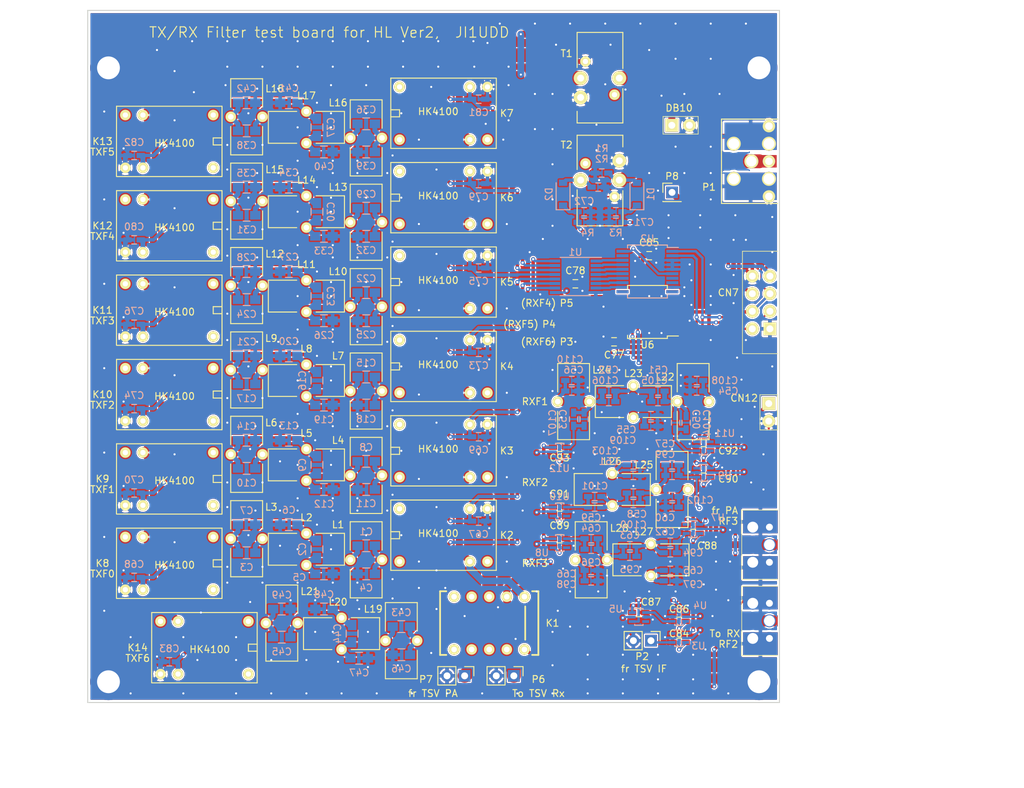
<source format=kicad_pcb>
(kicad_pcb (version 4) (host pcbnew 4.0.2-stable)
  (title_block (title "Hermes-Lite 2.0") (date 2017-06-25) (rev 2.0-beta3) (company SofterHardware) (comment 1 "KF7O Steve Haynal"))
  (layers (0 F.Cu signal) (1 In1.Cu signal hide) (2 In2.Cu signal hide) (31 B.Cu signal) (34 B.Paste user) (35 F.Paste user) (36 B.SilkS user) (37 F.SilkS user) (38 B.Mask user) (39 F.Mask user) (44 Edge.Cuts user))
  (net 0 "")
  (net 1 GND)
  (net 2 "Net-(RF3-Pad1)")
  (net 3 "Net-(C1-Pad1)")
  (net 4 "Net-(C1-Pad2)")
  (net 5 "Net-(C2-Pad1)")
  (net 6 "Net-(C3-Pad1)")
  (net 7 "Net-(C12-Pad1)")
  (net 8 "Net-(C11-Pad1)")
  (net 9 "Net-(C10-Pad2)")
  (net 10 "Net-(C10-Pad1)")
  (net 11 "Net-(C15-Pad1)")
  (net 12 "Net-(C15-Pad2)")
  (net 13 "Net-(C16-Pad1)")
  (net 14 "Net-(C17-Pad1)")
  (net 15 "Net-(C22-Pad1)")
  (net 16 "Net-(C22-Pad2)")
  (net 17 "Net-(C23-Pad1)")
  (net 18 "Net-(C24-Pad1)")
  (net 19 "Net-(C29-Pad1)")
  (net 20 "Net-(C29-Pad2)")
  (net 21 "Net-(C30-Pad1)")
  (net 22 "Net-(C31-Pad1)")
  (net 23 "Net-(C36-Pad1)")
  (net 24 "Net-(C36-Pad2)")
  (net 25 "Net-(C37-Pad1)")
  (net 26 "Net-(C38-Pad1)")
  (net 27 "Net-(C43-Pad1)")
  (net 28 TSV-FILTER)
  (net 29 "Net-(C44-Pad1)")
  (net 30 "Net-(C45-Pad1)")
  (net 31 "Net-(C57-Pad2)")
  (net 32 "Net-(C62-Pad1)")
  (net 33 "Net-(C62-Pad2)")
  (net 34 "Net-(C63-Pad1)")
  (net 35 "Net-(C64-Pad1)")
  (net 36 "Net-(C65-Pad1)")
  (net 37 "Net-(C66-Pad1)")
  (net 38 /TXF0)
  (net 39 /TXF1)
  (net 40 /tx-filter/AIN1)
  (net 41 /tx-filter/AIN2)
  (net 42 /TXF2)
  (net 43 /TXF3)
  (net 44 +3V3)
  (net 45 +12V)
  (net 46 /TXF4)
  (net 47 /TXF5)
  (net 48 /TXF6)
  (net 49 SDA)
  (net 50 SCL)
  (net 51 "Net-(CN12-Pad1)")
  (net 52 "Net-(D1-Pad2)")
  (net 53 "Net-(D2-Pad2)")
  (net 54 /rx-filter/RX-FILTER-IN)
  (net 55 TX-FILTER-IN)
  (net 56 "Net-(K1-Pad4)")
  (net 57 "Net-(K1-Pad7)")
  (net 58 "Net-(K1-Pad9)")
  (net 59 "Net-(K10-Pad6)")
  (net 60 "Net-(P2-Pad1)")
  (net 61 RXF6)
  (net 62 "Net-(P4-Pad1)")
  (net 63 "Net-(P5-Pad1)")
  (net 64 "Net-(U1-Pad1)")
  (net 65 "Net-(U1-Pad2)")
  (net 66 "Net-(U1-Pad3)")
  (net 67 "Net-(U1-Pad4)")
  (net 68 "Net-(U1-Pad5)")
  (net 69 "Net-(U1-Pad6)")
  (net 70 "Net-(U1-Pad7)")
  (net 71 "Net-(U4-Pad1)")
  (net 72 RXF0)
  (net 73 RXF1)
  (net 74 RXF2)
  (net 75 RXF3)
  (net 76 "Net-(P1-Pad1)")
  (net 77 "Net-(C104-Pad1)")
  (net 78 "Net-(C105-Pad1)")
  (net 79 "Net-(C106-Pad1)")
  (net 80 "Net-(C107-Pad1)")
  (net 81 "Net-(C108-Pad1)")
  (net 82 "Net-(C109-Pad1)")
  (net 83 "Net-(C110-Pad1)")
  (net 84 "Net-(C100-Pad2)")
  (net 85 "Net-(C100-Pad1)")
  (net 86 "Net-(C101-Pad1)")
  (net 87 "Net-(C102-Pad1)")
  (net 88 "Net-(C103-Pad1)")
  (net 89 "Net-(C104-Pad2)")
  (module HERMESLITE:T37_SL (layer F.Cu) (at 101.6 105.664)
    (fp_text reference L5 (at 0 -4.572) (layer F.SilkS) (effects (font (thickness 0.1524))))
    (fp_text value 3.012uH hide)
    (pad 1 thru_hole circle (at 0 2.286) (size 1.524 1.524) (drill 0.8128) (layers *.Cu *.Mask F.SilkS) (net 7 "Net-(C12-Pad1)"))
    (pad 2 thru_hole circle (at 0 -2.286) (size 1.524 1.524) (drill 0.8128) (layers *.Cu *.Mask F.SilkS) (net 9 "Net-(C10-Pad2)"))
  )
  (module HERMESLITE:C_0603_HandSoldering (layer B.Cu) (at 157.988 94.996 180)
    (fp_text reference C54 (at -4.572 0 180) (layer B.SilkS) (effects (font (thickness 0.1524)) (justify mirror)))
    (fp_text value 10p hide)
    (pad 1 smd rect (at -0.95 0 180) (size 1.2 0.75) (layers B.Cu B.Paste B.Mask) (net 81 "Net-(C108-Pad1)"))
    (pad 2 smd rect (at 0.95 0 180) (size 1.2 0.75) (layers B.Cu B.Paste B.Mask) (net 1 GND))
  )
  (module HERMESLITE:T37_SL (layer F.Cu) (at 98.044 128.524 90)
    (fp_text reference L21 (at 4.572 4.064 180) (layer F.SilkS) (effects (font (thickness 0.1524))))
    (fp_text value DNI hide)
    (pad 1 thru_hole circle (at 0 2.286 90) (size 1.524 1.524) (drill 0.8128) (layers *.Cu *.Mask F.SilkS) (net 29 "Net-(C44-Pad1)"))
    (pad 2 thru_hole circle (at 0 -2.286 90) (size 1.524 1.524) (drill 0.8128) (layers *.Cu *.Mask F.SilkS) (net 30 "Net-(C45-Pad1)"))
  )
  (module HERMESLITE:IO (layer F.Cu) (at 167.3 82.2 90)
    (fp_text reference CN7 (at 1.428 -4.74 180) (layer F.SilkS) (effects (font (thickness 0.1524))))
    (fp_text value IO8)
    (pad 1 thru_hole rect (at -3.81 1.27 90) (size 1.85 1.85) (drill 1) (layers *.Cu *.Mask F.SilkS) (net 1 GND))
    (pad 2 thru_hole circle (at -3.81 -1.27 90) (size 1.85 1.85) (drill 1) (layers *.Cu *.Mask F.SilkS) (net 49 SDA))
    (pad 3 thru_hole circle (at -1.27 1.27 90) (size 1.85 1.85) (drill 1) (layers *.Cu *.Mask F.SilkS) (net 50 SCL))
    (pad 4 thru_hole circle (at -1.27 -1.27 90) (size 1.85 1.85) (drill 1) (layers *.Cu *.Mask F.SilkS) (net 44 +3V3))
    (pad 5 thru_hole circle (at 1.27 1.27 90) (size 1.85 1.85) (drill 1) (layers *.Cu *.Mask F.SilkS) (net 44 +3V3))
    (pad 6 thru_hole circle (at 1.27 -1.27 90) (size 1.85 1.85) (drill 1) (layers *.Cu *.Mask F.SilkS) (net 40 /tx-filter/AIN1))
    (pad 7 thru_hole circle (at 3.81 1.27 90) (size 1.85 1.85) (drill 1) (layers *.Cu *.Mask F.SilkS) (net 41 /tx-filter/AIN2))
    (pad 8 thru_hole circle (at 3.81 -1.27 90) (size 1.85 1.85) (drill 1) (layers *.Cu *.Mask F.SilkS) (net 1 GND))
  )
  (module HERMESLITE:2x1 (layer F.Cu) (at 154.4 56.6)
    (fp_text reference DB10 (at 1.048 -2.498) (layer F.SilkS) (effects (font (thickness 0.1524))))
    (fp_text value RFD2b)
    (pad 1 thru_hole rect (at 0 0) (size 1.85 1.85) (drill 1) (layers *.Cu *.Mask F.SilkS) (net 45 +12V))
    (pad 2 thru_hole circle (at 2.54 0) (size 1.85 1.85) (drill 1) (layers *.Cu *.Mask F.SilkS) (net 1 GND))
  )
  (module HERMESLITE:2x1 (layer F.Cu) (at 168.4 96.8 270)
    (fp_text reference CN12 (at -0.788 3.554 360) (layer F.SilkS) (effects (font (thickness 0.1524))))
    (fp_text value RFD2b)
    (pad 1 thru_hole rect (at 0 0 270) (size 1.85 1.85) (drill 1) (layers *.Cu *.Mask F.SilkS) (net 51 "Net-(CN12-Pad1)"))
    (pad 2 thru_hole circle (at 2.54 0 270) (size 1.85 1.85) (drill 1) (layers *.Cu *.Mask F.SilkS) (net 1 GND))
  )
  (module HERMESLITE:m3 (layer F.Cu) (at 73 48.3)
    (fp_text reference MH1 hide)
    (fp_text value DNI hide)
    (pad 1 thru_hole circle (at 0 0) (size 5.3 5.3) (drill 3.3) (layers *.Cu *.Mask) (net 1 GND))
  )
  (module HERMESLITE:m3 (layer F.Cu) (at 73 137)
    (fp_text reference MH2 hide)
    (fp_text value DNI hide)
    (pad 1 thru_hole circle (at 0 0) (size 5.3 5.3) (drill 3.3) (layers *.Cu *.Mask) (net 1 GND))
  )
  (module HERMESLITE:m3 (layer F.Cu) (at 167 137)
    (fp_text reference MH3 hide)
    (fp_text value DNI hide)
    (pad 1 thru_hole circle (at 0 0) (size 5.3 5.3) (drill 3.3) (layers *.Cu *.Mask) (net 1 GND))
  )
  (module HERMESLITE:m3 (layer F.Cu) (at 167 48.3)
    (fp_text reference MH4 hide)
    (fp_text value DNI hide)
    (pad 1 thru_hole circle (at 0 0) (size 5.3 5.3) (drill 3.3) (layers *.Cu *.Mask) (net 1 GND))
  )
  (module HERMESLITE:SMAEDGE_TH (layer F.Cu) (at 169.9 117.2 90)
    (fp_text reference RF3 (at 3.408 -7.34 180) (layer F.SilkS) (effects (font (thickness 0.1524))))
    (fp_text value BNC hide)
    (pad 1 smd rect (at 0 -2.7 90) (size 1.6 5) (layers F.Cu F.Paste F.Mask) (net 2 "Net-(RF3-Pad1)"))
    (pad 2 smd rect (at -3.3 -2.7 90) (size 3.3 5) (layers F.Cu F.Paste F.Mask) (net 1 GND))
    (pad 2 smd rect (at 3.3 -2.7 90) (size 3.3 5) (layers F.Cu F.Paste F.Mask) (net 1 GND))
    (pad 2 smd rect (at 3.3 -2.7 90) (size 3.3 5) (layers *.Paste B.Cu B.Mask) (net 1 GND))
    (pad 2 smd rect (at -3.3 -2.7 90) (size 3.3 5) (layers B.Cu B.Paste B.Mask) (net 1 GND))
    (pad 1 thru_hole circle (at 0 -1.4 90) (size 1.85 1.85) (drill 1.57) (layers *.Cu *.Mask) (net 2 "Net-(RF3-Pad1)"))
    (pad 2 thru_hole circle (at 2.54 -1.4 90) (size 1.85 1.85) (drill 1) (layers *.Cu *.Mask) (net 1 GND))
    (pad 2 thru_hole circle (at -2.54 -1.4 90) (size 1.85 1.85) (drill 1) (layers *.Cu *.Mask) (net 1 GND))
    (pad 2 thru_hole circle (at -2.54 -3.81 90) (size 1.85 1.85) (drill 1.57) (layers *.Cu *.Mask) (net 1 GND))
    (pad 2 thru_hole circle (at 2.54 -3.81 90) (size 1.85 1.85) (drill 1.57) (layers *.Cu *.Mask) (net 1 GND))
  )
  (module HERMESLITE:SMAEDGE_TH (layer F.Cu) (at 169.9 128.2 90)
    (fp_text reference RF2 (at -3.372 -7.34 180) (layer F.SilkS) (effects (font (thickness 0.1524))))
    (fp_text value SMA hide)
    (pad 1 smd rect (at 0 -2.7 90) (size 1.6 5) (layers F.Cu F.Paste F.Mask) (net 56 "Net-(K1-Pad4)"))
    (pad 2 smd rect (at -3.3 -2.7 90) (size 3.3 5) (layers F.Cu F.Paste F.Mask) (net 1 GND))
    (pad 2 smd rect (at 3.3 -2.7 90) (size 3.3 5) (layers F.Cu F.Paste F.Mask) (net 1 GND))
    (pad 2 smd rect (at 3.3 -2.7 90) (size 3.3 5) (layers *.Paste B.Cu B.Mask) (net 1 GND))
    (pad 2 smd rect (at -3.3 -2.7 90) (size 3.3 5) (layers B.Cu B.Paste B.Mask) (net 1 GND))
    (pad 1 thru_hole circle (at 0 -1.4 90) (size 1.85 1.85) (drill 1.57) (layers *.Cu *.Mask) (net 56 "Net-(K1-Pad4)"))
    (pad 2 thru_hole circle (at 2.54 -1.4 90) (size 1.85 1.85) (drill 1) (layers *.Cu *.Mask) (net 1 GND))
    (pad 2 thru_hole circle (at -2.54 -1.4 90) (size 1.85 1.85) (drill 1) (layers *.Cu *.Mask) (net 1 GND))
    (pad 2 thru_hole circle (at -2.54 -3.81 90) (size 1.85 1.85) (drill 1.57) (layers *.Cu *.Mask) (net 1 GND))
    (pad 2 thru_hole circle (at 2.54 -3.81 90) (size 1.85 1.85) (drill 1.57) (layers *.Cu *.Mask) (net 1 GND))
  )
  (module HERMESLITE:C_0805_HandSoldering (layer B.Cu) (at 110.236 117.348)
    (fp_text reference C1 (at 0 -2.032) (layer B.SilkS) (effects (font (thickness 0.1524)) (justify mirror)))
    (fp_text value DNI hide)
    (pad 1 smd rect (at -1.25 0) (size 1.5 1.25) (layers B.Cu B.Paste B.Mask) (net 3 "Net-(C1-Pad1)"))
    (pad 2 smd rect (at 1.25 0) (size 1.5 1.25) (layers B.Cu B.Paste B.Mask) (net 4 "Net-(C1-Pad2)"))
  )
  (module HERMESLITE:C_0805_HandSoldering (layer B.Cu) (at 103.124 117.856 270)
    (fp_text reference C2 (at 0 2.1 270) (layer B.SilkS) (effects (font (thickness 0.1524)) (justify mirror)))
    (fp_text value DNI hide)
    (pad 1 smd rect (at -1.25 0 270) (size 1.5 1.25) (layers B.Cu B.Paste B.Mask) (net 5 "Net-(C2-Pad1)"))
    (pad 2 smd rect (at 1.25 0 270) (size 1.5 1.25) (layers B.Cu B.Paste B.Mask) (net 3 "Net-(C1-Pad1)"))
  )
  (module HERMESLITE:C_0805_HandSoldering (layer B.Cu) (at 92.964 118.364)
    (fp_text reference C3 (at 0 2.1) (layer B.SilkS) (effects (font (thickness 0.1524)) (justify mirror)))
    (fp_text value DNI hide)
    (pad 1 smd rect (at -1.25 0) (size 1.5 1.25) (layers B.Cu B.Paste B.Mask) (net 6 "Net-(C3-Pad1)"))
    (pad 2 smd rect (at 1.25 0) (size 1.5 1.25) (layers B.Cu B.Paste B.Mask) (net 5 "Net-(C2-Pad1)"))
  )
  (module HERMESLITE:C_0805_HandSoldering (layer B.Cu) (at 110.236 121.412 180)
    (fp_text reference C4 (at 0 -2.032 180) (layer B.SilkS) (effects (font (thickness 0.1524)) (justify mirror)))
    (fp_text value 820p hide)
    (pad 1 smd rect (at -1.25 0 180) (size 1.5 1.25) (layers B.Cu B.Paste B.Mask) (net 4 "Net-(C1-Pad2)"))
    (pad 2 smd rect (at 1.25 0 180) (size 1.5 1.25) (layers B.Cu B.Paste B.Mask) (net 1 GND))
  )
  (module HERMESLITE:C_0805_HandSoldering (layer B.Cu) (at 104.14 121.412)
    (fp_text reference C5 (at -3.556 0.508) (layer B.SilkS) (effects (font (thickness 0.1524)) (justify mirror)))
    (fp_text value 2200p hide)
    (pad 1 smd rect (at -1.25 0) (size 1.5 1.25) (layers B.Cu B.Paste B.Mask) (net 3 "Net-(C1-Pad1)"))
    (pad 2 smd rect (at 1.25 0) (size 1.5 1.25) (layers B.Cu B.Paste B.Mask) (net 1 GND))
  )
  (module HERMESLITE:C_0805_HandSoldering (layer B.Cu) (at 99.06 114.3 180)
    (fp_text reference C6 (at 0 2.1 180) (layer B.SilkS) (effects (font (thickness 0.1524)) (justify mirror)))
    (fp_text value 2200p hide)
    (pad 1 smd rect (at -1.25 0 180) (size 1.5 1.25) (layers B.Cu B.Paste B.Mask) (net 5 "Net-(C2-Pad1)"))
    (pad 2 smd rect (at 1.25 0 180) (size 1.5 1.25) (layers B.Cu B.Paste B.Mask) (net 1 GND))
  )
  (module HERMESLITE:C_0805_HandSoldering (layer B.Cu) (at 92.964 114.3)
    (fp_text reference C7 (at 0 -2.032) (layer B.SilkS) (effects (font (thickness 0.1524)) (justify mirror)))
    (fp_text value 820p hide)
    (pad 1 smd rect (at -1.25 0) (size 1.5 1.25) (layers B.Cu B.Paste B.Mask) (net 6 "Net-(C3-Pad1)"))
    (pad 2 smd rect (at 1.25 0) (size 1.5 1.25) (layers B.Cu B.Paste B.Mask) (net 1 GND))
  )
  (module HERMESLITE:C_0805_HandSoldering (layer B.Cu) (at 110.236 105.156)
    (fp_text reference C8 (at 0 -2.032) (layer B.SilkS) (effects (font (thickness 0.1524)) (justify mirror)))
    (fp_text value DNI hide)
    (pad 1 smd rect (at -1.25 0) (size 1.5 1.25) (layers B.Cu B.Paste B.Mask) (net 7 "Net-(C12-Pad1)"))
    (pad 2 smd rect (at 1.25 0) (size 1.5 1.25) (layers B.Cu B.Paste B.Mask) (net 8 "Net-(C11-Pad1)"))
  )
  (module HERMESLITE:C_0805_HandSoldering (layer B.Cu) (at 103.124 105.664 270)
    (fp_text reference C9 (at 0 2.1 270) (layer B.SilkS) (effects (font (thickness 0.1524)) (justify mirror)))
    (fp_text value DNI hide)
    (pad 1 smd rect (at -1.25 0 270) (size 1.5 1.25) (layers B.Cu B.Paste B.Mask) (net 9 "Net-(C10-Pad2)"))
    (pad 2 smd rect (at 1.25 0 270) (size 1.5 1.25) (layers B.Cu B.Paste B.Mask) (net 7 "Net-(C12-Pad1)"))
  )
  (module HERMESLITE:C_0805_HandSoldering (layer B.Cu) (at 92.964 106.172)
    (fp_text reference C10 (at 0 2.1) (layer B.SilkS) (effects (font (thickness 0.1524)) (justify mirror)))
    (fp_text value DNI hide)
    (pad 1 smd rect (at -1.25 0) (size 1.5 1.25) (layers B.Cu B.Paste B.Mask) (net 10 "Net-(C10-Pad1)"))
    (pad 2 smd rect (at 1.25 0) (size 1.5 1.25) (layers B.Cu B.Paste B.Mask) (net 9 "Net-(C10-Pad2)"))
  )
  (module HERMESLITE:C_0805_HandSoldering (layer B.Cu) (at 110.236 109.22 180)
    (fp_text reference C11 (at 0 -2.032 180) (layer B.SilkS) (effects (font (thickness 0.1524)) (justify mirror)))
    (fp_text value 470pF hide)
    (pad 1 smd rect (at -1.25 0 180) (size 1.5 1.25) (layers B.Cu B.Paste B.Mask) (net 8 "Net-(C11-Pad1)"))
    (pad 2 smd rect (at 1.25 0 180) (size 1.5 1.25) (layers B.Cu B.Paste B.Mask) (net 1 GND))
  )
  (module HERMESLITE:C_0805_HandSoldering (layer B.Cu) (at 104.14 109.22)
    (fp_text reference C12 (at 0 2.1) (layer B.SilkS) (effects (font (thickness 0.1524)) (justify mirror)))
    (fp_text value 1200pF hide)
    (pad 1 smd rect (at -1.25 0) (size 1.5 1.25) (layers B.Cu B.Paste B.Mask) (net 7 "Net-(C12-Pad1)"))
    (pad 2 smd rect (at 1.25 0) (size 1.5 1.25) (layers B.Cu B.Paste B.Mask) (net 1 GND))
  )
  (module HERMESLITE:C_0805_HandSoldering (layer B.Cu) (at 99.06 102.108 180)
    (fp_text reference C13 (at 0 2.1 180) (layer B.SilkS) (effects (font (thickness 0.1524)) (justify mirror)))
    (fp_text value 1200pF hide)
    (pad 1 smd rect (at -1.25 0 180) (size 1.5 1.25) (layers B.Cu B.Paste B.Mask) (net 9 "Net-(C10-Pad2)"))
    (pad 2 smd rect (at 1.25 0 180) (size 1.5 1.25) (layers B.Cu B.Paste B.Mask) (net 1 GND))
  )
  (module HERMESLITE:C_0805_HandSoldering (layer B.Cu) (at 92.964 102.108)
    (fp_text reference C14 (at 0 -2.032) (layer B.SilkS) (effects (font (thickness 0.1524)) (justify mirror)))
    (fp_text value 470pF hide)
    (pad 1 smd rect (at -1.25 0) (size 1.5 1.25) (layers B.Cu B.Paste B.Mask) (net 10 "Net-(C10-Pad1)"))
    (pad 2 smd rect (at 1.25 0) (size 1.5 1.25) (layers B.Cu B.Paste B.Mask) (net 1 GND))
  )
  (module HERMESLITE:C_0805_HandSoldering (layer B.Cu) (at 110.236 92.964)
    (fp_text reference C15 (at 0 -2.032) (layer B.SilkS) (effects (font (thickness 0.1524)) (justify mirror)))
    (fp_text value 100pf hide)
    (pad 1 smd rect (at -1.25 0) (size 1.5 1.25) (layers B.Cu B.Paste B.Mask) (net 11 "Net-(C15-Pad1)"))
    (pad 2 smd rect (at 1.25 0) (size 1.5 1.25) (layers B.Cu B.Paste B.Mask) (net 12 "Net-(C15-Pad2)"))
  )
  (module HERMESLITE:C_0805_HandSoldering (layer B.Cu) (at 103.124 93.472 270)
    (fp_text reference C16 (at 0 2.1 270) (layer B.SilkS) (effects (font (thickness 0.1524)) (justify mirror)))
    (fp_text value 300pf hide)
    (pad 1 smd rect (at -1.25 0 270) (size 1.5 1.25) (layers B.Cu B.Paste B.Mask) (net 13 "Net-(C16-Pad1)"))
    (pad 2 smd rect (at 1.25 0 270) (size 1.5 1.25) (layers B.Cu B.Paste B.Mask) (net 11 "Net-(C15-Pad1)"))
  )
  (module HERMESLITE:C_0805_HandSoldering (layer B.Cu) (at 92.964 93.98)
    (fp_text reference C17 (at 0 2.1) (layer B.SilkS) (effects (font (thickness 0.1524)) (justify mirror)))
    (fp_text value DNI hide)
    (pad 1 smd rect (at -1.25 0) (size 1.5 1.25) (layers B.Cu B.Paste B.Mask) (net 14 "Net-(C17-Pad1)"))
    (pad 2 smd rect (at 1.25 0) (size 1.5 1.25) (layers B.Cu B.Paste B.Mask) (net 13 "Net-(C16-Pad1)"))
  )
  (module HERMESLITE:C_0805_HandSoldering (layer B.Cu) (at 110.236 97.028 180)
    (fp_text reference C18 (at 0 -2.032 180) (layer B.SilkS) (effects (font (thickness 0.1524)) (justify mirror)))
    (fp_text value 360pF hide)
    (pad 1 smd rect (at -1.25 0 180) (size 1.5 1.25) (layers B.Cu B.Paste B.Mask) (net 12 "Net-(C15-Pad2)"))
    (pad 2 smd rect (at 1.25 0 180) (size 1.5 1.25) (layers B.Cu B.Paste B.Mask) (net 1 GND))
  )
  (module HERMESLITE:C_0805_HandSoldering (layer B.Cu) (at 104.14 97.028)
    (fp_text reference C19 (at 0 2.1) (layer B.SilkS) (effects (font (thickness 0.1524)) (justify mirror)))
    (fp_text value 680pF hide)
    (pad 1 smd rect (at -1.25 0) (size 1.5 1.25) (layers B.Cu B.Paste B.Mask) (net 11 "Net-(C15-Pad1)"))
    (pad 2 smd rect (at 1.25 0) (size 1.5 1.25) (layers B.Cu B.Paste B.Mask) (net 1 GND))
  )
  (module HERMESLITE:C_0805_HandSoldering (layer B.Cu) (at 99.06 89.916 180)
    (fp_text reference C20 (at 0 2.1 180) (layer B.SilkS) (effects (font (thickness 0.1524)) (justify mirror)))
    (fp_text value 270pF hide)
    (pad 1 smd rect (at -1.25 0 180) (size 1.5 1.25) (layers B.Cu B.Paste B.Mask) (net 13 "Net-(C16-Pad1)"))
    (pad 2 smd rect (at 1.25 0 180) (size 1.5 1.25) (layers B.Cu B.Paste B.Mask) (net 1 GND))
  )
  (module HERMESLITE:C_0805_HandSoldering (layer B.Cu) (at 92.964 89.916)
    (fp_text reference C21 (at 0 -2.032) (layer B.SilkS) (effects (font (thickness 0.1524)) (justify mirror)))
    (fp_text value 240pF hide)
    (pad 1 smd rect (at -1.25 0) (size 1.5 1.25) (layers B.Cu B.Paste B.Mask) (net 14 "Net-(C17-Pad1)"))
    (pad 2 smd rect (at 1.25 0) (size 1.5 1.25) (layers B.Cu B.Paste B.Mask) (net 1 GND))
  )
  (module HERMESLITE:C_0805_HandSoldering (layer B.Cu) (at 110.236 80.772)
    (fp_text reference C22 (at 0 -2.032) (layer B.SilkS) (effects (font (thickness 0.1524)) (justify mirror)))
    (fp_text value 43pF hide)
    (pad 1 smd rect (at -1.25 0) (size 1.5 1.25) (layers B.Cu B.Paste B.Mask) (net 15 "Net-(C22-Pad1)"))
    (pad 2 smd rect (at 1.25 0) (size 1.5 1.25) (layers B.Cu B.Paste B.Mask) (net 16 "Net-(C22-Pad2)"))
  )
  (module HERMESLITE:C_0805_HandSoldering (layer B.Cu) (at 103.124 81.28 270)
    (fp_text reference C23 (at 0 -2.032 270) (layer B.SilkS) (effects (font (thickness 0.1524)) (justify mirror)))
    (fp_text value 130pF hide)
    (pad 1 smd rect (at -1.25 0 270) (size 1.5 1.25) (layers B.Cu B.Paste B.Mask) (net 17 "Net-(C23-Pad1)"))
    (pad 2 smd rect (at 1.25 0 270) (size 1.5 1.25) (layers B.Cu B.Paste B.Mask) (net 15 "Net-(C22-Pad1)"))
  )
  (module HERMESLITE:C_0805_HandSoldering (layer B.Cu) (at 92.964 81.788)
    (fp_text reference C24 (at 0 2.1) (layer B.SilkS) (effects (font (thickness 0.1524)) (justify mirror)))
    (fp_text value "0R Res" hide)
    (pad 1 smd rect (at -1.25 0) (size 1.5 1.25) (layers B.Cu B.Paste B.Mask) (net 18 "Net-(C24-Pad1)"))
    (pad 2 smd rect (at 1.25 0) (size 1.5 1.25) (layers B.Cu B.Paste B.Mask) (net 17 "Net-(C23-Pad1)"))
  )
  (module HERMESLITE:C_0805_HandSoldering (layer B.Cu) (at 110.236 84.836 180)
    (fp_text reference C25 (at 0 -2.032 180) (layer B.SilkS) (effects (font (thickness 0.1524)) (justify mirror)))
    (fp_text value 180pF hide)
    (pad 1 smd rect (at -1.25 0 180) (size 1.5 1.25) (layers B.Cu B.Paste B.Mask) (net 16 "Net-(C22-Pad2)"))
    (pad 2 smd rect (at 1.25 0 180) (size 1.5 1.25) (layers B.Cu B.Paste B.Mask) (net 1 GND))
  )
  (module HERMESLITE:C_0805_HandSoldering (layer B.Cu) (at 104.14 84.836)
    (fp_text reference C26 (at 0 2.1) (layer B.SilkS) (effects (font (thickness 0.1524)) (justify mirror)))
    (fp_text value 300pF hide)
    (pad 1 smd rect (at -1.25 0) (size 1.5 1.25) (layers B.Cu B.Paste B.Mask) (net 15 "Net-(C22-Pad1)"))
    (pad 2 smd rect (at 1.25 0) (size 1.5 1.25) (layers B.Cu B.Paste B.Mask) (net 1 GND))
  )
  (module HERMESLITE:C_0805_HandSoldering (layer B.Cu) (at 99.06 77.724 180)
    (fp_text reference C27 (at 0 2.1 180) (layer B.SilkS) (effects (font (thickness 0.1524)) (justify mirror)))
    (fp_text value 130pF hide)
    (pad 1 smd rect (at -1.25 0 180) (size 1.5 1.25) (layers B.Cu B.Paste B.Mask) (net 17 "Net-(C23-Pad1)"))
    (pad 2 smd rect (at 1.25 0 180) (size 1.5 1.25) (layers B.Cu B.Paste B.Mask) (net 1 GND))
  )
  (module HERMESLITE:C_0805_HandSoldering (layer B.Cu) (at 92.964 77.724)
    (fp_text reference C28 (at 0 -2.032) (layer B.SilkS) (effects (font (thickness 0.1524)) (justify mirror)))
    (fp_text value DNI hide)
    (pad 1 smd rect (at -1.25 0) (size 1.5 1.25) (layers B.Cu B.Paste B.Mask) (net 18 "Net-(C24-Pad1)"))
    (pad 2 smd rect (at 1.25 0) (size 1.5 1.25) (layers B.Cu B.Paste B.Mask) (net 1 GND))
  )
  (module HERMESLITE:C_0805_HandSoldering (layer B.Cu) (at 110.236 68.58)
    (fp_text reference C29 (at 0 -2.032) (layer B.SilkS) (effects (font (thickness 0.1524)) (justify mirror)))
    (fp_text value DNI hide)
    (pad 1 smd rect (at -1.25 0) (size 1.5 1.25) (layers B.Cu B.Paste B.Mask) (net 19 "Net-(C29-Pad1)"))
    (pad 2 smd rect (at 1.25 0) (size 1.5 1.25) (layers B.Cu B.Paste B.Mask) (net 20 "Net-(C29-Pad2)"))
  )
  (module HERMESLITE:C_0805_HandSoldering (layer B.Cu) (at 103.124 69.088 270)
    (fp_text reference C30 (at 0 -2.032 270) (layer B.SilkS) (effects (font (thickness 0.1524)) (justify mirror)))
    (fp_text value DNI hide)
    (pad 1 smd rect (at -1.25 0 270) (size 1.5 1.25) (layers B.Cu B.Paste B.Mask) (net 21 "Net-(C30-Pad1)"))
    (pad 2 smd rect (at 1.25 0 270) (size 1.5 1.25) (layers B.Cu B.Paste B.Mask) (net 19 "Net-(C29-Pad1)"))
  )
  (module HERMESLITE:C_0805_HandSoldering (layer B.Cu) (at 92.964 69.596)
    (fp_text reference C31 (at 0 2.1) (layer B.SilkS) (effects (font (thickness 0.1524)) (justify mirror)))
    (fp_text value DNI hide)
    (pad 1 smd rect (at -1.25 0) (size 1.5 1.25) (layers B.Cu B.Paste B.Mask) (net 22 "Net-(C31-Pad1)"))
    (pad 2 smd rect (at 1.25 0) (size 1.5 1.25) (layers B.Cu B.Paste B.Mask) (net 21 "Net-(C30-Pad1)"))
  )
  (module HERMESLITE:C_0805_HandSoldering (layer B.Cu) (at 110.236 72.644 180)
    (fp_text reference C32 (at 0 -2.032 180) (layer B.SilkS) (effects (font (thickness 0.1524)) (justify mirror)))
    (fp_text value 82pF hide)
    (pad 1 smd rect (at -1.25 0 180) (size 1.5 1.25) (layers B.Cu B.Paste B.Mask) (net 20 "Net-(C29-Pad2)"))
    (pad 2 smd rect (at 1.25 0 180) (size 1.5 1.25) (layers B.Cu B.Paste B.Mask) (net 1 GND))
  )
  (module HERMESLITE:C_0805_HandSoldering (layer B.Cu) (at 104.14 72.644)
    (fp_text reference C33 (at 0 2.1) (layer B.SilkS) (effects (font (thickness 0.1524)) (justify mirror)))
    (fp_text value 220pF hide)
    (pad 1 smd rect (at -1.25 0) (size 1.5 1.25) (layers B.Cu B.Paste B.Mask) (net 19 "Net-(C29-Pad1)"))
    (pad 2 smd rect (at 1.25 0) (size 1.5 1.25) (layers B.Cu B.Paste B.Mask) (net 1 GND))
  )
  (module HERMESLITE:C_0805_HandSoldering (layer B.Cu) (at 99.06 65.532 180)
    (fp_text reference C34 (at 0 2.1 180) (layer B.SilkS) (effects (font (thickness 0.1524)) (justify mirror)))
    (fp_text value 220pF hide)
    (pad 1 smd rect (at -1.25 0 180) (size 1.5 1.25) (layers B.Cu B.Paste B.Mask) (net 21 "Net-(C30-Pad1)"))
    (pad 2 smd rect (at 1.25 0 180) (size 1.5 1.25) (layers B.Cu B.Paste B.Mask) (net 1 GND))
  )
  (module HERMESLITE:C_0805_HandSoldering (layer B.Cu) (at 92.964 65.532)
    (fp_text reference C35 (at 0 -2.032) (layer B.SilkS) (effects (font (thickness 0.1524)) (justify mirror)))
    (fp_text value 82pF hide)
    (pad 1 smd rect (at -1.25 0) (size 1.5 1.25) (layers B.Cu B.Paste B.Mask) (net 22 "Net-(C31-Pad1)"))
    (pad 2 smd rect (at 1.25 0) (size 1.5 1.25) (layers B.Cu B.Paste B.Mask) (net 1 GND))
  )
  (module HERMESLITE:C_0805_HandSoldering (layer B.Cu) (at 110.236 56.388)
    (fp_text reference C36 (at 0 -2.032) (layer B.SilkS) (effects (font (thickness 0.1524)) (justify mirror)))
    (fp_text value DNI hide)
    (pad 1 smd rect (at -1.25 0) (size 1.5 1.25) (layers B.Cu B.Paste B.Mask) (net 23 "Net-(C36-Pad1)"))
    (pad 2 smd rect (at 1.25 0) (size 1.5 1.25) (layers B.Cu B.Paste B.Mask) (net 24 "Net-(C36-Pad2)"))
  )
  (module HERMESLITE:C_0805_HandSoldering (layer B.Cu) (at 103.124 56.896 270)
    (fp_text reference C37 (at 0 -2.032 270) (layer B.SilkS) (effects (font (thickness 0.1524)) (justify mirror)))
    (fp_text value DNI hide)
    (pad 1 smd rect (at -1.25 0 270) (size 1.5 1.25) (layers B.Cu B.Paste B.Mask) (net 25 "Net-(C37-Pad1)"))
    (pad 2 smd rect (at 1.25 0 270) (size 1.5 1.25) (layers B.Cu B.Paste B.Mask) (net 23 "Net-(C36-Pad1)"))
  )
  (module HERMESLITE:C_0805_HandSoldering (layer B.Cu) (at 92.964 57.404)
    (fp_text reference C38 (at 0 2.1) (layer B.SilkS) (effects (font (thickness 0.1524)) (justify mirror)))
    (fp_text value DNI hide)
    (pad 1 smd rect (at -1.25 0) (size 1.5 1.25) (layers B.Cu B.Paste B.Mask) (net 26 "Net-(C38-Pad1)"))
    (pad 2 smd rect (at 1.25 0) (size 1.5 1.25) (layers B.Cu B.Paste B.Mask) (net 25 "Net-(C37-Pad1)"))
  )
  (module HERMESLITE:C_0805_HandSoldering (layer B.Cu) (at 110.236 60.452 180)
    (fp_text reference C39 (at 0 -2.032 180) (layer B.SilkS) (effects (font (thickness 0.1524)) (justify mirror)))
    (fp_text value 100p hide)
    (pad 1 smd rect (at -1.25 0 180) (size 1.5 1.25) (layers B.Cu B.Paste B.Mask) (net 24 "Net-(C36-Pad2)"))
    (pad 2 smd rect (at 1.25 0 180) (size 1.5 1.25) (layers B.Cu B.Paste B.Mask) (net 1 GND))
  )
  (module HERMESLITE:C_0805_HandSoldering (layer B.Cu) (at 104.14 60.452)
    (fp_text reference C40 (at 0 2.1) (layer B.SilkS) (effects (font (thickness 0.1524)) (justify mirror)))
    (fp_text value 180p hide)
    (pad 1 smd rect (at -1.25 0) (size 1.5 1.25) (layers B.Cu B.Paste B.Mask) (net 23 "Net-(C36-Pad1)"))
    (pad 2 smd rect (at 1.25 0) (size 1.5 1.25) (layers B.Cu B.Paste B.Mask) (net 1 GND))
  )
  (module HERMESLITE:C_0805_HandSoldering (layer B.Cu) (at 99.06 53.34 180)
    (fp_text reference C41 (at 0 2.1 180) (layer B.SilkS) (effects (font (thickness 0.1524)) (justify mirror)))
    (fp_text value 180p hide)
    (pad 1 smd rect (at -1.25 0 180) (size 1.5 1.25) (layers B.Cu B.Paste B.Mask) (net 25 "Net-(C37-Pad1)"))
    (pad 2 smd rect (at 1.25 0 180) (size 1.5 1.25) (layers B.Cu B.Paste B.Mask) (net 1 GND))
  )
  (module HERMESLITE:C_0805_HandSoldering (layer B.Cu) (at 92.964 53.34)
    (fp_text reference C42 (at 0 -2.032) (layer B.SilkS) (effects (font (thickness 0.1524)) (justify mirror)))
    (fp_text value 100p hide)
    (pad 1 smd rect (at -1.25 0) (size 1.5 1.25) (layers B.Cu B.Paste B.Mask) (net 26 "Net-(C38-Pad1)"))
    (pad 2 smd rect (at 1.25 0) (size 1.5 1.25) (layers B.Cu B.Paste B.Mask) (net 1 GND))
  )
  (module HERMESLITE:C_0805_HandSoldering (layer B.Cu) (at 115.316 129.032)
    (fp_text reference C43 (at 0 -2.032) (layer B.SilkS) (effects (font (thickness 0.1524)) (justify mirror)))
    (fp_text value DNI hide)
    (pad 1 smd rect (at -1.25 0) (size 1.5 1.25) (layers B.Cu B.Paste B.Mask) (net 27 "Net-(C43-Pad1)"))
    (pad 2 smd rect (at 1.25 0) (size 1.5 1.25) (layers B.Cu B.Paste B.Mask) (net 28 TSV-FILTER))
  )
  (module HERMESLITE:C_0805_HandSoldering (layer B.Cu) (at 108.204 130.048 270)
    (fp_text reference C44 (at 0 2.1 270) (layer B.SilkS) (effects (font (thickness 0.1524)) (justify mirror)))
    (fp_text value DNI hide)
    (pad 1 smd rect (at -1.25 0 270) (size 1.5 1.25) (layers B.Cu B.Paste B.Mask) (net 29 "Net-(C44-Pad1)"))
    (pad 2 smd rect (at 1.25 0 270) (size 1.5 1.25) (layers B.Cu B.Paste B.Mask) (net 27 "Net-(C43-Pad1)"))
  )
  (module HERMESLITE:C_0805_HandSoldering (layer B.Cu) (at 98.044 130.556)
    (fp_text reference C45 (at 0 2.1) (layer B.SilkS) (effects (font (thickness 0.1524)) (justify mirror)))
    (fp_text value DNI hide)
    (pad 1 smd rect (at -1.25 0) (size 1.5 1.25) (layers B.Cu B.Paste B.Mask) (net 30 "Net-(C45-Pad1)"))
    (pad 2 smd rect (at 1.25 0) (size 1.5 1.25) (layers B.Cu B.Paste B.Mask) (net 29 "Net-(C44-Pad1)"))
  )
  (module HERMESLITE:C_0805_HandSoldering (layer B.Cu) (at 115.316 133.096 180)
    (fp_text reference C46 (at 0 -2.032 180) (layer B.SilkS) (effects (font (thickness 0.1524)) (justify mirror)))
    (fp_text value DNI hide)
    (pad 1 smd rect (at -1.25 0 180) (size 1.5 1.25) (layers B.Cu B.Paste B.Mask) (net 28 TSV-FILTER))
    (pad 2 smd rect (at 1.25 0 180) (size 1.5 1.25) (layers B.Cu B.Paste B.Mask) (net 1 GND))
  )
  (module HERMESLITE:C_0805_HandSoldering (layer B.Cu) (at 109.22 133.604)
    (fp_text reference C47 (at 0 2.1) (layer B.SilkS) (effects (font (thickness 0.1524)) (justify mirror)))
    (fp_text value DNI hide)
    (pad 1 smd rect (at -1.25 0) (size 1.5 1.25) (layers B.Cu B.Paste B.Mask) (net 27 "Net-(C43-Pad1)"))
    (pad 2 smd rect (at 1.25 0) (size 1.5 1.25) (layers B.Cu B.Paste B.Mask) (net 1 GND))
  )
  (module HERMESLITE:C_0805_HandSoldering (layer B.Cu) (at 104.14 126.492 180)
    (fp_text reference C48 (at 0 2.1 180) (layer B.SilkS) (effects (font (thickness 0.1524)) (justify mirror)))
    (fp_text value DNI hide)
    (pad 1 smd rect (at -1.25 0 180) (size 1.5 1.25) (layers B.Cu B.Paste B.Mask) (net 29 "Net-(C44-Pad1)"))
    (pad 2 smd rect (at 1.25 0 180) (size 1.5 1.25) (layers B.Cu B.Paste B.Mask) (net 1 GND))
  )
  (module HERMESLITE:C_0805_HandSoldering (layer B.Cu) (at 98.044 126.492)
    (fp_text reference C49 (at 0 -2.032) (layer B.SilkS) (effects (font (thickness 0.1524)) (justify mirror)))
    (fp_text value DNI hide)
    (pad 1 smd rect (at -1.25 0) (size 1.5 1.25) (layers B.Cu B.Paste B.Mask) (net 30 "Net-(C45-Pad1)"))
    (pad 2 smd rect (at 1.25 0) (size 1.5 1.25) (layers B.Cu B.Paste B.Mask) (net 1 GND))
  )
  (module HERMESLITE:C_0603_HandSoldering (layer B.Cu) (at 154.94 99.568 270)
    (fp_text reference C50 (at -0.508 -3.048 270) (layer B.SilkS) (effects (font (thickness 0.1524)) (justify mirror)))
    (fp_text value DNI hide)
    (pad 1 smd rect (at -0.95 0 270) (size 1.2 0.75) (layers B.Cu B.Paste B.Mask) (net 77 "Net-(C104-Pad1)"))
    (pad 2 smd rect (at 0.95 0 270) (size 1.2 0.75) (layers B.Cu B.Paste B.Mask) (net 89 "Net-(C104-Pad2)"))
  )
  (module HERMESLITE:C_0603_HandSoldering (layer B.Cu) (at 152.4 94.996)
    (fp_text reference C51 (at 0 -3.048) (layer B.SilkS) (effects (font (thickness 0.1524)) (justify mirror)))
    (fp_text value DNI hide)
    (pad 1 smd rect (at -0.95 0) (size 1.2 0.75) (layers B.Cu B.Paste B.Mask) (net 78 "Net-(C105-Pad1)"))
    (pad 2 smd rect (at 0.95 0) (size 1.2 0.75) (layers B.Cu B.Paste B.Mask) (net 77 "Net-(C104-Pad1)"))
  )
  (module HERMESLITE:C_0603_HandSoldering (layer B.Cu) (at 145.288 94.996)
    (fp_text reference C52 (at 0 -3.048) (layer B.SilkS) (effects (font (thickness 0.1524)) (justify mirror)))
    (fp_text value DNI hide)
    (pad 1 smd rect (at -0.95 0) (size 1.2 0.75) (layers B.Cu B.Paste B.Mask) (net 79 "Net-(C106-Pad1)"))
    (pad 2 smd rect (at 0.95 0) (size 1.2 0.75) (layers B.Cu B.Paste B.Mask) (net 78 "Net-(C105-Pad1)"))
  )
  (module HERMESLITE:C_0603_HandSoldering (layer B.Cu) (at 141.732 99.06 90)
    (fp_text reference C53 (at 0 -3.048 90) (layer B.SilkS) (effects (font (thickness 0.1524)) (justify mirror)))
    (fp_text value DNI hide)
    (pad 1 smd rect (at -0.95 0 90) (size 1.2 0.75) (layers B.Cu B.Paste B.Mask) (net 80 "Net-(C107-Pad1)"))
    (pad 2 smd rect (at 0.95 0 90) (size 1.2 0.75) (layers B.Cu B.Paste B.Mask) (net 79 "Net-(C106-Pad1)"))
  )
  (module HERMESLITE:C_0603_HandSoldering (layer B.Cu) (at 151.384 98.552)
    (fp_text reference C55 (at -3.556 2.032) (layer B.SilkS) (effects (font (thickness 0.1524)) (justify mirror)))
    (fp_text value 10p hide)
    (pad 1 smd rect (at -0.95 0) (size 1.2 0.75) (layers B.Cu B.Paste B.Mask) (net 82 "Net-(C109-Pad1)"))
    (pad 2 smd rect (at 0.95 0) (size 1.2 0.75) (layers B.Cu B.Paste B.Mask) (net 1 GND))
  )
  (module HERMESLITE:C_0603_HandSoldering (layer B.Cu) (at 139.954 94.996)
    (fp_text reference C56 (at 0.254 -3.048) (layer B.SilkS) (effects (font (thickness 0.1524)) (justify mirror)))
    (fp_text value 10p hide)
    (pad 1 smd rect (at -0.95 0) (size 1.2 0.75) (layers B.Cu B.Paste B.Mask) (net 83 "Net-(C110-Pad1)"))
    (pad 2 smd rect (at 0.95 0) (size 1.2 0.75) (layers B.Cu B.Paste B.Mask) (net 1 GND))
  )
  (module HERMESLITE:C_0603_HandSoldering (layer B.Cu) (at 154.432 105.664)
    (fp_text reference C57 (at -1.016 -3.048) (layer B.SilkS) (effects (font (thickness 0.1524)) (justify mirror)))
    (fp_text value DNI hide)
    (pad 1 smd rect (at -0.95 0) (size 1.2 0.75) (layers B.Cu B.Paste B.Mask) (net 84 "Net-(C100-Pad2)"))
    (pad 2 smd rect (at 0.95 0) (size 1.2 0.75) (layers B.Cu B.Paste B.Mask) (net 31 "Net-(C57-Pad2)"))
  )
  (module HERMESLITE:C_0603_HandSoldering (layer B.Cu) (at 148.844 109.728)
    (fp_text reference C58 (at 0.508 3.048) (layer B.SilkS) (effects (font (thickness 0.1524)) (justify mirror)))
    (fp_text value DNI hide)
    (pad 1 smd rect (at -0.95 0) (size 1.2 0.75) (layers B.Cu B.Paste B.Mask) (net 85 "Net-(C100-Pad1)"))
    (pad 2 smd rect (at 0.95 0) (size 1.2 0.75) (layers B.Cu B.Paste B.Mask) (net 84 "Net-(C100-Pad2)"))
  )
  (module HERMESLITE:C_0603_HandSoldering (layer B.Cu) (at 143.256 111.76)
    (fp_text reference C59 (at -0.508 1.524) (layer B.SilkS) (effects (font (thickness 0.1524)) (justify mirror)))
    (fp_text value DNI hide)
    (pad 1 smd rect (at -0.95 0) (size 1.2 0.75) (layers B.Cu B.Paste B.Mask) (net 86 "Net-(C101-Pad1)"))
    (pad 2 smd rect (at 0.95 0) (size 1.2 0.75) (layers B.Cu B.Paste B.Mask) (net 85 "Net-(C100-Pad1)"))
  )
  (module HERMESLITE:C_0603_HandSoldering (layer B.Cu) (at 154.432 111.76 180)
    (fp_text reference C60 (at 1.016 -1.524 180) (layer B.SilkS) (effects (font (thickness 0.1524)) (justify mirror)))
    (fp_text value 10p hide)
    (pad 1 smd rect (at -0.95 0 180) (size 1.2 0.75) (layers B.Cu B.Paste B.Mask) (net 87 "Net-(C102-Pad1)"))
    (pad 2 smd rect (at 0.95 0 180) (size 1.2 0.75) (layers B.Cu B.Paste B.Mask) (net 1 GND))
  )
  (module HERMESLITE:C_0603_HandSoldering (layer B.Cu) (at 148.844 107.188)
    (fp_text reference C61 (at -3.556 -2.032) (layer B.SilkS) (effects (font (thickness 0.1524)) (justify mirror)))
    (fp_text value 10p hide)
    (pad 1 smd rect (at -0.95 0) (size 1.2 0.75) (layers B.Cu B.Paste B.Mask) (net 88 "Net-(C103-Pad1)"))
    (pad 2 smd rect (at 0.95 0) (size 1.2 0.75) (layers B.Cu B.Paste B.Mask) (net 1 GND))
  )
  (module HERMESLITE:C_0603_HandSoldering (layer B.Cu) (at 154.178 116.84)
    (fp_text reference C62 (at -0.762 -1.524) (layer B.SilkS) (effects (font (thickness 0.1524)) (justify mirror)))
    (fp_text value DNI hide)
    (pad 1 smd rect (at -0.95 0) (size 1.2 0.75) (layers B.Cu B.Paste B.Mask) (net 32 "Net-(C62-Pad1)"))
    (pad 2 smd rect (at 0.95 0) (size 1.2 0.75) (layers B.Cu B.Paste B.Mask) (net 33 "Net-(C62-Pad2)"))
  )
  (module HERMESLITE:C_0603_HandSoldering (layer B.Cu) (at 148.336 117.348)
    (fp_text reference C63 (at 0 -1.524) (layer B.SilkS) (effects (font (thickness 0.1524)) (justify mirror)))
    (fp_text value DNI hide)
    (pad 1 smd rect (at -0.95 0) (size 1.2 0.75) (layers B.Cu B.Paste B.Mask) (net 34 "Net-(C63-Pad1)"))
    (pad 2 smd rect (at 0.95 0) (size 1.2 0.75) (layers B.Cu B.Paste B.Mask) (net 32 "Net-(C62-Pad1)"))
  )
  (module HERMESLITE:C_0603_HandSoldering (layer B.Cu) (at 142.748 116.332)
    (fp_text reference C64 (at 0 -1.524) (layer B.SilkS) (effects (font (thickness 0.1524)) (justify mirror)))
    (fp_text value DNI hide)
    (pad 1 smd rect (at -0.95 0) (size 1.2 0.75) (layers B.Cu B.Paste B.Mask) (net 35 "Net-(C64-Pad1)"))
    (pad 2 smd rect (at 0.95 0) (size 1.2 0.75) (layers B.Cu B.Paste B.Mask) (net 34 "Net-(C63-Pad1)"))
  )
  (module HERMESLITE:C_0603_HandSoldering (layer B.Cu) (at 154.178 120.904)
    (fp_text reference C65 (at 3.302 0) (layer B.SilkS) (effects (font (thickness 0.1524)) (justify mirror)))
    (fp_text value 10p hide)
    (pad 1 smd rect (at -0.95 0) (size 1.2 0.75) (layers B.Cu B.Paste B.Mask) (net 36 "Net-(C65-Pad1)"))
    (pad 2 smd rect (at 0.95 0) (size 1.2 0.75) (layers B.Cu B.Paste B.Mask) (net 1 GND))
  )
  (module HERMESLITE:C_0603_HandSoldering (layer B.Cu) (at 142.748 120.904)
    (fp_text reference C66 (at -3.556 0.508) (layer B.SilkS) (effects (font (thickness 0.1524)) (justify mirror)))
    (fp_text value 10p hide)
    (pad 1 smd rect (at -0.95 0) (size 1.2 0.75) (layers B.Cu B.Paste B.Mask) (net 37 "Net-(C66-Pad1)"))
    (pad 2 smd rect (at 0.95 0) (size 1.2 0.75) (layers B.Cu B.Paste B.Mask) (net 1 GND))
  )
  (module HERMESLITE:C_0603_HandSoldering (layer B.Cu) (at 126.492 113.792)
    (fp_text reference C67 (at 0 1.9) (layer B.SilkS) (effects (font (thickness 0.1524)) (justify mirror)))
    (fp_text value 10n hide)
    (pad 1 smd rect (at -0.95 0) (size 1.2 0.75) (layers B.Cu B.Paste B.Mask) (net 38 /TXF0))
    (pad 2 smd rect (at 0.95 0) (size 1.2 0.75) (layers B.Cu B.Paste B.Mask) (net 1 GND))
  )
  (module HERMESLITE:C_0603_HandSoldering (layer B.Cu) (at 76.708 121.92 180)
    (fp_text reference C68 (at 0 1.9 180) (layer B.SilkS) (effects (font (thickness 0.1524)) (justify mirror)))
    (fp_text value 10n hide)
    (pad 1 smd rect (at -0.95 0 180) (size 1.2 0.75) (layers B.Cu B.Paste B.Mask) (net 38 /TXF0))
    (pad 2 smd rect (at 0.95 0 180) (size 1.2 0.75) (layers B.Cu B.Paste B.Mask) (net 1 GND))
  )
  (module HERMESLITE:C_0603_HandSoldering (layer B.Cu) (at 126.492 101.6)
    (fp_text reference C69 (at 0 1.9) (layer B.SilkS) (effects (font (thickness 0.1524)) (justify mirror)))
    (fp_text value 10n hide)
    (pad 1 smd rect (at -0.95 0) (size 1.2 0.75) (layers B.Cu B.Paste B.Mask) (net 39 /TXF1))
    (pad 2 smd rect (at 0.95 0) (size 1.2 0.75) (layers B.Cu B.Paste B.Mask) (net 1 GND))
  )
  (module HERMESLITE:C_0603_HandSoldering (layer B.Cu) (at 76.708 109.728 180)
    (fp_text reference C70 (at 0 1.9 180) (layer B.SilkS) (effects (font (thickness 0.1524)) (justify mirror)))
    (fp_text value 10n hide)
    (pad 1 smd rect (at -0.95 0 180) (size 1.2 0.75) (layers B.Cu B.Paste B.Mask) (net 39 /TXF1))
    (pad 2 smd rect (at 0.95 0 180) (size 1.2 0.75) (layers B.Cu B.Paste B.Mask) (net 1 GND))
  )
  (module HERMESLITE:C_0603_HandSoldering (layer B.Cu) (at 146.304 69.088)
    (fp_text reference C71 (at 4.064 1.524) (layer B.SilkS) (effects (font (thickness 0.1524)) (justify mirror)))
    (fp_text value 100n hide)
    (pad 1 smd rect (at -0.95 0) (size 1.2 0.75) (layers B.Cu B.Paste B.Mask) (net 1 GND))
    (pad 2 smd rect (at 0.95 0) (size 1.2 0.75) (layers B.Cu B.Paste B.Mask) (net 40 /tx-filter/AIN1))
  )
  (module HERMESLITE:C_0603_HandSoldering (layer B.Cu) (at 141.732 69.088)
    (fp_text reference C72 (at 0 -1.524) (layer B.SilkS) (effects (font (thickness 0.1524)) (justify mirror)))
    (fp_text value 100n hide)
    (pad 1 smd rect (at -0.95 0) (size 1.2 0.75) (layers B.Cu B.Paste B.Mask) (net 41 /tx-filter/AIN2))
    (pad 2 smd rect (at 0.95 0) (size 1.2 0.75) (layers B.Cu B.Paste B.Mask) (net 1 GND))
  )
  (module HERMESLITE:C_0603_HandSoldering (layer B.Cu) (at 126.492 89.408)
    (fp_text reference C73 (at 0 1.9) (layer B.SilkS) (effects (font (thickness 0.1524)) (justify mirror)))
    (fp_text value 10n hide)
    (pad 1 smd rect (at -0.95 0) (size 1.2 0.75) (layers B.Cu B.Paste B.Mask) (net 42 /TXF2))
    (pad 2 smd rect (at 0.95 0) (size 1.2 0.75) (layers B.Cu B.Paste B.Mask) (net 1 GND))
  )
  (module HERMESLITE:C_0603_HandSoldering (layer B.Cu) (at 76.708 97.536 180)
    (fp_text reference C74 (at 0 1.9 180) (layer B.SilkS) (effects (font (thickness 0.1524)) (justify mirror)))
    (fp_text value 10n hide)
    (pad 1 smd rect (at -0.95 0 180) (size 1.2 0.75) (layers B.Cu B.Paste B.Mask) (net 42 /TXF2))
    (pad 2 smd rect (at 0.95 0 180) (size 1.2 0.75) (layers B.Cu B.Paste B.Mask) (net 1 GND))
  )
  (module HERMESLITE:C_0603_HandSoldering (layer B.Cu) (at 126.492 77.216)
    (fp_text reference C75 (at 0 1.9) (layer B.SilkS) (effects (font (thickness 0.1524)) (justify mirror)))
    (fp_text value 10n hide)
    (pad 1 smd rect (at -0.95 0) (size 1.2 0.75) (layers B.Cu B.Paste B.Mask) (net 43 /TXF3))
    (pad 2 smd rect (at 0.95 0) (size 1.2 0.75) (layers B.Cu B.Paste B.Mask) (net 1 GND))
  )
  (module HERMESLITE:C_0603_HandSoldering (layer B.Cu) (at 76.708 85.344 180)
    (fp_text reference C76 (at 0 1.9 180) (layer B.SilkS) (effects (font (thickness 0.1524)) (justify mirror)))
    (fp_text value 10n hide)
    (pad 1 smd rect (at -0.95 0 180) (size 1.2 0.75) (layers B.Cu B.Paste B.Mask) (net 43 /TXF3))
    (pad 2 smd rect (at 0.95 0 180) (size 1.2 0.75) (layers B.Cu B.Paste B.Mask) (net 1 GND))
  )
  (module HERMESLITE:C_0603_HandSoldering (layer F.Cu) (at 146.05 87.884 180)
    (fp_text reference C77 (at 0 -1.9 180) (layer F.SilkS) (effects (font (thickness 0.1524))))
    (fp_text value 100n hide)
    (pad 1 smd rect (at -0.95 0 180) (size 1.2 0.75) (layers F.Cu F.Paste F.Mask) (net 44 +3V3))
    (pad 2 smd rect (at 0.95 0 180) (size 1.2 0.75) (layers F.Cu F.Paste F.Mask) (net 1 GND))
  )
  (module HERMESLITE:C_0603_HandSoldering (layer F.Cu) (at 140.462 79.502)
    (fp_text reference C78 (at 0 -1.9) (layer F.SilkS) (effects (font (thickness 0.1524))))
    (fp_text value 100n hide)
    (pad 1 smd rect (at -0.95 0) (size 1.2 0.75) (layers F.Cu F.Paste F.Mask) (net 45 +12V))
    (pad 2 smd rect (at 0.95 0) (size 1.2 0.75) (layers F.Cu F.Paste F.Mask) (net 1 GND))
  )
  (module HERMESLITE:C_0603_HandSoldering (layer B.Cu) (at 126.492 65.024)
    (fp_text reference C79 (at 0 1.9) (layer B.SilkS) (effects (font (thickness 0.1524)) (justify mirror)))
    (fp_text value 10n hide)
    (pad 1 smd rect (at -0.95 0) (size 1.2 0.75) (layers B.Cu B.Paste B.Mask) (net 46 /TXF4))
    (pad 2 smd rect (at 0.95 0) (size 1.2 0.75) (layers B.Cu B.Paste B.Mask) (net 1 GND))
  )
  (module HERMESLITE:C_0603_HandSoldering (layer B.Cu) (at 76.708 73.152 180)
    (fp_text reference C80 (at 0 1.9 180) (layer B.SilkS) (effects (font (thickness 0.1524)) (justify mirror)))
    (fp_text value 10n hide)
    (pad 1 smd rect (at -0.95 0 180) (size 1.2 0.75) (layers B.Cu B.Paste B.Mask) (net 46 /TXF4))
    (pad 2 smd rect (at 0.95 0 180) (size 1.2 0.75) (layers B.Cu B.Paste B.Mask) (net 1 GND))
  )
  (module HERMESLITE:C_0603_HandSoldering (layer B.Cu) (at 126.492 52.832)
    (fp_text reference C81 (at 0 1.9) (layer B.SilkS) (effects (font (thickness 0.1524)) (justify mirror)))
    (fp_text value 10n hide)
    (pad 1 smd rect (at -0.95 0) (size 1.2 0.75) (layers B.Cu B.Paste B.Mask) (net 47 /TXF5))
    (pad 2 smd rect (at 0.95 0) (size 1.2 0.75) (layers B.Cu B.Paste B.Mask) (net 1 GND))
  )
  (module HERMESLITE:C_0603_HandSoldering (layer B.Cu) (at 76.708 60.96 180)
    (fp_text reference C82 (at 0 1.9 180) (layer B.SilkS) (effects (font (thickness 0.1524)) (justify mirror)))
    (fp_text value 10n hide)
    (pad 1 smd rect (at -0.95 0 180) (size 1.2 0.75) (layers B.Cu B.Paste B.Mask) (net 47 /TXF5))
    (pad 2 smd rect (at 0.95 0 180) (size 1.2 0.75) (layers B.Cu B.Paste B.Mask) (net 1 GND))
  )
  (module HERMESLITE:C_0603_HandSoldering (layer B.Cu) (at 81.788 134.112 180)
    (fp_text reference C83 (at 0 1.9 180) (layer B.SilkS) (effects (font (thickness 0.1524)) (justify mirror)))
    (fp_text value 10n hide)
    (pad 1 smd rect (at -0.95 0 180) (size 1.2 0.75) (layers B.Cu B.Paste B.Mask) (net 48 /TXF6))
    (pad 2 smd rect (at 0.95 0 180) (size 1.2 0.75) (layers B.Cu B.Paste B.Mask) (net 1 GND))
  )
  (module HERMESLITE:C_0603_HandSoldering (layer F.Cu) (at 155.448 131.318 180)
    (fp_text reference C84 (at 0 1.27 180) (layer F.SilkS) (effects (font (thickness 0.1524))))
    (fp_text value 100n hide)
    (pad 1 smd rect (at -0.95 0 180) (size 1.2 0.75) (layers F.Cu F.Paste F.Mask) (net 44 +3V3))
    (pad 2 smd rect (at 0.95 0 180) (size 1.2 0.75) (layers F.Cu F.Paste F.Mask) (net 1 GND))
  )
  (module HERMESLITE:C_0603_HandSoldering (layer F.Cu) (at 151.13 75.438)
    (fp_text reference C85 (at 0 -1.9) (layer F.SilkS) (effects (font (thickness 0.1524))))
    (fp_text value 100n hide)
    (pad 1 smd rect (at -0.95 0) (size 1.2 0.75) (layers F.Cu F.Paste F.Mask) (net 44 +3V3))
    (pad 2 smd rect (at 0.95 0) (size 1.2 0.75) (layers F.Cu F.Paste F.Mask) (net 1 GND))
  )
  (module HERMESLITE:C_0603_HandSoldering (layer F.Cu) (at 155.448 128.27 180)
    (fp_text reference C86 (at 0 1.778 180) (layer F.SilkS) (effects (font (thickness 0.1524))))
    (fp_text value 100n hide)
    (pad 1 smd rect (at -0.95 0 180) (size 1.2 0.75) (layers F.Cu F.Paste F.Mask) (net 44 +3V3))
    (pad 2 smd rect (at 0.95 0 180) (size 1.2 0.75) (layers F.Cu F.Paste F.Mask) (net 1 GND))
  )
  (module HERMESLITE:C_0603_HandSoldering (layer F.Cu) (at 149.606 127)
    (fp_text reference C87 (at 1.778 -1.524) (layer F.SilkS) (effects (font (thickness 0.1524))))
    (fp_text value 100n hide)
    (pad 1 smd rect (at -0.95 0) (size 1.2 0.75) (layers F.Cu F.Paste F.Mask) (net 44 +3V3))
    (pad 2 smd rect (at 0.95 0) (size 1.2 0.75) (layers F.Cu F.Paste F.Mask) (net 1 GND))
  )
  (module HERMESLITE:C_0603_HandSoldering (layer F.Cu) (at 157.48 115.57 180)
    (fp_text reference C88 (at -2.032 -1.778 180) (layer F.SilkS) (effects (font (thickness 0.1524))))
    (fp_text value 100n hide)
    (pad 1 smd rect (at -0.95 0 180) (size 1.2 0.75) (layers F.Cu F.Paste F.Mask) (net 44 +3V3))
    (pad 2 smd rect (at 0.95 0 180) (size 1.2 0.75) (layers F.Cu F.Paste F.Mask) (net 1 GND))
  )
  (module HERMESLITE:C_0603_HandSoldering (layer F.Cu) (at 138.176 116.332)
    (fp_text reference C89 (at 0 -1.9) (layer F.SilkS) (effects (font (thickness 0.1524))))
    (fp_text value 100n hide)
    (pad 1 smd rect (at -0.95 0) (size 1.2 0.75) (layers F.Cu F.Paste F.Mask) (net 44 +3V3))
    (pad 2 smd rect (at 0.95 0) (size 1.2 0.75) (layers F.Cu F.Paste F.Mask) (net 1 GND))
  )
  (module HERMESLITE:C_0603_HandSoldering (layer F.Cu) (at 159.004 107.442 180)
    (fp_text reference C90 (at -3.556 -0.254 180) (layer F.SilkS) (effects (font (thickness 0.1524))))
    (fp_text value 100n hide)
    (pad 1 smd rect (at -0.95 0 180) (size 1.2 0.75) (layers F.Cu F.Paste F.Mask) (net 44 +3V3))
    (pad 2 smd rect (at 0.95 0 180) (size 1.2 0.75) (layers F.Cu F.Paste F.Mask) (net 1 GND))
  )
  (module HERMESLITE:C_0603_HandSoldering (layer F.Cu) (at 138.176 111.76)
    (fp_text reference C91 (at 0 -1.9) (layer F.SilkS) (effects (font (thickness 0.1524))))
    (fp_text value 100n hide)
    (pad 1 smd rect (at -0.95 0) (size 1.2 0.75) (layers F.Cu F.Paste F.Mask) (net 44 +3V3))
    (pad 2 smd rect (at 0.95 0) (size 1.2 0.75) (layers F.Cu F.Paste F.Mask) (net 1 GND))
  )
  (module HERMESLITE:C_0603_HandSoldering (layer F.Cu) (at 159.004 103.632 180)
    (fp_text reference C92 (at -3.556 0 180) (layer F.SilkS) (effects (font (thickness 0.1524))))
    (fp_text value 100n hide)
    (pad 1 smd rect (at -0.95 0 180) (size 1.2 0.75) (layers F.Cu F.Paste F.Mask) (net 44 +3V3))
    (pad 2 smd rect (at 0.95 0 180) (size 1.2 0.75) (layers F.Cu F.Paste F.Mask) (net 1 GND))
  )
  (module HERMESLITE:C_0603_HandSoldering (layer F.Cu) (at 138.176 103.124)
    (fp_text reference C93 (at 0 1.524) (layer F.SilkS) (effects (font (thickness 0.1524))))
    (fp_text value 100n hide)
    (pad 1 smd rect (at -0.95 0) (size 1.2 0.75) (layers F.Cu F.Paste F.Mask) (net 44 +3V3))
    (pad 2 smd rect (at 0.95 0) (size 1.2 0.75) (layers F.Cu F.Paste F.Mask) (net 1 GND))
  )
  (module HERMESLITE:D_SOD-123 (layer B.Cu) (at 149.352 66.548 90)
    (fp_text reference D1 (at 0 2 90) (layer B.SilkS) (effects (font (thickness 0.1524)) (justify mirror)))
    (fp_text value 1N5711)
    (pad 1 smd rect (at -1.65 0 90) (size 0.9 1.2) (layers B.Cu B.Paste B.Mask) (net 40 /tx-filter/AIN1))
    (pad 2 smd rect (at 1.65 0 90) (size 0.9 1.2) (layers B.Cu B.Paste B.Mask) (net 52 "Net-(D1-Pad2)"))
  )
  (module HERMESLITE:D_SOD-123 (layer B.Cu) (at 138.684 66.548 90)
    (fp_text reference D2 (at 0 -2.032 90) (layer B.SilkS) (effects (font (thickness 0.1524)) (justify mirror)))
    (fp_text value 1N5711)
    (pad 1 smd rect (at -1.65 0 90) (size 0.9 1.2) (layers B.Cu B.Paste B.Mask) (net 41 /tx-filter/AIN2))
    (pad 2 smd rect (at 1.65 0 90) (size 0.9 1.2) (layers B.Cu B.Paste B.Mask) (net 53 "Net-(D2-Pad2)"))
  )
  (module HERMESLITE:Relay_EA2 (layer F.Cu) (at 128.016 128.524 180)
    (fp_text reference K1 (at -9.144 0 180) (layer F.SilkS) (effects (font (thickness 0.1524))))
    (fp_text value RELAY_EA2 hide)
    (pad 1 thru_hole circle (at -5.08 3.81 180) (size 1.524 1.524) (drill 0.8128) (layers *.Cu *.Mask F.SilkS) (net 45 +12V))
    (pad 2 thru_hole circle (at -2.54 3.81 180) (size 1.524 1.524) (drill 0.8128) (layers *.Cu *.Mask F.SilkS) (net 54 /rx-filter/RX-FILTER-IN))
    (pad 3 thru_hole circle (at 0 3.81 180) (size 1.524 1.524) (drill 0.8128) (layers *.Cu *.Mask F.SilkS) (net 55 TX-FILTER-IN))
    (pad 4 thru_hole circle (at 2.54 3.81 180) (size 1.524 1.524) (drill 0.8128) (layers *.Cu *.Mask F.SilkS) (net 56 "Net-(K1-Pad4)"))
    (pad 5 thru_hole circle (at 5.08 3.81 180) (size 1.524 1.524) (drill 0.8128) (layers *.Cu *.Mask F.SilkS))
    (pad 6 thru_hole circle (at 5.08 -3.81 180) (size 1.524 1.524) (drill 0.8128) (layers *.Cu *.Mask F.SilkS))
    (pad 7 thru_hole circle (at 2.54 -3.81 180) (size 1.524 1.524) (drill 0.8128) (layers *.Cu *.Mask F.SilkS) (net 57 "Net-(K1-Pad7)"))
    (pad 8 thru_hole circle (at 0 -3.81 180) (size 1.524 1.524) (drill 0.8128) (layers *.Cu *.Mask F.SilkS) (net 28 TSV-FILTER))
    (pad 9 thru_hole circle (at -2.54 -3.81 180) (size 1.524 1.524) (drill 0.8128) (layers *.Cu *.Mask F.SilkS) (net 58 "Net-(K1-Pad9)"))
    (pad 10 thru_hole circle (at -5.08 -3.81 180) (size 1.524 1.524) (drill 0.8128) (layers *.Cu *.Mask F.SilkS) (net 51 "Net-(CN12-Pad1)"))
  )
  (module HERMESLITE:HK4100 (layer F.Cu) (at 121.412 115.824 180)
    (fp_text reference K2 (at -9.144 0 180) (layer F.SilkS) (effects (font (thickness 0.1524))))
    (fp_text value HK4100 (at 0.762 0.254 180) (layer F.SilkS) (effects (font (thickness 0.1524))))
    (pad 1 thru_hole circle (at -6.35 3.81 180) (size 1.524 1.524) (drill 0.762) (layers *.Cu *.Mask F.SilkS) (net 1 GND))
    (pad 2 thru_hole circle (at -3.81 3.81 180) (size 1.524 1.524) (drill 0.762) (layers *.Cu *.Mask F.SilkS) (net 38 /TXF0))
    (pad 3 thru_hole circle (at 6.35 3.81 180) (size 1.524 1.524) (drill 0.762) (layers *.Cu *.Mask F.SilkS))
    (pad 4 thru_hole circle (at 6.35 -3.81 180) (size 1.524 1.524) (drill 0.762) (layers *.Cu *.Mask F.SilkS) (net 4 "Net-(C1-Pad2)"))
    (pad 6 thru_hole circle (at -6.35 -3.81 180) (size 1.524 1.524) (drill 0.762) (layers *.Cu *.Mask F.SilkS) (net 55 TX-FILTER-IN))
    (pad 5 thru_hole circle (at -3.81 -3.81 180) (size 1.524 1.524) (drill 0.762) (layers *.Cu *.Mask F.SilkS) (net 45 +12V))
  )
  (module HERMESLITE:HK4100 (layer F.Cu) (at 121.412 103.632 180)
    (fp_text reference K3 (at -9.144 0 180) (layer F.SilkS) (effects (font (thickness 0.1524))))
    (fp_text value HK4100 (at 0.762 0.254 180) (layer F.SilkS) (effects (font (thickness 0.1524))))
    (pad 1 thru_hole circle (at -6.35 3.81 180) (size 1.524 1.524) (drill 0.762) (layers *.Cu *.Mask F.SilkS) (net 1 GND))
    (pad 2 thru_hole circle (at -3.81 3.81 180) (size 1.524 1.524) (drill 0.762) (layers *.Cu *.Mask F.SilkS) (net 39 /TXF1))
    (pad 3 thru_hole circle (at 6.35 3.81 180) (size 1.524 1.524) (drill 0.762) (layers *.Cu *.Mask F.SilkS))
    (pad 4 thru_hole circle (at 6.35 -3.81 180) (size 1.524 1.524) (drill 0.762) (layers *.Cu *.Mask F.SilkS) (net 8 "Net-(C11-Pad1)"))
    (pad 6 thru_hole circle (at -6.35 -3.81 180) (size 1.524 1.524) (drill 0.762) (layers *.Cu *.Mask F.SilkS) (net 55 TX-FILTER-IN))
    (pad 5 thru_hole circle (at -3.81 -3.81 180) (size 1.524 1.524) (drill 0.762) (layers *.Cu *.Mask F.SilkS) (net 45 +12V))
  )
  (module HERMESLITE:HK4100 (layer F.Cu) (at 121.412 91.44 180)
    (fp_text reference K4 (at -9.144 0 180) (layer F.SilkS) (effects (font (thickness 0.1524))))
    (fp_text value HK4100 (at 0.762 0.254 180) (layer F.SilkS) (effects (font (thickness 0.1524))))
    (pad 1 thru_hole circle (at -6.35 3.81 180) (size 1.524 1.524) (drill 0.762) (layers *.Cu *.Mask F.SilkS) (net 1 GND))
    (pad 2 thru_hole circle (at -3.81 3.81 180) (size 1.524 1.524) (drill 0.762) (layers *.Cu *.Mask F.SilkS) (net 42 /TXF2))
    (pad 3 thru_hole circle (at 6.35 3.81 180) (size 1.524 1.524) (drill 0.762) (layers *.Cu *.Mask F.SilkS))
    (pad 4 thru_hole circle (at 6.35 -3.81 180) (size 1.524 1.524) (drill 0.762) (layers *.Cu *.Mask F.SilkS) (net 12 "Net-(C15-Pad2)"))
    (pad 6 thru_hole circle (at -6.35 -3.81 180) (size 1.524 1.524) (drill 0.762) (layers *.Cu *.Mask F.SilkS) (net 55 TX-FILTER-IN))
    (pad 5 thru_hole circle (at -3.81 -3.81 180) (size 1.524 1.524) (drill 0.762) (layers *.Cu *.Mask F.SilkS) (net 45 +12V))
  )
  (module HERMESLITE:HK4100 (layer F.Cu) (at 121.412 79.248 180)
    (fp_text reference K5 (at -9.144 0 180) (layer F.SilkS) (effects (font (thickness 0.1524))))
    (fp_text value HK4100 (at 0.762 0.254 180) (layer F.SilkS) (effects (font (thickness 0.1524))))
    (pad 1 thru_hole circle (at -6.35 3.81 180) (size 1.524 1.524) (drill 0.762) (layers *.Cu *.Mask F.SilkS) (net 1 GND))
    (pad 2 thru_hole circle (at -3.81 3.81 180) (size 1.524 1.524) (drill 0.762) (layers *.Cu *.Mask F.SilkS) (net 43 /TXF3))
    (pad 3 thru_hole circle (at 6.35 3.81 180) (size 1.524 1.524) (drill 0.762) (layers *.Cu *.Mask F.SilkS))
    (pad 4 thru_hole circle (at 6.35 -3.81 180) (size 1.524 1.524) (drill 0.762) (layers *.Cu *.Mask F.SilkS) (net 16 "Net-(C22-Pad2)"))
    (pad 6 thru_hole circle (at -6.35 -3.81 180) (size 1.524 1.524) (drill 0.762) (layers *.Cu *.Mask F.SilkS) (net 55 TX-FILTER-IN))
    (pad 5 thru_hole circle (at -3.81 -3.81 180) (size 1.524 1.524) (drill 0.762) (layers *.Cu *.Mask F.SilkS) (net 45 +12V))
  )
  (module HERMESLITE:HK4100 (layer F.Cu) (at 121.412 67.056 180)
    (fp_text reference K6 (at -9.144 0 180) (layer F.SilkS) (effects (font (thickness 0.1524))))
    (fp_text value HK4100 (at 0.762 0.254 180) (layer F.SilkS) (effects (font (thickness 0.1524))))
    (pad 1 thru_hole circle (at -6.35 3.81 180) (size 1.524 1.524) (drill 0.762) (layers *.Cu *.Mask F.SilkS) (net 1 GND))
    (pad 2 thru_hole circle (at -3.81 3.81 180) (size 1.524 1.524) (drill 0.762) (layers *.Cu *.Mask F.SilkS) (net 46 /TXF4))
    (pad 3 thru_hole circle (at 6.35 3.81 180) (size 1.524 1.524) (drill 0.762) (layers *.Cu *.Mask F.SilkS))
    (pad 4 thru_hole circle (at 6.35 -3.81 180) (size 1.524 1.524) (drill 0.762) (layers *.Cu *.Mask F.SilkS) (net 20 "Net-(C29-Pad2)"))
    (pad 6 thru_hole circle (at -6.35 -3.81 180) (size 1.524 1.524) (drill 0.762) (layers *.Cu *.Mask F.SilkS) (net 55 TX-FILTER-IN))
    (pad 5 thru_hole circle (at -3.81 -3.81 180) (size 1.524 1.524) (drill 0.762) (layers *.Cu *.Mask F.SilkS) (net 45 +12V))
  )
  (module HERMESLITE:HK4100 (layer F.Cu) (at 121.412 54.864 180)
    (fp_text reference K7 (at -9.144 0 180) (layer F.SilkS) (effects (font (thickness 0.1524))))
    (fp_text value HK4100 (at 0.762 0.254 180) (layer F.SilkS) (effects (font (thickness 0.1524))))
    (pad 1 thru_hole circle (at -6.35 3.81 180) (size 1.524 1.524) (drill 0.762) (layers *.Cu *.Mask F.SilkS) (net 1 GND))
    (pad 2 thru_hole circle (at -3.81 3.81 180) (size 1.524 1.524) (drill 0.762) (layers *.Cu *.Mask F.SilkS) (net 47 /TXF5))
    (pad 3 thru_hole circle (at 6.35 3.81 180) (size 1.524 1.524) (drill 0.762) (layers *.Cu *.Mask F.SilkS))
    (pad 4 thru_hole circle (at 6.35 -3.81 180) (size 1.524 1.524) (drill 0.762) (layers *.Cu *.Mask F.SilkS) (net 24 "Net-(C36-Pad2)"))
    (pad 6 thru_hole circle (at -6.35 -3.81 180) (size 1.524 1.524) (drill 0.762) (layers *.Cu *.Mask F.SilkS) (net 55 TX-FILTER-IN))
    (pad 5 thru_hole circle (at -3.81 -3.81 180) (size 1.524 1.524) (drill 0.762) (layers *.Cu *.Mask F.SilkS) (net 45 +12V))
  )
  (module HERMESLITE:HK4100 (layer F.Cu) (at 81.788 119.888)
    (fp_text reference K8 (at -9.652 0) (layer F.SilkS) (effects (font (thickness 0.1524))))
    (fp_text value HK4100 (at 0.762 0.254) (layer F.SilkS) (effects (font (thickness 0.1524))))
    (pad 1 thru_hole circle (at -6.35 3.81) (size 1.524 1.524) (drill 0.762) (layers *.Cu *.Mask F.SilkS) (net 1 GND))
    (pad 2 thru_hole circle (at -3.81 3.81) (size 1.524 1.524) (drill 0.762) (layers *.Cu *.Mask F.SilkS) (net 38 /TXF0))
    (pad 3 thru_hole circle (at 6.35 3.81) (size 1.524 1.524) (drill 0.762) (layers *.Cu *.Mask F.SilkS))
    (pad 4 thru_hole circle (at 6.35 -3.81) (size 1.524 1.524) (drill 0.762) (layers *.Cu *.Mask F.SilkS) (net 6 "Net-(C3-Pad1)"))
    (pad 6 thru_hole circle (at -6.35 -3.81) (size 1.524 1.524) (drill 0.762) (layers *.Cu *.Mask F.SilkS) (net 59 "Net-(K10-Pad6)"))
    (pad 5 thru_hole circle (at -3.81 -3.81) (size 1.524 1.524) (drill 0.762) (layers *.Cu *.Mask F.SilkS) (net 45 +12V))
  )
  (module HERMESLITE:HK4100 (layer F.Cu) (at 81.788 107.696)
    (fp_text reference K9 (at -9.652 0) (layer F.SilkS) (effects (font (thickness 0.1524))))
    (fp_text value HK4100 (at 0.762 0.254) (layer F.SilkS) (effects (font (thickness 0.1524))))
    (pad 1 thru_hole circle (at -6.35 3.81) (size 1.524 1.524) (drill 0.762) (layers *.Cu *.Mask F.SilkS) (net 1 GND))
    (pad 2 thru_hole circle (at -3.81 3.81) (size 1.524 1.524) (drill 0.762) (layers *.Cu *.Mask F.SilkS) (net 39 /TXF1))
    (pad 3 thru_hole circle (at 6.35 3.81) (size 1.524 1.524) (drill 0.762) (layers *.Cu *.Mask F.SilkS))
    (pad 4 thru_hole circle (at 6.35 -3.81) (size 1.524 1.524) (drill 0.762) (layers *.Cu *.Mask F.SilkS) (net 10 "Net-(C10-Pad1)"))
    (pad 6 thru_hole circle (at -6.35 -3.81) (size 1.524 1.524) (drill 0.762) (layers *.Cu *.Mask F.SilkS) (net 59 "Net-(K10-Pad6)"))
    (pad 5 thru_hole circle (at -3.81 -3.81) (size 1.524 1.524) (drill 0.762) (layers *.Cu *.Mask F.SilkS) (net 45 +12V))
  )
  (module HERMESLITE:HK4100 (layer F.Cu) (at 81.788 95.504)
    (fp_text reference K10 (at -9.652 0) (layer F.SilkS) (effects (font (thickness 0.1524))))
    (fp_text value HK4100 (at 0.762 0.254) (layer F.SilkS) (effects (font (thickness 0.1524))))
    (pad 1 thru_hole circle (at -6.35 3.81) (size 1.524 1.524) (drill 0.762) (layers *.Cu *.Mask F.SilkS) (net 1 GND))
    (pad 2 thru_hole circle (at -3.81 3.81) (size 1.524 1.524) (drill 0.762) (layers *.Cu *.Mask F.SilkS) (net 42 /TXF2))
    (pad 3 thru_hole circle (at 6.35 3.81) (size 1.524 1.524) (drill 0.762) (layers *.Cu *.Mask F.SilkS))
    (pad 4 thru_hole circle (at 6.35 -3.81) (size 1.524 1.524) (drill 0.762) (layers *.Cu *.Mask F.SilkS) (net 14 "Net-(C17-Pad1)"))
    (pad 6 thru_hole circle (at -6.35 -3.81) (size 1.524 1.524) (drill 0.762) (layers *.Cu *.Mask F.SilkS) (net 59 "Net-(K10-Pad6)"))
    (pad 5 thru_hole circle (at -3.81 -3.81) (size 1.524 1.524) (drill 0.762) (layers *.Cu *.Mask F.SilkS) (net 45 +12V))
  )
  (module HERMESLITE:HK4100 (layer F.Cu) (at 81.788 83.312)
    (fp_text reference K11 (at -9.652 0) (layer F.SilkS) (effects (font (thickness 0.1524))))
    (fp_text value HK4100 (at 0.762 0.254) (layer F.SilkS) (effects (font (thickness 0.1524))))
    (pad 1 thru_hole circle (at -6.35 3.81) (size 1.524 1.524) (drill 0.762) (layers *.Cu *.Mask F.SilkS) (net 1 GND))
    (pad 2 thru_hole circle (at -3.81 3.81) (size 1.524 1.524) (drill 0.762) (layers *.Cu *.Mask F.SilkS) (net 43 /TXF3))
    (pad 3 thru_hole circle (at 6.35 3.81) (size 1.524 1.524) (drill 0.762) (layers *.Cu *.Mask F.SilkS))
    (pad 4 thru_hole circle (at 6.35 -3.81) (size 1.524 1.524) (drill 0.762) (layers *.Cu *.Mask F.SilkS) (net 18 "Net-(C24-Pad1)"))
    (pad 6 thru_hole circle (at -6.35 -3.81) (size 1.524 1.524) (drill 0.762) (layers *.Cu *.Mask F.SilkS) (net 59 "Net-(K10-Pad6)"))
    (pad 5 thru_hole circle (at -3.81 -3.81) (size 1.524 1.524) (drill 0.762) (layers *.Cu *.Mask F.SilkS) (net 45 +12V))
  )
  (module HERMESLITE:HK4100 (layer F.Cu) (at 81.788 71.12)
    (fp_text reference K12 (at -9.652 0) (layer F.SilkS) (effects (font (thickness 0.1524))))
    (fp_text value HK4100 (at 0.762 0.254) (layer F.SilkS) (effects (font (thickness 0.1524))))
    (pad 1 thru_hole circle (at -6.35 3.81) (size 1.524 1.524) (drill 0.762) (layers *.Cu *.Mask F.SilkS) (net 1 GND))
    (pad 2 thru_hole circle (at -3.81 3.81) (size 1.524 1.524) (drill 0.762) (layers *.Cu *.Mask F.SilkS) (net 46 /TXF4))
    (pad 3 thru_hole circle (at 6.35 3.81) (size 1.524 1.524) (drill 0.762) (layers *.Cu *.Mask F.SilkS))
    (pad 4 thru_hole circle (at 6.35 -3.81) (size 1.524 1.524) (drill 0.762) (layers *.Cu *.Mask F.SilkS) (net 22 "Net-(C31-Pad1)"))
    (pad 6 thru_hole circle (at -6.35 -3.81) (size 1.524 1.524) (drill 0.762) (layers *.Cu *.Mask F.SilkS) (net 59 "Net-(K10-Pad6)"))
    (pad 5 thru_hole circle (at -3.81 -3.81) (size 1.524 1.524) (drill 0.762) (layers *.Cu *.Mask F.SilkS) (net 45 +12V))
  )
  (module HERMESLITE:HK4100 (layer F.Cu) (at 81.788 58.928)
    (fp_text reference K13 (at -9.652 0) (layer F.SilkS) (effects (font (thickness 0.1524))))
    (fp_text value HK4100 (at 0.762 0.254) (layer F.SilkS) (effects (font (thickness 0.1524))))
    (pad 1 thru_hole circle (at -6.35 3.81) (size 1.524 1.524) (drill 0.762) (layers *.Cu *.Mask F.SilkS) (net 1 GND))
    (pad 2 thru_hole circle (at -3.81 3.81) (size 1.524 1.524) (drill 0.762) (layers *.Cu *.Mask F.SilkS) (net 47 /TXF5))
    (pad 3 thru_hole circle (at 6.35 3.81) (size 1.524 1.524) (drill 0.762) (layers *.Cu *.Mask F.SilkS))
    (pad 4 thru_hole circle (at 6.35 -3.81) (size 1.524 1.524) (drill 0.762) (layers *.Cu *.Mask F.SilkS) (net 26 "Net-(C38-Pad1)"))
    (pad 6 thru_hole circle (at -6.35 -3.81) (size 1.524 1.524) (drill 0.762) (layers *.Cu *.Mask F.SilkS) (net 59 "Net-(K10-Pad6)"))
    (pad 5 thru_hole circle (at -3.81 -3.81) (size 1.524 1.524) (drill 0.762) (layers *.Cu *.Mask F.SilkS) (net 45 +12V))
  )
  (module HERMESLITE:HK4100 (layer F.Cu) (at 86.868 132.08)
    (fp_text reference K14 (at -9.652 0) (layer F.SilkS) (effects (font (thickness 0.1524))))
    (fp_text value HK4100 (at 0.762 0.254) (layer F.SilkS) (effects (font (thickness 0.1524))))
    (pad 1 thru_hole circle (at -6.35 3.81) (size 1.524 1.524) (drill 0.762) (layers *.Cu *.Mask F.SilkS) (net 1 GND))
    (pad 2 thru_hole circle (at -3.81 3.81) (size 1.524 1.524) (drill 0.762) (layers *.Cu *.Mask F.SilkS) (net 48 /TXF6))
    (pad 3 thru_hole circle (at 6.35 3.81) (size 1.524 1.524) (drill 0.762) (layers *.Cu *.Mask F.SilkS))
    (pad 4 thru_hole circle (at 6.35 -3.81) (size 1.524 1.524) (drill 0.762) (layers *.Cu *.Mask F.SilkS) (net 30 "Net-(C45-Pad1)"))
    (pad 6 thru_hole circle (at -6.35 -3.81) (size 1.524 1.524) (drill 0.762) (layers *.Cu *.Mask F.SilkS) (net 59 "Net-(K10-Pad6)"))
    (pad 5 thru_hole circle (at -3.81 -3.81) (size 1.524 1.524) (drill 0.762) (layers *.Cu *.Mask F.SilkS) (net 45 +12V))
  )
  (module HERMESLITE:T37_SL (layer F.Cu) (at 110.236 119.38 90)
    (fp_text reference L1 (at 5.08 -4.064 180) (layer F.SilkS) (effects (font (thickness 0.1524))))
    (fp_text value 4.442u hide)
    (pad 1 thru_hole circle (at 0 2.286 90) (size 1.524 1.524) (drill 0.8128) (layers *.Cu *.Mask F.SilkS) (net 4 "Net-(C1-Pad2)"))
    (pad 2 thru_hole circle (at 0 -2.286 90) (size 1.524 1.524) (drill 0.8128) (layers *.Cu *.Mask F.SilkS) (net 3 "Net-(C1-Pad1)"))
  )
  (module HERMESLITE:T37_SL (layer F.Cu) (at 101.6 117.856)
    (fp_text reference L2 (at 0 -4.572) (layer F.SilkS) (effects (font (thickness 0.1524))))
    (fp_text value 5.608u hide)
    (pad 1 thru_hole circle (at 0 2.286) (size 1.524 1.524) (drill 0.8128) (layers *.Cu *.Mask F.SilkS) (net 3 "Net-(C1-Pad1)"))
    (pad 2 thru_hole circle (at 0 -2.286) (size 1.524 1.524) (drill 0.8128) (layers *.Cu *.Mask F.SilkS) (net 5 "Net-(C2-Pad1)"))
  )
  (module HERMESLITE:T37_SL (layer F.Cu) (at 92.964 116.332 90)
    (fp_text reference L3 (at 4.572 3.556 180) (layer F.SilkS) (effects (font (thickness 0.1524))))
    (fp_text value 4.442u hide)
    (pad 1 thru_hole circle (at 0 2.286 90) (size 1.524 1.524) (drill 0.8128) (layers *.Cu *.Mask F.SilkS) (net 5 "Net-(C2-Pad1)"))
    (pad 2 thru_hole circle (at 0 -2.286 90) (size 1.524 1.524) (drill 0.8128) (layers *.Cu *.Mask F.SilkS) (net 6 "Net-(C3-Pad1)"))
  )
  (module HERMESLITE:T37_SL (layer F.Cu) (at 110.236 107.188 90)
    (fp_text reference L4 (at 5.08 -4.064 180) (layer F.SilkS) (effects (font (thickness 0.1524))))
    (fp_text value 2.434uH hide)
    (pad 1 thru_hole circle (at 0 2.286 90) (size 1.524 1.524) (drill 0.8128) (layers *.Cu *.Mask F.SilkS) (net 8 "Net-(C11-Pad1)"))
    (pad 2 thru_hole circle (at 0 -2.286 90) (size 1.524 1.524) (drill 0.8128) (layers *.Cu *.Mask F.SilkS) (net 7 "Net-(C12-Pad1)"))
  )
  (module HERMESLITE:T37_SL (layer F.Cu) (at 92.964 104.14 90)
    (fp_text reference L6 (at 4.572 3.556 180) (layer F.SilkS) (effects (font (thickness 0.1524))))
    (fp_text value 2.434uH hide)
    (pad 1 thru_hole circle (at 0 2.286 90) (size 1.524 1.524) (drill 0.8128) (layers *.Cu *.Mask F.SilkS) (net 9 "Net-(C10-Pad2)"))
    (pad 2 thru_hole circle (at 0 -2.286 90) (size 1.524 1.524) (drill 0.8128) (layers *.Cu *.Mask F.SilkS) (net 10 "Net-(C10-Pad1)"))
  )
  (module HERMESLITE:T37_SL (layer F.Cu) (at 110.236 94.996 90)
    (fp_text reference L7 (at 5.08 -4.064 180) (layer F.SilkS) (effects (font (thickness 0.1524))))
    (fp_text value 1.156uH hide)
    (pad 1 thru_hole circle (at 0 2.286 90) (size 1.524 1.524) (drill 0.8128) (layers *.Cu *.Mask F.SilkS) (net 12 "Net-(C15-Pad2)"))
    (pad 2 thru_hole circle (at 0 -2.286 90) (size 1.524 1.524) (drill 0.8128) (layers *.Cu *.Mask F.SilkS) (net 11 "Net-(C15-Pad1)"))
  )
  (module HERMESLITE:T37_SL (layer F.Cu) (at 101.6 93.472)
    (fp_text reference L8 (at 0 -4.572) (layer F.SilkS) (effects (font (thickness 0.1524))))
    (fp_text value 676nH hide)
    (pad 1 thru_hole circle (at 0 2.286) (size 1.524 1.524) (drill 0.8128) (layers *.Cu *.Mask F.SilkS) (net 11 "Net-(C15-Pad1)"))
    (pad 2 thru_hole circle (at 0 -2.286) (size 1.524 1.524) (drill 0.8128) (layers *.Cu *.Mask F.SilkS) (net 13 "Net-(C16-Pad1)"))
  )
  (module HERMESLITE:T37_SL (layer F.Cu) (at 92.964 91.948 90)
    (fp_text reference L9 (at 4.572 3.556 180) (layer F.SilkS) (effects (font (thickness 0.1524))))
    (fp_text value 576nH hide)
    (pad 1 thru_hole circle (at 0 2.286 90) (size 1.524 1.524) (drill 0.8128) (layers *.Cu *.Mask F.SilkS) (net 13 "Net-(C16-Pad1)"))
    (pad 2 thru_hole circle (at 0 -2.286 90) (size 1.524 1.524) (drill 0.8128) (layers *.Cu *.Mask F.SilkS) (net 14 "Net-(C17-Pad1)"))
  )
  (module HERMESLITE:T37_SL (layer F.Cu) (at 110.236 82.804 90)
    (fp_text reference L10 (at 5.08 -4.064 180) (layer F.SilkS) (effects (font (thickness 0.1524))))
    (fp_text value 642.5nH hide)
    (pad 1 thru_hole circle (at 0 2.286 90) (size 1.524 1.524) (drill 0.8128) (layers *.Cu *.Mask F.SilkS) (net 16 "Net-(C22-Pad2)"))
    (pad 2 thru_hole circle (at 0 -2.286 90) (size 1.524 1.524) (drill 0.8128) (layers *.Cu *.Mask F.SilkS) (net 15 "Net-(C22-Pad1)"))
  )
  (module HERMESLITE:T37_SL (layer F.Cu) (at 101.6 81.28)
    (fp_text reference L11 (at 0 -4.572) (layer F.SilkS) (effects (font (thickness 0.1524))))
    (fp_text value 455nH hide)
    (pad 1 thru_hole circle (at 0 2.286) (size 1.524 1.524) (drill 0.8128) (layers *.Cu *.Mask F.SilkS) (net 15 "Net-(C22-Pad1)"))
    (pad 2 thru_hole circle (at 0 -2.286) (size 1.524 1.524) (drill 0.8128) (layers *.Cu *.Mask F.SilkS) (net 17 "Net-(C23-Pad1)"))
  )
  (module HERMESLITE:T37_SL (layer F.Cu) (at 92.964 79.756 90)
    (fp_text reference L12 (at 4.572 4.064 180) (layer F.SilkS) (effects (font (thickness 0.1524))))
    (fp_text value DNI hide)
    (pad 1 thru_hole circle (at 0 2.286 90) (size 1.524 1.524) (drill 0.8128) (layers *.Cu *.Mask F.SilkS) (net 17 "Net-(C23-Pad1)"))
    (pad 2 thru_hole circle (at 0 -2.286 90) (size 1.524 1.524) (drill 0.8128) (layers *.Cu *.Mask F.SilkS) (net 18 "Net-(C24-Pad1)"))
  )
  (module HERMESLITE:T37_SL (layer F.Cu) (at 110.236 70.612 90)
    (fp_text reference L13 (at 5.08 -4.064 180) (layer F.SilkS) (effects (font (thickness 0.1524))))
    (fp_text value 444nH hide)
    (pad 1 thru_hole circle (at 0 2.286 90) (size 1.524 1.524) (drill 0.8128) (layers *.Cu *.Mask F.SilkS) (net 20 "Net-(C29-Pad2)"))
    (pad 2 thru_hole circle (at 0 -2.286 90) (size 1.524 1.524) (drill 0.8128) (layers *.Cu *.Mask F.SilkS) (net 19 "Net-(C29-Pad1)"))
  )
  (module HERMESLITE:T37_SL (layer F.Cu) (at 101.6 69.088)
    (fp_text reference L14 (at 0 -4.572) (layer F.SilkS) (effects (font (thickness 0.1524))))
    (fp_text value 561nH hide)
    (pad 1 thru_hole circle (at 0 2.286) (size 1.524 1.524) (drill 0.8128) (layers *.Cu *.Mask F.SilkS) (net 19 "Net-(C29-Pad1)"))
    (pad 2 thru_hole circle (at 0 -2.286) (size 1.524 1.524) (drill 0.8128) (layers *.Cu *.Mask F.SilkS) (net 21 "Net-(C30-Pad1)"))
  )
  (module HERMESLITE:T37_SL (layer F.Cu) (at 92.964 67.564 90)
    (fp_text reference L15 (at 4.572 4.064 180) (layer F.SilkS) (effects (font (thickness 0.1524))))
    (fp_text value 444nH hide)
    (pad 1 thru_hole circle (at 0 2.286 90) (size 1.524 1.524) (drill 0.8128) (layers *.Cu *.Mask F.SilkS) (net 21 "Net-(C30-Pad1)"))
    (pad 2 thru_hole circle (at 0 -2.286 90) (size 1.524 1.524) (drill 0.8128) (layers *.Cu *.Mask F.SilkS) (net 22 "Net-(C31-Pad1)"))
  )
  (module HERMESLITE:T37_SL (layer F.Cu) (at 110.236 58.42 90)
    (fp_text reference L16 (at 5.08 -4.064 180) (layer F.SilkS) (effects (font (thickness 0.1524))))
    (fp_text value 330nH hide)
    (pad 1 thru_hole circle (at 0 2.286 90) (size 1.524 1.524) (drill 0.8128) (layers *.Cu *.Mask F.SilkS) (net 24 "Net-(C36-Pad2)"))
    (pad 2 thru_hole circle (at 0 -2.286 90) (size 1.524 1.524) (drill 0.8128) (layers *.Cu *.Mask F.SilkS) (net 23 "Net-(C36-Pad1)"))
  )
  (module HERMESLITE:T37_SL (layer F.Cu) (at 101.6 56.896)
    (fp_text reference L17 (at 0 -4.572) (layer F.SilkS) (effects (font (thickness 0.1524))))
    (fp_text value 270nH hide)
    (pad 1 thru_hole circle (at 0 2.286) (size 1.524 1.524) (drill 0.8128) (layers *.Cu *.Mask F.SilkS) (net 23 "Net-(C36-Pad1)"))
    (pad 2 thru_hole circle (at 0 -2.286) (size 1.524 1.524) (drill 0.8128) (layers *.Cu *.Mask F.SilkS) (net 25 "Net-(C37-Pad1)"))
  )
  (module HERMESLITE:T37_SL (layer F.Cu) (at 92.964 55.372 90)
    (fp_text reference L18 (at 4.064 4.064 180) (layer F.SilkS) (effects (font (thickness 0.1524))))
    (fp_text value 330nH hide)
    (pad 1 thru_hole circle (at 0 2.286 90) (size 1.524 1.524) (drill 0.8128) (layers *.Cu *.Mask F.SilkS) (net 25 "Net-(C37-Pad1)"))
    (pad 2 thru_hole circle (at 0 -2.286 90) (size 1.524 1.524) (drill 0.8128) (layers *.Cu *.Mask F.SilkS) (net 26 "Net-(C38-Pad1)"))
  )
  (module HERMESLITE:T37_SL (layer F.Cu) (at 115.316 131.064 90)
    (fp_text reference L19 (at 4.572 -4.064 180) (layer F.SilkS) (effects (font (thickness 0.1524))))
    (fp_text value DNI hide)
    (pad 1 thru_hole circle (at 0 2.286 90) (size 1.524 1.524) (drill 0.8128) (layers *.Cu *.Mask F.SilkS) (net 28 TSV-FILTER))
    (pad 2 thru_hole circle (at 0 -2.286 90) (size 1.524 1.524) (drill 0.8128) (layers *.Cu *.Mask F.SilkS) (net 27 "Net-(C43-Pad1)"))
  )
  (module HERMESLITE:T37_SL (layer F.Cu) (at 106.68 130.048)
    (fp_text reference L20 (at -0.508 -4.572) (layer F.SilkS) (effects (font (thickness 0.1524))))
    (fp_text value DNI hide)
    (pad 1 thru_hole circle (at 0 2.286) (size 1.524 1.524) (drill 0.8128) (layers *.Cu *.Mask F.SilkS) (net 27 "Net-(C43-Pad1)"))
    (pad 2 thru_hole circle (at 0 -2.286) (size 1.524 1.524) (drill 0.8128) (layers *.Cu *.Mask F.SilkS) (net 29 "Net-(C44-Pad1)"))
  )
  (module HERMESLITE:Pin_Header_Straight_1x02_Pitch2.54mm (layer F.Cu) (at 151.384 131.064 270)
    (fp_text reference P2 (at 2.286 1.27 360) (layer F.SilkS) (effects (font (thickness 0.1525))))
    (fp_text value CONN_01X02 hide)
    (pad 1 thru_hole rect (at 0 0 270) (size 1.7 1.7) (drill 1) (layers *.Cu *.Mask) (net 60 "Net-(P2-Pad1)"))
    (pad 2 thru_hole oval (at 0 2.54 270) (size 1.7 1.7) (drill 1) (layers *.Cu *.Mask) (net 1 GND))
  )
  (module HERMESLITE:Measurement_Point_Round-SMD-Pad_Small (layer F.Cu) (at 141.478 86.614)
    (fp_text reference P3 (at -2.286 1.27) (layer F.SilkS) (effects (font (thickness 0.1524))))
    (fp_text value TST hide)
    (pad 1 smd circle (at 0 0) (size 1.5 1.5) (layers F.Cu F.Mask) (net 61 RXF6))
  )
  (module HERMESLITE:Measurement_Point_Round-SMD-Pad_Small (layer F.Cu) (at 138.938 85.344)
    (fp_text reference P4 (at -2.286 0) (layer F.SilkS) (effects (font (thickness 0.1524))))
    (fp_text value TST hide)
    (pad 1 smd circle (at 0 0) (size 1.5 1.5) (layers F.Cu F.Mask) (net 62 "Net-(P4-Pad1)"))
  )
  (module HERMESLITE:Measurement_Point_Round-SMD-Pad_Small (layer F.Cu) (at 141.478 83.82)
    (fp_text reference P5 (at -2.286 -1.524) (layer F.SilkS) (effects (font (thickness 0.1524))))
    (fp_text value TST hide)
    (pad 1 smd circle (at 0 0) (size 1.5 1.5) (layers F.Cu F.Mask) (net 63 "Net-(P5-Pad1)"))
  )
  (module HERMESLITE:Pin_Header_Straight_1x02_Pitch2.54mm (layer F.Cu) (at 131.572 136.144 270)
    (fp_text reference P6 (at 0.508 -3.556 360) (layer F.SilkS) (effects (font (thickness 0.1525))))
    (fp_text value CONN_01X02 hide)
    (pad 1 thru_hole rect (at 0 0 270) (size 1.7 1.7) (drill 1) (layers *.Cu *.Mask) (net 58 "Net-(K1-Pad9)"))
    (pad 2 thru_hole oval (at 0 2.54 270) (size 1.7 1.7) (drill 1) (layers *.Cu *.Mask) (net 1 GND))
  )
  (module HERMESLITE:Pin_Header_Straight_1x02_Pitch2.54mm (layer F.Cu) (at 124.46 136.144 270)
    (fp_text reference P7 (at 0.508 5.588 360) (layer F.SilkS) (effects (font (thickness 0.1525))))
    (fp_text value CONN_01X02 hide)
    (pad 1 thru_hole rect (at 0 0 270) (size 1.7 1.7) (drill 1) (layers *.Cu *.Mask) (net 57 "Net-(K1-Pad7)"))
    (pad 2 thru_hole oval (at 0 2.54 270) (size 1.7 1.7) (drill 1) (layers *.Cu *.Mask) (net 1 GND))
  )
  (module HERMESLITE:C_0603_HandSoldering (layer B.Cu) (at 144.272 63.5 180)
    (fp_text reference R1 (at 0 3.556 180) (layer B.SilkS) (effects (font (thickness 0.1524)) (justify mirror)))
    (fp_text value 50.1 hide)
    (pad 1 smd rect (at -0.95 0 180) (size 1.2 0.75) (layers B.Cu B.Paste B.Mask) (net 52 "Net-(D1-Pad2)"))
    (pad 2 smd rect (at 0.95 0 180) (size 1.2 0.75) (layers B.Cu B.Paste B.Mask) (net 1 GND))
  )
  (module HERMESLITE:C_0603_HandSoldering (layer B.Cu) (at 143.764 65.532 180)
    (fp_text reference R2 (at -0.508 4.064 180) (layer B.SilkS) (effects (font (thickness 0.1524)) (justify mirror)))
    (fp_text value 50.1 hide)
    (pad 1 smd rect (at -0.95 0 180) (size 1.2 0.75) (layers B.Cu B.Paste B.Mask) (net 1 GND))
    (pad 2 smd rect (at 0.95 0 180) (size 1.2 0.75) (layers B.Cu B.Paste B.Mask) (net 53 "Net-(D2-Pad2)"))
  )
  (module HERMESLITE:C_0603_HandSoldering (layer B.Cu) (at 146.304 70.612 180)
    (fp_text reference R3 (at 0 -1.524 180) (layer B.SilkS) (effects (font (thickness 0.1524)) (justify mirror)))
    (fp_text value 100k hide)
    (pad 1 smd rect (at -0.95 0 180) (size 1.2 0.75) (layers B.Cu B.Paste B.Mask) (net 40 /tx-filter/AIN1))
    (pad 2 smd rect (at 0.95 0 180) (size 1.2 0.75) (layers B.Cu B.Paste B.Mask) (net 1 GND))
  )
  (module HERMESLITE:C_0603_HandSoldering (layer B.Cu) (at 141.732 70.612 180)
    (fp_text reference R4 (at -0.508 -1.524 180) (layer B.SilkS) (effects (font (thickness 0.1524)) (justify mirror)))
    (fp_text value 100k hide)
    (pad 1 smd rect (at -0.95 0 180) (size 1.2 0.75) (layers B.Cu B.Paste B.Mask) (net 1 GND))
    (pad 2 smd rect (at 0.95 0 180) (size 1.2 0.75) (layers B.Cu B.Paste B.Mask) (net 41 /tx-filter/AIN2))
  )
  (module HERMESLITE:FR-Power-Xfmr_FS (layer F.Cu) (at 140.716 43.18 270)
    (fp_text reference T1 (at 3.048 1.524 360) (layer F.SilkS) (effects (font (thickness 0.1524))))
    (fp_text value PWR_TRANS_FS)
    (pad 1 thru_hole circle (at 6.604 -0.508 270) (size 1.99898 1.99898) (drill 1.00076) (layers *.Cu *.Mask F.SilkS) (net 59 "Net-(K10-Pad6)"))
    (pad 2 thru_hole circle (at 6.604 -6.096 270) (size 1.99898 1.99898) (drill 1.00076) (layers *.Cu *.Mask F.SilkS) (net 76 "Net-(P1-Pad1)"))
    (pad 4 thru_hole circle (at 9 -5.4 270) (size 1.524 1.524) (drill 0.762) (layers *.Cu *.Mask F.SilkS) (net 52 "Net-(D1-Pad2)"))
    (pad 3 thru_hole circle (at 4.2 -1.2 270) (size 1.524 1.524) (drill 0.762) (layers *.Cu *.Mask F.SilkS) (net 1 GND))
    (pad 5 thru_hole circle (at 9.398 -0.508 270) (size 2 2) (drill 1) (layers *.Cu *.Mask F.SilkS) (net 1 GND))
  )
  (module HERMESLITE:FR-Power-Xfmr_FS (layer F.Cu) (at 147.32 71.12 90)
    (fp_text reference T2 (at 11.684 -8.128 180) (layer F.SilkS) (effects (font (thickness 0.1524))))
    (fp_text value PWR_TRANS_FS)
    (pad 1 thru_hole circle (at 6.604 -0.508 90) (size 1.99898 1.99898) (drill 1.00076) (layers *.Cu *.Mask F.SilkS) (net 52 "Net-(D1-Pad2)"))
    (pad 2 thru_hole circle (at 6.604 -6.096 90) (size 1.99898 1.99898) (drill 1.00076) (layers *.Cu *.Mask F.SilkS) (net 53 "Net-(D2-Pad2)"))
    (pad 4 thru_hole circle (at 9 -5.4 90) (size 1.524 1.524) (drill 0.762) (layers *.Cu *.Mask F.SilkS) (net 59 "Net-(K10-Pad6)"))
    (pad 3 thru_hole circle (at 4.2 -1.2 90) (size 1.524 1.524) (drill 0.762) (layers *.Cu *.Mask F.SilkS) (net 1 GND))
    (pad 5 thru_hole circle (at 9.398 -0.508 90) (size 2 2) (drill 1) (layers *.Cu *.Mask F.SilkS) (net 1 GND))
  )
  (module HERMESLITE:TSSOP-16_4.4x5mm_Pitch0.65mm (layer B.Cu) (at 140.462 78.486 180)
    (fp_text reference U1 (at 0 3.55 180) (layer B.SilkS) (effects (font (thickness 0.1524)) (justify mirror)))
    (fp_text value TPL7407LPW)
    (pad 1 smd rect (at -2.95 2.275 180) (size 1.5 0.45) (layers B.Cu B.Paste B.Mask) (net 64 "Net-(U1-Pad1)"))
    (pad 2 smd rect (at -2.95 1.625 180) (size 1.5 0.45) (layers B.Cu B.Paste B.Mask) (net 65 "Net-(U1-Pad2)"))
    (pad 3 smd rect (at -2.95 0.975 180) (size 1.5 0.45) (layers B.Cu B.Paste B.Mask) (net 66 "Net-(U1-Pad3)"))
    (pad 4 smd rect (at -2.95 0.325 180) (size 1.5 0.45) (layers B.Cu B.Paste B.Mask) (net 67 "Net-(U1-Pad4)"))
    (pad 5 smd rect (at -2.95 -0.325 180) (size 1.5 0.45) (layers B.Cu B.Paste B.Mask) (net 68 "Net-(U1-Pad5)"))
    (pad 6 smd rect (at -2.95 -0.975 180) (size 1.5 0.45) (layers B.Cu B.Paste B.Mask) (net 69 "Net-(U1-Pad6)"))
    (pad 7 smd rect (at -2.95 -1.625 180) (size 1.5 0.45) (layers B.Cu B.Paste B.Mask) (net 70 "Net-(U1-Pad7)"))
    (pad 8 smd rect (at -2.95 -2.275 180) (size 1.5 0.45) (layers B.Cu B.Paste B.Mask) (net 1 GND))
    (pad 9 smd rect (at 2.95 -2.275 180) (size 1.5 0.45) (layers B.Cu B.Paste B.Mask) (net 45 +12V))
    (pad 10 smd rect (at 2.95 -1.625 180) (size 1.5 0.45) (layers B.Cu B.Paste B.Mask) (net 38 /TXF0))
    (pad 11 smd rect (at 2.95 -0.975 180) (size 1.5 0.45) (layers B.Cu B.Paste B.Mask) (net 39 /TXF1))
    (pad 12 smd rect (at 2.95 -0.325 180) (size 1.5 0.45) (layers B.Cu B.Paste B.Mask) (net 42 /TXF2))
    (pad 13 smd rect (at 2.95 0.325 180) (size 1.5 0.45) (layers B.Cu B.Paste B.Mask) (net 43 /TXF3))
    (pad 14 smd rect (at 2.95 0.975 180) (size 1.5 0.45) (layers B.Cu B.Paste B.Mask) (net 46 /TXF4))
    (pad 15 smd rect (at 2.95 1.625 180) (size 1.5 0.45) (layers B.Cu B.Paste B.Mask) (net 47 /TXF5))
    (pad 16 smd rect (at 2.95 2.275 180) (size 1.5 0.45) (layers B.Cu B.Paste B.Mask) (net 48 /TXF6))
  )
  (module HERMESLITE:SSOP-20_5.3x7.2mm_Pitch0.65mm (layer B.Cu) (at 150.876 77.724 180)
    (fp_text reference U2 (at 0 4.75 180) (layer B.SilkS) (effects (font (thickness 0.1524)) (justify mirror)))
    (fp_text value MCP23008-SS)
    (pad 1 smd rect (at -3.6 2.925 180) (size 1.75 0.45) (layers B.Cu B.Paste B.Mask) (net 50 SCL))
    (pad 2 smd rect (at -3.6 2.275 180) (size 1.75 0.45) (layers B.Cu B.Paste B.Mask) (net 49 SDA))
    (pad 3 smd rect (at -3.6 1.625 180) (size 1.75 0.45) (layers B.Cu B.Paste B.Mask) (net 1 GND))
    (pad 4 smd rect (at -3.6 0.975 180) (size 1.75 0.45) (layers B.Cu B.Paste B.Mask) (net 1 GND))
    (pad 5 smd rect (at -3.6 0.325 180) (size 1.75 0.45) (layers B.Cu B.Paste B.Mask) (net 1 GND))
    (pad 6 smd rect (at -3.6 -0.325 180) (size 1.75 0.45) (layers B.Cu B.Paste B.Mask) (net 44 +3V3))
    (pad 7 smd rect (at -3.6 -0.975 180) (size 1.75 0.45) (layers B.Cu B.Paste B.Mask))
    (pad 8 smd rect (at -3.6 -1.625 180) (size 1.75 0.45) (layers B.Cu B.Paste B.Mask))
    (pad 9 smd rect (at -3.6 -2.275 180) (size 1.75 0.45) (layers B.Cu B.Paste B.Mask) (net 1 GND))
    (pad 10 smd rect (at -3.6 -2.925 180) (size 1.75 0.45) (layers B.Cu B.Paste B.Mask))
    (pad 11 smd rect (at 3.6 -2.925 180) (size 1.75 0.45) (layers B.Cu B.Paste B.Mask))
    (pad 12 smd rect (at 3.6 -2.275 180) (size 1.75 0.45) (layers B.Cu B.Paste B.Mask) (net 70 "Net-(U1-Pad7)"))
    (pad 13 smd rect (at 3.6 -1.625 180) (size 1.75 0.45) (layers B.Cu B.Paste B.Mask) (net 69 "Net-(U1-Pad6)"))
    (pad 14 smd rect (at 3.6 -0.975 180) (size 1.75 0.45) (layers B.Cu B.Paste B.Mask) (net 68 "Net-(U1-Pad5)"))
    (pad 15 smd rect (at 3.6 -0.325 180) (size 1.75 0.45) (layers B.Cu B.Paste B.Mask) (net 67 "Net-(U1-Pad4)"))
    (pad 16 smd rect (at 3.6 0.325 180) (size 1.75 0.45) (layers B.Cu B.Paste B.Mask) (net 66 "Net-(U1-Pad3)"))
    (pad 17 smd rect (at 3.6 0.975 180) (size 1.75 0.45) (layers B.Cu B.Paste B.Mask) (net 65 "Net-(U1-Pad2)"))
    (pad 18 smd rect (at 3.6 1.625 180) (size 1.75 0.45) (layers B.Cu B.Paste B.Mask) (net 64 "Net-(U1-Pad1)"))
    (pad 19 smd rect (at 3.6 2.275 180) (size 1.75 0.45) (layers B.Cu B.Paste B.Mask))
    (pad 20 smd rect (at 3.6 2.925 180) (size 1.75 0.45) (layers B.Cu B.Paste B.Mask) (net 44 +3V3))
  )
  (module HERMESLITE:PE4259 (layer B.Cu) (at 154.432 131.318 90)
    (fp_text reference U3 (at -0.508 3.81 360) (layer B.SilkS) (effects (font (thickness 0.1524)) (justify mirror)))
    (fp_text value PE4259)
    (pad 1 smd rect (at 0 0 90) (size 0.4 1) (layers B.Cu B.Paste B.Mask) (net 60 "Net-(P2-Pad1)"))
    (pad 2 smd rect (at 0.65 0 90) (size 0.4 1) (layers B.Cu B.Paste B.Mask) (net 1 GND))
    (pad 3 smd rect (at 1.3 0 90) (size 0.4 1) (layers B.Cu B.Paste B.Mask))
    (pad 4 smd rect (at 1.3 1.95 90) (size 0.4 1) (layers B.Cu B.Paste B.Mask) (net 61 RXF6))
    (pad 5 smd rect (at 0.65 1.95 90) (size 0.4 1) (layers B.Cu B.Paste B.Mask) (net 2 "Net-(RF3-Pad1)"))
    (pad 6 smd rect (at 0 1.95 90) (size 0.4 1) (layers B.Cu B.Paste B.Mask) (net 44 +3V3))
  )
  (module HERMESLITE:PE4259 (layer B.Cu) (at 154.432 128.27 90)
    (fp_text reference U4 (at 2.286 4.064 360) (layer B.SilkS) (effects (font (thickness 0.1524)) (justify mirror)))
    (fp_text value PE4259)
    (pad 1 smd rect (at 0 0 90) (size 0.4 1) (layers B.Cu B.Paste B.Mask) (net 71 "Net-(U4-Pad1)"))
    (pad 2 smd rect (at 0.65 0 90) (size 0.4 1) (layers B.Cu B.Paste B.Mask) (net 1 GND))
    (pad 3 smd rect (at 1.3 0 90) (size 0.4 1) (layers B.Cu B.Paste B.Mask))
    (pad 4 smd rect (at 1.3 1.95 90) (size 0.4 1) (layers B.Cu B.Paste B.Mask) (net 72 RXF0))
    (pad 5 smd rect (at 0.65 1.95 90) (size 0.4 1) (layers B.Cu B.Paste B.Mask) (net 2 "Net-(RF3-Pad1)"))
    (pad 6 smd rect (at 0 1.95 90) (size 0.4 1) (layers B.Cu B.Paste B.Mask) (net 44 +3V3))
  )
  (module HERMESLITE:PE4259 (layer B.Cu) (at 150.622 127 270)
    (fp_text reference U5 (at -0.508 4.318 540) (layer B.SilkS) (effects (font (thickness 0.1524)) (justify mirror)))
    (fp_text value PE4259)
    (pad 1 smd rect (at 0 0 270) (size 0.4 1) (layers B.Cu B.Paste B.Mask) (net 71 "Net-(U4-Pad1)"))
    (pad 2 smd rect (at 0.65 0 270) (size 0.4 1) (layers B.Cu B.Paste B.Mask) (net 1 GND))
    (pad 3 smd rect (at 1.3 0 270) (size 0.4 1) (layers B.Cu B.Paste B.Mask))
    (pad 4 smd rect (at 1.3 1.95 270) (size 0.4 1) (layers B.Cu B.Paste B.Mask) (net 72 RXF0))
    (pad 5 smd rect (at 0.65 1.95 270) (size 0.4 1) (layers B.Cu B.Paste B.Mask) (net 54 /rx-filter/RX-FILTER-IN))
    (pad 6 smd rect (at 0 1.95 270) (size 0.4 1) (layers B.Cu B.Paste B.Mask) (net 44 +3V3))
  )
  (module HERMESLITE:SSOP-20_5.3x7.2mm_Pitch0.65mm (layer F.Cu) (at 150.876 83.566 180)
    (fp_text reference U6 (at 0 -4.75 180) (layer F.SilkS) (effects (font (thickness 0.1524))))
    (fp_text value MCP23008-SS)
    (pad 1 smd rect (at -3.6 -2.925 180) (size 1.75 0.45) (layers F.Cu F.Paste F.Mask) (net 50 SCL))
    (pad 2 smd rect (at -3.6 -2.275 180) (size 1.75 0.45) (layers F.Cu F.Paste F.Mask) (net 49 SDA))
    (pad 3 smd rect (at -3.6 -1.625 180) (size 1.75 0.45) (layers F.Cu F.Paste F.Mask) (net 1 GND))
    (pad 4 smd rect (at -3.6 -0.975 180) (size 1.75 0.45) (layers F.Cu F.Paste F.Mask) (net 1 GND))
    (pad 5 smd rect (at -3.6 -0.325 180) (size 1.75 0.45) (layers F.Cu F.Paste F.Mask) (net 44 +3V3))
    (pad 6 smd rect (at -3.6 0.325 180) (size 1.75 0.45) (layers F.Cu F.Paste F.Mask) (net 44 +3V3))
    (pad 7 smd rect (at -3.6 0.975 180) (size 1.75 0.45) (layers F.Cu F.Paste F.Mask))
    (pad 8 smd rect (at -3.6 1.625 180) (size 1.75 0.45) (layers F.Cu F.Paste F.Mask))
    (pad 9 smd rect (at -3.6 2.275 180) (size 1.75 0.45) (layers F.Cu F.Paste F.Mask) (net 1 GND))
    (pad 10 smd rect (at -3.6 2.925 180) (size 1.75 0.45) (layers F.Cu F.Paste F.Mask))
    (pad 11 smd rect (at 3.6 2.925 180) (size 1.75 0.45) (layers F.Cu F.Paste F.Mask))
    (pad 12 smd rect (at 3.6 2.275 180) (size 1.75 0.45) (layers F.Cu F.Paste F.Mask) (net 72 RXF0))
    (pad 13 smd rect (at 3.6 1.625 180) (size 1.75 0.45) (layers F.Cu F.Paste F.Mask) (net 73 RXF1))
    (pad 14 smd rect (at 3.6 0.975 180) (size 1.75 0.45) (layers F.Cu F.Paste F.Mask) (net 74 RXF2))
    (pad 15 smd rect (at 3.6 0.325 180) (size 1.75 0.45) (layers F.Cu F.Paste F.Mask) (net 75 RXF3))
    (pad 16 smd rect (at 3.6 -0.325 180) (size 1.75 0.45) (layers F.Cu F.Paste F.Mask) (net 63 "Net-(P5-Pad1)"))
    (pad 17 smd rect (at 3.6 -0.975 180) (size 1.75 0.45) (layers F.Cu F.Paste F.Mask) (net 62 "Net-(P4-Pad1)"))
    (pad 18 smd rect (at 3.6 -1.625 180) (size 1.75 0.45) (layers F.Cu F.Paste F.Mask) (net 61 RXF6))
    (pad 19 smd rect (at 3.6 -2.275 180) (size 1.75 0.45) (layers F.Cu F.Paste F.Mask))
    (pad 20 smd rect (at 3.6 -2.925 180) (size 1.75 0.45) (layers F.Cu F.Paste F.Mask) (net 44 +3V3))
  )
  (module HERMESLITE:PE4259 (layer B.Cu) (at 156.464 115.57 90)
    (fp_text reference U7 (at 2.286 4.572 360) (layer B.SilkS) (effects (font (thickness 0.1524)) (justify mirror)))
    (fp_text value PE4259)
    (pad 1 smd rect (at 0 0 90) (size 0.4 1) (layers B.Cu B.Paste B.Mask) (net 33 "Net-(C62-Pad2)"))
    (pad 2 smd rect (at 0.65 0 90) (size 0.4 1) (layers B.Cu B.Paste B.Mask) (net 1 GND))
    (pad 3 smd rect (at 1.3 0 90) (size 0.4 1) (layers B.Cu B.Paste B.Mask))
    (pad 4 smd rect (at 1.3 1.95 90) (size 0.4 1) (layers B.Cu B.Paste B.Mask) (net 75 RXF3))
    (pad 5 smd rect (at 0.65 1.95 90) (size 0.4 1) (layers B.Cu B.Paste B.Mask) (net 2 "Net-(RF3-Pad1)"))
    (pad 6 smd rect (at 0 1.95 90) (size 0.4 1) (layers B.Cu B.Paste B.Mask) (net 44 +3V3))
  )
  (module HERMESLITE:PE4259 (layer B.Cu) (at 139.192 116.332 270)
    (fp_text reference U8 (at 2.032 3.556 540) (layer B.SilkS) (effects (font (thickness 0.1524)) (justify mirror)))
    (fp_text value PE4259)
    (pad 1 smd rect (at 0 0 270) (size 0.4 1) (layers B.Cu B.Paste B.Mask) (net 35 "Net-(C64-Pad1)"))
    (pad 2 smd rect (at 0.65 0 270) (size 0.4 1) (layers B.Cu B.Paste B.Mask) (net 1 GND))
    (pad 3 smd rect (at 1.3 0 270) (size 0.4 1) (layers B.Cu B.Paste B.Mask))
    (pad 4 smd rect (at 1.3 1.95 270) (size 0.4 1) (layers B.Cu B.Paste B.Mask) (net 75 RXF3))
    (pad 5 smd rect (at 0.65 1.95 270) (size 0.4 1) (layers B.Cu B.Paste B.Mask) (net 54 /rx-filter/RX-FILTER-IN))
    (pad 6 smd rect (at 0 1.95 270) (size 0.4 1) (layers B.Cu B.Paste B.Mask) (net 44 +3V3))
  )
  (module HERMESLITE:PE4259 (layer B.Cu) (at 157.988 107.442 90)
    (fp_text reference U9 (at 0.254 4.064 360) (layer B.SilkS) (effects (font (thickness 0.1524)) (justify mirror)))
    (fp_text value PE4259)
    (pad 1 smd rect (at 0 0 90) (size 0.4 1) (layers B.Cu B.Paste B.Mask) (net 31 "Net-(C57-Pad2)"))
    (pad 2 smd rect (at 0.65 0 90) (size 0.4 1) (layers B.Cu B.Paste B.Mask) (net 1 GND))
    (pad 3 smd rect (at 1.3 0 90) (size 0.4 1) (layers B.Cu B.Paste B.Mask))
    (pad 4 smd rect (at 1.3 1.95 90) (size 0.4 1) (layers B.Cu B.Paste B.Mask) (net 74 RXF2))
    (pad 5 smd rect (at 0.65 1.95 90) (size 0.4 1) (layers B.Cu B.Paste B.Mask) (net 2 "Net-(RF3-Pad1)"))
    (pad 6 smd rect (at 0 1.95 90) (size 0.4 1) (layers B.Cu B.Paste B.Mask) (net 44 +3V3))
  )
  (module HERMESLITE:PE4259 (layer B.Cu) (at 139.192 111.76 270)
    (fp_text reference U10 (at -1.524 1.016 540) (layer B.SilkS) (effects (font (thickness 0.1524)) (justify mirror)))
    (fp_text value PE4259)
    (pad 1 smd rect (at 0 0 270) (size 0.4 1) (layers B.Cu B.Paste B.Mask) (net 86 "Net-(C101-Pad1)"))
    (pad 2 smd rect (at 0.65 0 270) (size 0.4 1) (layers B.Cu B.Paste B.Mask) (net 1 GND))
    (pad 3 smd rect (at 1.3 0 270) (size 0.4 1) (layers B.Cu B.Paste B.Mask))
    (pad 4 smd rect (at 1.3 1.95 270) (size 0.4 1) (layers B.Cu B.Paste B.Mask) (net 74 RXF2))
    (pad 5 smd rect (at 0.65 1.95 270) (size 0.4 1) (layers B.Cu B.Paste B.Mask) (net 54 /rx-filter/RX-FILTER-IN))
    (pad 6 smd rect (at 0 1.95 270) (size 0.4 1) (layers B.Cu B.Paste B.Mask) (net 44 +3V3))
  )
  (module HERMESLITE:PE4259 (layer B.Cu) (at 157.988 103.632 90)
    (fp_text reference U11 (at 2.54 4.064 360) (layer B.SilkS) (effects (font (thickness 0.1524)) (justify mirror)))
    (fp_text value PE4259)
    (pad 1 smd rect (at 0 0 90) (size 0.4 1) (layers B.Cu B.Paste B.Mask) (net 89 "Net-(C104-Pad2)"))
    (pad 2 smd rect (at 0.65 0 90) (size 0.4 1) (layers B.Cu B.Paste B.Mask) (net 1 GND))
    (pad 3 smd rect (at 1.3 0 90) (size 0.4 1) (layers B.Cu B.Paste B.Mask))
    (pad 4 smd rect (at 1.3 1.95 90) (size 0.4 1) (layers B.Cu B.Paste B.Mask) (net 73 RXF1))
    (pad 5 smd rect (at 0.65 1.95 90) (size 0.4 1) (layers B.Cu B.Paste B.Mask) (net 2 "Net-(RF3-Pad1)"))
    (pad 6 smd rect (at 0 1.95 90) (size 0.4 1) (layers B.Cu B.Paste B.Mask) (net 44 +3V3))
  )
  (module HERMESLITE:PE4259 (layer B.Cu) (at 139.192 103.124 270)
    (fp_text reference U12 (at 3.048 1.016 540) (layer B.SilkS) (effects (font (thickness 0.1524)) (justify mirror)))
    (fp_text value PE4259)
    (pad 1 smd rect (at 0 0 270) (size 0.4 1) (layers B.Cu B.Paste B.Mask) (net 80 "Net-(C107-Pad1)"))
    (pad 2 smd rect (at 0.65 0 270) (size 0.4 1) (layers B.Cu B.Paste B.Mask) (net 1 GND))
    (pad 3 smd rect (at 1.3 0 270) (size 0.4 1) (layers B.Cu B.Paste B.Mask))
    (pad 4 smd rect (at 1.3 1.95 270) (size 0.4 1) (layers B.Cu B.Paste B.Mask) (net 73 RXF1))
    (pad 5 smd rect (at 0.65 1.95 270) (size 0.4 1) (layers B.Cu B.Paste B.Mask) (net 54 /rx-filter/RX-FILTER-IN))
    (pad 6 smd rect (at 0 1.95 270) (size 0.4 1) (layers B.Cu B.Paste B.Mask) (net 44 +3V3))
  )
  (module HERMESLITE:rfconnectorB-1 (layer F.Cu) (at 169.7 61.8)
    (fp_text reference P1 (at -9.934 3.732) (layer F.SilkS) (effects (font (thickness 0.1524))))
    (fp_text value SMA hide)
    (pad 2 thru_hole circle (at -1.27 5.08) (size 1.8 1.8) (drill 1.1) (layers *.Cu *.Mask F.SilkS) (net 1 GND))
    (pad 2 thru_hole circle (at -1.27 -5.08) (size 1.8 1.8) (drill 1.1) (layers *.Cu *.Mask F.SilkS) (net 1 GND))
    (pad 1 smd rect (at -2.65 0) (size 5 1.8) (layers F.Cu F.Paste F.Mask) (net 76 "Net-(P1-Pad1)"))
    (pad 2 smd rect (at -3.9116 -3.62) (size 7.5438 3.96) (layers F.Cu F.Paste F.Mask) (net 1 GND))
    (pad 2 smd rect (at -3.9116 3.62) (size 7.5438 3.96) (layers F.Cu F.Paste F.Mask) (net 1 GND))
    (pad 2 smd rect (at -3.9116 -3.62) (size 7.5438 3.96) (layers B.Cu B.Paste B.Mask) (net 1 GND))
    (pad 2 smd rect (at -3.9116 3.62) (size 7.5438 3.96) (layers B.Cu B.Paste B.Mask) (net 1 GND))
    (pad 2 thru_hole circle (at -1.27 2.54) (size 2.032 2.032) (drill 1.6002) (layers *.Cu *.Mask F.SilkS) (net 1 GND))
    (pad 2 thru_hole circle (at -1.27 -2.54) (size 2.032 2.032) (drill 1.6002) (layers *.Cu *.Mask F.SilkS) (net 1 GND))
    (pad 1 thru_hole circle (at -1.27 0) (size 1.8 1.8) (drill 1.1) (layers *.Cu *.Mask F.SilkS) (net 76 "Net-(P1-Pad1)"))
    (pad 2 thru_hole circle (at -6.35 -2.54) (size 2.032 2.032) (drill 1.6002) (layers *.Cu *.Mask F.SilkS) (net 1 GND))
    (pad 2 thru_hole circle (at -6.35 2.54) (size 2.032 2.032) (drill 1.6002) (layers *.Cu *.Mask F.SilkS) (net 1 GND))
    (pad 1 thru_hole circle (at -3.81 0) (size 2.032 2.032) (drill 1.524) (layers *.Cu *.Mask F.SilkS) (net 76 "Net-(P1-Pad1)"))
  )
  (module HERMESLITE:C_0603_HandSoldering (layer B.Cu) (at 154.178 118.364)
    (fp_text reference C94 (at 3.302 0) (layer B.SilkS) (effects (font (thickness 0.1524)) (justify mirror)))
    (fp_text value DNI hide)
    (pad 1 smd rect (at -0.95 0) (size 1.2 0.75) (layers B.Cu B.Paste B.Mask) (net 32 "Net-(C62-Pad1)"))
    (pad 2 smd rect (at 0.95 0) (size 1.2 0.75) (layers B.Cu B.Paste B.Mask) (net 33 "Net-(C62-Pad2)"))
  )
  (module HERMESLITE:C_0603_HandSoldering (layer B.Cu) (at 148.336 118.872)
    (fp_text reference C95 (at 0 1.9) (layer B.SilkS) (effects (font (thickness 0.1524)) (justify mirror)))
    (fp_text value DNI hide)
    (pad 1 smd rect (at -0.95 0) (size 1.2 0.75) (layers B.Cu B.Paste B.Mask) (net 34 "Net-(C63-Pad1)"))
    (pad 2 smd rect (at 0.95 0) (size 1.2 0.75) (layers B.Cu B.Paste B.Mask) (net 32 "Net-(C62-Pad1)"))
  )
  (module HERMESLITE:C_0603_HandSoldering (layer B.Cu) (at 142.748 117.856)
    (fp_text reference C96 (at 0 1.9) (layer B.SilkS) (effects (font (thickness 0.1524)) (justify mirror)))
    (fp_text value DNI hide)
    (pad 1 smd rect (at -0.95 0) (size 1.2 0.75) (layers B.Cu B.Paste B.Mask) (net 35 "Net-(C64-Pad1)"))
    (pad 2 smd rect (at 0.95 0) (size 1.2 0.75) (layers B.Cu B.Paste B.Mask) (net 34 "Net-(C63-Pad1)"))
  )
  (module HERMESLITE:C_0603_HandSoldering (layer B.Cu) (at 154.178 122.428)
    (fp_text reference C97 (at 3.302 0.508) (layer B.SilkS) (effects (font (thickness 0.1524)) (justify mirror)))
    (fp_text value 10p hide)
    (pad 1 smd rect (at -0.95 0) (size 1.2 0.75) (layers B.Cu B.Paste B.Mask) (net 36 "Net-(C65-Pad1)"))
    (pad 2 smd rect (at 0.95 0) (size 1.2 0.75) (layers B.Cu B.Paste B.Mask) (net 1 GND))
  )
  (module HERMESLITE:C_0603_HandSoldering (layer B.Cu) (at 142.748 122.428)
    (fp_text reference C98 (at -3.556 0.508) (layer B.SilkS) (effects (font (thickness 0.1524)) (justify mirror)))
    (fp_text value 10p hide)
    (pad 1 smd rect (at -0.95 0) (size 1.2 0.75) (layers B.Cu B.Paste B.Mask) (net 37 "Net-(C66-Pad1)"))
    (pad 2 smd rect (at 0.95 0) (size 1.2 0.75) (layers B.Cu B.Paste B.Mask) (net 1 GND))
  )
  (module HERMESLITE:C_0603_HandSoldering (layer B.Cu) (at 154.432 107.188)
    (fp_text reference C99 (at -1.016 -3.048) (layer B.SilkS) (effects (font (thickness 0.1524)) (justify mirror)))
    (fp_text value DNI hide)
    (pad 1 smd rect (at -0.95 0) (size 1.2 0.75) (layers B.Cu B.Paste B.Mask) (net 84 "Net-(C100-Pad2)"))
    (pad 2 smd rect (at 0.95 0) (size 1.2 0.75) (layers B.Cu B.Paste B.Mask) (net 31 "Net-(C57-Pad2)"))
  )
  (module HERMESLITE:C_0603_HandSoldering (layer B.Cu) (at 148.844 111.252)
    (fp_text reference C100 (at 0 3.048) (layer B.SilkS) (effects (font (thickness 0.1524)) (justify mirror)))
    (fp_text value DNI hide)
    (pad 1 smd rect (at -0.95 0) (size 1.2 0.75) (layers B.Cu B.Paste B.Mask) (net 85 "Net-(C100-Pad1)"))
    (pad 2 smd rect (at 0.95 0) (size 1.2 0.75) (layers B.Cu B.Paste B.Mask) (net 84 "Net-(C100-Pad2)"))
  )
  (module HERMESLITE:C_0603_HandSoldering (layer B.Cu) (at 143.256 110.236)
    (fp_text reference C101 (at 0 -1.524) (layer B.SilkS) (effects (font (thickness 0.1524)) (justify mirror)))
    (fp_text value DNI hide)
    (pad 1 smd rect (at -0.95 0) (size 1.2 0.75) (layers B.Cu B.Paste B.Mask) (net 86 "Net-(C101-Pad1)"))
    (pad 2 smd rect (at 0.95 0) (size 1.2 0.75) (layers B.Cu B.Paste B.Mask) (net 85 "Net-(C100-Pad1)"))
  )
  (module HERMESLITE:C_0603_HandSoldering (layer B.Cu) (at 154.432 110.236 180)
    (fp_text reference C102 (at -4.064 -0.508 180) (layer B.SilkS) (effects (font (thickness 0.1524)) (justify mirror)))
    (fp_text value 10p hide)
    (pad 1 smd rect (at -0.95 0 180) (size 1.2 0.75) (layers B.Cu B.Paste B.Mask) (net 87 "Net-(C102-Pad1)"))
    (pad 2 smd rect (at 0.95 0 180) (size 1.2 0.75) (layers B.Cu B.Paste B.Mask) (net 1 GND))
  )
  (module HERMESLITE:C_0603_HandSoldering (layer B.Cu) (at 148.844 105.664)
    (fp_text reference C103 (at -4.064 -2.032) (layer B.SilkS) (effects (font (thickness 0.1524)) (justify mirror)))
    (fp_text value 10p hide)
    (pad 1 smd rect (at -0.95 0) (size 1.2 0.75) (layers B.Cu B.Paste B.Mask) (net 88 "Net-(C103-Pad1)"))
    (pad 2 smd rect (at 0.95 0) (size 1.2 0.75) (layers B.Cu B.Paste B.Mask) (net 1 GND))
  )
  (module HERMESLITE:C_0603_HandSoldering (layer B.Cu) (at 156.464 99.568 270)
    (fp_text reference C104 (at 0 -3.048 270) (layer B.SilkS) (effects (font (thickness 0.1524)) (justify mirror)))
    (fp_text value DNI hide)
    (pad 1 smd rect (at -0.95 0 270) (size 1.2 0.75) (layers B.Cu B.Paste B.Mask) (net 77 "Net-(C104-Pad1)"))
    (pad 2 smd rect (at 0.95 0 270) (size 1.2 0.75) (layers B.Cu B.Paste B.Mask) (net 89 "Net-(C104-Pad2)"))
  )
  (module HERMESLITE:C_0603_HandSoldering (layer B.Cu) (at 152.4 96.52)
    (fp_text reference C105 (at -0.508 -3.048) (layer B.SilkS) (effects (font (thickness 0.1524)) (justify mirror)))
    (fp_text value DNI hide)
    (pad 1 smd rect (at -0.95 0) (size 1.2 0.75) (layers B.Cu B.Paste B.Mask) (net 78 "Net-(C105-Pad1)"))
    (pad 2 smd rect (at 0.95 0) (size 1.2 0.75) (layers B.Cu B.Paste B.Mask) (net 77 "Net-(C104-Pad1)"))
  )
  (module HERMESLITE:C_0603_HandSoldering (layer B.Cu) (at 145.288 96.52)
    (fp_text reference C106 (at -0.508 -3.048) (layer B.SilkS) (effects (font (thickness 0.1524)) (justify mirror)))
    (fp_text value DNI hide)
    (pad 1 smd rect (at -0.95 0) (size 1.2 0.75) (layers B.Cu B.Paste B.Mask) (net 79 "Net-(C106-Pad1)"))
    (pad 2 smd rect (at 0.95 0) (size 1.2 0.75) (layers B.Cu B.Paste B.Mask) (net 78 "Net-(C105-Pad1)"))
  )
  (module HERMESLITE:C_0603_HandSoldering (layer B.Cu) (at 140.208 99.06 90)
    (fp_text reference C107 (at -0.508 -3.048 90) (layer B.SilkS) (effects (font (thickness 0.1524)) (justify mirror)))
    (fp_text value DNI hide)
    (pad 1 smd rect (at -0.95 0 90) (size 1.2 0.75) (layers B.Cu B.Paste B.Mask) (net 80 "Net-(C107-Pad1)"))
    (pad 2 smd rect (at 0.95 0 90) (size 1.2 0.75) (layers B.Cu B.Paste B.Mask) (net 79 "Net-(C106-Pad1)"))
  )
  (module HERMESLITE:C_0603_HandSoldering (layer B.Cu) (at 157.988 93.472 180)
    (fp_text reference C108 (at -4.064 0 180) (layer B.SilkS) (effects (font (thickness 0.1524)) (justify mirror)))
    (fp_text value 10p hide)
    (pad 1 smd rect (at -0.95 0 180) (size 1.2 0.75) (layers B.Cu B.Paste B.Mask) (net 81 "Net-(C108-Pad1)"))
    (pad 2 smd rect (at 0.95 0 180) (size 1.2 0.75) (layers B.Cu B.Paste B.Mask) (net 1 GND))
  )
  (module HERMESLITE:C_0603_HandSoldering (layer B.Cu) (at 151.384 100.076)
    (fp_text reference C109 (at -4.064 2.032) (layer B.SilkS) (effects (font (thickness 0.1524)) (justify mirror)))
    (fp_text value 10p hide)
    (pad 1 smd rect (at -0.95 0) (size 1.2 0.75) (layers B.Cu B.Paste B.Mask) (net 82 "Net-(C109-Pad1)"))
    (pad 2 smd rect (at 0.95 0) (size 1.2 0.75) (layers B.Cu B.Paste B.Mask) (net 1 GND))
  )
  (module HERMESLITE:C_0603_HandSoldering (layer B.Cu) (at 139.954 93.472)
    (fp_text reference C110 (at -0.254 -3.048) (layer B.SilkS) (effects (font (thickness 0.1524)) (justify mirror)))
    (fp_text value 10p hide)
    (pad 1 smd rect (at -0.95 0) (size 1.2 0.75) (layers B.Cu B.Paste B.Mask) (net 83 "Net-(C110-Pad1)"))
    (pad 2 smd rect (at 0.95 0) (size 1.2 0.75) (layers B.Cu B.Paste B.Mask) (net 1 GND))
  )
  (module HERMESLITE:T37_SL_SMD (layer F.Cu) (at 157.48 96.52 270)
    (fp_text reference L22 (at -3.556 4.064 360) (layer F.SilkS) (effects (font (thickness 0.1524))))
    (fp_text value 330nH hide)
    (pad 1 thru_hole circle (at 0 2.286 270) (size 1.524 1.524) (drill 0.8128) (layers *.Cu *.Mask F.SilkS) (net 77 "Net-(C104-Pad1)"))
    (pad 2 thru_hole circle (at 0 -2.286 270) (size 1.524 1.524) (drill 0.8128) (layers *.Cu *.Mask F.SilkS) (net 81 "Net-(C108-Pad1)"))
    (pad 2 smd rect (at 0 -1.25 270) (size 1.25 1.5) (layers F.Cu F.Paste F.Mask) (net 81 "Net-(C108-Pad1)"))
    (pad 1 smd rect (at 0 1.25 270) (size 1.25 1.5) (layers F.Cu F.Paste F.Mask) (net 77 "Net-(C104-Pad1)"))
  )
  (module HERMESLITE:T37_SL_SMD (layer F.Cu) (at 148.844 96.52 180)
    (fp_text reference L23 (at 0 4.064 180) (layer F.SilkS) (effects (font (thickness 0.1524))))
    (fp_text value 330nH hide)
    (pad 1 thru_hole circle (at 0 2.286 180) (size 1.524 1.524) (drill 0.8128) (layers *.Cu *.Mask F.SilkS) (net 78 "Net-(C105-Pad1)"))
    (pad 2 thru_hole circle (at 0 -2.286 180) (size 1.524 1.524) (drill 0.8128) (layers *.Cu *.Mask F.SilkS) (net 82 "Net-(C109-Pad1)"))
    (pad 2 smd rect (at 0 -1.25 180) (size 1.25 1.5) (layers F.Cu F.Paste F.Mask) (net 82 "Net-(C109-Pad1)"))
    (pad 1 smd rect (at 0 1.25 180) (size 1.25 1.5) (layers F.Cu F.Paste F.Mask) (net 78 "Net-(C105-Pad1)"))
  )
  (module HERMESLITE:T37_SL_SMD (layer F.Cu) (at 140.208 96.52 90)
    (fp_text reference L24 (at 4.572 4.064 180) (layer F.SilkS) (effects (font (thickness 0.1524))))
    (fp_text value 330nH hide)
    (pad 1 thru_hole circle (at 0 2.286 90) (size 1.524 1.524) (drill 0.8128) (layers *.Cu *.Mask F.SilkS) (net 79 "Net-(C106-Pad1)"))
    (pad 2 thru_hole circle (at 0 -2.286 90) (size 1.524 1.524) (drill 0.8128) (layers *.Cu *.Mask F.SilkS) (net 83 "Net-(C110-Pad1)"))
    (pad 2 smd rect (at 0 -1.25 90) (size 1.25 1.5) (layers F.Cu F.Paste F.Mask) (net 83 "Net-(C110-Pad1)"))
    (pad 1 smd rect (at 0 1.25 90) (size 1.25 1.5) (layers F.Cu F.Paste F.Mask) (net 79 "Net-(C106-Pad1)"))
  )
  (module HERMESLITE:T37_SL_SMD (layer F.Cu) (at 154.432 109.22 270)
    (fp_text reference L25 (at -3.556 4.064 360) (layer F.SilkS) (effects (font (thickness 0.1524))))
    (fp_text value 330nH hide)
    (pad 1 thru_hole circle (at 0 2.286 270) (size 1.524 1.524) (drill 0.8128) (layers *.Cu *.Mask F.SilkS) (net 84 "Net-(C100-Pad2)"))
    (pad 2 thru_hole circle (at 0 -2.286 270) (size 1.524 1.524) (drill 0.8128) (layers *.Cu *.Mask F.SilkS) (net 87 "Net-(C102-Pad1)"))
    (pad 2 smd rect (at 0 -1.25 270) (size 1.25 1.5) (layers F.Cu F.Paste F.Mask) (net 87 "Net-(C102-Pad1)"))
    (pad 1 smd rect (at 0 1.25 270) (size 1.25 1.5) (layers F.Cu F.Paste F.Mask) (net 84 "Net-(C100-Pad2)"))
  )
  (module HERMESLITE:T37_SL_SMD (layer F.Cu) (at 145.796 109.22)
    (fp_text reference L26 (at 0 -4.064) (layer F.SilkS) (effects (font (thickness 0.1524))))
    (fp_text value 330nH hide)
    (pad 1 thru_hole circle (at 0 2.286) (size 1.524 1.524) (drill 0.8128) (layers *.Cu *.Mask F.SilkS) (net 85 "Net-(C100-Pad1)"))
    (pad 2 thru_hole circle (at 0 -2.286) (size 1.524 1.524) (drill 0.8128) (layers *.Cu *.Mask F.SilkS) (net 88 "Net-(C103-Pad1)"))
    (pad 2 smd rect (at 0 -1.25) (size 1.25 1.5) (layers F.Cu F.Paste F.Mask) (net 88 "Net-(C103-Pad1)"))
    (pad 1 smd rect (at 0 1.25) (size 1.25 1.5) (layers F.Cu F.Paste F.Mask) (net 85 "Net-(C100-Pad1)"))
  )
  (module HERMESLITE:T37_SL_SMD (layer F.Cu) (at 151.384 119.38 180)
    (fp_text reference L27 (at 1.016 4.064 360) (layer F.SilkS) (effects (font (thickness 0.1524))))
    (fp_text value 330nH hide)
    (pad 1 thru_hole circle (at 0 2.286 180) (size 1.524 1.524) (drill 0.8128) (layers *.Cu *.Mask F.SilkS) (net 32 "Net-(C62-Pad1)"))
    (pad 2 thru_hole circle (at 0 -2.286 180) (size 1.524 1.524) (drill 0.8128) (layers *.Cu *.Mask F.SilkS) (net 36 "Net-(C65-Pad1)"))
    (pad 2 smd rect (at 0 -1.25 180) (size 1.25 1.5) (layers F.Cu F.Paste F.Mask) (net 36 "Net-(C65-Pad1)"))
    (pad 1 smd rect (at 0 1.25 180) (size 1.25 1.5) (layers F.Cu F.Paste F.Mask) (net 32 "Net-(C62-Pad1)"))
  )
  (module HERMESLITE:T37_SL_SMD (layer F.Cu) (at 142.748 119.38 90)
    (fp_text reference L28 (at 4.572 4.064 180) (layer F.SilkS) (effects (font (thickness 0.1524))))
    (fp_text value 330nH hide)
    (pad 1 thru_hole circle (at 0 2.286 90) (size 1.524 1.524) (drill 0.8128) (layers *.Cu *.Mask F.SilkS) (net 34 "Net-(C63-Pad1)"))
    (pad 2 thru_hole circle (at 0 -2.286 90) (size 1.524 1.524) (drill 0.8128) (layers *.Cu *.Mask F.SilkS) (net 37 "Net-(C66-Pad1)"))
    (pad 2 smd rect (at 0 -1.25 90) (size 1.25 1.5) (layers F.Cu F.Paste F.Mask) (net 37 "Net-(C66-Pad1)"))
    (pad 1 smd rect (at 0 1.25 90) (size 1.25 1.5) (layers F.Cu F.Paste F.Mask) (net 34 "Net-(C63-Pad1)"))
  )
  (module HERMESLITE:Pin_Header_Straight_1x01_Pitch2.54mm (layer F.Cu) (at 154.432 66.294)
    (fp_text reference P8 (at 0 -2.33) (layer F.SilkS) (effects (font (thickness 0.1524))))
    (fp_text value TST)
    (pad 1 thru_hole rect (at 0 0) (size 1.7 1.7) (drill 1) (layers *.Cu *.Mask) (net 44 +3V3))
  )
  (gr_text "(RXF4)" (at 135.128 82.296) (layer F.SilkS) (effects (font (size 1 1) (thickness 0.1524))))
  (gr_text "(RXF5)" (at 132.588 85.344) (layer F.SilkS) (effects (font (size 1 1) (thickness 0.1524))))
  (gr_text "(RXF6)" (at 135.128 87.884) (layer F.SilkS) (effects (font (size 1 1) (thickness 0.1524))))
  (gr_text RXF1 (at 134.62 96.52) (layer F.SilkS) (effects (font (size 1 1) (thickness 0.1524))))
  (gr_text RXF2 (at 134.62 108.204) (layer F.SilkS) (effects (font (size 1 1) (thickness 0.1524))))
  (gr_text RXF3 (at 134.62 119.888) (layer F.SilkS) (effects (font (size 1 1) (thickness 0.1524))))
  (gr_text TXF5 (at 72.136 60.452) (layer F.SilkS) (effects (font (size 1 1) (thickness 0.1524))))
  (gr_text TXF4 (at 72.136 72.644) (layer F.SilkS) (effects (font (size 1 1) (thickness 0.1524))))
  (gr_text TXF3 (at 72.136 84.836) (layer F.SilkS) (effects (font (size 1 1) (thickness 0.1524))))
  (gr_text TXF2 (at 72.136 97.028) (layer F.SilkS) (effects (font (size 1 1) (thickness 0.1524))))
  (gr_text TXF1 (at 72.136 109.22) (layer F.SilkS) (effects (font (size 1 1) (thickness 0.1524))))
  (gr_text TXF0 (at 72.136 121.412) (layer F.SilkS) (effects (font (size 1 1) (thickness 0.1524))))
  (gr_text TXF6 (at 77.216 133.604) (layer F.SilkS) (effects (font (size 1 1) (thickness 0.1524))))
  (gr_text "fr TSV PA" (at 119.888 138.684) (layer F.SilkS) (effects (font (size 1 1) (thickness 0.1524))))
  (gr_text "To TSV Rx" (at 135.128 138.684) (layer F.SilkS) (effects (font (size 1 1) (thickness 0.1524))))
  (gr_text "fr TSV IF" (at 150.368 135.128) (layer F.SilkS) (effects (font (size 1 1) (thickness 0.1524))))
  (gr_text "To RX" (at 162.052 130.048) (layer F.SilkS) (effects (font (size 1 1) (thickness 0.1524))))
  (gr_text "fr PA" (at 162.052 112.268) (layer F.SilkS) (effects (font (size 1 1) (thickness 0.1524))))
  (gr_text "TX/RX Filter test board for HL Ver2,  JI1UDD" (at 104.902 43.18) (layer F.SilkS) (effects (font (size 1.5 1.5) (thickness 0.1524))))
  (gr_line (start 70 40) (end 169.95 40) (angle 90) (layer Edge.Cuts) (width 0.15))
  (gr_line (start 70 140) (end 169.95 140) (angle 90) (layer Edge.Cuts) (width 0.15))
  (gr_line (start 169.95 40) (end 169.95 140) (angle 90) (layer Edge.Cuts) (width 0.15))
  (gr_line (start 70 40) (end 70 140) (angle 90) (layer Edge.Cuts) (width 0.15))
  (segment (start 120.396 115.824) (end 120.396 120.904) (width 0.3) (layer B.Cu) (net 1))
  (via (at 120.396 115.824) (size 0.6) (drill 0.3) (layers F.Cu B.Cu) (net 1))
  (via (at 120.396 120.904) (size 0.6) (drill 0.3) (layers F.Cu B.Cu) (net 1))
  (segment (start 120.396 103.632) (end 120.396 111.76) (width 0.3) (layer B.Cu) (net 1))
  (via (at 120.396 103.632) (size 0.6) (drill 0.3) (layers F.Cu B.Cu) (net 1))
  (via (at 120.396 111.76) (size 0.6) (drill 0.3) (layers F.Cu B.Cu) (net 1))
  (segment (start 120.396 91.44) (end 120.396 99.568) (width 0.3) (layer B.Cu) (net 1))
  (via (at 120.396 91.44) (size 0.6) (drill 0.3) (layers F.Cu B.Cu) (net 1))
  (via (at 120.396 99.568) (size 0.6) (drill 0.3) (layers F.Cu B.Cu) (net 1))
  (segment (start 120.396 79.248) (end 120.396 87.376) (width 0.3) (layer B.Cu) (net 1))
  (via (at 120.396 79.248) (size 0.6) (drill 0.3) (layers F.Cu B.Cu) (net 1))
  (via (at 120.396 87.376) (size 0.6) (drill 0.3) (layers F.Cu B.Cu) (net 1))
  (segment (start 120.396 67.056) (end 120.396 75.184) (width 0.3) (layer B.Cu) (net 1))
  (via (at 120.396 67.056) (size 0.6) (drill 0.3) (layers F.Cu B.Cu) (net 1))
  (via (at 120.396 75.184) (size 0.6) (drill 0.3) (layers F.Cu B.Cu) (net 1))
  (segment (start 120.396 54.864) (end 120.396 62.992) (width 0.3) (layer B.Cu) (net 1))
  (via (at 120.396 54.864) (size 0.6) (drill 0.3) (layers F.Cu B.Cu) (net 1))
  (via (at 120.396 62.992) (size 0.6) (drill 0.3) (layers F.Cu B.Cu) (net 1))
  (segment (start 120.65 48.133) (end 120.65 50.038) (width 0.3) (layer B.Cu) (net 1))
  (via (at 119.634 51.054) (size 0.6) (drill 0.3) (layers F.Cu B.Cu) (net 1))
  (segment (start 120.65 50.038) (end 119.634 51.054) (width 0.3) (layer B.Cu) (net 1))
  (segment (start 129.286 126.238) (end 129.286 128.27) (width 0.3) (layer B.Cu) (net 1))
  (segment (start 134.874 127.508) (end 130.556 127.508) (width 0.35) (layer B.Cu) (net 1))
  (segment (start 130.556 127.508) (end 129.286 126.238) (width 0.35) (layer B.Cu) (net 1))
  (via (at 129.286 126.238) (size 0.6) (drill 0.3) (layers F.Cu B.Cu) (net 1))
  (via (at 137.16 129.794) (size 0.6) (drill 0.3) (layers F.Cu B.Cu) (net 1))
  (segment (start 140.462 133.096) (end 137.16 129.794) (width 0.3) (layer F.Cu) (net 1))
  (segment (start 142.24 133.096) (end 140.462 133.096) (width 0.3) (layer F.Cu) (net 1))
  (via (at 142.24 133.096) (size 0.6) (drill 0.3) (layers F.Cu B.Cu) (net 1))
  (segment (start 147.32 133.096) (end 142.24 133.096) (width 0.3) (layer B.Cu) (net 1))
  (via (at 147.32 133.096) (size 0.6) (drill 0.3) (layers F.Cu B.Cu) (net 1))
  (segment (start 152.4 133.096) (end 147.32 133.096) (width 0.3) (layer F.Cu) (net 1))
  (segment (start 137.16 129.794) (end 134.874 127.508) (width 0.35) (layer B.Cu) (net 1))
  (via (at 131.826 130.81) (size 0.6) (drill 0.3) (layers F.Cu B.Cu) (net 1))
  (segment (start 129.286 128.27) (end 131.826 130.81) (width 0.3) (layer B.Cu) (net 1))
  (segment (start 139.7 123.952) (end 139.7 124.968) (width 0.3) (layer B.Cu) (net 1))
  (via (at 137.922 126.746) (size 0.6) (drill 0.3) (layers F.Cu B.Cu) (net 1))
  (segment (start 139.7 124.968) (end 137.922 126.746) (width 0.3) (layer B.Cu) (net 1))
  (segment (start 137.16 83.312) (end 137.16 82.804) (width 0.3) (layer B.Cu) (net 1))
  (via (at 135.382 81.026) (size 0.6) (drill 0.3) (layers F.Cu B.Cu) (net 1))
  (segment (start 137.16 82.804) (end 135.382 81.026) (width 0.3) (layer B.Cu) (net 1))
  (segment (start 133.858 74.93) (end 135.763 73.025) (width 0.3) (layer B.Cu) (net 1))
  (via (at 160.02 81.28) (size 0.6) (drill 0.3) (layers F.Cu B.Cu) (net 1))
  (segment (start 160.02 81.28) (end 160.02 76.708) (width 0.35) (layer B.Cu) (net 1))
  (via (at 160.02 76.708) (size 0.6) (drill 0.3) (layers F.Cu B.Cu) (net 1))
  (segment (start 160.02 76.708) (end 160.02 73.152) (width 0.35) (layer F.Cu) (net 1))
  (via (at 160.02 73.152) (size 0.6) (drill 0.3) (layers F.Cu B.Cu) (net 1))
  (segment (start 160.02 73.152) (end 159.766 72.898) (width 0.35) (layer B.Cu) (net 1))
  (segment (start 159.766 72.898) (end 153.924 72.898) (width 0.35) (layer B.Cu) (net 1))
  (via (at 153.924 72.898) (size 0.6) (drill 0.3) (layers F.Cu B.Cu) (net 1))
  (segment (start 153.924 72.898) (end 153.797 73.025) (width 0.35) (layer F.Cu) (net 1))
  (segment (start 153.797 73.025) (end 147.32 73.025) (width 0.35) (layer F.Cu) (net 1))
  (via (at 147.32 73.025) (size 0.6) (drill 0.3) (layers F.Cu B.Cu) (net 1))
  (segment (start 147.32 73.025) (end 142.24 73.025) (width 0.35) (layer B.Cu) (net 1))
  (via (at 142.24 73.025) (size 0.6) (drill 0.3) (layers F.Cu B.Cu) (net 1))
  (segment (start 142.24 73.025) (end 135.763 73.025) (width 0.35) (layer F.Cu) (net 1))
  (via (at 135.763 73.025) (size 0.6) (drill 0.3) (layers F.Cu B.Cu) (net 1))
  (segment (start 160.02 81.28) (end 156.21 81.28) (width 0.35) (layer F.Cu) (net 1))
  (via (at 156.21 81.28) (size 0.6) (drill 0.3) (layers F.Cu B.Cu) (net 1))
  (via (at 133.858 74.93) (size 0.6) (drill 0.3) (layers F.Cu B.Cu) (net 1))
  (segment (start 138.43 98.806) (end 137.922 98.806) (width 0.3) (layer B.Cu) (net 1))
  (segment (start 139.192 98.044) (end 138.43 98.806) (width 0.3) (layer F.Cu) (net 1))
  (via (at 138.43 98.806) (size 0.6) (drill 0.3) (layers F.Cu B.Cu) (net 1))
  (segment (start 146.812 98.806) (end 145.034 98.806) (width 0.3) (layer B.Cu) (net 1))
  (via (at 144.272 98.044) (size 0.6) (drill 0.3) (layers F.Cu B.Cu) (net 1))
  (segment (start 145.034 98.806) (end 144.272 98.044) (width 0.3) (layer B.Cu) (net 1))
  (segment (start 144.272 98.044) (end 139.192 98.044) (width 0.3) (layer F.Cu) (net 1))
  (via (at 146.812 98.806) (size 0.6) (drill 0.3) (layers F.Cu B.Cu) (net 1))
  (via (at 135.89 100.838) (size 0.6) (drill 0.3) (layers F.Cu B.Cu) (net 1))
  (segment (start 137.922 98.806) (end 135.89 100.838) (width 0.3) (layer B.Cu) (net 1))
  (segment (start 136.906 109.728) (end 135.382 109.728) (width 0.3) (layer B.Cu) (net 1))
  (via (at 136.906 109.728) (size 0.6) (drill 0.3) (layers F.Cu B.Cu) (net 1))
  (segment (start 146.812 103.378) (end 144.018 103.378) (width 0.5) (layer F.Cu) (net 1))
  (segment (start 155.194 102.616) (end 154.432 103.378) (width 0.3) (layer F.Cu) (net 1))
  (via (at 154.432 103.378) (size 0.6) (drill 0.3) (layers F.Cu B.Cu) (net 1))
  (segment (start 154.432 103.378) (end 150.876 103.378) (width 0.3) (layer B.Cu) (net 1))
  (via (at 150.876 103.378) (size 0.6) (drill 0.3) (layers F.Cu B.Cu) (net 1))
  (segment (start 150.876 103.378) (end 146.812 103.378) (width 0.3) (layer F.Cu) (net 1))
  (via (at 146.812 103.378) (size 0.6) (drill 0.3) (layers F.Cu B.Cu) (net 1))
  (segment (start 156.972 102.616) (end 155.194 102.616) (width 0.3) (layer F.Cu) (net 1))
  (via (at 136.906 106.172) (size 0.6) (drill 0.3) (layers F.Cu B.Cu) (net 1))
  (segment (start 140.208 106.172) (end 136.906 106.172) (width 0.5) (layer F.Cu) (net 1))
  (via (at 140.208 106.172) (size 0.6) (drill 0.3) (layers F.Cu B.Cu) (net 1))
  (segment (start 141.224 106.172) (end 140.208 106.172) (width 0.5) (layer B.Cu) (net 1))
  (segment (start 143.256 104.14) (end 141.224 106.172) (width 0.5) (layer B.Cu) (net 1))
  (via (at 143.256 104.14) (size 0.6) (drill 0.3) (layers F.Cu B.Cu) (net 1))
  (segment (start 144.018 103.378) (end 143.256 104.14) (width 0.5) (layer F.Cu) (net 1))
  (segment (start 136.906 109.728) (end 136.906 106.172) (width 0.5) (layer B.Cu) (net 1))
  (via (at 132.842 112.268) (size 0.6) (drill 0.3) (layers F.Cu B.Cu) (net 1))
  (segment (start 135.382 109.728) (end 132.842 112.268) (width 0.3) (layer B.Cu) (net 1))
  (segment (start 147.574 123.952) (end 147.574 124.46) (width 0.3) (layer B.Cu) (net 1))
  (via (at 147.32 126.746) (size 0.6) (drill 0.3) (layers F.Cu B.Cu) (net 1))
  (segment (start 147.32 124.714) (end 147.32 126.746) (width 0.3) (layer B.Cu) (net 1))
  (segment (start 147.574 124.46) (end 147.32 124.714) (width 0.3) (layer B.Cu) (net 1))
  (segment (start 139.7 123.952) (end 134.874 123.952) (width 0.3) (layer B.Cu) (net 1))
  (via (at 134.874 123.952) (size 0.6) (drill 0.3) (layers F.Cu B.Cu) (net 1))
  (segment (start 139.126 103.124) (end 139.446 103.124) (width 0.5) (layer F.Cu) (net 1))
  (segment (start 139.446 103.124) (end 140.208 103.886) (width 0.5) (layer F.Cu) (net 1))
  (segment (start 139.192 103.774) (end 140.096 103.774) (width 0.35) (layer B.Cu) (net 1))
  (via (at 140.208 103.886) (size 0.6) (drill 0.3) (layers F.Cu B.Cu) (net 1))
  (segment (start 140.096 103.774) (end 140.208 103.886) (width 0.35) (layer B.Cu) (net 1))
  (segment (start 143.51 56.515) (end 143.51 51.943) (width 0.3) (layer F.Cu) (net 1))
  (via (at 143.51 56.515) (size 0.6) (drill 0.3) (layers F.Cu B.Cu) (net 1))
  (segment (start 146.812 61.722) (end 145.034 61.722) (width 0.3) (layer F.Cu) (net 1))
  (via (at 143.51 60.198) (size 0.6) (drill 0.3) (layers F.Cu B.Cu) (net 1))
  (segment (start 145.034 61.722) (end 143.51 60.198) (width 0.3) (layer F.Cu) (net 1))
  (segment (start 143.51 56.515) (end 143.51 60.198) (width 0.2) (layer B.Cu) (net 1))
  (via (at 144.78 50.673) (size 0.6) (drill 0.3) (layers F.Cu B.Cu) (net 1))
  (segment (start 143.51 51.943) (end 144.78 50.673) (width 0.3) (layer F.Cu) (net 1))
  (segment (start 151.13 63.5) (end 151.13 60.198) (width 0.2) (layer F.Cu) (net 1))
  (via (at 147.701 51.435) (size 0.6) (drill 0.3) (layers F.Cu B.Cu) (net 1))
  (segment (start 147.955 51.435) (end 147.701 51.435) (width 0.2) (layer F.Cu) (net 1))
  (segment (start 149.479 52.959) (end 147.955 51.435) (width 0.2) (layer F.Cu) (net 1))
  (segment (start 149.479 58.547) (end 149.479 52.959) (width 0.2) (layer F.Cu) (net 1))
  (segment (start 151.13 60.198) (end 149.479 58.547) (width 0.2) (layer F.Cu) (net 1))
  (segment (start 146.812 98.806) (end 146.812 98.298) (width 0.3) (layer B.Cu) (net 1))
  (via (at 150.114 96.52) (size 0.6) (drill 0.3) (layers F.Cu B.Cu) (net 1))
  (segment (start 148.59 96.52) (end 150.114 96.52) (width 0.3) (layer B.Cu) (net 1))
  (segment (start 146.812 98.298) (end 148.59 96.52) (width 0.3) (layer B.Cu) (net 1))
  (segment (start 149.86 120.396) (end 150.368 120.396) (width 0.3) (layer B.Cu) (net 1))
  (segment (start 146.304 121.666) (end 147.574 120.396) (width 0.3) (layer F.Cu) (net 1))
  (via (at 147.574 120.396) (size 0.6) (drill 0.3) (layers F.Cu B.Cu) (net 1))
  (segment (start 147.574 120.396) (end 149.86 120.396) (width 0.3) (layer B.Cu) (net 1))
  (via (at 149.86 120.396) (size 0.6) (drill 0.3) (layers F.Cu B.Cu) (net 1))
  (segment (start 144.272 120.904) (end 145.034 121.666) (width 0.5) (layer B.Cu) (net 1))
  (via (at 145.034 121.666) (size 0.6) (drill 0.3) (layers F.Cu B.Cu) (net 1))
  (segment (start 145.034 121.666) (end 146.304 121.666) (width 0.3) (layer F.Cu) (net 1))
  (via (at 154.178 119.634) (size 0.6) (drill 0.3) (layers F.Cu B.Cu) (net 1))
  (segment (start 151.13 119.634) (end 154.178 119.634) (width 0.3) (layer B.Cu) (net 1))
  (segment (start 150.368 120.396) (end 151.13 119.634) (width 0.3) (layer B.Cu) (net 1))
  (segment (start 155.448 114.808) (end 155.194 114.808) (width 0.3) (layer F.Cu) (net 1))
  (via (at 148.844 115.316) (size 0.6) (drill 0.3) (layers F.Cu B.Cu) (net 1))
  (segment (start 153.416 115.316) (end 148.844 115.316) (width 0.3) (layer B.Cu) (net 1))
  (via (at 153.416 115.316) (size 0.6) (drill 0.3) (layers F.Cu B.Cu) (net 1))
  (segment (start 154.686 115.316) (end 153.416 115.316) (width 0.3) (layer F.Cu) (net 1))
  (segment (start 155.194 114.808) (end 154.686 115.316) (width 0.3) (layer F.Cu) (net 1))
  (segment (start 143.256 108.712) (end 148.844 108.712) (width 0.3) (layer B.Cu) (net 1))
  (via (at 148.844 108.712) (size 0.6) (drill 0.3) (layers F.Cu B.Cu) (net 1))
  (segment (start 148.844 108.712) (end 148.844 113.03) (width 0.3) (layer F.Cu) (net 1))
  (via (at 143.256 108.712) (size 0.6) (drill 0.3) (layers F.Cu B.Cu) (net 1))
  (segment (start 146.812 101.092) (end 146.812 98.806) (width 0.3) (layer B.Cu) (net 1))
  (via (at 146.812 101.092) (size 0.6) (drill 0.3) (layers F.Cu B.Cu) (net 1))
  (segment (start 146.812 101.092) (end 143.256 101.092) (width 0.3) (layer F.Cu) (net 1))
  (via (at 143.256 101.092) (size 0.6) (drill 0.3) (layers F.Cu B.Cu) (net 1))
  (segment (start 152.334 100.076) (end 152.334 100.904) (width 0.3) (layer B.Cu) (net 1))
  (segment (start 152.146 101.092) (end 146.812 101.092) (width 0.3) (layer F.Cu) (net 1))
  (via (at 152.146 101.092) (size 0.6) (drill 0.3) (layers F.Cu B.Cu) (net 1))
  (segment (start 152.334 100.904) (end 152.146 101.092) (width 0.3) (layer B.Cu) (net 1))
  (segment (start 139.126 111.76) (end 139.446 111.76) (width 0.5) (layer F.Cu) (net 1))
  (segment (start 139.446 111.76) (end 140.208 112.522) (width 0.5) (layer F.Cu) (net 1))
  (segment (start 139.192 112.41) (end 140.096 112.41) (width 0.35) (layer B.Cu) (net 1))
  (via (at 140.208 112.522) (size 0.6) (drill 0.3) (layers F.Cu B.Cu) (net 1))
  (segment (start 140.096 112.41) (end 140.208 112.522) (width 0.35) (layer B.Cu) (net 1))
  (segment (start 153.482 111.76) (end 153.482 112.964) (width 0.3) (layer B.Cu) (net 1))
  (via (at 144.526 113.03) (size 0.6) (drill 0.3) (layers F.Cu B.Cu) (net 1))
  (segment (start 148.844 113.03) (end 144.526 113.03) (width 0.3) (layer B.Cu) (net 1))
  (via (at 148.844 113.03) (size 0.6) (drill 0.3) (layers F.Cu B.Cu) (net 1))
  (segment (start 153.416 113.03) (end 148.844 113.03) (width 0.3) (layer F.Cu) (net 1))
  (via (at 153.416 113.03) (size 0.6) (drill 0.3) (layers F.Cu B.Cu) (net 1))
  (segment (start 153.482 112.964) (end 153.416 113.03) (width 0.3) (layer B.Cu) (net 1))
  (segment (start 155.128 122.428) (end 155.128 123.764) (width 0.3) (layer B.Cu) (net 1))
  (via (at 138.684 120.65) (size 0.6) (drill 0.3) (layers F.Cu B.Cu) (net 1))
  (segment (start 138.684 122.936) (end 138.684 120.65) (width 0.3) (layer F.Cu) (net 1))
  (segment (start 139.7 123.952) (end 138.684 122.936) (width 0.3) (layer F.Cu) (net 1))
  (via (at 139.7 123.952) (size 0.6) (drill 0.3) (layers F.Cu B.Cu) (net 1))
  (segment (start 143.764 123.952) (end 139.7 123.952) (width 0.3) (layer B.Cu) (net 1))
  (via (at 143.764 123.952) (size 0.6) (drill 0.3) (layers F.Cu B.Cu) (net 1))
  (segment (start 147.574 123.952) (end 143.764 123.952) (width 0.3) (layer F.Cu) (net 1))
  (via (at 147.574 123.952) (size 0.6) (drill 0.3) (layers F.Cu B.Cu) (net 1))
  (segment (start 151.13 123.952) (end 147.574 123.952) (width 0.3) (layer B.Cu) (net 1))
  (via (at 151.13 123.952) (size 0.6) (drill 0.3) (layers F.Cu B.Cu) (net 1))
  (segment (start 154.94 123.952) (end 151.13 123.952) (width 0.3) (layer F.Cu) (net 1))
  (via (at 154.94 123.952) (size 0.6) (drill 0.3) (layers F.Cu B.Cu) (net 1))
  (segment (start 155.128 123.764) (end 154.94 123.952) (width 0.3) (layer B.Cu) (net 1))
  (segment (start 159.004 122.936) (end 159.004 123.698) (width 0.3) (layer B.Cu) (net 1))
  (via (at 156.718 125.984) (size 0.6) (drill 0.3) (layers F.Cu B.Cu) (net 1))
  (segment (start 159.004 123.698) (end 156.718 125.984) (width 0.3) (layer B.Cu) (net 1))
  (segment (start 160.782 123.698) (end 159.766 123.698) (width 0.3) (layer B.Cu) (net 1))
  (via (at 159.004 116.84) (size 0.6) (drill 0.3) (layers F.Cu B.Cu) (net 1))
  (segment (start 159.004 122.936) (end 159.004 116.84) (width 0.3) (layer F.Cu) (net 1))
  (via (at 159.004 122.936) (size 0.6) (drill 0.3) (layers F.Cu B.Cu) (net 1))
  (segment (start 159.766 123.698) (end 159.004 122.936) (width 0.3) (layer B.Cu) (net 1))
  (segment (start 161.671 106.045) (end 161.671 105.283) (width 0.2) (layer B.Cu) (net 1))
  (segment (start 160.401 108.458) (end 161.671 107.188) (width 0.2) (layer F.Cu) (net 1))
  (segment (start 161.671 107.188) (end 161.671 106.045) (width 0.2) (layer F.Cu) (net 1))
  (via (at 161.671 106.045) (size 0.6) (drill 0.3) (layers F.Cu B.Cu) (net 1))
  (segment (start 165.862 108.204) (end 160.274 108.204) (width 0.3) (layer B.Cu) (net 1))
  (via (at 165.862 108.204) (size 0.6) (drill 0.3) (layers F.Cu B.Cu) (net 1))
  (via (at 160.02 108.458) (size 0.6) (drill 0.3) (layers F.Cu B.Cu) (net 1))
  (segment (start 160.274 108.204) (end 160.02 108.458) (width 0.3) (layer B.Cu) (net 1))
  (segment (start 160.02 108.458) (end 160.401 108.458) (width 0.2) (layer F.Cu) (net 1))
  (via (at 160.528 104.648) (size 0.6) (drill 0.3) (layers F.Cu B.Cu) (net 1))
  (segment (start 161.036 104.648) (end 160.528 104.648) (width 0.2) (layer B.Cu) (net 1))
  (segment (start 161.671 105.283) (end 161.036 104.648) (width 0.2) (layer B.Cu) (net 1))
  (segment (start 110.49 129.794) (end 105.41 129.794) (width 0.3) (layer F.Cu) (net 1))
  (via (at 105.41 129.794) (size 0.6) (drill 0.3) (layers F.Cu B.Cu) (net 1))
  (segment (start 101.6 131.064) (end 101.6 133.858) (width 0.3) (layer F.Cu) (net 1))
  (via (at 102.87 129.794) (size 0.6) (drill 0.3) (layers F.Cu B.Cu) (net 1))
  (segment (start 101.6 131.064) (end 102.87 129.794) (width 0.3) (layer F.Cu) (net 1))
  (segment (start 105.41 129.794) (end 102.87 129.794) (width 0.3) (layer B.Cu) (net 1))
  (via (at 110.49 129.794) (size 0.6) (drill 0.3) (layers F.Cu B.Cu) (net 1))
  (segment (start 100.33 117.856) (end 105.156 117.856) (width 0.3) (layer F.Cu) (net 1))
  (via (at 105.156 117.856) (size 0.6) (drill 0.3) (layers F.Cu B.Cu) (net 1))
  (segment (start 105.156 117.856) (end 105.156 115.824) (width 0.3) (layer F.Cu) (net 1))
  (via (at 100.33 117.856) (size 0.6) (drill 0.3) (layers F.Cu B.Cu) (net 1))
  (segment (start 100.33 105.664) (end 105.156 105.664) (width 0.3) (layer F.Cu) (net 1))
  (via (at 105.156 105.664) (size 0.6) (drill 0.3) (layers F.Cu B.Cu) (net 1))
  (segment (start 105.156 105.664) (end 105.156 103.632) (width 0.3) (layer B.Cu) (net 1))
  (via (at 100.33 105.664) (size 0.6) (drill 0.3) (layers F.Cu B.Cu) (net 1))
  (segment (start 100.33 93.472) (end 105.156 93.472) (width 0.3) (layer F.Cu) (net 1))
  (via (at 105.156 93.472) (size 0.6) (drill 0.3) (layers F.Cu B.Cu) (net 1))
  (segment (start 105.156 93.472) (end 105.156 91.44) (width 0.3) (layer F.Cu) (net 1))
  (via (at 100.33 93.472) (size 0.6) (drill 0.3) (layers F.Cu B.Cu) (net 1))
  (segment (start 100.33 81.28) (end 105.156 81.28) (width 0.3) (layer F.Cu) (net 1))
  (via (at 105.156 81.28) (size 0.6) (drill 0.3) (layers F.Cu B.Cu) (net 1))
  (segment (start 105.156 81.28) (end 105.156 79.248) (width 0.3) (layer B.Cu) (net 1))
  (via (at 100.33 81.28) (size 0.6) (drill 0.3) (layers F.Cu B.Cu) (net 1))
  (segment (start 100.33 69.088) (end 105.156 69.088) (width 0.3) (layer F.Cu) (net 1))
  (via (at 105.156 69.088) (size 0.6) (drill 0.3) (layers F.Cu B.Cu) (net 1))
  (segment (start 105.156 69.088) (end 105.156 67.056) (width 0.3) (layer F.Cu) (net 1))
  (via (at 100.33 69.088) (size 0.6) (drill 0.3) (layers F.Cu B.Cu) (net 1))
  (segment (start 100.33 56.896) (end 105.156 56.896) (width 0.3) (layer F.Cu) (net 1))
  (via (at 105.156 56.896) (size 0.6) (drill 0.3) (layers F.Cu B.Cu) (net 1))
  (segment (start 105.156 56.896) (end 105.156 54.864) (width 0.3) (layer B.Cu) (net 1))
  (via (at 100.33 56.896) (size 0.6) (drill 0.3) (layers F.Cu B.Cu) (net 1))
  (segment (start 102.87 125.222) (end 105.41 125.222) (width 0.3) (layer F.Cu) (net 1))
  (segment (start 102.89 125.242) (end 102.87 125.222) (width 0.3) (layer B.Cu) (net 1))
  (via (at 102.87 125.222) (size 0.6) (drill 0.3) (layers F.Cu B.Cu) (net 1))
  (segment (start 102.89 126.492) (end 102.89 125.242) (width 0.3) (layer B.Cu) (net 1))
  (via (at 121.666 123.444) (size 0.6) (drill 0.3) (layers F.Cu B.Cu) (net 1))
  (segment (start 117.856 123.444) (end 121.666 123.444) (width 0.3) (layer F.Cu) (net 1))
  (via (at 117.856 123.444) (size 0.6) (drill 0.3) (layers F.Cu B.Cu) (net 1))
  (segment (start 115.57 123.444) (end 117.856 123.444) (width 0.3) (layer B.Cu) (net 1))
  (segment (start 114.046 124.968) (end 115.57 123.444) (width 0.3) (layer B.Cu) (net 1))
  (via (at 114.046 124.968) (size 0.6) (drill 0.3) (layers F.Cu B.Cu) (net 1))
  (segment (start 109.22 124.968) (end 114.046 124.968) (width 0.3) (layer F.Cu) (net 1))
  (segment (start 108.966 125.222) (end 109.22 124.968) (width 0.3) (layer F.Cu) (net 1))
  (via (at 108.966 125.222) (size 0.6) (drill 0.3) (layers F.Cu B.Cu) (net 1))
  (segment (start 105.41 125.222) (end 108.966 125.222) (width 0.3) (layer B.Cu) (net 1))
  (via (at 105.41 125.222) (size 0.6) (drill 0.3) (layers F.Cu B.Cu) (net 1))
  (segment (start 100.33 122.682) (end 95.25 122.682) (width 0.3) (layer F.Cu) (net 1))
  (via (at 90.17 122.682) (size 0.6) (drill 0.3) (layers F.Cu B.Cu) (net 1))
  (segment (start 95.25 122.682) (end 90.17 122.682) (width 0.3) (layer B.Cu) (net 1))
  (via (at 95.25 122.682) (size 0.6) (drill 0.3) (layers F.Cu B.Cu) (net 1))
  (segment (start 97.79 112.268) (end 100.33 112.268) (width 0.3) (layer B.Cu) (net 1))
  (segment (start 97.81 112.288) (end 97.79 112.268) (width 0.3) (layer B.Cu) (net 1))
  (via (at 97.79 112.268) (size 0.6) (drill 0.3) (layers F.Cu B.Cu) (net 1))
  (segment (start 97.81 114.3) (end 97.81 112.288) (width 0.3) (layer B.Cu) (net 1))
  (via (at 113.284 112.268) (size 0.6) (drill 0.3) (layers F.Cu B.Cu) (net 1))
  (segment (start 108.966 112.268) (end 113.284 112.268) (width 0.3) (layer F.Cu) (net 1))
  (via (at 108.966 112.268) (size 0.6) (drill 0.3) (layers F.Cu B.Cu) (net 1))
  (segment (start 105.41 112.268) (end 108.966 112.268) (width 0.3) (layer B.Cu) (net 1))
  (via (at 105.41 112.268) (size 0.6) (drill 0.3) (layers F.Cu B.Cu) (net 1))
  (segment (start 100.33 112.268) (end 105.41 112.268) (width 0.3) (layer F.Cu) (net 1))
  (via (at 100.33 112.268) (size 0.6) (drill 0.3) (layers F.Cu B.Cu) (net 1))
  (segment (start 94.234 112.268) (end 90.678 112.268) (width 0.3) (layer F.Cu) (net 1))
  (segment (start 94.214 112.288) (end 94.234 112.268) (width 0.3) (layer B.Cu) (net 1))
  (via (at 94.234 112.268) (size 0.6) (drill 0.3) (layers F.Cu B.Cu) (net 1))
  (segment (start 94.214 114.3) (end 94.214 112.288) (width 0.3) (layer B.Cu) (net 1))
  (via (at 90.17 111.76) (size 0.6) (drill 0.3) (layers F.Cu B.Cu) (net 1))
  (segment (start 90.678 112.268) (end 90.17 111.76) (width 0.3) (layer F.Cu) (net 1))
  (segment (start 97.79 100.076) (end 100.33 100.076) (width 0.3) (layer B.Cu) (net 1))
  (segment (start 97.81 100.096) (end 97.79 100.076) (width 0.3) (layer B.Cu) (net 1))
  (via (at 97.79 100.076) (size 0.6) (drill 0.3) (layers F.Cu B.Cu) (net 1))
  (segment (start 97.81 102.108) (end 97.81 100.096) (width 0.3) (layer B.Cu) (net 1))
  (via (at 113.284 100.076) (size 0.6) (drill 0.3) (layers F.Cu B.Cu) (net 1))
  (segment (start 108.966 100.076) (end 113.284 100.076) (width 0.3) (layer F.Cu) (net 1))
  (via (at 108.966 100.076) (size 0.6) (drill 0.3) (layers F.Cu B.Cu) (net 1))
  (segment (start 105.41 100.076) (end 108.966 100.076) (width 0.3) (layer B.Cu) (net 1))
  (via (at 105.41 100.076) (size 0.6) (drill 0.3) (layers F.Cu B.Cu) (net 1))
  (segment (start 100.33 100.076) (end 105.41 100.076) (width 0.3) (layer F.Cu) (net 1))
  (via (at 100.33 100.076) (size 0.6) (drill 0.3) (layers F.Cu B.Cu) (net 1))
  (segment (start 94.234 100.076) (end 90.678 100.076) (width 0.3) (layer F.Cu) (net 1))
  (segment (start 94.214 100.096) (end 94.234 100.076) (width 0.3) (layer B.Cu) (net 1))
  (via (at 94.234 100.076) (size 0.6) (drill 0.3) (layers F.Cu B.Cu) (net 1))
  (segment (start 94.214 102.108) (end 94.214 100.096) (width 0.3) (layer B.Cu) (net 1))
  (via (at 90.17 99.568) (size 0.6) (drill 0.3) (layers F.Cu B.Cu) (net 1))
  (segment (start 90.678 100.076) (end 90.17 99.568) (width 0.3) (layer F.Cu) (net 1))
  (segment (start 97.536 87.884) (end 100.33 87.884) (width 0.3) (layer B.Cu) (net 1))
  (segment (start 97.81 88.158) (end 97.536 87.884) (width 0.3) (layer B.Cu) (net 1))
  (via (at 97.536 87.884) (size 0.6) (drill 0.3) (layers F.Cu B.Cu) (net 1))
  (segment (start 97.81 89.916) (end 97.81 88.158) (width 0.3) (layer B.Cu) (net 1))
  (via (at 113.284 87.884) (size 0.6) (drill 0.3) (layers F.Cu B.Cu) (net 1))
  (segment (start 108.966 87.884) (end 113.284 87.884) (width 0.3) (layer F.Cu) (net 1))
  (via (at 108.966 87.884) (size 0.6) (drill 0.3) (layers F.Cu B.Cu) (net 1))
  (segment (start 105.41 87.884) (end 108.966 87.884) (width 0.3) (layer B.Cu) (net 1))
  (via (at 105.41 87.884) (size 0.6) (drill 0.3) (layers F.Cu B.Cu) (net 1))
  (segment (start 100.33 87.884) (end 105.41 87.884) (width 0.3) (layer F.Cu) (net 1))
  (via (at 100.33 87.884) (size 0.6) (drill 0.3) (layers F.Cu B.Cu) (net 1))
  (segment (start 94.488 87.884) (end 90.424 87.884) (width 0.3) (layer F.Cu) (net 1))
  (segment (start 94.214 88.158) (end 94.488 87.884) (width 0.3) (layer B.Cu) (net 1))
  (via (at 94.488 87.884) (size 0.6) (drill 0.3) (layers F.Cu B.Cu) (net 1))
  (segment (start 94.214 89.916) (end 94.214 88.158) (width 0.3) (layer B.Cu) (net 1))
  (via (at 90.17 87.63) (size 0.6) (drill 0.3) (layers F.Cu B.Cu) (net 1))
  (segment (start 90.424 87.884) (end 90.17 87.63) (width 0.3) (layer F.Cu) (net 1))
  (segment (start 94.488 75.692) (end 90.424 75.692) (width 0.3) (layer F.Cu) (net 1))
  (segment (start 94.214 75.966) (end 94.488 75.692) (width 0.3) (layer B.Cu) (net 1))
  (via (at 94.488 75.692) (size 0.6) (drill 0.3) (layers F.Cu B.Cu) (net 1))
  (segment (start 94.214 77.724) (end 94.214 75.966) (width 0.3) (layer B.Cu) (net 1))
  (via (at 90.17 75.438) (size 0.6) (drill 0.3) (layers F.Cu B.Cu) (net 1))
  (segment (start 90.424 75.692) (end 90.17 75.438) (width 0.3) (layer F.Cu) (net 1))
  (segment (start 97.536 75.692) (end 100.33 75.692) (width 0.3) (layer F.Cu) (net 1))
  (segment (start 97.81 75.966) (end 97.536 75.692) (width 0.3) (layer B.Cu) (net 1))
  (via (at 97.536 75.692) (size 0.6) (drill 0.3) (layers F.Cu B.Cu) (net 1))
  (segment (start 97.81 77.724) (end 97.81 75.966) (width 0.3) (layer B.Cu) (net 1))
  (via (at 113.284 75.692) (size 0.6) (drill 0.3) (layers F.Cu B.Cu) (net 1))
  (segment (start 108.966 75.692) (end 113.284 75.692) (width 0.3) (layer B.Cu) (net 1))
  (via (at 108.966 75.692) (size 0.6) (drill 0.3) (layers F.Cu B.Cu) (net 1))
  (segment (start 105.41 75.692) (end 108.966 75.692) (width 0.3) (layer F.Cu) (net 1))
  (via (at 105.41 75.692) (size 0.6) (drill 0.3) (layers F.Cu B.Cu) (net 1))
  (segment (start 100.33 75.692) (end 105.41 75.692) (width 0.3) (layer B.Cu) (net 1))
  (via (at 100.33 75.692) (size 0.6) (drill 0.3) (layers F.Cu B.Cu) (net 1))
  (segment (start 97.536 63.5) (end 100.33 63.5) (width 0.3) (layer B.Cu) (net 1))
  (segment (start 97.81 63.774) (end 97.536 63.5) (width 0.3) (layer B.Cu) (net 1))
  (via (at 97.536 63.5) (size 0.6) (drill 0.3) (layers F.Cu B.Cu) (net 1))
  (segment (start 97.81 65.532) (end 97.81 63.774) (width 0.3) (layer B.Cu) (net 1))
  (via (at 113.284 63.5) (size 0.6) (drill 0.3) (layers F.Cu B.Cu) (net 1))
  (segment (start 108.966 63.5) (end 113.284 63.5) (width 0.3) (layer F.Cu) (net 1))
  (via (at 108.966 63.5) (size 0.6) (drill 0.3) (layers F.Cu B.Cu) (net 1))
  (segment (start 105.41 63.5) (end 108.966 63.5) (width 0.3) (layer B.Cu) (net 1))
  (via (at 105.41 63.5) (size 0.6) (drill 0.3) (layers F.Cu B.Cu) (net 1))
  (segment (start 100.33 63.5) (end 105.41 63.5) (width 0.3) (layer F.Cu) (net 1))
  (via (at 100.33 63.5) (size 0.6) (drill 0.3) (layers F.Cu B.Cu) (net 1))
  (segment (start 94.488 63.5) (end 90.678 63.5) (width 0.3) (layer F.Cu) (net 1))
  (segment (start 94.214 65.532) (end 94.214 63.774) (width 0.3) (layer B.Cu) (net 1))
  (via (at 94.488 63.5) (size 0.6) (drill 0.3) (layers F.Cu B.Cu) (net 1))
  (segment (start 94.214 63.774) (end 94.488 63.5) (width 0.3) (layer B.Cu) (net 1))
  (via (at 90.17 62.992) (size 0.6) (drill 0.3) (layers F.Cu B.Cu) (net 1))
  (segment (start 90.678 63.5) (end 90.17 62.992) (width 0.3) (layer F.Cu) (net 1))
  (segment (start 94.488 51.308) (end 90.424 51.308) (width 0.3) (layer B.Cu) (net 1))
  (segment (start 94.214 51.582) (end 94.488 51.308) (width 0.3) (layer B.Cu) (net 1))
  (via (at 94.488 51.308) (size 0.6) (drill 0.3) (layers F.Cu B.Cu) (net 1))
  (segment (start 94.214 53.34) (end 94.214 51.582) (width 0.3) (layer B.Cu) (net 1))
  (via (at 85.344 51.816) (size 0.6) (drill 0.3) (layers F.Cu B.Cu) (net 1))
  (segment (start 86.36 50.8) (end 85.344 51.816) (width 0.3) (layer F.Cu) (net 1))
  (segment (start 89.916 50.8) (end 86.36 50.8) (width 0.3) (layer F.Cu) (net 1))
  (via (at 89.916 50.8) (size 0.6) (drill 0.3) (layers F.Cu B.Cu) (net 1))
  (segment (start 90.424 51.308) (end 89.916 50.8) (width 0.3) (layer B.Cu) (net 1))
  (segment (start 97.536 51.308) (end 99.568 51.308) (width 0.3) (layer F.Cu) (net 1))
  (segment (start 97.81 51.582) (end 97.536 51.308) (width 0.3) (layer B.Cu) (net 1))
  (via (at 97.536 51.308) (size 0.6) (drill 0.3) (layers F.Cu B.Cu) (net 1))
  (segment (start 97.81 53.34) (end 97.81 51.582) (width 0.3) (layer B.Cu) (net 1))
  (via (at 110.236 50.8) (size 0.6) (drill 0.3) (layers F.Cu B.Cu) (net 1))
  (segment (start 105.156 50.8) (end 110.236 50.8) (width 0.3) (layer F.Cu) (net 1))
  (via (at 105.156 50.8) (size 0.6) (drill 0.3) (layers F.Cu B.Cu) (net 1))
  (segment (start 100.076 50.8) (end 105.156 50.8) (width 0.3) (layer B.Cu) (net 1))
  (via (at 100.076 50.8) (size 0.6) (drill 0.3) (layers F.Cu B.Cu) (net 1))
  (segment (start 99.568 51.308) (end 100.076 50.8) (width 0.3) (layer F.Cu) (net 1))
  (segment (start 120.396 54.864) (end 115.316 54.864) (width 0.3) (layer B.Cu) (net 1))
  (via (at 103.124 53.34) (size 0.6) (drill 0.3) (layers F.Cu B.Cu) (net 1))
  (segment (start 103.632 53.34) (end 103.124 53.34) (width 0.3) (layer F.Cu) (net 1))
  (segment (start 105.156 54.864) (end 103.632 53.34) (width 0.3) (layer F.Cu) (net 1))
  (via (at 105.156 54.864) (size 0.6) (drill 0.3) (layers F.Cu B.Cu) (net 1))
  (segment (start 110.236 54.864) (end 105.156 54.864) (width 0.3) (layer B.Cu) (net 1))
  (via (at 110.236 54.864) (size 0.6) (drill 0.3) (layers F.Cu B.Cu) (net 1))
  (segment (start 115.316 54.864) (end 110.236 54.864) (width 0.3) (layer F.Cu) (net 1))
  (via (at 115.316 54.864) (size 0.6) (drill 0.3) (layers F.Cu B.Cu) (net 1))
  (segment (start 120.396 67.056) (end 115.316 67.056) (width 0.3) (layer B.Cu) (net 1))
  (via (at 103.124 65.532) (size 0.6) (drill 0.3) (layers F.Cu B.Cu) (net 1))
  (segment (start 103.632 65.532) (end 103.124 65.532) (width 0.3) (layer F.Cu) (net 1))
  (segment (start 105.156 67.056) (end 103.632 65.532) (width 0.3) (layer F.Cu) (net 1))
  (via (at 105.156 67.056) (size 0.6) (drill 0.3) (layers F.Cu B.Cu) (net 1))
  (segment (start 110.236 67.056) (end 105.156 67.056) (width 0.3) (layer B.Cu) (net 1))
  (via (at 110.236 67.056) (size 0.6) (drill 0.3) (layers F.Cu B.Cu) (net 1))
  (segment (start 115.316 67.056) (end 110.236 67.056) (width 0.3) (layer F.Cu) (net 1))
  (via (at 115.316 67.056) (size 0.6) (drill 0.3) (layers F.Cu B.Cu) (net 1))
  (segment (start 120.396 79.248) (end 115.316 79.248) (width 0.3) (layer B.Cu) (net 1))
  (via (at 103.124 77.724) (size 0.6) (drill 0.3) (layers F.Cu B.Cu) (net 1))
  (segment (start 103.632 77.724) (end 103.124 77.724) (width 0.3) (layer F.Cu) (net 1))
  (segment (start 105.156 79.248) (end 103.632 77.724) (width 0.3) (layer F.Cu) (net 1))
  (via (at 105.156 79.248) (size 0.6) (drill 0.3) (layers F.Cu B.Cu) (net 1))
  (segment (start 110.236 79.248) (end 105.156 79.248) (width 0.3) (layer B.Cu) (net 1))
  (via (at 110.236 79.248) (size 0.6) (drill 0.3) (layers F.Cu B.Cu) (net 1))
  (segment (start 115.316 79.248) (end 110.236 79.248) (width 0.3) (layer F.Cu) (net 1))
  (via (at 115.316 79.248) (size 0.6) (drill 0.3) (layers F.Cu B.Cu) (net 1))
  (segment (start 120.396 91.44) (end 115.316 91.44) (width 0.3) (layer B.Cu) (net 1))
  (via (at 103.124 89.916) (size 0.6) (drill 0.3) (layers F.Cu B.Cu) (net 1))
  (segment (start 103.632 89.916) (end 103.124 89.916) (width 0.3) (layer F.Cu) (net 1))
  (segment (start 105.156 91.44) (end 103.632 89.916) (width 0.3) (layer F.Cu) (net 1))
  (via (at 105.156 91.44) (size 0.6) (drill 0.3) (layers F.Cu B.Cu) (net 1))
  (segment (start 110.236 91.44) (end 105.156 91.44) (width 0.3) (layer B.Cu) (net 1))
  (via (at 110.236 91.44) (size 0.6) (drill 0.3) (layers F.Cu B.Cu) (net 1))
  (segment (start 115.316 91.44) (end 110.236 91.44) (width 0.3) (layer F.Cu) (net 1))
  (via (at 115.316 91.44) (size 0.6) (drill 0.3) (layers F.Cu B.Cu) (net 1))
  (segment (start 120.396 103.632) (end 115.316 103.632) (width 0.3) (layer B.Cu) (net 1))
  (via (at 102.87 102.108) (size 0.6) (drill 0.3) (layers F.Cu B.Cu) (net 1))
  (segment (start 103.632 102.108) (end 102.87 102.108) (width 0.3) (layer F.Cu) (net 1))
  (segment (start 105.156 103.632) (end 103.632 102.108) (width 0.3) (layer F.Cu) (net 1))
  (via (at 105.156 103.632) (size 0.6) (drill 0.3) (layers F.Cu B.Cu) (net 1))
  (segment (start 110.236 103.632) (end 105.156 103.632) (width 0.3) (layer B.Cu) (net 1))
  (via (at 110.236 103.632) (size 0.6) (drill 0.3) (layers F.Cu B.Cu) (net 1))
  (segment (start 115.316 103.632) (end 110.236 103.632) (width 0.3) (layer F.Cu) (net 1))
  (via (at 115.316 103.632) (size 0.6) (drill 0.3) (layers F.Cu B.Cu) (net 1))
  (segment (start 105.39 60.452) (end 105.39 61.702) (width 0.3) (layer B.Cu) (net 1))
  (via (at 90.17 59.436) (size 0.6) (drill 0.3) (layers F.Cu B.Cu) (net 1))
  (segment (start 95.25 59.436) (end 90.17 59.436) (width 0.3) (layer F.Cu) (net 1))
  (via (at 95.25 59.436) (size 0.6) (drill 0.3) (layers F.Cu B.Cu) (net 1))
  (segment (start 98.044 59.436) (end 95.25 59.436) (width 0.3) (layer B.Cu) (net 1))
  (segment (start 100.33 61.722) (end 98.044 59.436) (width 0.3) (layer B.Cu) (net 1))
  (via (at 100.33 61.722) (size 0.6) (drill 0.3) (layers F.Cu B.Cu) (net 1))
  (segment (start 105.41 61.722) (end 100.33 61.722) (width 0.3) (layer F.Cu) (net 1))
  (via (at 105.41 61.722) (size 0.6) (drill 0.3) (layers F.Cu B.Cu) (net 1))
  (segment (start 105.39 61.702) (end 105.41 61.722) (width 0.3) (layer B.Cu) (net 1))
  (segment (start 105.39 72.644) (end 105.39 73.894) (width 0.3) (layer B.Cu) (net 1))
  (via (at 90.17 71.628) (size 0.6) (drill 0.3) (layers F.Cu B.Cu) (net 1))
  (segment (start 95.25 71.628) (end 90.17 71.628) (width 0.3) (layer F.Cu) (net 1))
  (via (at 95.25 71.628) (size 0.6) (drill 0.3) (layers F.Cu B.Cu) (net 1))
  (segment (start 98.044 71.628) (end 95.25 71.628) (width 0.3) (layer B.Cu) (net 1))
  (segment (start 100.33 73.914) (end 98.044 71.628) (width 0.3) (layer B.Cu) (net 1))
  (via (at 100.33 73.914) (size 0.6) (drill 0.3) (layers F.Cu B.Cu) (net 1))
  (segment (start 105.41 73.914) (end 100.33 73.914) (width 0.3) (layer F.Cu) (net 1))
  (via (at 105.41 73.914) (size 0.6) (drill 0.3) (layers F.Cu B.Cu) (net 1))
  (segment (start 105.39 73.894) (end 105.41 73.914) (width 0.3) (layer B.Cu) (net 1))
  (segment (start 98.044 83.82) (end 95.25 83.82) (width 0.3) (layer B.Cu) (net 1))
  (segment (start 105.39 86.086) (end 105.41 86.106) (width 0.3) (layer B.Cu) (net 1))
  (via (at 105.41 86.106) (size 0.6) (drill 0.3) (layers F.Cu B.Cu) (net 1))
  (segment (start 105.41 86.106) (end 100.33 86.106) (width 0.3) (layer F.Cu) (net 1))
  (via (at 100.33 86.106) (size 0.6) (drill 0.3) (layers F.Cu B.Cu) (net 1))
  (segment (start 100.33 86.106) (end 98.044 83.82) (width 0.3) (layer B.Cu) (net 1))
  (segment (start 105.39 84.836) (end 105.39 86.086) (width 0.3) (layer B.Cu) (net 1))
  (via (at 90.17 83.82) (size 0.6) (drill 0.3) (layers F.Cu B.Cu) (net 1))
  (segment (start 95.25 83.82) (end 90.17 83.82) (width 0.3) (layer F.Cu) (net 1))
  (via (at 95.25 83.82) (size 0.6) (drill 0.3) (layers F.Cu B.Cu) (net 1))
  (segment (start 98.044 96.012) (end 95.25 96.012) (width 0.3) (layer B.Cu) (net 1))
  (via (at 100.33 98.298) (size 0.6) (drill 0.3) (layers F.Cu B.Cu) (net 1))
  (segment (start 100.33 98.298) (end 98.044 96.012) (width 0.3) (layer B.Cu) (net 1))
  (segment (start 105.39 97.028) (end 105.39 98.278) (width 0.3) (layer B.Cu) (net 1))
  (via (at 105.41 98.298) (size 0.6) (drill 0.3) (layers F.Cu B.Cu) (net 1))
  (segment (start 105.39 98.278) (end 105.41 98.298) (width 0.3) (layer B.Cu) (net 1))
  (segment (start 105.41 98.298) (end 100.33 98.298) (width 0.3) (layer F.Cu) (net 1))
  (via (at 90.17 96.012) (size 0.6) (drill 0.3) (layers F.Cu B.Cu) (net 1))
  (segment (start 95.25 96.012) (end 90.17 96.012) (width 0.3) (layer F.Cu) (net 1))
  (via (at 95.25 96.012) (size 0.6) (drill 0.3) (layers F.Cu B.Cu) (net 1))
  (segment (start 105.41 110.49) (end 100.33 110.49) (width 0.3) (layer F.Cu) (net 1))
  (segment (start 105.39 110.47) (end 105.41 110.49) (width 0.3) (layer B.Cu) (net 1))
  (via (at 105.41 110.49) (size 0.6) (drill 0.3) (layers F.Cu B.Cu) (net 1))
  (segment (start 105.39 109.22) (end 105.39 110.47) (width 0.3) (layer B.Cu) (net 1))
  (via (at 90.17 108.204) (size 0.6) (drill 0.3) (layers F.Cu B.Cu) (net 1))
  (segment (start 95.25 108.204) (end 90.17 108.204) (width 0.3) (layer F.Cu) (net 1))
  (via (at 95.25 108.204) (size 0.6) (drill 0.3) (layers F.Cu B.Cu) (net 1))
  (segment (start 98.044 108.204) (end 95.25 108.204) (width 0.3) (layer B.Cu) (net 1))
  (segment (start 100.33 110.49) (end 98.044 108.204) (width 0.3) (layer B.Cu) (net 1))
  (via (at 100.33 110.49) (size 0.6) (drill 0.3) (layers F.Cu B.Cu) (net 1))
  (segment (start 108.986 60.452) (end 108.986 61.702) (width 0.3) (layer B.Cu) (net 1))
  (via (at 117.856 58.674) (size 0.6) (drill 0.3) (layers F.Cu B.Cu) (net 1))
  (segment (start 115.824 60.706) (end 117.856 58.674) (width 0.3) (layer B.Cu) (net 1))
  (segment (start 114.3 60.706) (end 115.824 60.706) (width 0.3) (layer B.Cu) (net 1))
  (segment (start 114.046 60.96) (end 114.3 60.706) (width 0.3) (layer B.Cu) (net 1))
  (via (at 114.046 60.96) (size 0.6) (drill 0.3) (layers F.Cu B.Cu) (net 1))
  (segment (start 114.046 61.214) (end 114.046 60.96) (width 0.3) (layer F.Cu) (net 1))
  (segment (start 113.538 61.722) (end 114.046 61.214) (width 0.3) (layer F.Cu) (net 1))
  (segment (start 108.966 61.722) (end 113.538 61.722) (width 0.3) (layer F.Cu) (net 1))
  (via (at 108.966 61.722) (size 0.6) (drill 0.3) (layers F.Cu B.Cu) (net 1))
  (segment (start 108.986 61.702) (end 108.966 61.722) (width 0.3) (layer B.Cu) (net 1))
  (segment (start 108.986 72.644) (end 108.986 73.894) (width 0.3) (layer B.Cu) (net 1))
  (via (at 117.856 70.866) (size 0.6) (drill 0.3) (layers F.Cu B.Cu) (net 1))
  (segment (start 115.57 73.152) (end 117.856 70.866) (width 0.3) (layer B.Cu) (net 1))
  (segment (start 114.3 73.152) (end 115.57 73.152) (width 0.3) (layer B.Cu) (net 1))
  (segment (start 114.046 73.406) (end 114.3 73.152) (width 0.3) (layer B.Cu) (net 1))
  (via (at 114.046 73.406) (size 0.6) (drill 0.3) (layers F.Cu B.Cu) (net 1))
  (segment (start 113.538 73.406) (end 114.046 73.406) (width 0.3) (layer F.Cu) (net 1))
  (segment (start 113.03 73.914) (end 113.538 73.406) (width 0.3) (layer F.Cu) (net 1))
  (segment (start 108.966 73.914) (end 113.03 73.914) (width 0.3) (layer F.Cu) (net 1))
  (via (at 108.966 73.914) (size 0.6) (drill 0.3) (layers F.Cu B.Cu) (net 1))
  (segment (start 108.986 73.894) (end 108.966 73.914) (width 0.3) (layer B.Cu) (net 1))
  (segment (start 108.986 84.836) (end 108.986 86.086) (width 0.3) (layer B.Cu) (net 1))
  (via (at 117.856 83.312) (size 0.6) (drill 0.3) (layers F.Cu B.Cu) (net 1))
  (segment (start 115.824 85.344) (end 117.856 83.312) (width 0.3) (layer B.Cu) (net 1))
  (segment (start 114.3 85.344) (end 115.824 85.344) (width 0.3) (layer B.Cu) (net 1))
  (segment (start 114.046 85.598) (end 114.3 85.344) (width 0.3) (layer B.Cu) (net 1))
  (via (at 114.046 85.598) (size 0.6) (drill 0.3) (layers F.Cu B.Cu) (net 1))
  (segment (start 113.538 86.106) (end 114.046 85.598) (width 0.3) (layer F.Cu) (net 1))
  (segment (start 108.966 86.106) (end 113.538 86.106) (width 0.3) (layer F.Cu) (net 1))
  (via (at 108.966 86.106) (size 0.6) (drill 0.3) (layers F.Cu B.Cu) (net 1))
  (segment (start 108.986 86.086) (end 108.966 86.106) (width 0.3) (layer B.Cu) (net 1))
  (segment (start 108.986 97.028) (end 108.986 98.278) (width 0.3) (layer B.Cu) (net 1))
  (via (at 117.856 95.504) (size 0.6) (drill 0.3) (layers F.Cu B.Cu) (net 1))
  (segment (start 115.824 97.536) (end 117.856 95.504) (width 0.3) (layer B.Cu) (net 1))
  (segment (start 114.3 97.536) (end 115.824 97.536) (width 0.3) (layer B.Cu) (net 1))
  (segment (start 114.046 97.79) (end 114.3 97.536) (width 0.3) (layer B.Cu) (net 1))
  (via (at 114.046 97.79) (size 0.6) (drill 0.3) (layers F.Cu B.Cu) (net 1))
  (segment (start 114.046 98.298) (end 114.046 97.79) (width 0.3) (layer F.Cu) (net 1))
  (segment (start 108.966 98.298) (end 114.046 98.298) (width 0.3) (layer F.Cu) (net 1))
  (via (at 108.966 98.298) (size 0.6) (drill 0.3) (layers F.Cu B.Cu) (net 1))
  (segment (start 108.986 98.278) (end 108.966 98.298) (width 0.3) (layer B.Cu) (net 1))
  (segment (start 108.966 110.49) (end 113.538 110.49) (width 0.3) (layer F.Cu) (net 1))
  (segment (start 108.986 110.47) (end 108.966 110.49) (width 0.3) (layer B.Cu) (net 1))
  (via (at 108.966 110.49) (size 0.6) (drill 0.3) (layers F.Cu B.Cu) (net 1))
  (segment (start 108.986 109.22) (end 108.986 110.47) (width 0.3) (layer B.Cu) (net 1))
  (via (at 117.856 107.696) (size 0.6) (drill 0.3) (layers F.Cu B.Cu) (net 1))
  (segment (start 116.078 109.474) (end 117.856 107.696) (width 0.3) (layer B.Cu) (net 1))
  (segment (start 114.554 109.474) (end 116.078 109.474) (width 0.3) (layer B.Cu) (net 1))
  (segment (start 114.046 109.982) (end 114.554 109.474) (width 0.3) (layer B.Cu) (net 1))
  (via (at 114.046 109.982) (size 0.6) (drill 0.3) (layers F.Cu B.Cu) (net 1))
  (segment (start 113.538 110.49) (end 114.046 109.982) (width 0.3) (layer F.Cu) (net 1))
  (segment (start 108.966 122.682) (end 113.538 122.682) (width 0.3) (layer F.Cu) (net 1))
  (segment (start 108.986 122.662) (end 108.966 122.682) (width 0.3) (layer B.Cu) (net 1))
  (via (at 108.966 122.682) (size 0.6) (drill 0.3) (layers F.Cu B.Cu) (net 1))
  (segment (start 108.986 121.412) (end 108.986 122.662) (width 0.3) (layer B.Cu) (net 1))
  (via (at 117.856 119.634) (size 0.6) (drill 0.3) (layers F.Cu B.Cu) (net 1))
  (segment (start 115.824 121.666) (end 117.856 119.634) (width 0.3) (layer B.Cu) (net 1))
  (segment (start 114.554 121.666) (end 115.824 121.666) (width 0.3) (layer B.Cu) (net 1))
  (segment (start 114.046 122.174) (end 114.554 121.666) (width 0.3) (layer B.Cu) (net 1))
  (via (at 114.046 122.174) (size 0.6) (drill 0.3) (layers F.Cu B.Cu) (net 1))
  (segment (start 113.538 122.682) (end 114.046 122.174) (width 0.3) (layer F.Cu) (net 1))
  (segment (start 120.396 115.824) (end 115.316 115.824) (width 0.3) (layer B.Cu) (net 1))
  (via (at 103.124 114.3) (size 0.6) (drill 0.3) (layers F.Cu B.Cu) (net 1))
  (segment (start 103.632 114.3) (end 103.124 114.3) (width 0.3) (layer F.Cu) (net 1))
  (segment (start 105.156 115.824) (end 103.632 114.3) (width 0.3) (layer F.Cu) (net 1))
  (via (at 105.156 115.824) (size 0.6) (drill 0.3) (layers F.Cu B.Cu) (net 1))
  (segment (start 110.236 115.824) (end 105.156 115.824) (width 0.3) (layer B.Cu) (net 1))
  (via (at 110.236 115.824) (size 0.6) (drill 0.3) (layers F.Cu B.Cu) (net 1))
  (segment (start 115.316 115.824) (end 110.236 115.824) (width 0.3) (layer F.Cu) (net 1))
  (via (at 115.316 115.824) (size 0.6) (drill 0.3) (layers F.Cu B.Cu) (net 1))
  (segment (start 105.41 122.682) (end 100.33 122.682) (width 0.3) (layer F.Cu) (net 1))
  (segment (start 105.39 122.662) (end 105.41 122.682) (width 0.3) (layer B.Cu) (net 1))
  (via (at 105.41 122.682) (size 0.6) (drill 0.3) (layers F.Cu B.Cu) (net 1))
  (segment (start 105.39 121.412) (end 105.39 122.662) (width 0.3) (layer B.Cu) (net 1))
  (via (at 90.17 120.396) (size 0.6) (drill 0.3) (layers F.Cu B.Cu) (net 1))
  (segment (start 95.25 120.396) (end 90.17 120.396) (width 0.3) (layer F.Cu) (net 1))
  (via (at 95.25 120.396) (size 0.6) (drill 0.3) (layers F.Cu B.Cu) (net 1))
  (segment (start 98.044 120.396) (end 95.25 120.396) (width 0.3) (layer B.Cu) (net 1))
  (segment (start 100.33 122.682) (end 98.044 120.396) (width 0.3) (layer B.Cu) (net 1))
  (via (at 100.33 122.682) (size 0.6) (drill 0.3) (layers F.Cu B.Cu) (net 1))
  (segment (start 99.314 125.222) (end 93.726 125.222) (width 0.3) (layer F.Cu) (net 1))
  (segment (start 99.294 125.242) (end 99.314 125.222) (width 0.3) (layer B.Cu) (net 1))
  (via (at 99.314 125.222) (size 0.6) (drill 0.3) (layers F.Cu B.Cu) (net 1))
  (segment (start 99.294 126.492) (end 99.294 125.242) (width 0.3) (layer B.Cu) (net 1))
  (via (at 93.472 125.476) (size 0.6) (drill 0.3) (layers F.Cu B.Cu) (net 1))
  (segment (start 93.726 125.222) (end 93.472 125.476) (width 0.3) (layer F.Cu) (net 1))
  (segment (start 121.92 136.144) (end 121.92 135.128) (width 0.3) (layer B.Cu) (net 1))
  (via (at 119.634 132.842) (size 0.6) (drill 0.3) (layers F.Cu B.Cu) (net 1))
  (segment (start 121.92 135.128) (end 119.634 132.842) (width 0.3) (layer B.Cu) (net 1))
  (segment (start 101.6 133.858) (end 96.52 133.858) (width 0.3) (layer F.Cu) (net 1))
  (via (at 85.852 133.858) (size 0.6) (drill 0.3) (layers F.Cu B.Cu) (net 1))
  (segment (start 91.44 133.858) (end 85.852 133.858) (width 0.3) (layer F.Cu) (net 1))
  (via (at 91.44 133.858) (size 0.6) (drill 0.3) (layers F.Cu B.Cu) (net 1))
  (segment (start 96.52 133.858) (end 91.44 133.858) (width 0.3) (layer B.Cu) (net 1))
  (via (at 96.52 133.858) (size 0.6) (drill 0.3) (layers F.Cu B.Cu) (net 1))
  (segment (start 101.6 138.684) (end 101.6 133.858) (width 0.3) (layer B.Cu) (net 1))
  (via (at 106.172 134.112) (size 0.6) (drill 0.3) (layers F.Cu B.Cu) (net 1))
  (segment (start 101.854 134.112) (end 106.172 134.112) (width 0.3) (layer F.Cu) (net 1))
  (segment (start 101.6 133.858) (end 101.854 134.112) (width 0.3) (layer F.Cu) (net 1))
  (via (at 101.6 133.858) (size 0.6) (drill 0.3) (layers F.Cu B.Cu) (net 1))
  (segment (start 120.396 126.492) (end 115.316 126.492) (width 0.3) (layer B.Cu) (net 1))
  (via (at 109.22 126.492) (size 0.6) (drill 0.3) (layers F.Cu B.Cu) (net 1))
  (segment (start 115.316 126.492) (end 109.22 126.492) (width 0.3) (layer F.Cu) (net 1))
  (via (at 115.316 126.492) (size 0.6) (drill 0.3) (layers F.Cu B.Cu) (net 1))
  (segment (start 120.396 126.492) (end 123.444 126.492) (width 0.3) (layer F.Cu) (net 1))
  (via (at 120.396 126.492) (size 0.6) (drill 0.3) (layers F.Cu B.Cu) (net 1))
  (segment (start 120.396 115.824) (end 120.396 103.632) (width 0.3) (layer B.Cu) (net 1))
  (segment (start 120.396 91.44) (end 120.396 79.248) (width 0.3) (layer B.Cu) (net 1))
  (segment (start 120.396 79.248) (end 120.396 67.056) (width 0.3) (layer B.Cu) (net 1))
  (segment (start 120.65 48.133) (end 120.65 54.61) (width 0.3) (layer B.Cu) (net 1))
  (segment (start 120.65 54.61) (end 120.396 54.864) (width 0.3) (layer B.Cu) (net 1))
  (segment (start 120.396 67.056) (end 120.396 54.864) (width 0.3) (layer B.Cu) (net 1))
  (segment (start 120.396 103.632) (end 120.396 91.44) (width 0.3) (layer B.Cu) (net 1))
  (segment (start 120.396 126.492) (end 120.396 115.824) (width 0.3) (layer B.Cu) (net 1))
  (via (at 124.46 127.508) (size 0.6) (drill 0.3) (layers F.Cu B.Cu) (net 1))
  (segment (start 123.444 126.492) (end 124.46 127.508) (width 0.3) (layer F.Cu) (net 1))
  (segment (start 127.762 112.014) (end 126.492 113.284) (width 0.3) (layer F.Cu) (net 1))
  (via (at 126.492 115.824) (size 0.6) (drill 0.3) (layers F.Cu B.Cu) (net 1))
  (segment (start 126.492 113.284) (end 126.492 115.824) (width 0.3) (layer F.Cu) (net 1))
  (segment (start 127.762 87.63) (end 126.492 88.9) (width 0.3) (layer F.Cu) (net 1))
  (via (at 126.492 91.948) (size 0.6) (drill 0.3) (layers F.Cu B.Cu) (net 1))
  (segment (start 126.492 88.9) (end 126.492 91.948) (width 0.3) (layer F.Cu) (net 1))
  (segment (start 127.762 99.822) (end 126.492 101.092) (width 0.3) (layer F.Cu) (net 1))
  (via (at 126.492 104.14) (size 0.6) (drill 0.3) (layers F.Cu B.Cu) (net 1))
  (segment (start 126.492 101.092) (end 126.492 104.14) (width 0.3) (layer F.Cu) (net 1))
  (segment (start 127.762 75.438) (end 127.762 78.486) (width 0.3) (layer F.Cu) (net 1))
  (via (at 126.492 79.756) (size 0.6) (drill 0.3) (layers F.Cu B.Cu) (net 1))
  (segment (start 127.762 78.486) (end 126.492 79.756) (width 0.3) (layer F.Cu) (net 1))
  (segment (start 127.762 63.246) (end 127.762 66.294) (width 0.3) (layer F.Cu) (net 1))
  (via (at 126.492 67.564) (size 0.6) (drill 0.3) (layers F.Cu B.Cu) (net 1))
  (segment (start 127.762 66.294) (end 126.492 67.564) (width 0.3) (layer F.Cu) (net 1))
  (segment (start 127.442 89.408) (end 127.442 89.85) (width 0.3) (layer B.Cu) (net 1))
  (via (at 128.016 90.424) (size 0.6) (drill 0.3) (layers F.Cu B.Cu) (net 1))
  (segment (start 127.442 89.85) (end 128.016 90.424) (width 0.3) (layer B.Cu) (net 1))
  (segment (start 127.442 101.6) (end 127.442 102.042) (width 0.3) (layer B.Cu) (net 1))
  (via (at 128.016 102.616) (size 0.6) (drill 0.3) (layers F.Cu B.Cu) (net 1))
  (segment (start 127.442 102.042) (end 128.016 102.616) (width 0.3) (layer B.Cu) (net 1))
  (segment (start 127.442 113.792) (end 127.442 114.234) (width 0.3) (layer B.Cu) (net 1))
  (via (at 128.016 114.808) (size 0.6) (drill 0.3) (layers F.Cu B.Cu) (net 1))
  (segment (start 127.442 114.234) (end 128.016 114.808) (width 0.3) (layer B.Cu) (net 1))
  (segment (start 75.758 60.96) (end 75.758 60.518) (width 0.3) (layer B.Cu) (net 1))
  (via (at 75.184 59.944) (size 0.6) (drill 0.3) (layers F.Cu B.Cu) (net 1))
  (segment (start 75.758 60.518) (end 75.184 59.944) (width 0.3) (layer B.Cu) (net 1))
  (segment (start 75.758 73.152) (end 75.758 72.71) (width 0.3) (layer B.Cu) (net 1))
  (via (at 75.184 72.136) (size 0.6) (drill 0.3) (layers F.Cu B.Cu) (net 1))
  (segment (start 75.758 72.71) (end 75.184 72.136) (width 0.3) (layer B.Cu) (net 1))
  (segment (start 75.758 85.344) (end 75.758 84.902) (width 0.3) (layer B.Cu) (net 1))
  (via (at 75.184 84.328) (size 0.6) (drill 0.3) (layers F.Cu B.Cu) (net 1))
  (segment (start 75.758 84.902) (end 75.184 84.328) (width 0.3) (layer B.Cu) (net 1))
  (segment (start 75.758 97.536) (end 75.758 97.094) (width 0.3) (layer B.Cu) (net 1))
  (via (at 75.184 96.52) (size 0.6) (drill 0.3) (layers F.Cu B.Cu) (net 1))
  (segment (start 75.758 97.094) (end 75.184 96.52) (width 0.3) (layer B.Cu) (net 1))
  (segment (start 75.758 109.728) (end 75.758 109.286) (width 0.3) (layer B.Cu) (net 1))
  (via (at 75.184 108.712) (size 0.6) (drill 0.3) (layers F.Cu B.Cu) (net 1))
  (segment (start 75.758 109.286) (end 75.184 108.712) (width 0.3) (layer B.Cu) (net 1))
  (segment (start 75.758 121.92) (end 75.758 121.478) (width 0.3) (layer B.Cu) (net 1))
  (via (at 75.184 120.904) (size 0.6) (drill 0.3) (layers F.Cu B.Cu) (net 1))
  (segment (start 75.758 121.478) (end 75.184 120.904) (width 0.3) (layer B.Cu) (net 1))
  (segment (start 80.838 134.112) (end 80.772 134.112) (width 0.3) (layer B.Cu) (net 1))
  (segment (start 80.772 134.112) (end 80.01 133.35) (width 0.3) (layer B.Cu) (net 1))
  (via (at 80.01 133.35) (size 0.6) (drill 0.3) (layers F.Cu B.Cu) (net 1))
  (segment (start 82.55 116.84) (end 82.55 123.19) (width 0.3) (layer B.Cu) (net 1))
  (via (at 82.55 116.84) (size 0.6) (drill 0.3) (layers F.Cu B.Cu) (net 1))
  (segment (start 82.55 104.14) (end 82.55 92.71) (width 0.3) (layer B.Cu) (net 1))
  (via (at 82.55 92.71) (size 0.6) (drill 0.3) (layers F.Cu B.Cu) (net 1))
  (segment (start 82.55 80.01) (end 82.55 68.58) (width 0.3) (layer B.Cu) (net 1))
  (via (at 82.55 68.58) (size 0.6) (drill 0.3) (layers F.Cu B.Cu) (net 1))
  (segment (start 82.55 48.768) (end 82.55 55.88) (width 0.3) (layer B.Cu) (net 1))
  (via (at 82.55 55.88) (size 0.6) (drill 0.3) (layers F.Cu B.Cu) (net 1))
  (segment (start 82.55 68.58) (end 82.55 55.88) (width 0.3) (layer B.Cu) (net 1))
  (via (at 82.55 80.01) (size 0.6) (drill 0.3) (layers F.Cu B.Cu) (net 1))
  (segment (start 82.55 92.71) (end 82.55 80.01) (width 0.3) (layer B.Cu) (net 1))
  (via (at 82.55 104.14) (size 0.6) (drill 0.3) (layers F.Cu B.Cu) (net 1))
  (segment (start 82.55 116.84) (end 82.55 104.14) (width 0.3) (layer B.Cu) (net 1))
  (via (at 86.36 127) (size 0.6) (drill 0.3) (layers F.Cu B.Cu) (net 1))
  (segment (start 82.55 123.19) (end 86.36 127) (width 0.3) (layer B.Cu) (net 1))
  (segment (start 168.4 99.34) (end 168.4 103.38) (width 0.3) (layer F.Cu) (net 1))
  (via (at 167.64 109.22) (size 0.6) (drill 0.3) (layers F.Cu B.Cu) (net 1))
  (segment (start 167.64 104.14) (end 167.64 109.22) (width 0.3) (layer B.Cu) (net 1))
  (via (at 167.64 104.14) (size 0.6) (drill 0.3) (layers F.Cu B.Cu) (net 1))
  (segment (start 168.4 103.38) (end 167.64 104.14) (width 0.3) (layer F.Cu) (net 1))
  (segment (start 164.465 101.6) (end 161.29 101.6) (width 0.3) (layer B.Cu) (net 1))
  (via (at 160.782 101.092) (size 0.6) (drill 0.3) (layers F.Cu B.Cu) (net 1))
  (segment (start 161.036 100.838) (end 160.782 101.092) (width 0.3) (layer B.Cu) (net 1))
  (segment (start 160.782 100.584) (end 159.766 99.568) (width 0.3) (layer B.Cu) (net 1))
  (via (at 159.766 99.568) (size 0.6) (drill 0.3) (layers F.Cu B.Cu) (net 1))
  (segment (start 159.766 99.568) (end 158.496 98.298) (width 0.3) (layer F.Cu) (net 1))
  (segment (start 158.496 98.298) (end 157.861 98.298) (width 0.3) (layer F.Cu) (net 1))
  (via (at 157.861 98.298) (size 0.6) (drill 0.3) (layers F.Cu B.Cu) (net 1))
  (segment (start 160.782 101.092) (end 160.782 100.584) (width 0.3) (layer B.Cu) (net 1))
  (segment (start 161.29 101.6) (end 160.782 101.092) (width 0.3) (layer B.Cu) (net 1))
  (segment (start 163.957 102.87) (end 163.957 102.108) (width 0.3) (layer F.Cu) (net 1))
  (segment (start 166.725 99.34) (end 164.465 101.6) (width 0.3) (layer B.Cu) (net 1))
  (via (at 164.465 101.6) (size 0.6) (drill 0.3) (layers F.Cu B.Cu) (net 1))
  (segment (start 166.725 99.34) (end 168.4 99.34) (width 0.3) (layer B.Cu) (net 1))
  (segment (start 163.957 102.108) (end 164.465 101.6) (width 0.3) (layer F.Cu) (net 1))
  (segment (start 163.83 90.17) (end 163.83 92.71) (width 0.3) (layer B.Cu) (net 1))
  (via (at 164.465 99.06) (size 0.6) (drill 0.3) (layers F.Cu B.Cu) (net 1))
  (segment (start 164.465 93.345) (end 164.465 99.06) (width 0.3) (layer F.Cu) (net 1))
  (via (at 164.465 93.345) (size 0.6) (drill 0.3) (layers F.Cu B.Cu) (net 1))
  (segment (start 163.83 92.71) (end 164.465 93.345) (width 0.3) (layer B.Cu) (net 1))
  (segment (start 163.83 90.17) (end 163.83 88.9) (width 0.3) (layer F.Cu) (net 1))
  (via (at 165.1 87.63) (size 0.6) (drill 0.3) (layers F.Cu B.Cu) (net 1))
  (segment (start 163.83 88.9) (end 165.1 87.63) (width 0.3) (layer F.Cu) (net 1))
  (segment (start 168.91 91.44) (end 165.1 91.44) (width 0.3) (layer F.Cu) (net 1))
  (segment (start 168.57 91.1) (end 168.91 91.44) (width 0.3) (layer B.Cu) (net 1))
  (via (at 168.91 91.44) (size 0.6) (drill 0.3) (layers F.Cu B.Cu) (net 1))
  (segment (start 168.57 86.01) (end 168.57 91.1) (width 0.3) (layer B.Cu) (net 1))
  (via (at 160.02 87.63) (size 0.6) (drill 0.3) (layers F.Cu B.Cu) (net 1))
  (segment (start 161.29 87.63) (end 160.02 87.63) (width 0.3) (layer B.Cu) (net 1))
  (segment (start 163.83 90.17) (end 161.29 87.63) (width 0.3) (layer B.Cu) (net 1))
  (via (at 163.83 90.17) (size 0.6) (drill 0.3) (layers F.Cu B.Cu) (net 1))
  (segment (start 165.1 91.44) (end 163.83 90.17) (width 0.3) (layer F.Cu) (net 1))
  (segment (start 168.43 66.88) (end 168.43 69.37) (width 0.3) (layer B.Cu) (net 1))
  (via (at 168.91 74.93) (size 0.6) (drill 0.3) (layers F.Cu B.Cu) (net 1))
  (segment (start 168.91 69.85) (end 168.91 74.93) (width 0.3) (layer F.Cu) (net 1))
  (via (at 168.91 69.85) (size 0.6) (drill 0.3) (layers F.Cu B.Cu) (net 1))
  (segment (start 168.43 69.37) (end 168.91 69.85) (width 0.3) (layer B.Cu) (net 1))
  (segment (start 156.94 56.6) (end 156.94 52.8) (width 0.3) (layer B.Cu) (net 1))
  (via (at 161.29 52.07) (size 0.6) (drill 0.3) (layers F.Cu B.Cu) (net 1))
  (segment (start 156.21 52.07) (end 161.29 52.07) (width 0.3) (layer F.Cu) (net 1))
  (via (at 156.21 52.07) (size 0.6) (drill 0.3) (layers F.Cu B.Cu) (net 1))
  (segment (start 156.94 52.8) (end 156.21 52.07) (width 0.3) (layer B.Cu) (net 1))
  (segment (start 154.94 46.99) (end 152.4 46.99) (width 0.3) (layer F.Cu) (net 1))
  (via (at 151.13 45.72) (size 0.6) (drill 0.3) (layers F.Cu B.Cu) (net 1))
  (segment (start 152.4 46.99) (end 151.13 45.72) (width 0.3) (layer F.Cu) (net 1))
  (segment (start 154.94 41.91) (end 154.94 46.99) (width 0.3) (layer F.Cu) (net 1))
  (via (at 160.02 46.99) (size 0.6) (drill 0.3) (layers F.Cu B.Cu) (net 1))
  (segment (start 154.94 46.99) (end 160.02 46.99) (width 0.3) (layer B.Cu) (net 1))
  (via (at 154.94 46.99) (size 0.6) (drill 0.3) (layers F.Cu B.Cu) (net 1))
  (segment (start 127.762 44.704) (end 127.762 43.688) (width 0.3) (layer F.Cu) (net 1))
  (via (at 165.1 41.91) (size 0.6) (drill 0.3) (layers F.Cu B.Cu) (net 1))
  (segment (start 160.02 41.91) (end 165.1 41.91) (width 0.3) (layer B.Cu) (net 1))
  (via (at 160.02 41.91) (size 0.6) (drill 0.3) (layers F.Cu B.Cu) (net 1))
  (segment (start 154.94 41.91) (end 160.02 41.91) (width 0.3) (layer F.Cu) (net 1))
  (via (at 154.94 41.91) (size 0.6) (drill 0.3) (layers F.Cu B.Cu) (net 1))
  (segment (start 149.86 41.91) (end 154.94 41.91) (width 0.3) (layer B.Cu) (net 1))
  (via (at 149.86 41.91) (size 0.6) (drill 0.3) (layers F.Cu B.Cu) (net 1))
  (segment (start 144.78 41.91) (end 149.86 41.91) (width 0.3) (layer F.Cu) (net 1))
  (via (at 144.78 41.91) (size 0.6) (drill 0.3) (layers F.Cu B.Cu) (net 1))
  (segment (start 139.7 41.91) (end 144.78 41.91) (width 0.3) (layer B.Cu) (net 1))
  (via (at 139.7 41.91) (size 0.6) (drill 0.3) (layers F.Cu B.Cu) (net 1))
  (segment (start 134.62 41.91) (end 139.7 41.91) (width 0.3) (layer F.Cu) (net 1))
  (via (at 134.62 41.91) (size 0.6) (drill 0.3) (layers F.Cu B.Cu) (net 1))
  (segment (start 129.54 41.91) (end 134.62 41.91) (width 0.3) (layer B.Cu) (net 1))
  (via (at 129.54 41.91) (size 0.6) (drill 0.3) (layers F.Cu B.Cu) (net 1))
  (segment (start 127.762 43.688) (end 129.54 41.91) (width 0.3) (layer F.Cu) (net 1))
  (segment (start 146.12 66.92) (end 140.199 66.92) (width 0.2) (layer F.Cu) (net 1))
  (via (at 140.081 66.802) (size 0.6) (drill 0.3) (layers F.Cu B.Cu) (net 1))
  (segment (start 140.199 66.92) (end 140.081 66.802) (width 0.2) (layer F.Cu) (net 1))
  (segment (start 160.02 63.5) (end 163.8684 63.5) (width 0.2) (layer B.Cu) (net 1))
  (segment (start 163.8684 63.5) (end 165.7884 65.42) (width 0.2) (layer B.Cu) (net 1))
  (segment (start 143.322 63.5) (end 143.322 63.947) (width 0.2) (layer B.Cu) (net 1))
  (via (at 143.891 64.516) (size 0.6) (drill 0.3) (layers F.Cu B.Cu) (net 1))
  (segment (start 143.891 64.516) (end 144.714 65.339) (width 0.2) (layer B.Cu) (net 1))
  (segment (start 143.322 63.947) (end 143.891 64.516) (width 0.2) (layer B.Cu) (net 1))
  (segment (start 144.714 65.532) (end 144.714 65.339) (width 0.2) (layer B.Cu) (net 1))
  (segment (start 84.582 48.133) (end 90.17 48.133) (width 0.7) (layer F.Cu) (net 1))
  (segment (start 83.185 48.133) (end 84.582 48.133) (width 0.7) (layer F.Cu) (net 1))
  (segment (start 82.55 48.768) (end 83.185 48.133) (width 0.7) (layer F.Cu) (net 1))
  (via (at 130.81 48.133) (size 0.6) (drill 0.3) (layers F.Cu B.Cu) (net 1))
  (segment (start 125.857 48.133) (end 130.81 48.133) (width 0.7) (layer F.Cu) (net 1))
  (via (at 125.857 48.133) (size 0.6) (drill 0.3) (layers F.Cu B.Cu) (net 1))
  (segment (start 120.65 48.133) (end 125.857 48.133) (width 0.7) (layer B.Cu) (net 1))
  (via (at 120.65 48.133) (size 0.6) (drill 0.3) (layers F.Cu B.Cu) (net 1))
  (segment (start 115.57 48.133) (end 120.65 48.133) (width 0.7) (layer F.Cu) (net 1))
  (via (at 115.57 48.133) (size 0.6) (drill 0.3) (layers F.Cu B.Cu) (net 1))
  (segment (start 110.49 48.133) (end 115.57 48.133) (width 0.7) (layer B.Cu) (net 1))
  (via (at 110.49 48.133) (size 0.6) (drill 0.3) (layers F.Cu B.Cu) (net 1))
  (segment (start 105.41 48.133) (end 110.49 48.133) (width 0.7) (layer F.Cu) (net 1))
  (via (at 105.41 48.133) (size 0.6) (drill 0.3) (layers F.Cu B.Cu) (net 1))
  (segment (start 100.33 48.133) (end 105.41 48.133) (width 0.7) (layer B.Cu) (net 1))
  (via (at 100.33 48.133) (size 0.6) (drill 0.3) (layers F.Cu B.Cu) (net 1))
  (segment (start 95.25 48.133) (end 100.33 48.133) (width 0.7) (layer F.Cu) (net 1))
  (via (at 95.25 48.133) (size 0.6) (drill 0.3) (layers F.Cu B.Cu) (net 1))
  (segment (start 90.17 48.133) (end 95.25 48.133) (width 0.7) (layer B.Cu) (net 1))
  (via (at 90.17 48.133) (size 0.6) (drill 0.3) (layers F.Cu B.Cu) (net 1))
  (segment (start 91.44 130.556) (end 83.82 130.556) (width 0.3) (layer B.Cu) (net 1))
  (via (at 72.39 126.746) (size 0.6) (drill 0.3) (layers F.Cu B.Cu) (net 1))
  (segment (start 72.39 126.746) (end 76.2 130.556) (width 0.3) (layer F.Cu) (net 1))
  (via (at 76.2 130.556) (size 0.6) (drill 0.3) (layers F.Cu B.Cu) (net 1))
  (segment (start 76.2 130.556) (end 83.82 130.556) (width 0.3) (layer B.Cu) (net 1))
  (via (at 83.82 130.556) (size 0.6) (drill 0.3) (layers F.Cu B.Cu) (net 1))
  (segment (start 72.39 116.078) (end 72.39 103.886) (width 0.3) (layer B.Cu) (net 1))
  (via (at 72.39 103.886) (size 0.6) (drill 0.3) (layers F.Cu B.Cu) (net 1))
  (segment (start 72.39 91.694) (end 72.39 79.502) (width 0.3) (layer B.Cu) (net 1))
  (via (at 72.39 79.502) (size 0.6) (drill 0.3) (layers F.Cu B.Cu) (net 1))
  (segment (start 72.39 67.31) (end 72.39 54.61) (width 0.3) (layer B.Cu) (net 1))
  (segment (start 73 54) (end 72.39 54.61) (width 0.3) (layer B.Cu) (net 1))
  (via (at 72.39 54.61) (size 0.6) (drill 0.3) (layers F.Cu B.Cu) (net 1))
  (segment (start 73 54) (end 73 48.3) (width 0.3) (layer B.Cu) (net 1))
  (via (at 72.39 67.31) (size 0.6) (drill 0.3) (layers F.Cu B.Cu) (net 1))
  (segment (start 72.39 79.502) (end 72.39 67.31) (width 0.3) (layer B.Cu) (net 1))
  (via (at 72.39 91.694) (size 0.6) (drill 0.3) (layers F.Cu B.Cu) (net 1))
  (segment (start 72.39 103.886) (end 72.39 91.694) (width 0.3) (layer B.Cu) (net 1))
  (via (at 72.39 116.078) (size 0.6) (drill 0.3) (layers F.Cu B.Cu) (net 1))
  (segment (start 72.39 116.078) (end 72.39 126.746) (width 0.3) (layer B.Cu) (net 1))
  (via (at 91.44 130.556) (size 0.6) (drill 0.3) (layers F.Cu B.Cu) (net 1))
  (segment (start 152.08 75.438) (end 152.08 76.388) (width 0.3) (layer F.Cu) (net 1))
  (via (at 152.146 76.454) (size 0.6) (drill 0.3) (layers F.Cu B.Cu) (net 1))
  (segment (start 152.08 76.388) (end 152.146 76.454) (width 0.3) (layer F.Cu) (net 1))
  (segment (start 141.412 79.502) (end 141.412 78.552) (width 0.3) (layer F.Cu) (net 1))
  (via (at 141.478 78.486) (size 0.6) (drill 0.3) (layers F.Cu B.Cu) (net 1))
  (segment (start 141.412 78.552) (end 141.478 78.486) (width 0.3) (layer F.Cu) (net 1))
  (segment (start 142.682 69.088) (end 142.682 68.138) (width 0.3) (layer B.Cu) (net 1))
  (via (at 142.748 68.072) (size 0.6) (drill 0.3) (layers F.Cu B.Cu) (net 1))
  (segment (start 142.682 68.138) (end 142.748 68.072) (width 0.3) (layer B.Cu) (net 1))
  (segment (start 141.916 47.38) (end 140.09 47.38) (width 0.3) (layer F.Cu) (net 1))
  (via (at 152.908 52.324) (size 0.6) (drill 0.3) (layers F.Cu B.Cu) (net 1))
  (segment (start 145.542 44.958) (end 152.908 52.324) (width 0.3) (layer F.Cu) (net 1))
  (via (at 145.542 44.958) (size 0.6) (drill 0.3) (layers F.Cu B.Cu) (net 1))
  (segment (start 137.668 44.958) (end 145.542 44.958) (width 0.3) (layer B.Cu) (net 1))
  (via (at 137.668 44.958) (size 0.6) (drill 0.3) (layers F.Cu B.Cu) (net 1))
  (segment (start 140.09 47.38) (end 137.668 44.958) (width 0.3) (layer F.Cu) (net 1))
  (segment (start 146.812 91.948) (end 147.574 92.71) (width 0.2) (layer B.Cu) (net 1))
  (via (at 140.462 91.948) (size 0.6) (drill 0.3) (layers F.Cu B.Cu) (net 1))
  (segment (start 140.462 91.948) (end 143.764 91.948) (width 0.2) (layer F.Cu) (net 1))
  (via (at 143.764 91.948) (size 0.6) (drill 0.3) (layers F.Cu B.Cu) (net 1))
  (segment (start 143.764 91.948) (end 146.812 91.948) (width 0.2) (layer B.Cu) (net 1))
  (via (at 146.812 91.948) (size 0.6) (drill 0.3) (layers F.Cu B.Cu) (net 1))
  (segment (start 137.16 91.948) (end 140.462 91.948) (width 0.2) (layer B.Cu) (net 1))
  (via (at 155.702 92.71) (size 0.6) (drill 0.3) (layers F.Cu B.Cu) (net 1))
  (segment (start 150.876 92.71) (end 155.702 92.71) (width 0.2) (layer F.Cu) (net 1))
  (via (at 150.876 92.71) (size 0.6) (drill 0.3) (layers F.Cu B.Cu) (net 1))
  (segment (start 147.574 92.71) (end 150.876 92.71) (width 0.2) (layer B.Cu) (net 1))
  (segment (start 137.16 87.884) (end 140.462 87.884) (width 0.2) (layer F.Cu) (net 1))
  (via (at 140.462 87.884) (size 0.6) (drill 0.3) (layers F.Cu B.Cu) (net 1))
  (segment (start 144.526 82.804) (end 140.97 82.804) (width 0.2) (layer B.Cu) (net 1))
  (segment (start 143.412 81.69) (end 144.526 82.804) (width 0.2) (layer B.Cu) (net 1))
  (via (at 144.526 82.804) (size 0.6) (drill 0.3) (layers F.Cu B.Cu) (net 1))
  (segment (start 143.412 80.761) (end 143.412 81.69) (width 0.2) (layer B.Cu) (net 1))
  (via (at 137.16 94.996) (size 0.6) (drill 0.3) (layers F.Cu B.Cu) (net 1))
  (segment (start 137.16 91.948) (end 137.16 94.996) (width 0.2) (layer F.Cu) (net 1))
  (via (at 137.16 91.948) (size 0.6) (drill 0.3) (layers F.Cu B.Cu) (net 1))
  (segment (start 137.16 87.884) (end 137.16 91.948) (width 0.2) (layer B.Cu) (net 1))
  (via (at 137.16 87.884) (size 0.6) (drill 0.3) (layers F.Cu B.Cu) (net 1))
  (segment (start 137.16 83.312) (end 137.16 87.884) (width 0.2) (layer F.Cu) (net 1))
  (via (at 137.16 83.312) (size 0.6) (drill 0.3) (layers F.Cu B.Cu) (net 1))
  (segment (start 140.462 83.312) (end 137.16 83.312) (width 0.2) (layer B.Cu) (net 1))
  (segment (start 140.97 82.804) (end 140.462 83.312) (width 0.2) (layer B.Cu) (net 1))
  (segment (start 151.13 81.28) (end 151.13 80.518) (width 0.2) (layer B.Cu) (net 1))
  (via (at 149.098 76.2) (size 0.6) (drill 0.3) (layers F.Cu B.Cu) (net 1))
  (segment (start 149.098 78.486) (end 149.098 76.2) (width 0.2) (layer F.Cu) (net 1))
  (via (at 149.098 78.486) (size 0.6) (drill 0.3) (layers F.Cu B.Cu) (net 1))
  (segment (start 151.13 80.518) (end 149.098 78.486) (width 0.2) (layer B.Cu) (net 1))
  (segment (start 152.908 81.28) (end 151.13 81.28) (width 0.2) (layer B.Cu) (net 1))
  (via (at 151.13 86.614) (size 0.6) (drill 0.3) (layers F.Cu B.Cu) (net 1))
  (segment (start 151.13 81.28) (end 151.13 86.614) (width 0.2) (layer F.Cu) (net 1))
  (via (at 151.13 81.28) (size 0.6) (drill 0.3) (layers F.Cu B.Cu) (net 1))
  (segment (start 154.476 81.291) (end 152.919 81.291) (width 0.2) (layer F.Cu) (net 1))
  (via (at 152.908 86.614) (size 0.6) (drill 0.3) (layers F.Cu B.Cu) (net 1))
  (segment (start 152.908 81.28) (end 152.908 86.614) (width 0.2) (layer B.Cu) (net 1))
  (via (at 152.908 81.28) (size 0.6) (drill 0.3) (layers F.Cu B.Cu) (net 1))
  (segment (start 152.919 81.291) (end 152.908 81.28) (width 0.2) (layer F.Cu) (net 1))
  (segment (start 152.08 75.438) (end 152.08 74.488) (width 0.2) (layer F.Cu) (net 1))
  (via (at 152.146 74.422) (size 0.6) (drill 0.3) (layers F.Cu B.Cu) (net 1))
  (segment (start 152.08 74.488) (end 152.146 74.422) (width 0.2) (layer F.Cu) (net 1))
  (segment (start 157.226 78.994) (end 156.21 80.01) (width 0.2) (layer B.Cu) (net 1))
  (segment (start 156.199 79.999) (end 156.21 80.01) (width 0.35) (layer B.Cu) (net 1))
  (via (at 156.21 80.01) (size 0.6) (drill 0.3) (layers F.Cu B.Cu) (net 1))
  (segment (start 156.199 79.999) (end 154.476 79.999) (width 0.35) (layer B.Cu) (net 1))
  (via (at 157.226 78.994) (size 0.6) (drill 0.3) (layers F.Cu B.Cu) (net 1))
  (segment (start 156.21 81.28) (end 156.21 81.534) (width 0.2) (layer F.Cu) (net 1))
  (via (at 157.226 82.55) (size 0.6) (drill 0.3) (layers F.Cu B.Cu) (net 1))
  (segment (start 156.21 81.534) (end 157.226 82.55) (width 0.2) (layer F.Cu) (net 1))
  (segment (start 163.322 73.152) (end 163.322 78.232) (width 0.2) (layer F.Cu) (net 1))
  (segment (start 163.068 71.374) (end 163.322 71.628) (width 0.2) (layer F.Cu) (net 1))
  (segment (start 163.322 71.628) (end 163.322 73.152) (width 0.2) (layer F.Cu) (net 1))
  (via (at 163.322 73.152) (size 0.6) (drill 0.3) (layers F.Cu B.Cu) (net 1))
  (segment (start 144.018 71.12) (end 144.272 71.374) (width 0.2) (layer F.Cu) (net 1))
  (via (at 144.018 71.12) (size 0.6) (drill 0.3) (layers F.Cu B.Cu) (net 1))
  (via (at 158.496 71.374) (size 0.6) (drill 0.3) (layers F.Cu B.Cu) (net 1))
  (segment (start 153.924 71.374) (end 158.496 71.374) (width 0.2) (layer B.Cu) (net 1))
  (via (at 153.924 71.374) (size 0.6) (drill 0.3) (layers F.Cu B.Cu) (net 1))
  (segment (start 144.272 71.374) (end 153.924 71.374) (width 0.2) (layer F.Cu) (net 1))
  (segment (start 158.496 71.374) (end 163.068 71.374) (width 0.2) (layer F.Cu) (net 1))
  (via (at 160.02 82.55) (size 0.6) (drill 0.3) (layers F.Cu B.Cu) (net 1))
  (segment (start 163.068 82.55) (end 160.02 82.55) (width 0.2) (layer F.Cu) (net 1))
  (segment (start 163.322 82.296) (end 163.068 82.55) (width 0.2) (layer F.Cu) (net 1))
  (via (at 163.322 82.296) (size 0.6) (drill 0.3) (layers F.Cu B.Cu) (net 1))
  (segment (start 163.322 78.232) (end 163.322 82.296) (width 0.2) (layer B.Cu) (net 1))
  (via (at 163.322 78.232) (size 0.6) (drill 0.3) (layers F.Cu B.Cu) (net 1))
  (segment (start 127.762 51.054) (end 130.556 51.054) (width 0.3) (layer B.Cu) (net 1))
  (via (at 130.81 55.88) (size 0.6) (drill 0.3) (layers F.Cu B.Cu) (net 1))
  (segment (start 130.81 50.8) (end 130.81 55.88) (width 0.3) (layer F.Cu) (net 1))
  (via (at 130.81 50.8) (size 0.6) (drill 0.3) (layers F.Cu B.Cu) (net 1))
  (segment (start 130.556 51.054) (end 130.81 50.8) (width 0.3) (layer B.Cu) (net 1))
  (segment (start 137.16 52.07) (end 134.62 52.07) (width 0.3) (layer F.Cu) (net 1))
  (via (at 134.62 57.15) (size 0.6) (drill 0.3) (layers F.Cu B.Cu) (net 1))
  (segment (start 134.62 52.07) (end 134.62 57.15) (width 0.3) (layer B.Cu) (net 1))
  (via (at 134.62 52.07) (size 0.6) (drill 0.3) (layers F.Cu B.Cu) (net 1))
  (segment (start 141.224 52.578) (end 137.668 52.578) (width 0.3) (layer B.Cu) (net 1))
  (via (at 137.16 71.12) (size 0.6) (drill 0.3) (layers F.Cu B.Cu) (net 1))
  (segment (start 137.16 67.31) (end 137.16 71.12) (width 0.3) (layer B.Cu) (net 1))
  (via (at 137.16 67.31) (size 0.6) (drill 0.3) (layers F.Cu B.Cu) (net 1))
  (segment (start 137.16 62.23) (end 137.16 67.31) (width 0.3) (layer F.Cu) (net 1))
  (via (at 137.16 62.23) (size 0.6) (drill 0.3) (layers F.Cu B.Cu) (net 1))
  (segment (start 137.16 57.15) (end 137.16 62.23) (width 0.3) (layer B.Cu) (net 1))
  (via (at 137.16 57.15) (size 0.6) (drill 0.3) (layers F.Cu B.Cu) (net 1))
  (segment (start 137.16 52.07) (end 137.16 57.15) (width 0.3) (layer F.Cu) (net 1))
  (via (at 137.16 52.07) (size 0.6) (drill 0.3) (layers F.Cu B.Cu) (net 1))
  (segment (start 137.668 52.578) (end 137.16 52.07) (width 0.3) (layer B.Cu) (net 1))
  (segment (start 151.13 63.5) (end 151.13 64.77) (width 0.7) (layer F.Cu) (net 1))
  (via (at 152.4 66.04) (size 0.6) (drill 0.3) (layers F.Cu B.Cu) (net 1))
  (segment (start 151.13 64.77) (end 152.4 66.04) (width 0.7) (layer F.Cu) (net 1))
  (segment (start 156.21 63.5) (end 160.02 63.5) (width 0.7) (layer F.Cu) (net 1))
  (via (at 151.13 63.5) (size 0.6) (drill 0.3) (layers F.Cu B.Cu) (net 1))
  (segment (start 151.13 63.5) (end 156.21 63.5) (width 0.7) (layer B.Cu) (net 1))
  (via (at 156.21 63.5) (size 0.6) (drill 0.3) (layers F.Cu B.Cu) (net 1))
  (via (at 160.02 67.31) (size 0.6) (drill 0.3) (layers F.Cu B.Cu) (net 1))
  (segment (start 160.02 63.5) (end 160.02 67.31) (width 0.7) (layer B.Cu) (net 1))
  (via (at 160.02 63.5) (size 0.6) (drill 0.3) (layers F.Cu B.Cu) (net 1))
  (segment (start 165.7884 58.18) (end 161.53 58.18) (width 0.7) (layer F.Cu) (net 1))
  (via (at 154.94 59.69) (size 0.6) (drill 0.3) (layers F.Cu B.Cu) (net 1))
  (segment (start 160.02 59.69) (end 154.94 59.69) (width 0.7) (layer B.Cu) (net 1))
  (via (at 160.02 59.69) (size 0.6) (drill 0.3) (layers F.Cu B.Cu) (net 1))
  (segment (start 161.53 58.18) (end 160.02 59.69) (width 0.7) (layer F.Cu) (net 1))
  (segment (start 73 48.3) (end 77.43 48.3) (width 0.7) (layer F.Cu) (net 1))
  (via (at 125.73 44.45) (size 0.6) (drill 0.3) (layers F.Cu B.Cu) (net 1))
  (segment (start 120.65 44.45) (end 125.73 44.45) (width 0.7) (layer B.Cu) (net 1))
  (via (at 120.65 44.45) (size 0.6) (drill 0.3) (layers F.Cu B.Cu) (net 1))
  (segment (start 115.57 44.45) (end 120.65 44.45) (width 0.7) (layer F.Cu) (net 1))
  (via (at 115.57 44.45) (size 0.6) (drill 0.3) (layers F.Cu B.Cu) (net 1))
  (segment (start 110.49 44.45) (end 115.57 44.45) (width 0.7) (layer B.Cu) (net 1))
  (via (at 110.49 44.45) (size 0.6) (drill 0.3) (layers F.Cu B.Cu) (net 1))
  (segment (start 105.41 44.45) (end 110.49 44.45) (width 0.7) (layer F.Cu) (net 1))
  (via (at 105.41 44.45) (size 0.6) (drill 0.3) (layers F.Cu B.Cu) (net 1))
  (segment (start 100.33 44.45) (end 105.41 44.45) (width 0.7) (layer B.Cu) (net 1))
  (via (at 100.33 44.45) (size 0.6) (drill 0.3) (layers F.Cu B.Cu) (net 1))
  (segment (start 95.25 44.45) (end 100.33 44.45) (width 0.7) (layer F.Cu) (net 1))
  (via (at 95.25 44.45) (size 0.6) (drill 0.3) (layers F.Cu B.Cu) (net 1))
  (segment (start 90.17 44.45) (end 95.25 44.45) (width 0.7) (layer B.Cu) (net 1))
  (via (at 90.17 44.45) (size 0.6) (drill 0.3) (layers F.Cu B.Cu) (net 1))
  (segment (start 85.09 44.45) (end 90.17 44.45) (width 0.7) (layer F.Cu) (net 1))
  (via (at 85.09 44.45) (size 0.6) (drill 0.3) (layers F.Cu B.Cu) (net 1))
  (segment (start 81.28 44.45) (end 85.09 44.45) (width 0.7) (layer B.Cu) (net 1))
  (segment (start 80.01 45.72) (end 81.28 44.45) (width 0.7) (layer B.Cu) (net 1))
  (via (at 80.01 45.72) (size 0.6) (drill 0.3) (layers F.Cu B.Cu) (net 1))
  (segment (start 77.43 48.3) (end 80.01 45.72) (width 0.7) (layer F.Cu) (net 1))
  (segment (start 94.214 53.34) (end 94.214 53.868) (width 0.3) (layer B.Cu) (net 1))
  (segment (start 94.214 53.868) (end 93.218 54.864) (width 0.3) (layer B.Cu) (net 1))
  (via (at 93.218 54.864) (size 0.6) (drill 0.3) (layers F.Cu B.Cu) (net 1))
  (segment (start 94.214 65.532) (end 94.214 66.06) (width 0.3) (layer B.Cu) (net 1))
  (segment (start 94.214 66.06) (end 93.218 67.056) (width 0.3) (layer B.Cu) (net 1))
  (via (at 93.218 67.056) (size 0.6) (drill 0.3) (layers F.Cu B.Cu) (net 1))
  (segment (start 94.214 77.724) (end 94.214 78.252) (width 0.3) (layer B.Cu) (net 1))
  (segment (start 94.214 78.252) (end 93.218 79.248) (width 0.3) (layer B.Cu) (net 1))
  (via (at 93.218 79.248) (size 0.6) (drill 0.3) (layers F.Cu B.Cu) (net 1))
  (segment (start 94.214 89.916) (end 94.214 90.444) (width 0.3) (layer B.Cu) (net 1))
  (segment (start 94.214 90.444) (end 93.218 91.44) (width 0.3) (layer B.Cu) (net 1))
  (via (at 93.218 91.44) (size 0.6) (drill 0.3) (layers F.Cu B.Cu) (net 1))
  (segment (start 94.214 102.108) (end 94.214 102.636) (width 0.3) (layer B.Cu) (net 1))
  (segment (start 94.214 102.636) (end 93.472 103.378) (width 0.3) (layer B.Cu) (net 1))
  (via (at 93.472 103.378) (size 0.6) (drill 0.3) (layers F.Cu B.Cu) (net 1))
  (segment (start 97.81 102.108) (end 97.81 105.136) (width 0.3) (layer B.Cu) (net 1))
  (via (at 97.79 105.156) (size 0.6) (drill 0.3) (layers F.Cu B.Cu) (net 1))
  (segment (start 97.81 105.136) (end 97.79 105.156) (width 0.3) (layer B.Cu) (net 1))
  (segment (start 97.81 114.3) (end 97.81 117.328) (width 0.3) (layer B.Cu) (net 1))
  (via (at 97.79 117.348) (size 0.6) (drill 0.3) (layers F.Cu B.Cu) (net 1))
  (segment (start 97.81 117.328) (end 97.79 117.348) (width 0.3) (layer B.Cu) (net 1))
  (segment (start 94.214 114.3) (end 94.214 114.828) (width 0.3) (layer B.Cu) (net 1))
  (segment (start 94.214 114.828) (end 93.218 115.824) (width 0.3) (layer B.Cu) (net 1))
  (via (at 93.218 115.824) (size 0.6) (drill 0.3) (layers F.Cu B.Cu) (net 1))
  (segment (start 110.47 133.604) (end 110.47 134.854) (width 0.3) (layer B.Cu) (net 1))
  (via (at 110.49 134.874) (size 0.6) (drill 0.3) (layers F.Cu B.Cu) (net 1))
  (segment (start 110.47 134.854) (end 110.49 134.874) (width 0.3) (layer B.Cu) (net 1))
  (segment (start 114.066 133.096) (end 114.066 133.878) (width 0.3) (layer B.Cu) (net 1))
  (via (at 114.808 134.62) (size 0.6) (drill 0.3) (layers F.Cu B.Cu) (net 1))
  (segment (start 114.066 133.878) (end 114.808 134.62) (width 0.3) (layer B.Cu) (net 1))
  (segment (start 148.844 131.064) (end 148.844 130.556) (width 0.3) (layer F.Cu) (net 1))
  (segment (start 148.844 130.556) (end 147.32 129.032) (width 0.3) (layer F.Cu) (net 1))
  (via (at 147.32 129.032) (size 0.6) (drill 0.3) (layers F.Cu B.Cu) (net 1))
  (segment (start 147.32 129.032) (end 142.24 129.032) (width 0.3) (layer B.Cu) (net 1))
  (via (at 142.24 129.032) (size 0.6) (drill 0.3) (layers F.Cu B.Cu) (net 1))
  (segment (start 142.24 129.032) (end 139.7 129.032) (width 0.3) (layer F.Cu) (net 1))
  (via (at 139.7 129.032) (size 0.6) (drill 0.3) (layers F.Cu B.Cu) (net 1))
  (segment (start 145.1 87.884) (end 145.1 87.696) (width 0.5) (layer F.Cu) (net 1))
  (segment (start 145.1 87.696) (end 144.526 87.122) (width 0.5) (layer F.Cu) (net 1))
  (via (at 144.526 87.122) (size 0.6) (drill 0.3) (layers F.Cu B.Cu) (net 1))
  (segment (start 149.794 107.188) (end 150.114 107.188) (width 0.5) (layer B.Cu) (net 1))
  (segment (start 150.114 107.188) (end 150.876 106.426) (width 0.5) (layer B.Cu) (net 1))
  (via (at 150.876 106.426) (size 0.6) (drill 0.3) (layers F.Cu B.Cu) (net 1))
  (segment (start 153.482 110.236) (end 153.162 110.236) (width 0.5) (layer B.Cu) (net 1))
  (segment (start 153.162 110.236) (end 152.4 110.998) (width 0.5) (layer B.Cu) (net 1))
  (via (at 152.4 110.998) (size 0.6) (drill 0.3) (layers F.Cu B.Cu) (net 1))
  (segment (start 155.128 120.904) (end 155.702 120.904) (width 0.5) (layer B.Cu) (net 1))
  (segment (start 155.702 120.904) (end 156.464 121.666) (width 0.5) (layer B.Cu) (net 1))
  (via (at 156.464 121.666) (size 0.6) (drill 0.3) (layers F.Cu B.Cu) (net 1))
  (segment (start 143.698 120.904) (end 144.272 120.904) (width 0.5) (layer B.Cu) (net 1))
  (segment (start 157.038 94.996) (end 156.464 94.996) (width 0.5) (layer B.Cu) (net 1))
  (segment (start 156.464 94.996) (end 155.702 94.234) (width 0.5) (layer B.Cu) (net 1))
  (via (at 155.702 94.234) (size 0.6) (drill 0.3) (layers F.Cu B.Cu) (net 1))
  (segment (start 141.732 94.996) (end 142.24 94.488) (width 0.5) (layer B.Cu) (net 1))
  (via (at 142.24 94.488) (size 0.6) (drill 0.3) (layers F.Cu B.Cu) (net 1))
  (segment (start 140.904 94.996) (end 141.732 94.996) (width 0.5) (layer B.Cu) (net 1))
  (segment (start 152.334 98.552) (end 152.654 98.552) (width 0.5) (layer B.Cu) (net 1))
  (segment (start 152.654 98.552) (end 153.416 99.314) (width 0.5) (layer B.Cu) (net 1))
  (via (at 153.416 99.314) (size 0.6) (drill 0.3) (layers F.Cu B.Cu) (net 1))
  (segment (start 140.904 93.472) (end 141.224 93.472) (width 0.5) (layer B.Cu) (net 1))
  (segment (start 163.957 107.823) (end 163.957 102.87) (width 0.3) (layer F.Cu) (net 1))
  (segment (start 163.957 102.87) (end 163.957 102.743) (width 0.3) (layer F.Cu) (net 1))
  (segment (start 160.782 116.078) (end 160.782 110.998) (width 0.3) (layer F.Cu) (net 1))
  (via (at 160.782 116.078) (size 0.6) (drill 0.3) (layers F.Cu B.Cu) (net 1))
  (via (at 160.782 119.634) (size 0.6) (drill 0.3) (layers F.Cu B.Cu) (net 1))
  (segment (start 160.782 119.634) (end 160.782 116.078) (width 0.3) (layer F.Cu) (net 1))
  (segment (start 160.782 110.998) (end 163.957 107.823) (width 0.3) (layer F.Cu) (net 1))
  (segment (start 157.988 102.982) (end 157.338 102.982) (width 0.35) (layer B.Cu) (net 1))
  (segment (start 156.972 102.616) (end 157.988 103.632) (width 0.35) (layer F.Cu) (net 1))
  (via (at 156.972 102.616) (size 0.6) (drill 0.3) (layers F.Cu B.Cu) (net 1))
  (segment (start 157.338 102.982) (end 156.972 102.616) (width 0.35) (layer B.Cu) (net 1))
  (segment (start 157.988 103.632) (end 158.054 103.632) (width 0.35) (layer F.Cu) (net 1))
  (segment (start 162.814 119.634) (end 162.814 115.062) (width 0.3) (layer B.Cu) (net 1))
  (segment (start 165.862 108.458) (end 165.862 108.204) (width 0.3) (layer F.Cu) (net 1))
  (segment (start 162.814 111.506) (end 165.862 108.458) (width 0.3) (layer F.Cu) (net 1))
  (segment (start 162.814 115.062) (end 162.814 111.506) (width 0.3) (layer F.Cu) (net 1))
  (via (at 162.814 115.062) (size 0.6) (drill 0.3) (layers F.Cu B.Cu) (net 1))
  (segment (start 165.862 108.204) (end 165.862 102.108) (width 0.3) (layer F.Cu) (net 1))
  (segment (start 156.53 115.57) (end 156.21 115.57) (width 0.35) (layer F.Cu) (net 1))
  (segment (start 156.21 115.57) (end 155.448 114.808) (width 0.35) (layer F.Cu) (net 1))
  (via (at 155.448 114.808) (size 0.6) (drill 0.3) (layers F.Cu B.Cu) (net 1))
  (segment (start 155.448 114.808) (end 155.56 114.92) (width 0.35) (layer B.Cu) (net 1))
  (segment (start 155.56 114.92) (end 156.464 114.92) (width 0.35) (layer B.Cu) (net 1))
  (segment (start 158.054 107.442) (end 157.734 107.442) (width 0.35) (layer F.Cu) (net 1))
  (segment (start 157.734 107.442) (end 156.972 106.68) (width 0.35) (layer F.Cu) (net 1))
  (via (at 156.972 106.68) (size 0.6) (drill 0.3) (layers F.Cu B.Cu) (net 1))
  (segment (start 156.972 106.68) (end 157.084 106.792) (width 0.35) (layer B.Cu) (net 1))
  (segment (start 157.084 106.792) (end 157.988 106.792) (width 0.35) (layer B.Cu) (net 1))
  (segment (start 160.782 119.634) (end 162.814 119.634) (width 0.35) (layer B.Cu) (net 1))
  (segment (start 158.242 126.238) (end 160.782 123.698) (width 0.35) (layer F.Cu) (net 1))
  (segment (start 160.782 119.634) (end 160.782 123.698) (width 0.3) (layer B.Cu) (net 1))
  (via (at 160.782 123.698) (size 0.6) (drill 0.3) (layers F.Cu B.Cu) (net 1))
  (segment (start 139.192 116.982) (end 139.842 116.982) (width 0.35) (layer B.Cu) (net 1))
  (segment (start 140.208 117.348) (end 139.192 116.332) (width 0.35) (layer F.Cu) (net 1))
  (via (at 140.208 117.348) (size 0.6) (drill 0.3) (layers F.Cu B.Cu) (net 1))
  (segment (start 139.842 116.982) (end 140.208 117.348) (width 0.35) (layer B.Cu) (net 1))
  (segment (start 139.192 116.332) (end 139.126 116.332) (width 0.35) (layer F.Cu) (net 1))
  (segment (start 143.412 80.761) (end 141.721 80.761) (width 0.35) (layer B.Cu) (net 1))
  (segment (start 141.412 80.452) (end 141.478 80.518) (width 0.35) (layer F.Cu) (net 1))
  (via (at 141.478 80.518) (size 0.6) (drill 0.3) (layers F.Cu B.Cu) (net 1))
  (segment (start 141.412 80.452) (end 141.412 79.502) (width 0.35) (layer F.Cu) (net 1))
  (segment (start 141.721 80.761) (end 141.478 80.518) (width 0.35) (layer B.Cu) (net 1))
  (segment (start 127.508 56.388) (end 127.508 51.308) (width 0.35) (layer F.Cu) (net 1))
  (segment (start 127.508 51.308) (end 127.762 51.054) (width 0.35) (layer F.Cu) (net 1))
  (segment (start 165.862 102.108) (end 165.862 97.79) (width 0.3) (layer F.Cu) (net 1))
  (segment (start 165.862 97.79) (end 166.37 97.282) (width 0.3) (layer F.Cu) (net 1))
  (via (at 166.37 97.282) (size 0.6) (drill 0.3) (layers F.Cu B.Cu) (net 1))
  (segment (start 162.56 125.222) (end 162.814 124.968) (width 0.3) (layer F.Cu) (net 1))
  (segment (start 162.814 124.968) (end 162.814 119.634) (width 0.3) (layer F.Cu) (net 1))
  (via (at 162.814 119.634) (size 0.6) (drill 0.3) (layers F.Cu B.Cu) (net 1))
  (segment (start 145.354 70.612) (end 144.526 70.612) (width 0.5) (layer B.Cu) (net 1))
  (segment (start 143.51 70.612) (end 144.018 71.12) (width 0.5) (layer B.Cu) (net 1))
  (segment (start 143.51 70.612) (end 142.682 70.612) (width 0.5) (layer B.Cu) (net 1))
  (segment (start 144.526 70.612) (end 144.018 71.12) (width 0.5) (layer B.Cu) (net 1))
  (segment (start 160.274 127.508) (end 160.274 131.318) (width 0.3) (layer F.Cu) (net 1))
  (via (at 160.274 127.508) (size 0.6) (drill 0.3) (layers F.Cu B.Cu) (net 1))
  (segment (start 162.56 125.222) (end 160.274 127.508) (width 0.3) (layer F.Cu) (net 1))
  (segment (start 158.496 133.096) (end 157.48 133.096) (width 0.3) (layer B.Cu) (net 1))
  (segment (start 159.258 132.334) (end 158.496 133.096) (width 0.3) (layer B.Cu) (net 1))
  (via (at 159.258 132.334) (size 0.6) (drill 0.3) (layers F.Cu B.Cu) (net 1))
  (segment (start 160.274 131.318) (end 159.258 132.334) (width 0.3) (layer F.Cu) (net 1))
  (segment (start 162.882 124.9) (end 162.56 125.222) (width 0.3) (layer B.Cu) (net 1))
  (via (at 162.56 125.222) (size 0.6) (drill 0.3) (layers F.Cu B.Cu) (net 1))
  (segment (start 167.2 124.9) (end 162.882 124.9) (width 0.3) (layer B.Cu) (net 1))
  (segment (start 130.556 107.442) (end 131.318 108.204) (width 0.3) (layer F.Cu) (net 1))
  (segment (start 130.81 95.25) (end 131.318 95.758) (width 0.3) (layer F.Cu) (net 1))
  (segment (start 131.318 95.758) (end 131.318 106.68) (width 0.3) (layer F.Cu) (net 1))
  (segment (start 131.318 106.68) (end 130.556 107.442) (width 0.3) (layer F.Cu) (net 1))
  (via (at 130.556 107.442) (size 0.6) (drill 0.3) (layers F.Cu B.Cu) (net 1))
  (segment (start 130.556 83.058) (end 131.318 83.82) (width 0.3) (layer F.Cu) (net 1))
  (segment (start 130.556 70.866) (end 131.318 71.628) (width 0.3) (layer F.Cu) (net 1))
  (segment (start 131.318 59.944) (end 131.318 70.104) (width 0.3) (layer F.Cu) (net 1))
  (segment (start 131.318 70.104) (end 130.556 70.866) (width 0.3) (layer F.Cu) (net 1))
  (via (at 130.556 70.866) (size 0.6) (drill 0.3) (layers F.Cu B.Cu) (net 1))
  (segment (start 127.508 56.388) (end 127.762 56.388) (width 0.3) (layer F.Cu) (net 1))
  (segment (start 127.442 56.322) (end 127.508 56.388) (width 0.3) (layer B.Cu) (net 1))
  (via (at 127.508 56.388) (size 0.6) (drill 0.3) (layers F.Cu B.Cu) (net 1))
  (via (at 130.048 58.674) (size 0.6) (drill 0.3) (layers F.Cu B.Cu) (net 1))
  (segment (start 127.762 56.388) (end 130.048 58.674) (width 0.3) (layer F.Cu) (net 1))
  (segment (start 130.048 58.674) (end 131.318 59.944) (width 0.3) (layer F.Cu) (net 1))
  (via (at 130.556 83.058) (size 0.6) (drill 0.3) (layers F.Cu B.Cu) (net 1))
  (segment (start 131.318 82.296) (end 130.556 83.058) (width 0.3) (layer F.Cu) (net 1))
  (segment (start 131.318 71.628) (end 131.318 82.296) (width 0.3) (layer F.Cu) (net 1))
  (via (at 130.556 95.25) (size 0.6) (drill 0.3) (layers F.Cu B.Cu) (net 1))
  (segment (start 131.318 94.488) (end 130.556 95.25) (width 0.3) (layer F.Cu) (net 1))
  (segment (start 131.318 83.82) (end 131.318 94.488) (width 0.3) (layer F.Cu) (net 1))
  (segment (start 130.556 95.25) (end 130.81 95.25) (width 0.3) (layer F.Cu) (net 1))
  (via (at 130.556 119.634) (size 0.6) (drill 0.3) (layers F.Cu B.Cu) (net 1))
  (segment (start 131.318 118.872) (end 130.556 119.634) (width 0.3) (layer F.Cu) (net 1))
  (segment (start 131.318 108.204) (end 131.318 118.872) (width 0.3) (layer F.Cu) (net 1))
  (segment (start 150.556 127) (end 150.622 127) (width 0.35) (layer F.Cu) (net 1))
  (segment (start 150.622 127) (end 151.638 128.016) (width 0.35) (layer F.Cu) (net 1))
  (segment (start 150.622 127.65) (end 151.272 127.65) (width 0.35) (layer B.Cu) (net 1))
  (via (at 151.638 128.016) (size 0.6) (drill 0.3) (layers F.Cu B.Cu) (net 1))
  (segment (start 151.272 127.65) (end 151.638 128.016) (width 0.35) (layer B.Cu) (net 1))
  (segment (start 154.498 128.27) (end 154.178 128.27) (width 0.35) (layer F.Cu) (net 1))
  (segment (start 154.178 128.27) (end 153.416 127.508) (width 0.35) (layer F.Cu) (net 1))
  (via (at 153.416 127.508) (size 0.6) (drill 0.3) (layers F.Cu B.Cu) (net 1))
  (segment (start 153.416 127.508) (end 153.528 127.62) (width 0.35) (layer B.Cu) (net 1))
  (segment (start 153.528 127.62) (end 154.432 127.62) (width 0.35) (layer B.Cu) (net 1))
  (segment (start 154.498 131.318) (end 154.178 131.318) (width 0.35) (layer F.Cu) (net 1))
  (segment (start 154.178 131.318) (end 153.416 130.556) (width 0.35) (layer F.Cu) (net 1))
  (segment (start 153.528 130.668) (end 154.432 130.668) (width 0.35) (layer B.Cu) (net 1))
  (segment (start 153.416 130.556) (end 153.528 130.668) (width 0.35) (layer B.Cu) (net 1))
  (via (at 153.416 130.556) (size 0.6) (drill 0.3) (layers F.Cu B.Cu) (net 1))
  (segment (start 154.178 131.318) (end 152.4 133.096) (width 0.35) (layer F.Cu) (net 1))
  (segment (start 157.48 136.652) (end 152.4 136.652) (width 0.3) (layer B.Cu) (net 1))
  (segment (start 163.416 137) (end 163.068 136.652) (width 0.3) (layer F.Cu) (net 1))
  (segment (start 163.068 136.652) (end 157.48 136.652) (width 0.3) (layer F.Cu) (net 1))
  (via (at 157.48 136.652) (size 0.6) (drill 0.3) (layers F.Cu B.Cu) (net 1))
  (segment (start 167 137) (end 163.416 137) (width 0.3) (layer F.Cu) (net 1))
  (via (at 137.16 134.62) (size 0.6) (drill 0.3) (layers F.Cu B.Cu) (net 1))
  (segment (start 139.192 136.652) (end 137.16 134.62) (width 0.3) (layer F.Cu) (net 1))
  (segment (start 142.24 136.652) (end 139.192 136.652) (width 0.3) (layer F.Cu) (net 1))
  (via (at 142.24 136.652) (size 0.6) (drill 0.3) (layers F.Cu B.Cu) (net 1))
  (segment (start 147.32 136.652) (end 142.24 136.652) (width 0.3) (layer B.Cu) (net 1))
  (via (at 147.32 136.652) (size 0.6) (drill 0.3) (layers F.Cu B.Cu) (net 1))
  (segment (start 152.4 136.652) (end 147.32 136.652) (width 0.3) (layer F.Cu) (net 1))
  (via (at 152.4 136.652) (size 0.6) (drill 0.3) (layers F.Cu B.Cu) (net 1))
  (segment (start 157.48 133.096) (end 152.4 133.096) (width 0.3) (layer B.Cu) (net 1))
  (via (at 152.4 133.096) (size 0.6) (drill 0.3) (layers F.Cu B.Cu) (net 1))
  (via (at 157.48 133.096) (size 0.6) (drill 0.3) (layers F.Cu B.Cu) (net 1))
  (segment (start 157.48 133.096) (end 161.036 133.096) (width 0.3) (layer F.Cu) (net 1))
  (segment (start 161.544 128.524) (end 161.544 132.588) (width 0.3) (layer F.Cu) (net 1))
  (segment (start 161.544 132.588) (end 161.036 133.096) (width 0.3) (layer F.Cu) (net 1))
  (segment (start 165.168 124.9) (end 161.544 128.524) (width 0.3) (layer F.Cu) (net 1))
  (segment (start 167.2 124.9) (end 165.168 124.9) (width 0.3) (layer F.Cu) (net 1))
  (segment (start 157.48 138.684) (end 152.4 138.684) (width 0.3) (layer F.Cu) (net 1))
  (via (at 162.56 138.684) (size 0.6) (drill 0.3) (layers F.Cu B.Cu) (net 1))
  (segment (start 162.56 138.684) (end 157.48 138.684) (width 0.3) (layer B.Cu) (net 1))
  (via (at 157.48 138.684) (size 0.6) (drill 0.3) (layers F.Cu B.Cu) (net 1))
  (segment (start 165.768 137) (end 164.084 138.684) (width 0.3) (layer F.Cu) (net 1))
  (segment (start 164.084 138.684) (end 163.068 138.684) (width 0.3) (layer F.Cu) (net 1))
  (segment (start 163.068 138.684) (end 162.56 138.684) (width 0.3) (layer F.Cu) (net 1))
  (via (at 76.2 138.684) (size 0.6) (drill 0.3) (layers F.Cu B.Cu) (net 1))
  (segment (start 83.82 138.684) (end 76.2 138.684) (width 0.3) (layer F.Cu) (net 1))
  (via (at 83.82 138.684) (size 0.6) (drill 0.3) (layers F.Cu B.Cu) (net 1))
  (segment (start 91.44 138.684) (end 83.82 138.684) (width 0.3) (layer B.Cu) (net 1))
  (via (at 91.44 138.684) (size 0.6) (drill 0.3) (layers F.Cu B.Cu) (net 1))
  (segment (start 96.52 138.684) (end 91.44 138.684) (width 0.3) (layer F.Cu) (net 1))
  (via (at 96.52 138.684) (size 0.6) (drill 0.3) (layers F.Cu B.Cu) (net 1))
  (segment (start 101.6 138.684) (end 96.52 138.684) (width 0.3) (layer B.Cu) (net 1))
  (via (at 101.6 138.684) (size 0.6) (drill 0.3) (layers F.Cu B.Cu) (net 1))
  (segment (start 106.68 138.684) (end 101.6 138.684) (width 0.3) (layer F.Cu) (net 1))
  (via (at 106.68 138.684) (size 0.6) (drill 0.3) (layers F.Cu B.Cu) (net 1))
  (segment (start 111.76 138.684) (end 106.68 138.684) (width 0.3) (layer B.Cu) (net 1))
  (via (at 111.76 138.684) (size 0.6) (drill 0.3) (layers F.Cu B.Cu) (net 1))
  (segment (start 116.84 138.684) (end 111.76 138.684) (width 0.3) (layer F.Cu) (net 1))
  (via (at 116.84 138.684) (size 0.6) (drill 0.3) (layers F.Cu B.Cu) (net 1))
  (segment (start 121.92 138.684) (end 116.84 138.684) (width 0.3) (layer B.Cu) (net 1))
  (via (at 121.92 138.684) (size 0.6) (drill 0.3) (layers F.Cu B.Cu) (net 1))
  (segment (start 127 138.684) (end 121.92 138.684) (width 0.3) (layer F.Cu) (net 1))
  (via (at 127 138.684) (size 0.6) (drill 0.3) (layers F.Cu B.Cu) (net 1))
  (segment (start 132.08 138.684) (end 127 138.684) (width 0.3) (layer B.Cu) (net 1))
  (via (at 132.08 138.684) (size 0.6) (drill 0.3) (layers F.Cu B.Cu) (net 1))
  (segment (start 137.16 138.684) (end 132.08 138.684) (width 0.3) (layer F.Cu) (net 1))
  (via (at 137.16 138.684) (size 0.6) (drill 0.3) (layers F.Cu B.Cu) (net 1))
  (segment (start 142.24 138.684) (end 137.16 138.684) (width 0.3) (layer B.Cu) (net 1))
  (via (at 142.24 138.684) (size 0.6) (drill 0.3) (layers F.Cu B.Cu) (net 1))
  (segment (start 147.32 138.684) (end 142.24 138.684) (width 0.3) (layer F.Cu) (net 1))
  (via (at 147.32 138.684) (size 0.6) (drill 0.3) (layers F.Cu B.Cu) (net 1))
  (segment (start 152.4 138.684) (end 147.32 138.684) (width 0.3) (layer B.Cu) (net 1))
  (via (at 152.4 138.684) (size 0.6) (drill 0.3) (layers F.Cu B.Cu) (net 1))
  (segment (start 167 137) (end 165.768 137) (width 0.3) (layer F.Cu) (net 1))
  (segment (start 80.518 135.89) (end 80.518 134.432) (width 0.7) (layer B.Cu) (net 1))
  (segment (start 80.518 134.432) (end 80.838 134.112) (width 0.7) (layer B.Cu) (net 1))
  (segment (start 75.438 123.698) (end 75.438 122.24) (width 0.7) (layer B.Cu) (net 1))
  (segment (start 75.438 122.24) (end 75.758 121.92) (width 0.7) (layer B.Cu) (net 1))
  (segment (start 75.438 111.506) (end 75.438 110.048) (width 0.7) (layer B.Cu) (net 1))
  (segment (start 75.438 110.048) (end 75.758 109.728) (width 0.7) (layer B.Cu) (net 1))
  (segment (start 75.438 99.314) (end 75.438 97.856) (width 0.7) (layer B.Cu) (net 1))
  (segment (start 75.438 97.856) (end 75.758 97.536) (width 0.7) (layer B.Cu) (net 1))
  (segment (start 75.438 87.122) (end 75.438 85.664) (width 0.7) (layer B.Cu) (net 1))
  (segment (start 75.438 85.664) (end 75.758 85.344) (width 0.7) (layer B.Cu) (net 1))
  (segment (start 75.438 74.93) (end 75.438 73.472) (width 0.7) (layer B.Cu) (net 1))
  (segment (start 75.438 73.472) (end 75.758 73.152) (width 0.7) (layer B.Cu) (net 1))
  (segment (start 75.438 62.738) (end 75.438 61.28) (width 0.7) (layer B.Cu) (net 1))
  (segment (start 75.438 61.28) (end 75.758 60.96) (width 0.7) (layer B.Cu) (net 1))
  (segment (start 127.762 44.704) (end 135.128 44.704) (width 0.7) (layer F.Cu) (net 1))
  (via (at 127.762 44.704) (size 0.6) (drill 0.3) (layers F.Cu B.Cu) (net 1))
  (segment (start 127.762 51.054) (end 127.762 48.006) (width 0.7) (layer B.Cu) (net 1))
  (segment (start 127.762 44.704) (end 127.762 48.006) (width 0.7) (layer B.Cu) (net 1))
  (segment (start 137.804 47.38) (end 141.916 47.38) (width 0.7) (layer F.Cu) (net 1))
  (segment (start 135.128 44.704) (end 137.804 47.38) (width 0.7) (layer F.Cu) (net 1))
  (segment (start 78.232 53.086) (end 82.55 48.768) (width 0.7) (layer F.Cu) (net 1))
  (segment (start 82.082 48.3) (end 82.55 48.768) (width 1) (layer B.Cu) (net 1))
  (via (at 82.55 48.768) (size 0.6) (drill 0.3) (layers F.Cu B.Cu) (net 1))
  (segment (start 82.082 48.3) (end 73 48.3) (width 1) (layer B.Cu) (net 1))
  (segment (start 156.199 81.291) (end 156.21 81.28) (width 0.35) (layer F.Cu) (net 1))
  (segment (start 154.476 81.291) (end 156.199 81.291) (width 0.35) (layer F.Cu) (net 1))
  (segment (start 154.476 77.399) (end 156.281 77.399) (width 0.35) (layer B.Cu) (net 1))
  (via (at 156.972 76.708) (size 0.6) (drill 0.3) (layers F.Cu B.Cu) (net 1))
  (segment (start 156.281 77.399) (end 156.972 76.708) (width 0.35) (layer B.Cu) (net 1))
  (segment (start 154.476 76.099) (end 156.363 76.099) (width 0.35) (layer B.Cu) (net 1))
  (segment (start 156.931 76.749) (end 156.972 76.708) (width 0.35) (layer B.Cu) (net 1))
  (segment (start 156.931 76.749) (end 154.476 76.749) (width 0.35) (layer B.Cu) (net 1))
  (segment (start 156.363 76.099) (end 156.972 76.708) (width 0.35) (layer B.Cu) (net 1))
  (segment (start 154.476 85.191) (end 156.617 85.191) (width 0.35) (layer F.Cu) (net 1))
  (segment (start 156.677 84.541) (end 156.972 84.836) (width 0.35) (layer F.Cu) (net 1))
  (via (at 156.972 84.836) (size 0.6) (drill 0.3) (layers F.Cu B.Cu) (net 1))
  (segment (start 156.677 84.541) (end 154.476 84.541) (width 0.35) (layer F.Cu) (net 1))
  (segment (start 156.617 85.191) (end 156.972 84.836) (width 0.35) (layer F.Cu) (net 1))
  (segment (start 127.762 99.822) (end 127.762 100.584) (width 0.5) (layer F.Cu) (net 1))
  (segment (start 127.762 87.63) (end 128.27 87.63) (width 0.5) (layer F.Cu) (net 1))
  (segment (start 127.762 75.438) (end 128.016 75.438) (width 0.5) (layer F.Cu) (net 1))
  (segment (start 127.762 63.246) (end 128.016 63.246) (width 0.5) (layer F.Cu) (net 1))
  (segment (start 127.762 51.054) (end 127.762 51.308) (width 0.5) (layer F.Cu) (net 1))
  (segment (start 127.762 51.054) (end 127.762 52.512) (width 0.5) (layer B.Cu) (net 1))
  (segment (start 127.762 52.512) (end 127.442 52.832) (width 0.5) (layer B.Cu) (net 1))
  (segment (start 127.762 63.246) (end 127.762 64.704) (width 0.5) (layer B.Cu) (net 1))
  (segment (start 127.762 64.704) (end 127.442 65.024) (width 0.5) (layer B.Cu) (net 1))
  (segment (start 127.762 75.438) (end 127.762 76.896) (width 0.5) (layer B.Cu) (net 1))
  (segment (start 127.762 76.896) (end 127.442 77.216) (width 0.5) (layer B.Cu) (net 1))
  (segment (start 127.762 87.63) (end 127.762 89.088) (width 0.5) (layer B.Cu) (net 1))
  (segment (start 127.762 89.088) (end 127.442 89.408) (width 0.5) (layer B.Cu) (net 1))
  (segment (start 127.762 99.822) (end 127.762 101.28) (width 0.5) (layer B.Cu) (net 1))
  (segment (start 127.762 101.28) (end 127.442 101.6) (width 0.5) (layer B.Cu) (net 1))
  (segment (start 127.762 112.014) (end 127.762 113.472) (width 0.5) (layer B.Cu) (net 1))
  (segment (start 127.762 113.472) (end 127.442 113.792) (width 0.5) (layer B.Cu) (net 1))
  (segment (start 166.03 78.39) (end 166.03 77.13) (width 0.5) (layer F.Cu) (net 1))
  (via (at 149.352 69.596) (size 0.6) (drill 0.3) (layers F.Cu B.Cu) (net 1))
  (segment (start 153.924 69.596) (end 149.352 69.596) (width 0.5) (layer F.Cu) (net 1))
  (via (at 153.924 69.596) (size 0.6) (drill 0.3) (layers F.Cu B.Cu) (net 1))
  (segment (start 158.496 69.596) (end 153.924 69.596) (width 0.5) (layer B.Cu) (net 1))
  (via (at 158.496 69.596) (size 0.6) (drill 0.3) (layers F.Cu B.Cu) (net 1))
  (segment (start 163.576 69.596) (end 158.496 69.596) (width 0.5) (layer F.Cu) (net 1))
  (via (at 163.576 69.596) (size 0.6) (drill 0.3) (layers F.Cu B.Cu) (net 1))
  (segment (start 164.084 69.596) (end 163.576 69.596) (width 0.5) (layer B.Cu) (net 1))
  (segment (start 165.1 70.612) (end 164.084 69.596) (width 0.5) (layer B.Cu) (net 1))
  (segment (start 165.1 73.152) (end 165.1 70.612) (width 0.5) (layer B.Cu) (net 1))
  (via (at 165.1 73.152) (size 0.6) (drill 0.3) (layers F.Cu B.Cu) (net 1))
  (segment (start 165.1 76.2) (end 165.1 73.152) (width 0.5) (layer F.Cu) (net 1))
  (segment (start 166.03 77.13) (end 165.1 76.2) (width 0.5) (layer F.Cu) (net 1))
  (segment (start 142.682 69.088) (end 145.354 69.088) (width 0.5) (layer B.Cu) (net 1))
  (segment (start 146.12 66.92) (end 145.932 66.92) (width 0.5) (layer B.Cu) (net 1))
  (segment (start 145.932 66.92) (end 145.354 67.498) (width 0.5) (layer B.Cu) (net 1))
  (segment (start 145.354 67.498) (end 145.354 70.612) (width 0.5) (layer B.Cu) (net 1))
  (segment (start 143.322 63.5) (end 143.322 62.418) (width 0.5) (layer B.Cu) (net 1))
  (segment (start 144.018 61.722) (end 146.812 61.722) (width 0.5) (layer B.Cu) (net 1))
  (segment (start 143.322 62.418) (end 144.018 61.722) (width 0.5) (layer B.Cu) (net 1))
  (segment (start 144.714 65.532) (end 144.732 65.532) (width 0.5) (layer B.Cu) (net 1))
  (segment (start 144.732 65.532) (end 146.12 66.92) (width 0.5) (layer B.Cu) (net 1))
  (segment (start 144.714 65.532) (end 144.714 65.466) (width 0.5) (layer B.Cu) (net 1))
  (segment (start 168.57 86.01) (end 168.49 86.01) (width 0.35) (layer F.Cu) (net 1))
  (segment (start 168.57 86.01) (end 168.57 86.13) (width 0.35) (layer B.Cu) (net 1))
  (segment (start 167 137) (end 167 137.2) (width 0.35) (layer F.Cu) (net 1))
  (segment (start 165.2 46.5) (end 167 48.3) (width 0.35) (layer B.Cu) (net 1))
  (segment (start 167 131.7) (end 167.2 131.5) (width 2) (layer B.Cu) (net 1))
  (segment (start 165.2 132.7) (end 167.2 131.5) (width 0.35) (layer F.Cu) (net 1))
  (segment (start 165.2 130.3) (end 167.2 131.5) (width 0.35) (layer F.Cu) (net 1))
  (segment (start 165.2 126.1) (end 167.2 124.9) (width 0.35) (layer F.Cu) (net 1))
  (segment (start 165.2 123.7) (end 167.2 124.9) (width 0.35) (layer B.Cu) (net 1))
  (segment (start 165.2 121.7) (end 167.2 120.5) (width 0.35) (layer F.Cu) (net 1))
  (segment (start 165.2 119.3) (end 167.2 120.5) (width 0.35) (layer B.Cu) (net 1))
  (segment (start 165.2 115.1) (end 167.2 113.9) (width 0.35) (layer B.Cu) (net 1))
  (segment (start 165.2 112.7) (end 167.2 113.9) (width 0.35) (layer B.Cu) (net 1))
  (segment (start 80.706 134.112) (end 80.772 134.112) (width 0.5) (layer B.Cu) (net 1))
  (segment (start 159.938 106.792) (end 164.734 106.792) (width 0.35) (layer B.Cu) (net 2))
  (via (at 164.846 106.68) (size 0.6) (drill 0.3) (layers F.Cu B.Cu) (net 2))
  (segment (start 164.734 106.792) (end 164.846 106.68) (width 0.35) (layer B.Cu) (net 2))
  (segment (start 159.938 102.982) (end 164.704 102.982) (width 0.35) (layer B.Cu) (net 2))
  (segment (start 161.798 111.76) (end 161.798 111.252) (width 1) (layer F.Cu) (net 2))
  (segment (start 161.798 111.76) (end 161.798 115.062) (width 1) (layer F.Cu) (net 2))
  (segment (start 161.798 111.252) (end 164.846 108.204) (width 1) (layer F.Cu) (net 2))
  (segment (start 164.846 103.124) (end 164.846 106.68) (width 1) (layer F.Cu) (net 2))
  (segment (start 164.846 106.68) (end 164.846 108.204) (width 1) (layer F.Cu) (net 2))
  (via (at 164.846 103.124) (size 0.6) (drill 0.3) (layers F.Cu B.Cu) (net 2))
  (segment (start 164.704 102.982) (end 164.846 103.124) (width 0.35) (layer B.Cu) (net 2))
  (segment (start 158.414 114.92) (end 161.656 114.92) (width 0.35) (layer B.Cu) (net 2))
  (via (at 161.798 115.062) (size 0.6) (drill 0.3) (layers F.Cu B.Cu) (net 2))
  (segment (start 161.656 114.92) (end 161.798 115.062) (width 0.35) (layer B.Cu) (net 2))
  (segment (start 161.798 116.586) (end 161.798 116.798) (width 1) (layer F.Cu) (net 2))
  (segment (start 161.798 116.798) (end 162.2 117.2) (width 1) (layer F.Cu) (net 2))
  (segment (start 161.798 117.602) (end 161.798 116.586) (width 1) (layer F.Cu) (net 2))
  (segment (start 161.798 116.586) (end 161.798 115.062) (width 1) (layer F.Cu) (net 2))
  (segment (start 161.29 124.714) (end 161.798 124.206) (width 1) (layer F.Cu) (net 2))
  (segment (start 158.496 127.508) (end 161.29 124.714) (width 1) (layer F.Cu) (net 2))
  (segment (start 162.2 117.2) (end 167.2 117.2) (width 1) (layer F.Cu) (net 2))
  (segment (start 161.798 117.602) (end 162.2 117.2) (width 1) (layer F.Cu) (net 2))
  (segment (start 161.798 124.206) (end 161.798 117.602) (width 1) (layer F.Cu) (net 2))
  (segment (start 156.382 127.62) (end 158.384 127.62) (width 0.35) (layer B.Cu) (net 2))
  (segment (start 157.368 130.668) (end 156.382 130.668) (width 0.35) (layer B.Cu) (net 2))
  (via (at 158.496 129.54) (size 0.6) (drill 0.3) (layers F.Cu B.Cu) (net 2))
  (segment (start 157.368 130.668) (end 158.496 129.54) (width 0.35) (layer B.Cu) (net 2))
  (segment (start 158.496 127.508) (end 158.496 129.54) (width 1) (layer F.Cu) (net 2))
  (via (at 158.496 127.508) (size 0.6) (drill 0.3) (layers F.Cu B.Cu) (net 2))
  (segment (start 158.384 127.62) (end 158.496 127.508) (width 0.35) (layer B.Cu) (net 2))
  (segment (start 103.124 119.106) (end 102.636 119.106) (width 0.7) (layer B.Cu) (net 3))
  (segment (start 102.636 119.106) (end 101.6 120.142) (width 0.7) (layer B.Cu) (net 3))
  (segment (start 102.89 121.412) (end 102.87 121.412) (width 0.7) (layer B.Cu) (net 3))
  (segment (start 102.87 121.412) (end 101.6 120.142) (width 0.7) (layer B.Cu) (net 3))
  (segment (start 108.986 117.348) (end 108.986 118.344) (width 0.7) (layer B.Cu) (net 3))
  (segment (start 108.986 118.344) (end 107.95 119.38) (width 0.7) (layer B.Cu) (net 3))
  (segment (start 101.6 120.142) (end 107.188 120.142) (width 2) (layer F.Cu) (net 3))
  (segment (start 107.188 120.142) (end 107.95 119.38) (width 2) (layer F.Cu) (net 3))
  (segment (start 111.486 121.412) (end 111.486 120.416) (width 0.7) (layer B.Cu) (net 4))
  (segment (start 111.486 120.416) (end 112.522 119.38) (width 0.7) (layer B.Cu) (net 4))
  (segment (start 111.486 117.348) (end 111.486 118.344) (width 0.7) (layer B.Cu) (net 4))
  (segment (start 111.486 118.344) (end 112.522 119.38) (width 0.7) (layer B.Cu) (net 4))
  (segment (start 112.522 119.38) (end 114.808 119.38) (width 2) (layer F.Cu) (net 4))
  (segment (start 114.808 119.38) (end 115.062 119.634) (width 2) (layer F.Cu) (net 4))
  (segment (start 112.268 119.634) (end 112.014 119.38) (width 0.5) (layer F.Cu) (net 4))
  (segment (start 94.214 118.364) (end 94.214 117.368) (width 0.7) (layer B.Cu) (net 5))
  (segment (start 94.214 117.368) (end 95.25 116.332) (width 0.7) (layer B.Cu) (net 5))
  (segment (start 100.31 114.3) (end 100.33 114.3) (width 0.7) (layer B.Cu) (net 5))
  (segment (start 100.33 114.3) (end 101.6 115.57) (width 0.7) (layer B.Cu) (net 5))
  (segment (start 103.124 116.606) (end 102.636 116.606) (width 0.7) (layer B.Cu) (net 5))
  (segment (start 102.636 116.606) (end 101.6 115.57) (width 0.7) (layer B.Cu) (net 5))
  (segment (start 101.6 115.57) (end 96.012 115.57) (width 2) (layer F.Cu) (net 5))
  (segment (start 96.012 115.57) (end 95.25 116.332) (width 2) (layer F.Cu) (net 5))
  (segment (start 91.714 114.3) (end 91.714 115.296) (width 0.7) (layer B.Cu) (net 6))
  (segment (start 91.714 115.296) (end 90.678 116.332) (width 0.7) (layer B.Cu) (net 6))
  (segment (start 91.714 118.364) (end 91.714 117.368) (width 0.7) (layer B.Cu) (net 6))
  (segment (start 91.714 117.368) (end 90.678 116.332) (width 0.7) (layer B.Cu) (net 6))
  (segment (start 90.678 116.332) (end 88.392 116.332) (width 2) (layer F.Cu) (net 6))
  (segment (start 88.392 116.332) (end 88.138 116.078) (width 2) (layer F.Cu) (net 6))
  (segment (start 103.124 106.914) (end 102.636 106.914) (width 0.7) (layer B.Cu) (net 7))
  (segment (start 102.636 106.914) (end 101.6 107.95) (width 0.7) (layer B.Cu) (net 7))
  (segment (start 102.89 109.22) (end 102.87 109.22) (width 0.7) (layer B.Cu) (net 7))
  (segment (start 102.87 109.22) (end 101.6 107.95) (width 0.7) (layer B.Cu) (net 7))
  (segment (start 108.986 105.156) (end 108.986 106.152) (width 0.7) (layer B.Cu) (net 7))
  (segment (start 108.986 106.152) (end 107.95 107.188) (width 0.7) (layer B.Cu) (net 7))
  (segment (start 101.6 107.95) (end 107.188 107.95) (width 2) (layer F.Cu) (net 7))
  (segment (start 107.188 107.95) (end 107.95 107.188) (width 2) (layer F.Cu) (net 7))
  (segment (start 111.486 109.22) (end 111.486 108.224) (width 0.7) (layer B.Cu) (net 8))
  (segment (start 111.486 108.224) (end 112.522 107.188) (width 0.7) (layer B.Cu) (net 8))
  (segment (start 111.486 105.156) (end 111.486 106.152) (width 0.7) (layer B.Cu) (net 8))
  (segment (start 111.486 106.152) (end 112.522 107.188) (width 0.7) (layer B.Cu) (net 8))
  (segment (start 112.522 107.188) (end 114.808 107.188) (width 2) (layer F.Cu) (net 8))
  (segment (start 114.808 107.188) (end 115.062 107.442) (width 2) (layer F.Cu) (net 8))
  (segment (start 103.124 104.414) (end 102.636 104.414) (width 0.7) (layer B.Cu) (net 9))
  (segment (start 102.636 104.414) (end 101.6 103.378) (width 0.7) (layer B.Cu) (net 9))
  (segment (start 103.124 104.668) (end 102.89 104.668) (width 0.5) (layer B.Cu) (net 9))
  (segment (start 94.214 106.172) (end 94.214 105.176) (width 0.7) (layer B.Cu) (net 9))
  (segment (start 94.214 105.176) (end 95.25 104.14) (width 0.7) (layer B.Cu) (net 9))
  (segment (start 100.31 102.108) (end 100.33 102.108) (width 0.7) (layer B.Cu) (net 9))
  (segment (start 100.33 102.108) (end 101.6 103.378) (width 0.7) (layer B.Cu) (net 9))
  (segment (start 101.6 103.378) (end 96.012 103.378) (width 2) (layer F.Cu) (net 9))
  (segment (start 96.012 103.378) (end 95.25 104.14) (width 2) (layer F.Cu) (net 9))
  (segment (start 91.714 102.108) (end 91.714 103.104) (width 0.7) (layer B.Cu) (net 10))
  (segment (start 91.714 103.104) (end 90.678 104.14) (width 0.7) (layer B.Cu) (net 10))
  (segment (start 91.714 106.172) (end 91.714 105.176) (width 0.7) (layer B.Cu) (net 10))
  (segment (start 91.714 105.176) (end 90.678 104.14) (width 0.7) (layer B.Cu) (net 10))
  (segment (start 90.678 104.14) (end 88.392 104.14) (width 2) (layer F.Cu) (net 10))
  (segment (start 88.392 104.14) (end 88.138 103.886) (width 2) (layer F.Cu) (net 10))
  (segment (start 108.986 92.964) (end 108.986 93.96) (width 0.7) (layer B.Cu) (net 11))
  (segment (start 108.986 93.96) (end 107.95 94.996) (width 0.7) (layer B.Cu) (net 11))
  (segment (start 103.124 94.722) (end 102.636 94.722) (width 0.7) (layer B.Cu) (net 11))
  (segment (start 102.636 94.722) (end 101.6 95.758) (width 0.7) (layer B.Cu) (net 11))
  (segment (start 102.89 97.028) (end 102.87 97.028) (width 0.7) (layer B.Cu) (net 11))
  (segment (start 102.87 97.028) (end 101.6 95.758) (width 0.7) (layer B.Cu) (net 11))
  (segment (start 101.6 95.758) (end 107.188 95.758) (width 2) (layer F.Cu) (net 11))
  (segment (start 107.188 95.758) (end 107.95 94.996) (width 2) (layer F.Cu) (net 11))
  (segment (start 111.486 97.028) (end 111.486 96.032) (width 0.7) (layer B.Cu) (net 12))
  (segment (start 111.486 96.032) (end 112.522 94.996) (width 0.7) (layer B.Cu) (net 12))
  (segment (start 111.486 92.964) (end 111.486 93.96) (width 0.7) (layer B.Cu) (net 12))
  (segment (start 111.486 93.96) (end 112.522 94.996) (width 0.7) (layer B.Cu) (net 12))
  (segment (start 112.522 94.996) (end 114.808 94.996) (width 2) (layer F.Cu) (net 12))
  (segment (start 114.808 94.996) (end 115.062 95.25) (width 2) (layer F.Cu) (net 12))
  (segment (start 112.268 95.25) (end 112.014 94.996) (width 0.5) (layer F.Cu) (net 12))
  (segment (start 94.214 93.98) (end 94.214 92.984) (width 0.7) (layer B.Cu) (net 13))
  (segment (start 94.214 92.984) (end 95.25 91.948) (width 0.7) (layer B.Cu) (net 13))
  (segment (start 100.31 89.916) (end 100.33 89.916) (width 0.7) (layer B.Cu) (net 13))
  (segment (start 100.33 89.916) (end 101.6 91.186) (width 0.7) (layer B.Cu) (net 13))
  (segment (start 103.124 92.222) (end 102.636 92.222) (width 0.7) (layer B.Cu) (net 13))
  (segment (start 102.636 92.222) (end 101.6 91.186) (width 0.7) (layer B.Cu) (net 13))
  (segment (start 101.6 91.186) (end 96.012 91.186) (width 2) (layer F.Cu) (net 13))
  (segment (start 96.012 91.186) (end 95.25 91.948) (width 2) (layer F.Cu) (net 13))
  (segment (start 91.714 89.916) (end 91.714 90.912) (width 0.7) (layer B.Cu) (net 14))
  (segment (start 91.714 90.912) (end 90.678 91.948) (width 0.7) (layer B.Cu) (net 14))
  (segment (start 91.714 93.98) (end 91.714 92.984) (width 0.7) (layer B.Cu) (net 14))
  (segment (start 91.714 92.984) (end 90.678 91.948) (width 0.7) (layer B.Cu) (net 14))
  (segment (start 90.678 91.948) (end 88.392 91.948) (width 2) (layer F.Cu) (net 14))
  (segment (start 88.392 91.948) (end 88.138 91.694) (width 2) (layer F.Cu) (net 14))
  (segment (start 102.89 84.836) (end 102.87 84.836) (width 0.7) (layer B.Cu) (net 15))
  (segment (start 102.87 84.836) (end 101.6 83.566) (width 0.7) (layer B.Cu) (net 15))
  (segment (start 103.124 82.53) (end 102.636 82.53) (width 0.7) (layer B.Cu) (net 15))
  (segment (start 102.636 82.53) (end 101.6 83.566) (width 0.7) (layer B.Cu) (net 15))
  (segment (start 108.986 80.772) (end 108.986 81.768) (width 0.7) (layer B.Cu) (net 15))
  (segment (start 108.986 81.768) (end 107.95 82.804) (width 0.7) (layer B.Cu) (net 15))
  (segment (start 101.6 83.566) (end 107.188 83.566) (width 2) (layer F.Cu) (net 15))
  (segment (start 107.188 83.566) (end 107.95 82.804) (width 2) (layer F.Cu) (net 15))
  (segment (start 111.486 84.836) (end 111.486 83.84) (width 0.7) (layer B.Cu) (net 16))
  (segment (start 111.486 83.84) (end 112.522 82.804) (width 0.7) (layer B.Cu) (net 16))
  (segment (start 111.486 80.772) (end 111.486 81.768) (width 0.7) (layer B.Cu) (net 16))
  (segment (start 111.486 81.768) (end 112.522 82.804) (width 0.7) (layer B.Cu) (net 16))
  (segment (start 112.522 82.804) (end 114.808 82.804) (width 2) (layer F.Cu) (net 16))
  (segment (start 114.808 82.804) (end 115.062 83.058) (width 2) (layer F.Cu) (net 16))
  (segment (start 112.268 83.058) (end 112.014 82.804) (width 0.5) (layer F.Cu) (net 16))
  (segment (start 94.214 81.788) (end 94.214 80.792) (width 0.7) (layer B.Cu) (net 17))
  (segment (start 94.214 80.792) (end 95.25 79.756) (width 0.7) (layer B.Cu) (net 17))
  (segment (start 100.31 77.724) (end 100.33 77.724) (width 0.7) (layer B.Cu) (net 17))
  (segment (start 100.33 77.724) (end 101.6 78.994) (width 0.7) (layer B.Cu) (net 17))
  (segment (start 103.124 80.03) (end 102.636 80.03) (width 0.7) (layer B.Cu) (net 17))
  (segment (start 102.636 80.03) (end 101.6 78.994) (width 0.7) (layer B.Cu) (net 17))
  (segment (start 101.6 78.994) (end 96.012 78.994) (width 2) (layer F.Cu) (net 17))
  (segment (start 96.012 78.994) (end 95.25 79.756) (width 2) (layer F.Cu) (net 17))
  (segment (start 91.714 81.788) (end 91.714 80.792) (width 0.7) (layer B.Cu) (net 18))
  (segment (start 91.714 80.792) (end 90.678 79.756) (width 0.7) (layer B.Cu) (net 18))
  (segment (start 91.714 77.724) (end 91.714 78.72) (width 0.7) (layer B.Cu) (net 18))
  (segment (start 91.714 78.72) (end 90.678 79.756) (width 0.7) (layer B.Cu) (net 18))
  (segment (start 90.678 79.756) (end 88.392 79.756) (width 2) (layer F.Cu) (net 18))
  (segment (start 88.392 79.756) (end 88.138 79.502) (width 2) (layer F.Cu) (net 18))
  (segment (start 102.89 72.644) (end 102.87 72.644) (width 0.7) (layer B.Cu) (net 19))
  (segment (start 102.87 72.644) (end 101.6 71.374) (width 0.7) (layer B.Cu) (net 19))
  (segment (start 103.124 70.338) (end 102.636 70.338) (width 0.7) (layer B.Cu) (net 19))
  (segment (start 102.636 70.338) (end 101.6 71.374) (width 0.7) (layer B.Cu) (net 19))
  (segment (start 108.986 68.58) (end 108.986 69.576) (width 0.7) (layer B.Cu) (net 19))
  (segment (start 108.986 69.576) (end 107.95 70.612) (width 0.7) (layer B.Cu) (net 19))
  (segment (start 101.6 71.374) (end 107.188 71.374) (width 2) (layer F.Cu) (net 19))
  (segment (start 107.188 71.374) (end 107.95 70.612) (width 2) (layer F.Cu) (net 19))
  (segment (start 111.486 72.644) (end 111.486 71.648) (width 0.7) (layer B.Cu) (net 20))
  (segment (start 111.486 71.648) (end 112.522 70.612) (width 0.7) (layer B.Cu) (net 20))
  (segment (start 111.486 68.58) (end 111.486 69.576) (width 0.7) (layer B.Cu) (net 20))
  (segment (start 111.486 69.576) (end 112.522 70.612) (width 0.7) (layer B.Cu) (net 20))
  (segment (start 112.522 70.612) (end 114.808 70.612) (width 2) (layer F.Cu) (net 20))
  (segment (start 114.808 70.612) (end 115.062 70.866) (width 2) (layer F.Cu) (net 20))
  (segment (start 112.268 70.866) (end 112.014 70.612) (width 0.5) (layer F.Cu) (net 20))
  (segment (start 94.214 69.596) (end 94.214 68.6) (width 0.7) (layer B.Cu) (net 21))
  (segment (start 94.214 68.6) (end 95.25 67.564) (width 0.7) (layer B.Cu) (net 21))
  (segment (start 100.31 65.532) (end 100.33 65.532) (width 0.7) (layer B.Cu) (net 21))
  (segment (start 100.33 65.532) (end 101.6 66.802) (width 0.7) (layer B.Cu) (net 21))
  (segment (start 103.124 67.838) (end 102.636 67.838) (width 0.7) (layer B.Cu) (net 21))
  (segment (start 102.636 67.838) (end 101.6 66.802) (width 0.7) (layer B.Cu) (net 21))
  (segment (start 101.6 66.802) (end 96.012 66.802) (width 2) (layer F.Cu) (net 21))
  (segment (start 96.012 66.802) (end 95.25 67.564) (width 2) (layer F.Cu) (net 21))
  (segment (start 91.714 69.596) (end 91.714 68.6) (width 0.7) (layer B.Cu) (net 22))
  (segment (start 91.714 68.6) (end 90.678 67.564) (width 0.7) (layer B.Cu) (net 22))
  (segment (start 91.714 65.532) (end 91.714 66.528) (width 0.7) (layer B.Cu) (net 22))
  (segment (start 91.714 66.528) (end 90.678 67.564) (width 0.7) (layer B.Cu) (net 22))
  (segment (start 90.678 67.564) (end 88.392 67.564) (width 2) (layer F.Cu) (net 22))
  (segment (start 88.392 67.564) (end 88.138 67.31) (width 2) (layer F.Cu) (net 22))
  (segment (start 108.986 56.388) (end 108.986 57.384) (width 0.7) (layer B.Cu) (net 23))
  (segment (start 108.986 57.384) (end 107.95 58.42) (width 0.7) (layer B.Cu) (net 23))
  (segment (start 102.89 60.452) (end 102.87 60.452) (width 0.7) (layer B.Cu) (net 23))
  (segment (start 102.87 60.452) (end 101.6 59.182) (width 0.7) (layer B.Cu) (net 23))
  (segment (start 103.124 58.146) (end 102.636 58.146) (width 0.7) (layer B.Cu) (net 23))
  (segment (start 102.636 58.146) (end 101.6 59.182) (width 0.7) (layer B.Cu) (net 23))
  (segment (start 101.6 59.182) (end 107.188 59.182) (width 2) (layer F.Cu) (net 23))
  (segment (start 107.188 59.182) (end 107.95 58.42) (width 2) (layer F.Cu) (net 23))
  (segment (start 111.486 60.452) (end 111.486 59.456) (width 0.7) (layer B.Cu) (net 24))
  (segment (start 111.486 59.456) (end 112.522 58.42) (width 0.7) (layer B.Cu) (net 24))
  (segment (start 111.486 56.388) (end 111.486 57.384) (width 0.7) (layer B.Cu) (net 24))
  (segment (start 111.486 57.384) (end 112.522 58.42) (width 0.7) (layer B.Cu) (net 24))
  (segment (start 112.522 58.42) (end 114.808 58.42) (width 2) (layer F.Cu) (net 24))
  (segment (start 114.808 58.42) (end 115.062 58.674) (width 2) (layer F.Cu) (net 24))
  (segment (start 112.268 58.674) (end 112.014 58.42) (width 0.5) (layer F.Cu) (net 24))
  (segment (start 100.31 53.34) (end 100.33 53.34) (width 0.7) (layer B.Cu) (net 25))
  (segment (start 100.33 53.34) (end 101.6 54.61) (width 0.7) (layer B.Cu) (net 25))
  (segment (start 103.124 55.646) (end 102.636 55.646) (width 0.7) (layer B.Cu) (net 25))
  (segment (start 102.636 55.646) (end 101.6 54.61) (width 0.7) (layer B.Cu) (net 25))
  (segment (start 94.214 57.404) (end 94.214 56.408) (width 0.7) (layer B.Cu) (net 25))
  (segment (start 94.214 56.408) (end 95.25 55.372) (width 0.7) (layer B.Cu) (net 25))
  (segment (start 101.6 54.61) (end 96.012 54.61) (width 2) (layer F.Cu) (net 25))
  (segment (start 96.012 54.61) (end 95.25 55.372) (width 2) (layer F.Cu) (net 25))
  (segment (start 91.714 57.404) (end 91.714 56.408) (width 0.7) (layer B.Cu) (net 26))
  (segment (start 91.714 56.408) (end 90.678 55.372) (width 0.7) (layer B.Cu) (net 26))
  (segment (start 91.714 53.34) (end 91.714 54.336) (width 0.7) (layer B.Cu) (net 26))
  (segment (start 91.714 54.336) (end 90.678 55.372) (width 0.7) (layer B.Cu) (net 26))
  (segment (start 90.678 55.372) (end 88.392 55.372) (width 2) (layer F.Cu) (net 26))
  (segment (start 88.392 55.372) (end 88.138 55.118) (width 2) (layer F.Cu) (net 26))
  (segment (start 114.066 129.032) (end 114.066 130.028) (width 0.7) (layer B.Cu) (net 27))
  (segment (start 114.066 130.028) (end 113.03 131.064) (width 0.7) (layer B.Cu) (net 27))
  (segment (start 107.97 133.604) (end 107.95 133.604) (width 0.7) (layer B.Cu) (net 27))
  (segment (start 107.95 133.604) (end 106.68 132.334) (width 0.7) (layer B.Cu) (net 27))
  (segment (start 108.204 131.298) (end 107.716 131.298) (width 0.7) (layer B.Cu) (net 27))
  (segment (start 107.716 131.298) (end 106.68 132.334) (width 0.7) (layer B.Cu) (net 27))
  (segment (start 106.68 132.334) (end 111.76 132.334) (width 2) (layer F.Cu) (net 27))
  (segment (start 111.76 132.334) (end 113.03 131.064) (width 2) (layer F.Cu) (net 27))
  (segment (start 116.566 133.096) (end 116.566 132.1) (width 0.7) (layer B.Cu) (net 28))
  (segment (start 116.566 132.1) (end 117.602 131.064) (width 0.7) (layer B.Cu) (net 28))
  (segment (start 116.566 129.032) (end 116.566 130.028) (width 0.7) (layer B.Cu) (net 28))
  (segment (start 116.566 130.028) (end 117.602 131.064) (width 0.7) (layer B.Cu) (net 28))
  (segment (start 128.016 132.334) (end 128.016 131.572) (width 2) (layer F.Cu) (net 28))
  (segment (start 128.016 131.572) (end 126.492 130.048) (width 2) (layer F.Cu) (net 28))
  (segment (start 126.492 130.048) (end 118.618 130.048) (width 2) (layer F.Cu) (net 28))
  (segment (start 118.618 130.048) (end 117.602 131.064) (width 2) (layer F.Cu) (net 28))
  (segment (start 108.204 128.798) (end 107.716 128.798) (width 0.7) (layer B.Cu) (net 29))
  (segment (start 107.716 128.798) (end 106.68 127.762) (width 0.7) (layer B.Cu) (net 29))
  (segment (start 105.39 126.492) (end 105.41 126.492) (width 0.7) (layer B.Cu) (net 29))
  (segment (start 105.41 126.492) (end 106.68 127.762) (width 0.7) (layer B.Cu) (net 29))
  (segment (start 99.294 130.556) (end 99.294 129.56) (width 0.7) (layer B.Cu) (net 29))
  (segment (start 99.294 129.56) (end 100.33 128.524) (width 0.7) (layer B.Cu) (net 29))
  (segment (start 106.68 127.762) (end 101.092 127.762) (width 2) (layer F.Cu) (net 29))
  (segment (start 101.092 127.762) (end 100.33 128.524) (width 2) (layer F.Cu) (net 29))
  (segment (start 96.794 130.556) (end 96.794 129.56) (width 0.7) (layer B.Cu) (net 30))
  (segment (start 96.794 129.56) (end 95.758 128.524) (width 0.7) (layer B.Cu) (net 30))
  (segment (start 96.794 126.492) (end 96.794 127.488) (width 0.7) (layer B.Cu) (net 30))
  (segment (start 96.794 127.488) (end 95.758 128.524) (width 0.7) (layer B.Cu) (net 30))
  (segment (start 95.758 128.524) (end 93.472 128.524) (width 2) (layer F.Cu) (net 30))
  (segment (start 93.472 128.524) (end 93.218 128.27) (width 2) (layer F.Cu) (net 30))
  (segment (start 157.988 107.442) (end 157.988 111.506) (width 0.3) (layer B.Cu) (net 31))
  (via (at 158.369 111.887) (size 0.6) (drill 0.3) (layers F.Cu B.Cu) (net 31))
  (segment (start 157.988 111.506) (end 158.369 111.887) (width 0.3) (layer B.Cu) (net 31))
  (segment (start 157.988 107.442) (end 155.636 107.442) (width 0.35) (layer B.Cu) (net 31))
  (segment (start 155.636 107.442) (end 155.382 107.188) (width 0.35) (layer B.Cu) (net 31))
  (segment (start 155.382 105.664) (end 155.382 107.188) (width 0.5) (layer B.Cu) (net 31))
  (segment (start 151.384 118.13) (end 151.384 117.094) (width 0.5) (layer F.Cu) (net 32))
  (segment (start 153.228 118.364) (end 152.654 118.364) (width 0.5) (layer B.Cu) (net 32))
  (segment (start 152.654 118.364) (end 151.384 117.094) (width 0.5) (layer B.Cu) (net 32))
  (segment (start 153.228 116.84) (end 151.638 116.84) (width 0.5) (layer B.Cu) (net 32))
  (segment (start 151.638 116.84) (end 151.384 117.094) (width 0.5) (layer B.Cu) (net 32))
  (segment (start 149.286 117.348) (end 151.13 117.348) (width 0.5) (layer B.Cu) (net 32))
  (segment (start 151.13 117.348) (end 151.384 117.094) (width 0.5) (layer B.Cu) (net 32))
  (segment (start 149.286 118.872) (end 149.286 117.348) (width 0.5) (layer B.Cu) (net 32))
  (segment (start 156.464 115.57) (end 156.398 115.57) (width 0.35) (layer B.Cu) (net 33))
  (segment (start 156.398 115.57) (end 155.128 116.84) (width 0.35) (layer B.Cu) (net 33))
  (segment (start 155.128 118.364) (end 155.128 116.84) (width 0.5) (layer B.Cu) (net 33))
  (segment (start 143.998 119.38) (end 145.034 119.38) (width 0.5) (layer F.Cu) (net 34))
  (segment (start 147.386 117.348) (end 147.386 118.872) (width 0.5) (layer B.Cu) (net 34))
  (segment (start 147.386 118.872) (end 145.542 118.872) (width 0.5) (layer B.Cu) (net 34))
  (segment (start 145.542 118.872) (end 145.034 119.38) (width 0.5) (layer B.Cu) (net 34))
  (segment (start 143.698 117.856) (end 143.698 118.044) (width 0.5) (layer B.Cu) (net 34))
  (segment (start 143.698 118.044) (end 145.034 119.38) (width 0.5) (layer B.Cu) (net 34))
  (segment (start 143.698 116.332) (end 143.698 117.856) (width 0.5) (layer B.Cu) (net 34))
  (segment (start 141.798 116.332) (end 141.798 117.856) (width 0.5) (layer B.Cu) (net 35))
  (segment (start 139.192 116.332) (end 141.798 116.332) (width 0.35) (layer B.Cu) (net 35))
  (segment (start 151.384 120.63) (end 151.384 121.666) (width 0.5) (layer F.Cu) (net 36))
  (segment (start 153.228 122.428) (end 152.146 122.428) (width 0.5) (layer B.Cu) (net 36))
  (segment (start 152.146 122.428) (end 151.384 121.666) (width 0.5) (layer B.Cu) (net 36))
  (segment (start 153.228 120.904) (end 152.146 120.904) (width 0.5) (layer B.Cu) (net 36))
  (segment (start 152.146 120.904) (end 151.384 121.666) (width 0.5) (layer B.Cu) (net 36))
  (segment (start 141.498 119.38) (end 140.462 119.38) (width 0.5) (layer F.Cu) (net 37))
  (segment (start 141.798 120.904) (end 141.798 122.428) (width 0.5) (layer B.Cu) (net 37))
  (segment (start 141.798 120.904) (end 141.798 120.716) (width 0.5) (layer B.Cu) (net 37))
  (segment (start 141.798 120.716) (end 140.462 119.38) (width 0.5) (layer B.Cu) (net 37))
  (segment (start 132.842 98.552) (end 133.604 97.79) (width 0.5) (layer F.Cu) (net 38))
  (segment (start 132.842 98.552) (end 132.08 99.314) (width 0.5) (layer F.Cu) (net 38))
  (segment (start 132.08 99.314) (end 132.08 110.236) (width 0.5) (layer F.Cu) (net 38))
  (segment (start 137.512 80.111) (end 133.757 80.111) (width 0.35) (layer B.Cu) (net 38))
  (via (at 133.604 80.264) (size 0.6) (drill 0.3) (layers F.Cu B.Cu) (net 38))
  (segment (start 133.757 80.111) (end 133.604 80.264) (width 0.35) (layer B.Cu) (net 38))
  (segment (start 126.492 110.236) (end 125.222 111.506) (width 0.5) (layer B.Cu) (net 38))
  (via (at 132.08 110.236) (size 0.6) (drill 0.3) (layers F.Cu B.Cu) (net 38))
  (segment (start 126.492 110.236) (end 132.08 110.236) (width 0.5) (layer B.Cu) (net 38))
  (segment (start 133.604 80.264) (end 133.604 86.614) (width 0.5) (layer F.Cu) (net 38))
  (segment (start 133.604 97.79) (end 133.604 86.614) (width 0.5) (layer F.Cu) (net 38))
  (segment (start 77.658 121.92) (end 79.502 121.92) (width 0.5) (layer B.Cu) (net 38))
  (segment (start 81.026 120.396) (end 88.138 113.284) (width 0.5) (layer F.Cu) (net 38))
  (via (at 81.026 120.396) (size 0.6) (drill 0.3) (layers F.Cu B.Cu) (net 38))
  (segment (start 79.502 121.92) (end 81.026 120.396) (width 0.5) (layer B.Cu) (net 38))
  (segment (start 125.222 112.014) (end 125.222 111.506) (width 0.5) (layer B.Cu) (net 38))
  (segment (start 122.428 113.792) (end 121.92 113.284) (width 0.5) (layer F.Cu) (net 38))
  (via (at 122.428 113.792) (size 0.6) (drill 0.3) (layers F.Cu B.Cu) (net 38))
  (segment (start 88.138 113.284) (end 89.408 113.284) (width 0.5) (layer F.Cu) (net 38))
  (segment (start 125.542 113.792) (end 122.428 113.792) (width 0.5) (layer B.Cu) (net 38))
  (segment (start 121.92 113.284) (end 89.408 113.284) (width 0.5) (layer F.Cu) (net 38))
  (segment (start 77.978 123.698) (end 77.978 122.24) (width 0.7) (layer B.Cu) (net 38))
  (segment (start 77.978 122.24) (end 77.658 121.92) (width 0.7) (layer B.Cu) (net 38))
  (segment (start 125.222 112.014) (end 125.222 113.472) (width 0.5) (layer B.Cu) (net 38))
  (segment (start 125.222 113.472) (end 125.542 113.792) (width 0.5) (layer B.Cu) (net 38))
  (segment (start 132.842 86.36) (end 132.842 97.282) (width 0.5) (layer F.Cu) (net 39))
  (segment (start 137.512 79.461) (end 133.137 79.461) (width 0.35) (layer B.Cu) (net 39))
  (via (at 132.842 79.756) (size 0.6) (drill 0.3) (layers F.Cu B.Cu) (net 39))
  (segment (start 133.137 79.461) (end 132.842 79.756) (width 0.35) (layer B.Cu) (net 39))
  (segment (start 126.492 98.044) (end 125.222 99.314) (width 0.5) (layer B.Cu) (net 39))
  (via (at 132.08 98.044) (size 0.6) (drill 0.3) (layers F.Cu B.Cu) (net 39))
  (segment (start 126.492 98.044) (end 132.08 98.044) (width 0.5) (layer B.Cu) (net 39))
  (segment (start 132.842 79.756) (end 132.842 86.36) (width 0.5) (layer F.Cu) (net 39))
  (segment (start 132.842 97.282) (end 132.08 98.044) (width 0.5) (layer F.Cu) (net 39))
  (segment (start 125.222 99.822) (end 125.222 99.314) (width 0.5) (layer B.Cu) (net 39))
  (segment (start 77.658 109.728) (end 79.502 109.728) (width 0.5) (layer B.Cu) (net 39))
  (via (at 122.428 101.6) (size 0.6) (drill 0.3) (layers F.Cu B.Cu) (net 39))
  (segment (start 122.428 101.6) (end 121.92 101.092) (width 0.5) (layer F.Cu) (net 39))
  (segment (start 121.92 101.092) (end 89.154 101.092) (width 0.5) (layer F.Cu) (net 39))
  (segment (start 122.428 101.6) (end 125.542 101.6) (width 0.5) (layer B.Cu) (net 39))
  (segment (start 88.138 101.092) (end 89.154 101.092) (width 0.5) (layer F.Cu) (net 39))
  (segment (start 81.026 108.204) (end 88.138 101.092) (width 0.5) (layer F.Cu) (net 39))
  (via (at 81.026 108.204) (size 0.6) (drill 0.3) (layers F.Cu B.Cu) (net 39))
  (segment (start 79.502 109.728) (end 81.026 108.204) (width 0.5) (layer B.Cu) (net 39))
  (segment (start 77.978 111.506) (end 77.978 110.048) (width 0.7) (layer B.Cu) (net 39))
  (segment (start 77.978 110.048) (end 77.658 109.728) (width 0.7) (layer B.Cu) (net 39))
  (segment (start 125.222 99.822) (end 125.222 101.28) (width 0.5) (layer B.Cu) (net 39))
  (segment (start 125.222 101.28) (end 125.542 101.6) (width 0.5) (layer B.Cu) (net 39))
  (segment (start 147.254 70.612) (end 148.336 70.612) (width 0.5) (layer B.Cu) (net 40))
  (segment (start 164.084 79.248) (end 165.766 80.93) (width 0.5) (layer F.Cu) (net 40))
  (segment (start 164.084 71.12) (end 164.084 79.248) (width 0.5) (layer F.Cu) (net 40))
  (segment (start 163.576 70.612) (end 164.084 71.12) (width 0.5) (layer F.Cu) (net 40))
  (segment (start 148.336 70.612) (end 163.576 70.612) (width 0.5) (layer F.Cu) (net 40))
  (via (at 148.336 70.612) (size 0.6) (drill 0.3) (layers F.Cu B.Cu) (net 40))
  (segment (start 165.766 80.93) (end 166.03 80.93) (width 0.5) (layer F.Cu) (net 40))
  (segment (start 147.254 69.088) (end 147.254 70.612) (width 0.5) (layer B.Cu) (net 40))
  (segment (start 147.254 69.088) (end 148.462 69.088) (width 0.5) (layer B.Cu) (net 40))
  (segment (start 148.462 69.088) (end 149.352 68.198) (width 0.5) (layer B.Cu) (net 40))
  (segment (start 165.76 81.2) (end 166.03 80.93) (width 0.35) (layer F.Cu) (net 40))
  (segment (start 161.798 72.136) (end 162.052 72.136) (width 0.5) (layer F.Cu) (net 41))
  (segment (start 140.782 71.186) (end 141.224 71.628) (width 0.5) (layer B.Cu) (net 41))
  (via (at 141.224 71.628) (size 0.6) (drill 0.3) (layers F.Cu B.Cu) (net 41))
  (segment (start 141.224 71.628) (end 141.732 72.136) (width 0.5) (layer F.Cu) (net 41))
  (segment (start 141.732 72.136) (end 161.798 72.136) (width 0.5) (layer F.Cu) (net 41))
  (segment (start 140.782 70.612) (end 140.782 71.186) (width 0.5) (layer B.Cu) (net 41))
  (segment (start 167.386 76.962) (end 168.57 78.146) (width 0.5) (layer B.Cu) (net 41))
  (segment (start 162.56 76.962) (end 167.386 76.962) (width 0.5) (layer B.Cu) (net 41))
  (via (at 162.56 76.962) (size 0.6) (drill 0.3) (layers F.Cu B.Cu) (net 41))
  (segment (start 162.56 72.644) (end 162.56 76.962) (width 0.5) (layer F.Cu) (net 41))
  (segment (start 162.052 72.136) (end 162.56 72.644) (width 0.5) (layer F.Cu) (net 41))
  (segment (start 168.57 78.146) (end 168.57 78.39) (width 0.5) (layer B.Cu) (net 41))
  (segment (start 168.57 78.146) (end 168.57 78.39) (width 0.5) (layer B.Cu) (net 41))
  (segment (start 168.57 78.146) (end 168.57 78.39) (width 0.5) (layer F.Cu) (net 41))
  (segment (start 140.782 69.088) (end 140.782 70.612) (width 0.5) (layer B.Cu) (net 41))
  (segment (start 140.782 69.088) (end 139.574 69.088) (width 0.5) (layer B.Cu) (net 41))
  (segment (start 139.574 69.088) (end 138.684 68.198) (width 0.5) (layer B.Cu) (net 41))
  (segment (start 132.08 79.248) (end 132.08 85.852) (width 0.5) (layer F.Cu) (net 42))
  (segment (start 126.492 85.852) (end 132.08 85.852) (width 0.5) (layer B.Cu) (net 42))
  (via (at 132.08 85.852) (size 0.6) (drill 0.3) (layers F.Cu B.Cu) (net 42))
  (segment (start 125.222 87.122) (end 126.492 85.852) (width 0.5) (layer B.Cu) (net 42))
  (segment (start 132.517 78.811) (end 132.08 79.248) (width 0.35) (layer B.Cu) (net 42))
  (via (at 132.08 79.248) (size 0.6) (drill 0.3) (layers F.Cu B.Cu) (net 42))
  (segment (start 132.517 78.811) (end 137.512 78.811) (width 0.35) (layer B.Cu) (net 42))
  (segment (start 125.222 87.63) (end 125.222 87.122) (width 0.5) (layer B.Cu) (net 42))
  (segment (start 77.658 97.536) (end 79.502 97.536) (width 0.5) (layer B.Cu) (net 42))
  (via (at 122.428 89.408) (size 0.6) (drill 0.3) (layers F.Cu B.Cu) (net 42))
  (segment (start 122.428 89.408) (end 121.92 88.9) (width 0.5) (layer F.Cu) (net 42))
  (segment (start 121.92 88.9) (end 89.408 88.9) (width 0.5) (layer F.Cu) (net 42))
  (segment (start 122.428 89.408) (end 125.542 89.408) (width 0.5) (layer B.Cu) (net 42))
  (segment (start 88.138 88.9) (end 89.408 88.9) (width 0.5) (layer F.Cu) (net 42))
  (segment (start 81.026 96.012) (end 88.138 88.9) (width 0.5) (layer F.Cu) (net 42))
  (via (at 81.026 96.012) (size 0.6) (drill 0.3) (layers F.Cu B.Cu) (net 42))
  (segment (start 79.502 97.536) (end 81.026 96.012) (width 0.5) (layer B.Cu) (net 42))
  (segment (start 77.978 99.314) (end 77.978 97.856) (width 0.7) (layer B.Cu) (net 42))
  (segment (start 77.978 97.856) (end 77.658 97.536) (width 0.7) (layer B.Cu) (net 42))
  (segment (start 125.222 87.63) (end 125.222 89.088) (width 0.5) (layer B.Cu) (net 42))
  (segment (start 125.222 89.088) (end 125.542 89.408) (width 0.5) (layer B.Cu) (net 42))
  (segment (start 137.512 78.161) (end 132.151 78.161) (width 0.35) (layer B.Cu) (net 43))
  (segment (start 126.492 78.232) (end 132.08 78.232) (width 0.5) (layer B.Cu) (net 43))
  (segment (start 126.492 78.232) (end 125.542 77.282) (width 0.5) (layer B.Cu) (net 43))
  (segment (start 132.151 78.161) (end 132.08 78.232) (width 0.35) (layer B.Cu) (net 43))
  (segment (start 125.542 77.216) (end 125.542 77.282) (width 0.5) (layer B.Cu) (net 43))
  (segment (start 88.138 76.708) (end 89.408 76.708) (width 0.5) (layer F.Cu) (net 43))
  (via (at 122.428 77.216) (size 0.6) (drill 0.3) (layers F.Cu B.Cu) (net 43))
  (segment (start 122.428 77.216) (end 121.92 76.708) (width 0.5) (layer F.Cu) (net 43))
  (segment (start 121.92 76.708) (end 89.408 76.708) (width 0.5) (layer F.Cu) (net 43))
  (segment (start 125.542 77.216) (end 122.428 77.216) (width 0.5) (layer B.Cu) (net 43))
  (segment (start 79.502 85.344) (end 81.026 83.82) (width 0.5) (layer B.Cu) (net 43))
  (via (at 81.026 83.82) (size 0.6) (drill 0.3) (layers F.Cu B.Cu) (net 43))
  (segment (start 81.026 83.82) (end 88.138 76.708) (width 0.5) (layer F.Cu) (net 43))
  (segment (start 79.502 85.344) (end 77.658 85.344) (width 0.5) (layer B.Cu) (net 43))
  (segment (start 77.978 87.122) (end 77.978 85.664) (width 0.7) (layer B.Cu) (net 43))
  (segment (start 77.978 85.664) (end 77.658 85.344) (width 0.7) (layer B.Cu) (net 43))
  (segment (start 125.222 75.438) (end 125.222 76.896) (width 0.5) (layer B.Cu) (net 43))
  (segment (start 125.222 76.896) (end 125.542 77.216) (width 0.5) (layer B.Cu) (net 43))
  (segment (start 147.066 89.662) (end 149.098 91.694) (width 0.5) (layer F.Cu) (net 44))
  (segment (start 137.226 103.124) (end 136.144 103.124) (width 0.5) (layer F.Cu) (net 44))
  (segment (start 136.144 103.124) (end 135.89 102.87) (width 0.5) (layer F.Cu) (net 44))
  (segment (start 137.242 103.124) (end 136.144 103.124) (width 0.35) (layer B.Cu) (net 44))
  (via (at 135.89 102.87) (size 0.6) (drill 0.3) (layers F.Cu B.Cu) (net 44))
  (segment (start 136.144 103.124) (end 135.89 102.87) (width 0.35) (layer B.Cu) (net 44))
  (segment (start 135.89 102.87) (end 135.89 111.506) (width 0.5) (layer F.Cu) (net 44))
  (segment (start 161.036 92.456) (end 160.274 91.694) (width 0.5) (layer F.Cu) (net 44))
  (segment (start 161.036 93.472) (end 161.036 92.456) (width 0.5) (layer F.Cu) (net 44))
  (segment (start 159.004 101.6) (end 161.036 99.568) (width 0.5) (layer F.Cu) (net 44))
  (segment (start 161.036 99.568) (end 161.036 93.472) (width 0.5) (layer F.Cu) (net 44))
  (segment (start 159.004 102.87) (end 159.004 101.6) (width 0.5) (layer F.Cu) (net 44))
  (segment (start 160.274 91.694) (end 149.098 91.694) (width 0.5) (layer F.Cu) (net 44))
  (segment (start 147.066 89.662) (end 147.066 87.95) (width 0.5) (layer F.Cu) (net 44))
  (segment (start 147.066 87.95) (end 147 87.884) (width 0.5) (layer F.Cu) (net 44))
  (segment (start 137.242 111.76) (end 136.144 111.76) (width 0.35) (layer B.Cu) (net 44))
  (via (at 135.89 111.506) (size 0.6) (drill 0.3) (layers F.Cu B.Cu) (net 44))
  (segment (start 136.144 111.76) (end 135.89 111.506) (width 0.35) (layer B.Cu) (net 44))
  (segment (start 137.226 111.76) (end 136.068002 111.76) (width 0.5) (layer F.Cu) (net 44))
  (segment (start 135.814002 111.506) (end 135.89 111.506) (width 0.5) (layer F.Cu) (net 44))
  (segment (start 136.068002 111.76) (end 135.814002 111.506) (width 0.5) (layer F.Cu) (net 44))
  (segment (start 135.89 116.078) (end 135.89 111.506) (width 0.5) (layer F.Cu) (net 44))
  (segment (start 135.89 111.506) (end 135.89 111.506) (width 0.5) (layer F.Cu) (net 44))
  (segment (start 137.242 116.332) (end 136.144 116.332) (width 0.35) (layer B.Cu) (net 44))
  (via (at 135.89 116.078) (size 0.6) (drill 0.3) (layers F.Cu B.Cu) (net 44))
  (segment (start 136.144 116.332) (end 135.89 116.078) (width 0.35) (layer B.Cu) (net 44))
  (segment (start 137.226 116.332) (end 136.144 116.332) (width 0.5) (layer F.Cu) (net 44))
  (segment (start 137.16 125.984) (end 135.89 124.714) (width 0.5) (layer F.Cu) (net 44))
  (segment (start 135.89 124.714) (end 135.89 116.078) (width 0.5) (layer F.Cu) (net 44))
  (segment (start 139.7 125.984) (end 148.844 125.984) (width 0.5) (layer F.Cu) (net 44))
  (segment (start 139.7 125.984) (end 137.16 125.984) (width 0.5) (layer F.Cu) (net 44))
  (segment (start 136.144 116.332) (end 135.89 116.078) (width 0.5) (layer F.Cu) (net 44))
  (segment (start 159.004 104.648) (end 159.004 102.87) (width 0.3) (layer F.Cu) (net 44))
  (segment (start 159.004 102.87) (end 159.004 102.616) (width 0.3) (layer F.Cu) (net 44))
  (segment (start 159.004 108.458) (end 159.004 106.426) (width 0.3) (layer F.Cu) (net 44))
  (segment (start 159.004 106.426) (end 159.004 104.648) (width 0.5) (layer F.Cu) (net 44))
  (segment (start 159.004 104.648) (end 159.004 104.582) (width 0.5) (layer F.Cu) (net 44))
  (segment (start 159.004 104.582) (end 159.954 103.632) (width 0.5) (layer F.Cu) (net 44))
  (via (at 159.004 104.648) (size 0.6) (drill 0.3) (layers F.Cu B.Cu) (net 44))
  (segment (start 159.938 103.714) (end 159.004 104.648) (width 0.35) (layer B.Cu) (net 44))
  (segment (start 159.938 103.632) (end 159.938 103.714) (width 0.35) (layer B.Cu) (net 44))
  (segment (start 157.48 113.792) (end 157.48 110.998) (width 0.5) (layer F.Cu) (net 44))
  (segment (start 157.48 116.586) (end 157.48 113.792) (width 0.3) (layer F.Cu) (net 44))
  (segment (start 159.004 109.474) (end 159.004 108.458) (width 0.5) (layer F.Cu) (net 44))
  (segment (start 157.48 110.998) (end 159.004 109.474) (width 0.5) (layer F.Cu) (net 44))
  (segment (start 159.004 108.458) (end 159.004 108.392) (width 0.5) (layer F.Cu) (net 44))
  (segment (start 159.004 108.392) (end 159.954 107.442) (width 0.5) (layer F.Cu) (net 44))
  (via (at 159.004 108.458) (size 0.6) (drill 0.3) (layers F.Cu B.Cu) (net 44))
  (segment (start 159.938 107.524) (end 159.004 108.458) (width 0.35) (layer B.Cu) (net 44))
  (segment (start 159.938 107.442) (end 159.938 107.524) (width 0.35) (layer B.Cu) (net 44))
  (segment (start 157.48 116.586) (end 157.48 123.952) (width 0.5) (layer F.Cu) (net 44))
  (segment (start 157.48 123.952) (end 155.448 125.984) (width 0.5) (layer F.Cu) (net 44))
  (segment (start 157.48 116.586) (end 157.48 116.504) (width 0.35) (layer B.Cu) (net 44))
  (via (at 157.48 116.586) (size 0.6) (drill 0.3) (layers F.Cu B.Cu) (net 44))
  (segment (start 158.43 115.636) (end 157.48 116.586) (width 0.5) (layer F.Cu) (net 44))
  (segment (start 157.48 116.504) (end 158.414 115.57) (width 0.35) (layer B.Cu) (net 44))
  (segment (start 158.43 115.57) (end 158.43 115.636) (width 0.5) (layer F.Cu) (net 44))
  (segment (start 148.656 127) (end 148.656 126.172) (width 0.5) (layer F.Cu) (net 44))
  (segment (start 148.656 126.172) (end 148.844 125.984) (width 0.5) (layer F.Cu) (net 44))
  (segment (start 149.352 125.984) (end 148.844 125.984) (width 0.5) (layer F.Cu) (net 44))
  (segment (start 155.448 125.984) (end 149.352 125.984) (width 0.5) (layer F.Cu) (net 44))
  (segment (start 148.672 126.156) (end 148.844 125.984) (width 0.35) (layer B.Cu) (net 44))
  (via (at 148.844 125.984) (size 0.6) (drill 0.3) (layers F.Cu B.Cu) (net 44))
  (segment (start 148.672 126.156) (end 148.672 127) (width 0.35) (layer B.Cu) (net 44))
  (segment (start 155.448 125.984) (end 155.448 126.492) (width 0.5) (layer F.Cu) (net 44))
  (segment (start 155.448 126.492) (end 155.448 129.286) (width 0.3) (layer F.Cu) (net 44))
  (segment (start 154.432 66.294) (end 156.718 68.58) (width 1) (layer F.Cu) (net 44))
  (segment (start 167.3098 79.6798) (end 167.3098 76.6318) (width 0.25) (layer F.Cu) (net 44))
  (segment (start 167.3098 79.6798) (end 168.56 80.93) (width 0.25) (layer F.Cu) (net 44))
  (segment (start 166.116 75.438) (end 167.3098 76.6318) (width 1) (layer F.Cu) (net 44))
  (segment (start 166.116 70.358) (end 166.116 75.438) (width 1) (layer F.Cu) (net 44))
  (segment (start 164.338 68.58) (end 166.116 70.358) (width 1) (layer F.Cu) (net 44))
  (segment (start 156.718 68.58) (end 164.338 68.58) (width 1) (layer F.Cu) (net 44))
  (segment (start 168.57 80.93) (end 168.56 80.93) (width 0.25) (layer F.Cu) (net 44))
  (segment (start 168.57 80.93) (end 168.2806 80.93) (width 0.3) (layer F.Cu) (net 44))
  (segment (start 155.448 132.334) (end 155.448 129.286) (width 0.3) (layer F.Cu) (net 44))
  (segment (start 156.382 128.27) (end 156.382 128.352) (width 0.35) (layer B.Cu) (net 44))
  (segment (start 156.382 128.352) (end 155.448 129.286) (width 0.35) (layer B.Cu) (net 44))
  (via (at 155.448 129.286) (size 0.6) (drill 0.3) (layers F.Cu B.Cu) (net 44))
  (segment (start 156.398 128.27) (end 156.398 128.336) (width 0.35) (layer F.Cu) (net 44))
  (segment (start 156.398 128.336) (end 155.448 129.286) (width 0.35) (layer F.Cu) (net 44))
  (segment (start 156.382 131.318) (end 156.382 131.4) (width 0.35) (layer B.Cu) (net 44))
  (segment (start 156.382 131.4) (end 155.448 132.334) (width 0.35) (layer B.Cu) (net 44))
  (segment (start 156.398 131.318) (end 156.398 131.384) (width 0.35) (layer F.Cu) (net 44))
  (segment (start 156.398 131.384) (end 155.448 132.334) (width 0.35) (layer F.Cu) (net 44))
  (via (at 155.448 132.334) (size 0.6) (drill 0.3) (layers F.Cu B.Cu) (net 44))
  (segment (start 159.766 85.598) (end 159.766 83.947) (width 0.5) (layer F.Cu) (net 44))
  (segment (start 157.48 87.884) (end 159.766 85.598) (width 0.5) (layer F.Cu) (net 44))
  (segment (start 152.146 87.884) (end 157.48 87.884) (width 0.5) (layer F.Cu) (net 44))
  (segment (start 159.766 83.947) (end 160.147 83.566) (width 0.5) (layer F.Cu) (net 44))
  (segment (start 156.972 83.566) (end 160.147 83.566) (width 0.5) (layer F.Cu) (net 44))
  (segment (start 160.147 83.566) (end 165.934 83.566) (width 0.5) (layer F.Cu) (net 44))
  (segment (start 165.934 83.566) (end 166.03 83.47) (width 0.5) (layer F.Cu) (net 44))
  (segment (start 152.146 87.376) (end 152.146 87.884) (width 0.5) (layer F.Cu) (net 44))
  (segment (start 147 87.884) (end 152.146 87.884) (width 0.5) (layer F.Cu) (net 44))
  (segment (start 147.276 86.491) (end 147.276 87.608) (width 0.35) (layer F.Cu) (net 44))
  (segment (start 147.276 87.608) (end 147 87.884) (width 0.35) (layer F.Cu) (net 44))
  (segment (start 165.934 83.566) (end 166.03 83.47) (width 0.35) (layer F.Cu) (net 44))
  (segment (start 154.476 83.891) (end 156.647 83.891) (width 0.35) (layer F.Cu) (net 44))
  (segment (start 156.647 83.241) (end 156.972 83.566) (width 0.35) (layer F.Cu) (net 44))
  (segment (start 156.647 83.241) (end 154.476 83.241) (width 0.35) (layer F.Cu) (net 44))
  (segment (start 156.647 83.891) (end 156.972 83.566) (width 0.35) (layer F.Cu) (net 44))
  (segment (start 150.18 75.438) (end 150.18 78.298) (width 0.5) (layer F.Cu) (net 44))
  (segment (start 152.146 80.264) (end 152.146 83.312) (width 0.5) (layer F.Cu) (net 44))
  (segment (start 152.146 83.312) (end 152.146 84.074) (width 0.5) (layer F.Cu) (net 44))
  (segment (start 152.146 84.074) (end 152.146 87.376) (width 0.5) (layer F.Cu) (net 44))
  (segment (start 152.146 87.376) (end 152.146 87.63) (width 0.5) (layer F.Cu) (net 44))
  (segment (start 150.18 78.298) (end 152.146 80.264) (width 0.5) (layer F.Cu) (net 44))
  (segment (start 154.476 78.049) (end 152.471 78.049) (width 0.35) (layer B.Cu) (net 44))
  (segment (start 152.471 78.049) (end 148.844 74.422) (width 0.35) (layer B.Cu) (net 44))
  (segment (start 147.276 74.799) (end 148.467 74.799) (width 0.35) (layer B.Cu) (net 44))
  (segment (start 148.844 74.422) (end 149.86 75.438) (width 0.35) (layer F.Cu) (net 44))
  (via (at 148.844 74.422) (size 0.6) (drill 0.3) (layers F.Cu B.Cu) (net 44))
  (segment (start 148.467 74.799) (end 148.844 74.422) (width 0.35) (layer B.Cu) (net 44))
  (segment (start 149.86 75.438) (end 150.18 75.438) (width 0.35) (layer F.Cu) (net 44))
  (segment (start 168.57 80.93) (end 166.03 83.47) (width 0.35) (layer B.Cu) (net 44))
  (segment (start 168.57 80.93) (end 166.03 83.47) (width 0.35) (layer F.Cu) (net 44))
  (segment (start 165.57 83.47) (end 166.03 83.47) (width 0.7) (layer B.Cu) (net 44))
  (segment (start 139.512 79.502) (end 139.512 80.198) (width 1) (layer F.Cu) (net 45))
  (segment (start 138.949 80.761) (end 139.192 80.518) (width 0.35) (layer B.Cu) (net 45))
  (via (at 139.192 80.518) (size 0.6) (drill 0.3) (layers F.Cu B.Cu) (net 45))
  (segment (start 138.949 80.761) (end 137.512 80.761) (width 0.35) (layer B.Cu) (net 45))
  (segment (start 139.512 80.198) (end 139.192 80.518) (width 1) (layer F.Cu) (net 45))
  (segment (start 139.7 79.314) (end 139.7 75.692) (width 1) (layer F.Cu) (net 45))
  (segment (start 139.7 75.692) (end 138.938 74.93) (width 1) (layer F.Cu) (net 45))
  (segment (start 138.938 74.93) (end 135.636 74.93) (width 1) (layer F.Cu) (net 45))
  (segment (start 135.636 74.93) (end 134.112 73.406) (width 1) (layer F.Cu) (net 45))
  (segment (start 134.112 73.406) (end 134.112 59.182) (width 1) (layer F.Cu) (net 45))
  (segment (start 134.112 59.182) (end 132.588 57.658) (width 1) (layer F.Cu) (net 45))
  (segment (start 132.588 57.658) (end 132.588 49.276) (width 1) (layer F.Cu) (net 45))
  (segment (start 139.7 79.314) (end 139.512 79.502) (width 1) (layer F.Cu) (net 45))
  (segment (start 77.978 116.078) (end 79.502 117.602) (width 1) (layer F.Cu) (net 45))
  (segment (start 79.502 124.714) (end 83.058 128.27) (width 1) (layer F.Cu) (net 45))
  (segment (start 79.502 117.602) (end 79.502 124.714) (width 1) (layer F.Cu) (net 45))
  (segment (start 125.222 58.674) (end 123.698 57.15) (width 1) (layer F.Cu) (net 45))
  (segment (start 123.698 50.038) (end 124.46 49.276) (width 1) (layer F.Cu) (net 45))
  (segment (start 123.698 57.15) (end 123.698 50.038) (width 1) (layer F.Cu) (net 45))
  (segment (start 125.222 58.674) (end 123.698 60.198) (width 1) (layer F.Cu) (net 45))
  (segment (start 123.698 69.342) (end 125.222 70.866) (width 1) (layer F.Cu) (net 45))
  (segment (start 123.698 60.198) (end 123.698 69.342) (width 1) (layer F.Cu) (net 45))
  (segment (start 125.222 70.866) (end 123.698 72.39) (width 1) (layer F.Cu) (net 45))
  (segment (start 123.698 72.39) (end 123.698 81.534) (width 1) (layer F.Cu) (net 45))
  (segment (start 123.698 81.534) (end 125.222 83.058) (width 1) (layer F.Cu) (net 45))
  (segment (start 125.222 83.058) (end 123.698 84.582) (width 1) (layer F.Cu) (net 45))
  (segment (start 123.698 93.726) (end 125.222 95.25) (width 1) (layer F.Cu) (net 45))
  (segment (start 123.698 84.582) (end 123.698 93.726) (width 1) (layer F.Cu) (net 45))
  (segment (start 125.222 95.25) (end 123.698 96.774) (width 1) (layer F.Cu) (net 45))
  (segment (start 123.698 96.774) (end 123.698 105.918) (width 1) (layer F.Cu) (net 45))
  (segment (start 123.698 105.918) (end 125.222 107.442) (width 1) (layer F.Cu) (net 45))
  (segment (start 125.222 107.442) (end 123.698 108.966) (width 1) (layer F.Cu) (net 45))
  (segment (start 123.698 108.966) (end 123.698 118.11) (width 1) (layer F.Cu) (net 45))
  (segment (start 123.698 118.11) (end 125.222 119.634) (width 1) (layer F.Cu) (net 45))
  (segment (start 125.222 119.634) (end 125.222 120.65) (width 1) (layer B.Cu) (net 45))
  (segment (start 125.222 120.65) (end 127 122.428) (width 1) (layer B.Cu) (net 45))
  (segment (start 127 122.428) (end 130.81 122.428) (width 1) (layer B.Cu) (net 45))
  (segment (start 130.81 122.428) (end 133.096 124.714) (width 1) (layer B.Cu) (net 45))
  (segment (start 77.978 116.078) (end 79.502 114.554) (width 1) (layer F.Cu) (net 45))
  (segment (start 79.502 105.41) (end 77.978 103.886) (width 1) (layer F.Cu) (net 45))
  (segment (start 79.502 114.554) (end 79.502 105.41) (width 1) (layer F.Cu) (net 45))
  (segment (start 77.978 103.886) (end 79.502 102.362) (width 1) (layer F.Cu) (net 45))
  (segment (start 79.502 93.218) (end 77.978 91.694) (width 1) (layer F.Cu) (net 45))
  (segment (start 79.502 102.362) (end 79.502 93.218) (width 1) (layer F.Cu) (net 45))
  (segment (start 77.978 91.694) (end 79.502 90.17) (width 1) (layer F.Cu) (net 45))
  (segment (start 79.502 81.026) (end 77.978 79.502) (width 1) (layer F.Cu) (net 45))
  (segment (start 79.502 90.17) (end 79.502 81.026) (width 1) (layer F.Cu) (net 45))
  (segment (start 77.978 79.502) (end 79.502 77.978) (width 1) (layer F.Cu) (net 45))
  (segment (start 79.502 68.834) (end 77.978 67.31) (width 1) (layer F.Cu) (net 45))
  (segment (start 79.502 77.978) (end 79.502 68.834) (width 1) (layer F.Cu) (net 45))
  (segment (start 77.978 67.31) (end 79.756 65.532) (width 1) (layer F.Cu) (net 45))
  (segment (start 79.756 56.896) (end 77.978 55.118) (width 1) (layer F.Cu) (net 45))
  (segment (start 79.756 65.532) (end 79.756 56.896) (width 1) (layer F.Cu) (net 45))
  (segment (start 132.588 49.276) (end 132.588 43.434) (width 1) (layer B.Cu) (net 45))
  (via (at 132.588 49.276) (size 0.6) (drill 0.3) (layers F.Cu B.Cu) (net 45))
  (segment (start 154.4 51.53) (end 146.304 43.434) (width 1) (layer F.Cu) (net 45))
  (segment (start 146.304 43.434) (end 132.588 43.434) (width 1) (layer F.Cu) (net 45))
  (segment (start 154.4 51.53) (end 154.4 56.6) (width 1) (layer F.Cu) (net 45))
  (via (at 132.588 43.434) (size 0.6) (drill 0.3) (layers F.Cu B.Cu) (net 45))
  (segment (start 77.978 55.118) (end 83.82 49.276) (width 1) (layer F.Cu) (net 45))
  (segment (start 83.82 49.276) (end 85.09 49.276) (width 1) (layer F.Cu) (net 45))
  (segment (start 85.09 49.276) (end 124.46 49.276) (width 1) (layer F.Cu) (net 45))
  (segment (start 124.46 49.276) (end 124.968 49.276) (width 1) (layer F.Cu) (net 45))
  (segment (start 124.968 49.276) (end 132.588 49.276) (width 1) (layer F.Cu) (net 45))
  (segment (start 154.432 56.568) (end 154.4 56.6) (width 1) (layer F.Cu) (net 45))
  (segment (start 133.096 124.714) (end 133.096 124.968) (width 0.5) (layer B.Cu) (net 45))
  (segment (start 125.222 95.25) (end 125.222 95.758) (width 0.5) (layer F.Cu) (net 45))
  (segment (start 125.222 107.442) (end 125.222 107.95) (width 0.5) (layer F.Cu) (net 45))
  (segment (start 154.4 56.6) (end 154.4 57.1) (width 0.5) (layer F.Cu) (net 45))
  (segment (start 132.08 77.216) (end 132.08 66.04) (width 0.5) (layer F.Cu) (net 46))
  (segment (start 126.238 66.04) (end 132.08 66.04) (width 0.5) (layer B.Cu) (net 46))
  (via (at 132.08 66.04) (size 0.6) (drill 0.3) (layers F.Cu B.Cu) (net 46))
  (segment (start 125.542 65.344) (end 126.238 66.04) (width 0.5) (layer B.Cu) (net 46))
  (segment (start 132.375 77.511) (end 132.08 77.216) (width 0.35) (layer B.Cu) (net 46))
  (via (at 132.08 77.216) (size 0.6) (drill 0.3) (layers F.Cu B.Cu) (net 46))
  (segment (start 132.375 77.511) (end 137.512 77.511) (width 0.35) (layer B.Cu) (net 46))
  (segment (start 125.542 65.024) (end 125.542 65.344) (width 0.5) (layer B.Cu) (net 46))
  (segment (start 77.658 73.152) (end 79.502 73.152) (width 0.5) (layer B.Cu) (net 46))
  (via (at 122.428 65.024) (size 0.6) (drill 0.3) (layers F.Cu B.Cu) (net 46))
  (segment (start 122.428 65.024) (end 121.92 64.516) (width 0.5) (layer F.Cu) (net 46))
  (segment (start 121.92 64.516) (end 89.408 64.516) (width 0.5) (layer F.Cu) (net 46))
  (segment (start 122.428 65.024) (end 125.542 65.024) (width 0.5) (layer B.Cu) (net 46))
  (segment (start 88.138 64.516) (end 89.408 64.516) (width 0.5) (layer F.Cu) (net 46))
  (segment (start 81.026 71.628) (end 88.138 64.516) (width 0.5) (layer F.Cu) (net 46))
  (via (at 81.026 71.628) (size 0.6) (drill 0.3) (layers F.Cu B.Cu) (net 46))
  (segment (start 79.502 73.152) (end 81.026 71.628) (width 0.5) (layer B.Cu) (net 46))
  (segment (start 77.978 74.93) (end 77.978 73.472) (width 0.7) (layer B.Cu) (net 46))
  (segment (start 77.978 73.472) (end 77.658 73.152) (width 0.7) (layer B.Cu) (net 46))
  (segment (start 125.222 63.246) (end 125.222 64.704) (width 0.5) (layer B.Cu) (net 46))
  (segment (start 125.222 64.704) (end 125.542 65.024) (width 0.5) (layer B.Cu) (net 46))
  (segment (start 132.842 76.454) (end 132.842 65.532) (width 0.5) (layer F.Cu) (net 47))
  (segment (start 126.746 54.102) (end 128.524 54.102) (width 0.5) (layer B.Cu) (net 47))
  (via (at 128.524 54.102) (size 0.6) (drill 0.3) (layers F.Cu B.Cu) (net 47))
  (segment (start 128.524 54.102) (end 128.524 55.88) (width 0.5) (layer F.Cu) (net 47))
  (segment (start 128.524 55.88) (end 132.08 59.436) (width 0.5) (layer F.Cu) (net 47))
  (segment (start 132.08 59.436) (end 132.08 64.008) (width 0.5) (layer F.Cu) (net 47))
  (segment (start 125.542 52.898) (end 126.746 54.102) (width 0.5) (layer B.Cu) (net 47))
  (segment (start 133.249 76.861) (end 132.842 76.454) (width 0.35) (layer B.Cu) (net 47))
  (via (at 132.842 76.454) (size 0.6) (drill 0.3) (layers F.Cu B.Cu) (net 47))
  (segment (start 133.249 76.861) (end 137.512 76.861) (width 0.35) (layer B.Cu) (net 47))
  (segment (start 132.08 64.77) (end 132.08 64.008) (width 0.5) (layer F.Cu) (net 47))
  (segment (start 132.842 65.532) (end 132.08 64.77) (width 0.5) (layer F.Cu) (net 47))
  (segment (start 125.542 52.832) (end 125.542 52.898) (width 0.5) (layer B.Cu) (net 47))
  (segment (start 77.658 60.96) (end 79.502 60.96) (width 0.5) (layer B.Cu) (net 47))
  (via (at 122.428 52.832) (size 0.6) (drill 0.3) (layers F.Cu B.Cu) (net 47))
  (segment (start 122.428 52.832) (end 121.92 52.324) (width 0.5) (layer F.Cu) (net 47))
  (segment (start 121.92 52.324) (end 89.408 52.324) (width 0.5) (layer F.Cu) (net 47))
  (segment (start 122.428 52.832) (end 125.542 52.832) (width 0.5) (layer B.Cu) (net 47))
  (segment (start 88.138 52.324) (end 89.408 52.324) (width 0.5) (layer F.Cu) (net 47))
  (segment (start 81.026 59.436) (end 88.138 52.324) (width 0.5) (layer F.Cu) (net 47))
  (via (at 81.026 59.436) (size 0.6) (drill 0.3) (layers F.Cu B.Cu) (net 47))
  (segment (start 79.502 60.96) (end 81.026 59.436) (width 0.5) (layer B.Cu) (net 47))
  (segment (start 77.978 62.738) (end 77.978 61.28) (width 0.7) (layer B.Cu) (net 47))
  (segment (start 77.978 61.28) (end 77.658 60.96) (width 0.7) (layer B.Cu) (net 47))
  (segment (start 125.222 51.054) (end 125.222 52.512) (width 0.5) (layer B.Cu) (net 47))
  (segment (start 125.222 52.512) (end 125.542 52.832) (width 0.5) (layer B.Cu) (net 47))
  (segment (start 134.366 98.298) (end 134.366 86.868) (width 0.5) (layer F.Cu) (net 48))
  (segment (start 133.604 99.06) (end 132.842 99.822) (width 0.5) (layer F.Cu) (net 48))
  (segment (start 132.842 99.822) (end 132.842 110.744) (width 0.5) (layer F.Cu) (net 48))
  (segment (start 132.842 110.744) (end 132.08 111.506) (width 0.5) (layer F.Cu) (net 48))
  (segment (start 132.08 111.506) (end 132.08 116.84) (width 0.5) (layer F.Cu) (net 48))
  (segment (start 137.512 76.211) (end 134.631 76.211) (width 0.35) (layer B.Cu) (net 48))
  (via (at 134.366 75.946) (size 0.6) (drill 0.3) (layers F.Cu B.Cu) (net 48))
  (segment (start 134.631 76.211) (end 134.366 75.946) (width 0.35) (layer B.Cu) (net 48))
  (segment (start 132.08 116.84) (end 122.428 116.84) (width 0.5) (layer B.Cu) (net 48))
  (via (at 83.82 133.096) (size 0.6) (drill 0.3) (layers F.Cu B.Cu) (net 48))
  (segment (start 83.82 133.096) (end 92.964 123.952) (width 0.5) (layer F.Cu) (net 48))
  (segment (start 92.964 123.952) (end 115.316 123.952) (width 0.5) (layer F.Cu) (net 48))
  (segment (start 115.316 123.952) (end 122.428 116.84) (width 0.5) (layer F.Cu) (net 48))
  (via (at 122.428 116.84) (size 0.6) (drill 0.3) (layers F.Cu B.Cu) (net 48))
  (segment (start 83.82 133.096) (end 82.804 134.112) (width 0.5) (layer B.Cu) (net 48))
  (via (at 132.08 116.84) (size 0.6) (drill 0.3) (layers F.Cu B.Cu) (net 48))
  (segment (start 134.366 75.946) (end 134.366 86.868) (width 0.5) (layer F.Cu) (net 48))
  (segment (start 133.604 99.06) (end 134.366 98.298) (width 0.5) (layer F.Cu) (net 48))
  (segment (start 82.738 134.112) (end 82.804 134.112) (width 0.5) (layer B.Cu) (net 48))
  (segment (start 83.058 135.89) (end 83.058 134.432) (width 0.7) (layer B.Cu) (net 48))
  (segment (start 83.058 134.432) (end 82.738 134.112) (width 0.7) (layer B.Cu) (net 48))
  (segment (start 157.988 84.328) (end 157.988 84.582) (width 0.35) (layer B.Cu) (net 49))
  (segment (start 164.75 86.01) (end 166.03 86.01) (width 0.35) (layer F.Cu) (net 49))
  (segment (start 163.83 85.09) (end 164.75 86.01) (width 0.35) (layer F.Cu) (net 49))
  (segment (start 160.782 85.09) (end 163.83 85.09) (width 0.35) (layer F.Cu) (net 49))
  (via (at 160.782 85.09) (size 0.6) (drill 0.3) (layers F.Cu B.Cu) (net 49))
  (segment (start 158.496 85.09) (end 160.782 85.09) (width 0.35) (layer B.Cu) (net 49))
  (segment (start 157.988 84.582) (end 158.496 85.09) (width 0.35) (layer B.Cu) (net 49))
  (segment (start 154.476 85.841) (end 157.491 85.841) (width 0.35) (layer F.Cu) (net 49))
  (segment (start 157.491 75.449) (end 154.476 75.449) (width 0.35) (layer B.Cu) (net 49))
  (segment (start 157.988 75.946) (end 157.491 75.449) (width 0.35) (layer B.Cu) (net 49))
  (segment (start 157.988 84.328) (end 157.988 75.946) (width 0.35) (layer B.Cu) (net 49))
  (via (at 157.988 84.328) (size 0.6) (drill 0.3) (layers F.Cu B.Cu) (net 49))
  (segment (start 157.988 85.344) (end 157.988 84.328) (width 0.35) (layer F.Cu) (net 49))
  (segment (start 157.491 85.841) (end 157.988 85.344) (width 0.35) (layer F.Cu) (net 49))
  (segment (start 165.64 86.4) (end 166.03 86.01) (width 0.2) (layer F.Cu) (net 49))
  (segment (start 158.8262 84.328) (end 161.29 84.328) (width 0.35) (layer B.Cu) (net 50))
  (segment (start 164.338 84.328) (end 164.7444 84.7344) (width 0.35) (layer F.Cu) (net 50))
  (segment (start 161.29 84.328) (end 164.338 84.328) (width 0.35) (layer F.Cu) (net 50))
  (via (at 161.29 84.328) (size 0.6) (drill 0.3) (layers F.Cu B.Cu) (net 50))
  (segment (start 167.2336 84.7344) (end 165.862 84.7344) (width 0.25) (layer F.Cu) (net 50))
  (segment (start 164.846 84.7344) (end 165.862 84.7344) (width 0.25) (layer F.Cu) (net 50))
  (segment (start 167.2336 84.7344) (end 168.498 83.47) (width 0.25) (layer F.Cu) (net 50))
  (segment (start 154.476 74.799) (end 157.857 74.799) (width 0.35) (layer B.Cu) (net 50))
  (via (at 158.8262 84.328) (size 0.6) (drill 0.3) (layers F.Cu B.Cu) (net 50))
  (segment (start 158.8262 75.7682) (end 158.8262 84.328) (width 0.35) (layer B.Cu) (net 50))
  (segment (start 157.857 74.799) (end 158.8262 75.7682) (width 0.35) (layer B.Cu) (net 50))
  (segment (start 154.476 86.491) (end 157.857 86.491) (width 0.35) (layer F.Cu) (net 50))
  (segment (start 158.8262 85.5218) (end 158.8262 84.328) (width 0.35) (layer F.Cu) (net 50))
  (segment (start 157.857 86.491) (end 158.8262 85.5218) (width 0.35) (layer F.Cu) (net 50))
  (segment (start 168.57 83.47) (end 168.498 83.47) (width 0.25) (layer F.Cu) (net 50))
  (segment (start 168.28 83.47) (end 168.57 83.47) (width 0.2) (layer F.Cu) (net 50))
  (segment (start 163.576 116.078) (end 163.576 111.76) (width 0.5) (layer F.Cu) (net 51))
  (via (at 163.576 118.364) (size 0.6) (drill 0.3) (layers F.Cu B.Cu) (net 51))
  (segment (start 163.576 118.364) (end 163.576 116.078) (width 0.5) (layer B.Cu) (net 51))
  (via (at 163.576 116.078) (size 0.6) (drill 0.3) (layers F.Cu B.Cu) (net 51))
  (segment (start 160.953998 129.032) (end 160.953998 128.098002) (width 0.5) (layer F.Cu) (net 51))
  (via (at 160.528 132.334) (size 0.6) (drill 0.3) (layers F.Cu B.Cu) (net 51))
  (segment (start 160.528 132.334) (end 160.953998 131.908002) (width 0.5) (layer F.Cu) (net 51))
  (segment (start 160.953998 131.908002) (end 160.953998 129.032) (width 0.5) (layer F.Cu) (net 51))
  (segment (start 160.02 137.668) (end 160.528 137.668) (width 0.5) (layer F.Cu) (net 51))
  (via (at 160.528 137.668) (size 0.6) (drill 0.3) (layers F.Cu B.Cu) (net 51))
  (segment (start 138.684 137.668) (end 160.02 137.668) (width 0.5) (layer F.Cu) (net 51))
  (segment (start 133.35 132.334) (end 138.684 137.668) (width 0.5) (layer F.Cu) (net 51))
  (segment (start 160.528 137.668) (end 160.528 132.334) (width 0.5) (layer B.Cu) (net 51))
  (segment (start 163.576 125.476) (end 163.576 119.38) (width 0.5) (layer F.Cu) (net 51))
  (segment (start 160.953998 128.098002) (end 163.576 125.476) (width 0.5) (layer F.Cu) (net 51))
  (segment (start 163.576 119.38) (end 163.576 118.364) (width 0.5) (layer F.Cu) (net 51))
  (segment (start 166.624 98.576) (end 168.4 96.8) (width 0.5) (layer F.Cu) (net 51))
  (segment (start 166.624 108.712) (end 166.624 98.576) (width 0.5) (layer F.Cu) (net 51))
  (segment (start 163.576 111.76) (end 166.624 108.712) (width 0.5) (layer F.Cu) (net 51))
  (segment (start 133.096 132.334) (end 133.35 132.334) (width 0.5) (layer F.Cu) (net 51))
  (segment (start 168.1 96.5) (end 168.4 96.8) (width 0.35) (layer F.Cu) (net 51))
  (segment (start 149.098 60.833) (end 149.098 60.071) (width 2) (layer F.Cu) (net 52))
  (segment (start 149.098 62.865) (end 149.098 60.833) (width 2) (layer F.Cu) (net 52))
  (segment (start 147.447 64.516) (end 149.098 62.865) (width 2) (layer F.Cu) (net 52))
  (segment (start 148.082 54.146) (end 146.116 52.18) (width 2) (layer F.Cu) (net 52))
  (segment (start 148.082 59.055) (end 148.082 54.146) (width 2) (layer F.Cu) (net 52))
  (segment (start 149.098 60.071) (end 148.082 59.055) (width 2) (layer F.Cu) (net 52))
  (segment (start 146.812 64.516) (end 147.447 64.516) (width 2) (layer F.Cu) (net 52))
  (segment (start 146.812 64.516) (end 146.812 64.008) (width 0.5) (layer F.Cu) (net 52))
  (segment (start 146.812 64.516) (end 146.238 64.516) (width 0.5) (layer B.Cu) (net 52))
  (segment (start 146.238 64.516) (end 145.222 63.5) (width 0.5) (layer B.Cu) (net 52))
  (segment (start 146.812 64.516) (end 148.97 64.516) (width 0.5) (layer B.Cu) (net 52))
  (segment (start 148.97 64.516) (end 149.352 64.898) (width 0.5) (layer B.Cu) (net 52))
  (segment (start 146.116 52.18) (end 146.16 52.18) (width 0.5) (layer F.Cu) (net 52))
  (segment (start 141.224 64.516) (end 141.798 64.516) (width 0.5) (layer B.Cu) (net 53))
  (segment (start 141.798 64.516) (end 142.814 65.532) (width 0.5) (layer B.Cu) (net 53))
  (segment (start 141.224 64.516) (end 139.066 64.516) (width 0.5) (layer B.Cu) (net 53))
  (segment (start 139.066 64.516) (end 138.684 64.898) (width 0.5) (layer B.Cu) (net 53))
  (segment (start 137.242 103.774) (end 134.986 103.774) (width 0.35) (layer B.Cu) (net 54))
  (via (at 134.874 103.886) (size 0.6) (drill 0.3) (layers F.Cu B.Cu) (net 54))
  (segment (start 134.986 103.774) (end 134.874 103.886) (width 0.35) (layer B.Cu) (net 54))
  (segment (start 137.242 112.41) (end 134.986 112.41) (width 0.35) (layer B.Cu) (net 54))
  (via (at 134.874 112.522) (size 0.6) (drill 0.3) (layers F.Cu B.Cu) (net 54))
  (segment (start 134.986 112.41) (end 134.874 112.522) (width 0.35) (layer B.Cu) (net 54))
  (segment (start 134.874 103.886) (end 134.874 112.522) (width 1) (layer F.Cu) (net 54))
  (segment (start 134.874 112.522) (end 134.874 117.094) (width 1) (layer F.Cu) (net 54))
  (segment (start 137.242 116.982) (end 134.986 116.982) (width 0.35) (layer B.Cu) (net 54))
  (segment (start 130.556 123.444) (end 131.572 122.428) (width 1) (layer F.Cu) (net 54))
  (segment (start 131.572 122.428) (end 134.112 122.428) (width 1) (layer F.Cu) (net 54))
  (segment (start 134.112 122.428) (end 134.874 121.666) (width 1) (layer F.Cu) (net 54))
  (segment (start 134.874 121.666) (end 134.874 117.094) (width 1) (layer F.Cu) (net 54))
  (segment (start 130.556 123.444) (end 130.556 124.714) (width 1) (layer F.Cu) (net 54))
  (via (at 134.874 117.094) (size 0.6) (drill 0.3) (layers F.Cu B.Cu) (net 54))
  (segment (start 134.986 116.982) (end 134.874 117.094) (width 0.35) (layer B.Cu) (net 54))
  (segment (start 148.672 127.65) (end 147.432 127.65) (width 0.35) (layer B.Cu) (net 54))
  (via (at 147.32 127.762) (size 0.6) (drill 0.3) (layers F.Cu B.Cu) (net 54))
  (segment (start 131.572 126.492) (end 130.556 125.476) (width 1) (layer F.Cu) (net 54))
  (segment (start 131.572 126.492) (end 135.89 126.492) (width 1) (layer F.Cu) (net 54))
  (segment (start 135.89 126.492) (end 137.16 127.762) (width 1) (layer F.Cu) (net 54))
  (segment (start 147.32 127.762) (end 137.16 127.762) (width 1) (layer F.Cu) (net 54))
  (segment (start 147.432 127.65) (end 147.32 127.762) (width 0.35) (layer B.Cu) (net 54))
  (segment (start 130.556 124.714) (end 130.556 125.476) (width 1) (layer F.Cu) (net 54))
  (segment (start 127.762 58.674) (end 129.794 60.706) (width 2) (layer F.Cu) (net 55))
  (segment (start 129.794 68.834) (end 127.762 70.866) (width 2) (layer F.Cu) (net 55))
  (segment (start 129.794 60.706) (end 129.794 68.834) (width 2) (layer F.Cu) (net 55))
  (segment (start 127.762 70.866) (end 129.794 72.898) (width 2) (layer F.Cu) (net 55))
  (segment (start 129.794 72.898) (end 129.794 81.026) (width 2) (layer F.Cu) (net 55))
  (segment (start 129.794 81.026) (end 127.762 83.058) (width 2) (layer F.Cu) (net 55))
  (segment (start 127.762 83.058) (end 129.794 85.09) (width 2) (layer F.Cu) (net 55))
  (segment (start 129.794 93.218) (end 127.762 95.25) (width 2) (layer F.Cu) (net 55))
  (segment (start 129.794 85.09) (end 129.794 93.218) (width 2) (layer F.Cu) (net 55))
  (segment (start 127.762 95.25) (end 129.794 97.282) (width 2) (layer F.Cu) (net 55))
  (segment (start 129.794 105.41) (end 127.762 107.442) (width 2) (layer F.Cu) (net 55))
  (segment (start 129.794 97.282) (end 129.794 105.41) (width 2) (layer F.Cu) (net 55))
  (segment (start 127.762 107.442) (end 129.794 109.474) (width 2) (layer F.Cu) (net 55))
  (segment (start 129.794 117.602) (end 127.762 119.634) (width 2) (layer F.Cu) (net 55))
  (segment (start 129.794 109.474) (end 129.794 117.602) (width 2) (layer F.Cu) (net 55))
  (segment (start 128.016 124.714) (end 128.016 119.888) (width 2) (layer F.Cu) (net 55))
  (segment (start 128.016 119.888) (end 127.762 119.634) (width 2) (layer F.Cu) (net 55))
  (segment (start 127.508 58.928) (end 127.762 58.674) (width 0.5) (layer F.Cu) (net 55))
  (segment (start 128.016 119.888) (end 127.762 119.634) (width 0.5) (layer F.Cu) (net 55))
  (segment (start 139.7 134.62) (end 161.544 134.62) (width 2) (layer F.Cu) (net 56))
  (segment (start 163.068 129.032) (end 163.9 128.2) (width 2) (layer F.Cu) (net 56))
  (segment (start 167.2 128.2) (end 163.9 128.2) (width 2) (layer F.Cu) (net 56))
  (segment (start 129.032 129.032) (end 125.476 125.476) (width 2) (layer F.Cu) (net 56))
  (segment (start 134.112 129.032) (end 139.7 134.62) (width 2) (layer F.Cu) (net 56))
  (segment (start 129.032 129.032) (end 134.112 129.032) (width 2) (layer F.Cu) (net 56))
  (segment (start 163.068 133.096) (end 163.068 129.032) (width 2) (layer F.Cu) (net 56))
  (segment (start 161.544 134.62) (end 163.068 133.096) (width 2) (layer F.Cu) (net 56))
  (segment (start 125.476 124.714) (end 125.476 125.476) (width 2) (layer F.Cu) (net 56))
  (segment (start 125.476 124.714) (end 125.476 124.968) (width 1) (layer F.Cu) (net 56))
  (segment (start 125.476 132.334) (end 125.476 135.128) (width 2) (layer F.Cu) (net 57))
  (segment (start 125.476 135.128) (end 124.46 136.144) (width 2) (layer F.Cu) (net 57))
  (segment (start 124.46 135.636) (end 124.46 136.144) (width 0.5) (layer F.Cu) (net 57))
  (segment (start 131.572 136.144) (end 131.572 135.128) (width 2) (layer F.Cu) (net 58))
  (segment (start 130.556 134.112) (end 130.556 132.334) (width 2) (layer F.Cu) (net 58))
  (segment (start 131.572 135.128) (end 130.556 134.112) (width 2) (layer F.Cu) (net 58))
  (segment (start 141.224 49.784) (end 139.954 49.784) (width 2) (layer F.Cu) (net 59))
  (segment (start 138.938 59.138) (end 141.92 62.12) (width 2) (layer F.Cu) (net 59))
  (segment (start 138.938 50.8) (end 138.938 59.138) (width 2) (layer F.Cu) (net 59))
  (segment (start 139.954 49.784) (end 138.938 50.8) (width 2) (layer F.Cu) (net 59))
  (segment (start 80.518 128.27) (end 76.962 128.27) (width 2) (layer F.Cu) (net 59))
  (segment (start 73.152 124.46) (end 76.962 128.27) (width 2) (layer F.Cu) (net 59))
  (segment (start 73.152 118.364) (end 73.152 124.46) (width 2) (layer F.Cu) (net 59))
  (segment (start 73.152 118.364) (end 75.438 116.078) (width 2) (layer F.Cu) (net 59))
  (segment (start 75.438 103.886) (end 73.152 106.172) (width 2) (layer F.Cu) (net 59))
  (segment (start 73.152 113.792) (end 75.438 116.078) (width 2) (layer F.Cu) (net 59))
  (segment (start 73.152 106.172) (end 73.152 113.792) (width 2) (layer F.Cu) (net 59))
  (segment (start 75.438 91.694) (end 73.152 93.98) (width 2) (layer F.Cu) (net 59))
  (segment (start 73.152 101.6) (end 75.438 103.886) (width 2) (layer F.Cu) (net 59))
  (segment (start 73.152 93.98) (end 73.152 101.6) (width 2) (layer F.Cu) (net 59))
  (segment (start 75.438 79.502) (end 73.406 81.534) (width 2) (layer F.Cu) (net 59))
  (segment (start 73.406 89.662) (end 75.438 91.694) (width 2) (layer F.Cu) (net 59))
  (segment (start 73.406 81.534) (end 73.406 89.662) (width 2) (layer F.Cu) (net 59))
  (segment (start 75.438 67.31) (end 73.406 69.342) (width 2) (layer F.Cu) (net 59))
  (segment (start 73.406 77.47) (end 75.438 79.502) (width 2) (layer F.Cu) (net 59))
  (segment (start 73.406 69.342) (end 73.406 77.47) (width 2) (layer F.Cu) (net 59))
  (segment (start 124.714 46.482) (end 82.55 46.482) (width 2) (layer F.Cu) (net 59))
  (segment (start 75.438 55.118) (end 75.438 53.594) (width 2) (layer F.Cu) (net 59))
  (segment (start 75.438 53.594) (end 82.296 46.736) (width 2) (layer F.Cu) (net 59))
  (segment (start 137.922 49.784) (end 134.62 46.482) (width 2) (layer F.Cu) (net 59))
  (segment (start 134.62 46.482) (end 124.714 46.482) (width 2) (layer F.Cu) (net 59))
  (segment (start 137.922 49.784) (end 141.224 49.784) (width 2) (layer F.Cu) (net 59))
  (segment (start 82.55 46.482) (end 82.296 46.736) (width 2) (layer F.Cu) (net 59))
  (segment (start 73.406 65.278) (end 75.438 67.31) (width 2) (layer F.Cu) (net 59))
  (segment (start 75.438 55.118) (end 75.184 55.118) (width 2) (layer F.Cu) (net 59))
  (segment (start 75.184 55.118) (end 73.406 56.896) (width 2) (layer F.Cu) (net 59))
  (segment (start 73.406 56.896) (end 73.406 65.278) (width 2) (layer F.Cu) (net 59))
  (segment (start 141.224 49.784) (end 140.716 49.784) (width 0.5) (layer F.Cu) (net 59))
  (segment (start 154.432 131.318) (end 151.638 131.318) (width 0.35) (layer B.Cu) (net 60))
  (segment (start 151.638 131.318) (end 151.384 131.064) (width 0.35) (layer B.Cu) (net 60))
  (segment (start 147.276 85.191) (end 143.663 85.191) (width 0.35) (layer F.Cu) (net 61))
  (segment (start 142.24 86.614) (end 143.51 85.344) (width 0.5) (layer F.Cu) (net 61))
  (segment (start 142.24 86.614) (end 141.478 86.614) (width 0.5) (layer F.Cu) (net 61))
  (segment (start 143.663 85.191) (end 143.51 85.344) (width 0.35) (layer F.Cu) (net 61))
  (segment (start 146.05 89.408) (end 143.51 89.408) (width 0.5) (layer F.Cu) (net 61))
  (via (at 148.082 89.408) (size 0.6) (drill 0.3) (layers F.Cu B.Cu) (net 61))
  (segment (start 148.082 89.408) (end 146.05 89.408) (width 0.5) (layer B.Cu) (net 61))
  (via (at 146.05 89.408) (size 0.6) (drill 0.3) (layers F.Cu B.Cu) (net 61))
  (segment (start 163.322 93.472) (end 163.322 91.694) (width 0.5) (layer F.Cu) (net 61))
  (segment (start 163.322 103.886) (end 163.322 102.362) (width 0.5) (layer F.Cu) (net 61))
  (segment (start 160.02 110.744) (end 163.322 107.442) (width 0.5) (layer F.Cu) (net 61))
  (segment (start 163.322 107.442) (end 163.322 103.886) (width 0.5) (layer F.Cu) (net 61))
  (segment (start 160.02 112.522) (end 160.02 123.444) (width 0.5) (layer F.Cu) (net 61))
  (segment (start 157.48 125.984) (end 160.02 123.444) (width 0.5) (layer F.Cu) (net 61))
  (segment (start 157.002 130.018) (end 157.48 129.54) (width 0.35) (layer B.Cu) (net 61))
  (via (at 157.48 129.54) (size 0.6) (drill 0.3) (layers F.Cu B.Cu) (net 61))
  (segment (start 156.382 130.018) (end 157.002 130.018) (width 0.35) (layer B.Cu) (net 61))
  (segment (start 157.48 129.54) (end 157.48 125.984) (width 0.5) (layer F.Cu) (net 61))
  (segment (start 160.02 112.522) (end 160.02 110.744) (width 0.5) (layer F.Cu) (net 61))
  (segment (start 163.322 93.472) (end 163.322 102.362) (width 0.5) (layer F.Cu) (net 61))
  (segment (start 161.036 89.408) (end 151.384 89.408) (width 0.5) (layer F.Cu) (net 61))
  (segment (start 163.322 91.694) (end 161.036 89.408) (width 0.5) (layer F.Cu) (net 61))
  (segment (start 151.384 89.408) (end 148.082 89.408) (width 0.5) (layer F.Cu) (net 61))
  (segment (start 141.478 87.376) (end 141.478 86.614) (width 0.5) (layer F.Cu) (net 61))
  (segment (start 143.51 89.408) (end 141.478 87.376) (width 0.5) (layer F.Cu) (net 61))
  (segment (start 147.276 84.541) (end 143.043 84.541) (width 0.35) (layer F.Cu) (net 62))
  (segment (start 142.24 85.344) (end 138.938 85.344) (width 0.35) (layer F.Cu) (net 62))
  (segment (start 143.043 84.541) (end 142.24 85.344) (width 0.35) (layer F.Cu) (net 62))
  (segment (start 147.276 83.891) (end 141.549 83.891) (width 0.35) (layer F.Cu) (net 63))
  (segment (start 141.549 83.891) (end 141.478 83.82) (width 0.35) (layer F.Cu) (net 63))
  (segment (start 143.412 76.211) (end 144.261 76.211) (width 0.35) (layer B.Cu) (net 64))
  (segment (start 144.373 76.099) (end 147.276 76.099) (width 0.35) (layer B.Cu) (net 64))
  (segment (start 144.261 76.211) (end 144.373 76.099) (width 0.35) (layer B.Cu) (net 64))
  (segment (start 143.412 76.861) (end 144.373 76.861) (width 0.35) (layer B.Cu) (net 65))
  (segment (start 144.485 76.749) (end 147.276 76.749) (width 0.35) (layer B.Cu) (net 65))
  (segment (start 144.373 76.861) (end 144.485 76.749) (width 0.35) (layer B.Cu) (net 65))
  (segment (start 143.412 77.511) (end 144.739 77.511) (width 0.35) (layer B.Cu) (net 66))
  (segment (start 144.851 77.399) (end 147.276 77.399) (width 0.35) (layer B.Cu) (net 66))
  (segment (start 144.739 77.511) (end 144.851 77.399) (width 0.35) (layer B.Cu) (net 66))
  (segment (start 143.412 78.161) (end 144.851 78.161) (width 0.35) (layer B.Cu) (net 67))
  (segment (start 144.963 78.049) (end 147.276 78.049) (width 0.35) (layer B.Cu) (net 67))
  (segment (start 144.851 78.161) (end 144.963 78.049) (width 0.35) (layer B.Cu) (net 67))
  (segment (start 143.412 78.811) (end 145.217 78.811) (width 0.35) (layer B.Cu) (net 68))
  (segment (start 145.329 78.699) (end 147.276 78.699) (width 0.35) (layer B.Cu) (net 68))
  (segment (start 145.217 78.811) (end 145.329 78.699) (width 0.35) (layer B.Cu) (net 68))
  (segment (start 143.412 79.461) (end 145.329 79.461) (width 0.35) (layer B.Cu) (net 69))
  (segment (start 145.441 79.349) (end 147.276 79.349) (width 0.35) (layer B.Cu) (net 69))
  (segment (start 145.329 79.461) (end 145.441 79.349) (width 0.35) (layer B.Cu) (net 69))
  (segment (start 143.412 80.111) (end 145.441 80.111) (width 0.35) (layer B.Cu) (net 70))
  (segment (start 145.553 79.999) (end 147.276 79.999) (width 0.35) (layer B.Cu) (net 70))
  (segment (start 145.441 80.111) (end 145.553 79.999) (width 0.35) (layer B.Cu) (net 70))
  (segment (start 154.432 128.27) (end 153.162 128.27) (width 0.35) (layer B.Cu) (net 71))
  (segment (start 151.892 127) (end 150.622 127) (width 0.35) (layer B.Cu) (net 71))
  (segment (start 153.162 128.27) (end 151.892 127) (width 0.35) (layer B.Cu) (net 71))
  (segment (start 135.128 82.804) (end 136.398 81.534) (width 0.5) (layer F.Cu) (net 72))
  (segment (start 137.922 125.222) (end 139.192 125.222) (width 0.5) (layer F.Cu) (net 72))
  (segment (start 149.606 125.222) (end 145.796 125.222) (width 0.5) (layer F.Cu) (net 72))
  (segment (start 139.192 125.222) (end 145.796 125.222) (width 0.5) (layer F.Cu) (net 72))
  (via (at 133.604 119.634) (size 0.6) (drill 0.3) (layers F.Cu B.Cu) (net 72))
  (segment (start 133.604 119.634) (end 136.906 119.634) (width 0.5) (layer B.Cu) (net 72))
  (via (at 136.906 119.634) (size 0.6) (drill 0.3) (layers F.Cu B.Cu) (net 72))
  (segment (start 136.906 119.634) (end 136.906 123.698) (width 0.5) (layer F.Cu) (net 72))
  (segment (start 136.906 123.698) (end 136.906 124.206) (width 0.5) (layer F.Cu) (net 72))
  (segment (start 136.906 124.206) (end 137.922 125.222) (width 0.5) (layer F.Cu) (net 72))
  (segment (start 135.128 82.804) (end 135.128 87.122) (width 0.5) (layer F.Cu) (net 72))
  (segment (start 140.705 81.291) (end 140.462 81.534) (width 0.35) (layer F.Cu) (net 72))
  (segment (start 140.705 81.291) (end 147.276 81.291) (width 0.35) (layer F.Cu) (net 72))
  (segment (start 140.462 81.534) (end 136.398 81.534) (width 0.35) (layer F.Cu) (net 72))
  (segment (start 133.604 100.33) (end 133.604 111.252) (width 0.5) (layer F.Cu) (net 72))
  (segment (start 134.366 99.568) (end 133.604 100.33) (width 0.5) (layer F.Cu) (net 72))
  (segment (start 133.604 111.252) (end 133.604 119.634) (width 0.5) (layer F.Cu) (net 72))
  (segment (start 135.128 98.806) (end 135.128 87.122) (width 0.5) (layer F.Cu) (net 72))
  (segment (start 134.366 99.568) (end 135.128 98.806) (width 0.5) (layer F.Cu) (net 72))
  (segment (start 148.672 128.3) (end 149.576 128.3) (width 0.35) (layer B.Cu) (net 72))
  (segment (start 149.576 128.3) (end 149.606 128.27) (width 0.35) (layer B.Cu) (net 72))
  (segment (start 149.606 128.27) (end 149.606 125.222) (width 0.35) (layer B.Cu) (net 72))
  (via (at 149.606 125.222) (size 0.6) (drill 0.3) (layers F.Cu B.Cu) (net 72))
  (segment (start 149.606 125.222) (end 154.686 125.222) (width 0.5) (layer F.Cu) (net 72))
  (via (at 154.686 125.222) (size 0.6) (drill 0.3) (layers F.Cu B.Cu) (net 72))
  (segment (start 154.686 125.222) (end 156.382 126.918) (width 0.35) (layer B.Cu) (net 72))
  (segment (start 156.382 126.97) (end 156.382 126.918) (width 0.35) (layer B.Cu) (net 72))
  (segment (start 135.89 83.312) (end 136.906 82.296) (width 0.5) (layer F.Cu) (net 73))
  (segment (start 138.176 105.156) (end 140.462 105.156) (width 0.5) (layer F.Cu) (net 73))
  (segment (start 140.462 105.156) (end 143.764 101.854) (width 0.5) (layer F.Cu) (net 73))
  (segment (start 138.176 105.156) (end 138.176 102.362) (width 0.3) (layer F.Cu) (net 73))
  (via (at 138.176 105.156) (size 0.6) (drill 0.3) (layers F.Cu B.Cu) (net 73))
  (segment (start 137.444 104.424) (end 138.176 105.156) (width 0.3) (layer B.Cu) (net 73))
  (segment (start 140.716 82.296) (end 136.906 82.296) (width 0.35) (layer F.Cu) (net 73))
  (segment (start 141.071 81.941) (end 140.716 82.296) (width 0.35) (layer F.Cu) (net 73))
  (segment (start 141.071 81.941) (end 147.276 81.941) (width 0.35) (layer F.Cu) (net 73))
  (segment (start 138.176 101.092) (end 135.89 98.806) (width 0.5) (layer F.Cu) (net 73))
  (segment (start 135.89 83.312) (end 135.89 98.806) (width 0.5) (layer F.Cu) (net 73))
  (segment (start 138.176 102.362) (end 138.176 101.092) (width 0.5) (layer F.Cu) (net 73))
  (segment (start 137.242 104.424) (end 137.444 104.424) (width 0.3) (layer B.Cu) (net 73))
  (segment (start 157.734 101.6) (end 159.206 101.6) (width 0.35) (layer B.Cu) (net 73))
  (segment (start 157.48 101.854) (end 143.764 101.854) (width 0.5) (layer F.Cu) (net 73))
  (segment (start 157.734 101.6) (end 157.48 101.854) (width 0.5) (layer F.Cu) (net 73))
  (via (at 157.734 101.6) (size 0.6) (drill 0.3) (layers F.Cu B.Cu) (net 73))
  (segment (start 159.206 101.6) (end 159.938 102.332) (width 0.35) (layer B.Cu) (net 73))
  (segment (start 150.622 90.932) (end 149.606 90.932) (width 0.5) (layer F.Cu) (net 74))
  (segment (start 147.276 82.591) (end 148.631 82.591) (width 0.35) (layer F.Cu) (net 74))
  (via (at 149.479 86.487) (size 0.6) (drill 0.3) (layers F.Cu B.Cu) (net 74))
  (segment (start 149.479 83.439) (end 149.479 86.487) (width 0.35) (layer F.Cu) (net 74))
  (segment (start 148.631 82.591) (end 149.479 83.439) (width 0.35) (layer F.Cu) (net 74))
  (segment (start 161.798 92.202) (end 160.528 90.932) (width 0.5) (layer F.Cu) (net 74))
  (segment (start 160.528 90.932) (end 150.622 90.932) (width 0.5) (layer F.Cu) (net 74))
  (segment (start 161.798 93.472) (end 161.798 101.346) (width 0.5) (layer F.Cu) (net 74))
  (segment (start 160.782 105.664) (end 161.798 104.648) (width 0.5) (layer F.Cu) (net 74))
  (segment (start 160.782 105.664) (end 160.304 106.142) (width 0.35) (layer B.Cu) (net 74))
  (via (at 160.782 105.664) (size 0.6) (drill 0.3) (layers F.Cu B.Cu) (net 74))
  (segment (start 161.798 104.648) (end 161.798 101.346) (width 0.5) (layer F.Cu) (net 74))
  (segment (start 161.798 93.472) (end 161.798 92.202) (width 0.5) (layer F.Cu) (net 74))
  (segment (start 149.479 86.741) (end 149.479 86.487) (width 0.5) (layer B.Cu) (net 74))
  (segment (start 149.606 86.868) (end 149.479 86.741) (width 0.5) (layer B.Cu) (net 74))
  (segment (start 149.606 90.932) (end 149.606 86.868) (width 0.5) (layer B.Cu) (net 74))
  (via (at 149.606 90.932) (size 0.6) (drill 0.3) (layers F.Cu B.Cu) (net 74))
  (segment (start 159.938 106.142) (end 159.938 106.09) (width 0.35) (layer B.Cu) (net 74))
  (segment (start 159.938 106.09) (end 159.258 105.41) (width 0.35) (layer B.Cu) (net 74))
  (segment (start 138.176 113.792) (end 137.444 113.06) (width 0.35) (layer B.Cu) (net 74))
  (via (at 138.176 113.792) (size 0.6) (drill 0.3) (layers F.Cu B.Cu) (net 74))
  (segment (start 138.176 110.998) (end 138.176 113.792) (width 0.3) (layer F.Cu) (net 74))
  (segment (start 144.018 104.902) (end 157.48 104.902) (width 0.5) (layer F.Cu) (net 74))
  (segment (start 157.48 104.902) (end 157.988 105.41) (width 0.5) (layer F.Cu) (net 74))
  (via (at 157.988 105.41) (size 0.6) (drill 0.3) (layers F.Cu B.Cu) (net 74))
  (segment (start 138.176 110.744) (end 144.018 104.902) (width 0.5) (layer F.Cu) (net 74))
  (segment (start 138.176 110.998) (end 138.176 110.744) (width 0.5) (layer F.Cu) (net 74))
  (segment (start 159.258 105.41) (end 157.988 105.41) (width 0.35) (layer B.Cu) (net 74))
  (segment (start 137.242 113.06) (end 137.444 113.06) (width 0.35) (layer B.Cu) (net 74))
  (segment (start 159.938 106.142) (end 160.304 106.142) (width 0.35) (layer B.Cu) (net 74))
  (segment (start 150.622 90.17) (end 148.844 90.17) (width 0.5) (layer F.Cu) (net 75))
  (segment (start 147.276 83.241) (end 148.392 83.241) (width 0.35) (layer F.Cu) (net 75))
  (via (at 148.717 87.122) (size 0.6) (drill 0.3) (layers F.Cu B.Cu) (net 75))
  (segment (start 148.717 83.566) (end 148.717 87.122) (width 0.35) (layer F.Cu) (net 75))
  (segment (start 148.392 83.241) (end 148.717 83.566) (width 0.35) (layer F.Cu) (net 75))
  (segment (start 162.56 91.948) (end 160.782 90.17) (width 0.5) (layer F.Cu) (net 75))
  (segment (start 160.782 90.17) (end 150.622 90.17) (width 0.5) (layer F.Cu) (net 75))
  (segment (start 162.56 101.854) (end 162.56 93.543998) (width 0.5) (layer F.Cu) (net 75))
  (segment (start 162.56 103.886) (end 162.56 101.854) (width 0.5) (layer F.Cu) (net 75))
  (segment (start 159.258 112.522) (end 159.258 110.49) (width 0.5) (layer F.Cu) (net 75))
  (segment (start 159.258 113.792) (end 158.78 114.27) (width 0.35) (layer B.Cu) (net 75))
  (via (at 159.258 113.792) (size 0.6) (drill 0.3) (layers F.Cu B.Cu) (net 75))
  (segment (start 159.258 112.522) (end 159.258 113.792) (width 0.5) (layer F.Cu) (net 75))
  (segment (start 162.56 107.188) (end 162.56 103.886) (width 0.5) (layer F.Cu) (net 75))
  (segment (start 159.258 110.49) (end 162.56 107.188) (width 0.5) (layer F.Cu) (net 75))
  (segment (start 162.56 93.543998) (end 162.56 91.948) (width 0.5) (layer F.Cu) (net 75))
  (segment (start 148.717 87.503) (end 148.717 87.122) (width 0.5) (layer B.Cu) (net 75))
  (segment (start 148.844 87.63) (end 148.717 87.503) (width 0.5) (layer B.Cu) (net 75))
  (segment (start 148.844 90.17) (end 148.844 87.63) (width 0.5) (layer B.Cu) (net 75))
  (via (at 148.844 90.17) (size 0.6) (drill 0.3) (layers F.Cu B.Cu) (net 75))
  (segment (start 158.414 114.27) (end 158.414 114.218) (width 0.35) (layer B.Cu) (net 75))
  (segment (start 158.414 114.218) (end 157.734 113.538) (width 0.35) (layer B.Cu) (net 75))
  (segment (start 139.446 114.3) (end 154.178 114.3) (width 0.5) (layer F.Cu) (net 75))
  (segment (start 154.178 114.3) (end 154.94 113.538) (width 0.5) (layer F.Cu) (net 75))
  (segment (start 154.94 113.538) (end 156.718 113.538) (width 0.5) (layer F.Cu) (net 75))
  (via (at 156.718 113.538) (size 0.6) (drill 0.3) (layers F.Cu B.Cu) (net 75))
  (segment (start 137.444 117.632) (end 138.176 118.364) (width 0.3) (layer B.Cu) (net 75))
  (via (at 138.176 118.364) (size 0.6) (drill 0.3) (layers F.Cu B.Cu) (net 75))
  (segment (start 138.176 118.364) (end 138.176 115.57) (width 0.3) (layer F.Cu) (net 75))
  (segment (start 138.176 115.57) (end 139.446 114.3) (width 0.5) (layer F.Cu) (net 75))
  (segment (start 157.734 113.538) (end 156.718 113.538) (width 0.35) (layer B.Cu) (net 75))
  (segment (start 137.242 117.632) (end 137.444 117.632) (width 0.3) (layer B.Cu) (net 75))
  (segment (start 158.414 114.27) (end 158.78 114.27) (width 0.35) (layer B.Cu) (net 75))
  (segment (start 150.876 57.912) (end 150.876 58.039) (width 2) (layer F.Cu) (net 76))
  (segment (start 150.876 58.039) (end 154.637 61.8) (width 2) (layer F.Cu) (net 76))
  (segment (start 167.05 61.8) (end 154.637 61.8) (width 2) (layer F.Cu) (net 76))
  (segment (start 148.336 49.784) (end 146.812 49.784) (width 2) (layer F.Cu) (net 76))
  (segment (start 150.876 52.324) (end 148.336 49.784) (width 2) (layer F.Cu) (net 76))
  (segment (start 150.876 57.912) (end 150.876 52.324) (width 2) (layer F.Cu) (net 76))
  (segment (start 153.35 96.52) (end 155.194 96.52) (width 0.5) (layer B.Cu) (net 77))
  (segment (start 156.23 96.52) (end 155.194 96.52) (width 0.5) (layer F.Cu) (net 77))
  (segment (start 156.464 98.618) (end 156.464 97.79) (width 0.5) (layer B.Cu) (net 77))
  (segment (start 156.464 97.79) (end 155.194 96.52) (width 0.5) (layer B.Cu) (net 77))
  (segment (start 154.94 98.618) (end 154.94 96.774) (width 0.5) (layer B.Cu) (net 77))
  (segment (start 154.94 96.774) (end 155.194 96.52) (width 0.5) (layer B.Cu) (net 77))
  (segment (start 153.35 94.996) (end 153.35 96.52) (width 0.7) (layer B.Cu) (net 77))
  (segment (start 148.844 95.27) (end 148.844 94.234) (width 0.5) (layer F.Cu) (net 78))
  (segment (start 146.238 94.996) (end 148.082 94.996) (width 0.5) (layer B.Cu) (net 78))
  (segment (start 148.082 94.996) (end 148.844 94.234) (width 0.5) (layer B.Cu) (net 78))
  (segment (start 151.45 94.996) (end 149.606 94.996) (width 0.7) (layer B.Cu) (net 78))
  (segment (start 149.606 94.996) (end 148.844 94.234) (width 0.7) (layer B.Cu) (net 78))
  (segment (start 151.45 96.52) (end 151.45 94.996) (width 0.7) (layer B.Cu) (net 78))
  (segment (start 148.844 94.488) (end 148.844 94.234) (width 0.7) (layer B.Cu) (net 78))
  (segment (start 146.238 94.996) (end 146.238 96.52) (width 0.7) (layer B.Cu) (net 78))
  (segment (start 141.458 96.52) (end 142.494 96.52) (width 0.5) (layer F.Cu) (net 79))
  (segment (start 144.338 96.52) (end 142.494 96.52) (width 0.5) (layer B.Cu) (net 79))
  (segment (start 140.208 98.11) (end 141.732 98.11) (width 0.5) (layer B.Cu) (net 79))
  (segment (start 141.732 98.11) (end 142.494 97.348) (width 0.5) (layer B.Cu) (net 79))
  (segment (start 142.494 97.348) (end 142.494 96.52) (width 0.5) (layer B.Cu) (net 79))
  (segment (start 144.338 94.996) (end 144.338 96.52) (width 0.7) (layer B.Cu) (net 79))
  (segment (start 139.192 103.124) (end 139.7 103.124) (width 0.35) (layer B.Cu) (net 80))
  (segment (start 140.208 102.616) (end 140.208 100.01) (width 0.35) (layer B.Cu) (net 80))
  (segment (start 139.7 103.124) (end 140.208 102.616) (width 0.35) (layer B.Cu) (net 80))
  (segment (start 140.208 100.01) (end 141.732 100.01) (width 0.5) (layer B.Cu) (net 80))
  (segment (start 158.73 96.52) (end 159.766 96.52) (width 0.5) (layer F.Cu) (net 81))
  (segment (start 158.938 93.472) (end 158.938 94.996) (width 0.5) (layer B.Cu) (net 81))
  (segment (start 158.938 94.996) (end 159.766 95.824) (width 0.5) (layer B.Cu) (net 81))
  (segment (start 159.766 95.824) (end 159.766 96.52) (width 0.5) (layer B.Cu) (net 81))
  (segment (start 148.844 97.77) (end 148.844 98.806) (width 0.5) (layer F.Cu) (net 82))
  (segment (start 150.434 100.076) (end 150.434 98.552) (width 0.7) (layer B.Cu) (net 82))
  (segment (start 150.434 98.552) (end 149.098 98.552) (width 0.7) (layer B.Cu) (net 82))
  (segment (start 149.098 98.552) (end 148.844 98.806) (width 0.7) (layer B.Cu) (net 82))
  (segment (start 138.958 96.52) (end 137.922 96.52) (width 0.5) (layer F.Cu) (net 83))
  (segment (start 139.004 93.472) (end 139.004 94.996) (width 0.5) (layer B.Cu) (net 83))
  (segment (start 139.004 94.996) (end 137.922 96.078) (width 0.5) (layer B.Cu) (net 83))
  (segment (start 137.922 96.078) (end 137.922 96.52) (width 0.5) (layer B.Cu) (net 83))
  (segment (start 153.182 109.22) (end 152.146 109.22) (width 0.5) (layer F.Cu) (net 84))
  (segment (start 153.482 107.188) (end 153.482 107.884) (width 0.5) (layer B.Cu) (net 84))
  (segment (start 153.482 107.884) (end 152.146 109.22) (width 0.5) (layer B.Cu) (net 84))
  (segment (start 153.482 105.664) (end 153.482 107.188) (width 0.5) (layer B.Cu) (net 84))
  (segment (start 149.794 109.728) (end 151.638 109.728) (width 0.5) (layer B.Cu) (net 84))
  (segment (start 151.638 109.728) (end 152.146 109.22) (width 0.5) (layer B.Cu) (net 84))
  (segment (start 149.794 111.252) (end 149.794 109.728) (width 0.5) (layer B.Cu) (net 84))
  (segment (start 145.796 110.47) (end 145.796 111.506) (width 0.5) (layer F.Cu) (net 85))
  (segment (start 147.894 109.728) (end 147.894 111.252) (width 0.5) (layer B.Cu) (net 85))
  (segment (start 147.894 111.252) (end 146.05 111.252) (width 0.5) (layer B.Cu) (net 85))
  (segment (start 146.05 111.252) (end 145.796 111.506) (width 0.5) (layer B.Cu) (net 85))
  (segment (start 144.206 111.76) (end 145.542 111.76) (width 0.5) (layer B.Cu) (net 85))
  (segment (start 145.542 111.76) (end 145.796 111.506) (width 0.5) (layer B.Cu) (net 85))
  (segment (start 144.206 110.236) (end 144.526 110.236) (width 0.5) (layer B.Cu) (net 85))
  (segment (start 144.526 110.236) (end 145.796 111.506) (width 0.5) (layer B.Cu) (net 85))
  (segment (start 142.306 110.236) (end 142.306 111.76) (width 0.5) (layer B.Cu) (net 86))
  (segment (start 142.306 111.76) (end 139.192 111.76) (width 0.35) (layer B.Cu) (net 86))
  (segment (start 155.682 109.22) (end 156.718 109.22) (width 0.5) (layer F.Cu) (net 87))
  (segment (start 155.382 110.236) (end 155.382 111.76) (width 0.5) (layer B.Cu) (net 87))
  (segment (start 156.718 109.22) (end 156.398 109.22) (width 0.5) (layer B.Cu) (net 87))
  (segment (start 156.398 109.22) (end 155.382 110.236) (width 0.5) (layer B.Cu) (net 87))
  (segment (start 145.796 107.97) (end 145.796 106.934) (width 0.5) (layer F.Cu) (net 88))
  (segment (start 147.894 105.664) (end 147.066 105.664) (width 0.5) (layer B.Cu) (net 88))
  (segment (start 147.066 105.664) (end 145.796 106.934) (width 0.5) (layer B.Cu) (net 88))
  (segment (start 147.894 107.188) (end 146.05 107.188) (width 0.5) (layer B.Cu) (net 88))
  (segment (start 146.05 107.188) (end 145.796 106.934) (width 0.5) (layer B.Cu) (net 88))
  (segment (start 157.988 103.632) (end 156.464 103.632) (width 0.35) (layer B.Cu) (net 89))
  (segment (start 154.94 102.108) (end 154.94 100.518) (width 0.35) (layer B.Cu) (net 89))
  (segment (start 156.464 103.632) (end 154.94 102.108) (width 0.35) (layer B.Cu) (net 89))
  (segment (start 154.94 100.518) (end 156.464 100.518) (width 0.5) (layer B.Cu) (net 89))
  (zone (net 1) (net_name GND) (layer B.Cu) (connect_pads (clearance 0.1524)) (min_thickness 0.1524) (fill yes (arc_segments 16) (thermal_gap 0.3048) (thermal_bridge_width 0.508))
    (polygon (pts (xy 70.4 40.4) (xy 169.6 40.4) (xy 169.6 139.6) (xy 70.4 139.6)))
  )
  (zone (net 1) (net_name GND) (layer F.Cu) (connect_pads (clearance 0.1524)) (min_thickness 0.1524) (fill yes (arc_segments 16) (thermal_gap 0.3048) (thermal_bridge_width 0.508))
    (polygon (pts (xy 70.4 40.4) (xy 169.6 40.4) (xy 169.6 139.6) (xy 70.4 139.6)))
  )
)
</source>
